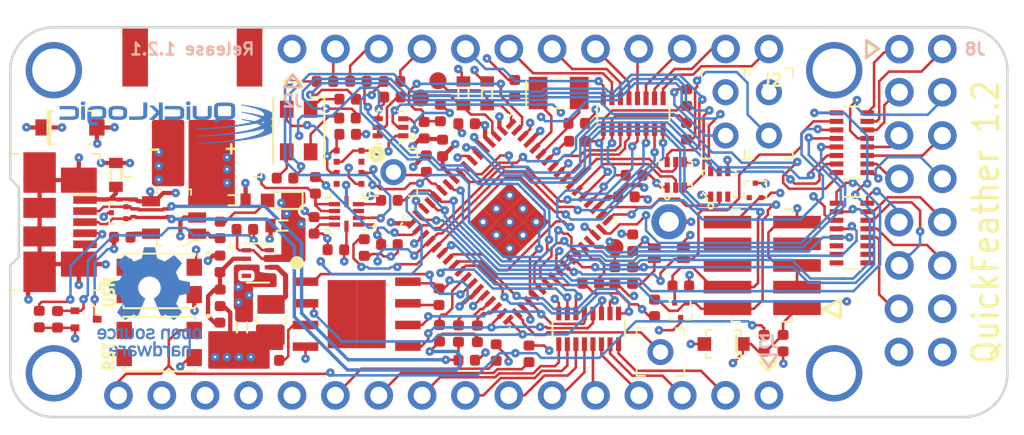
<source format=kicad_pcb>
(kicad_pcb (version 20171130) (host pcbnew 5.1.5+dfsg1-2~bpo10+1)
  (layers (0 Top signal) (1 In1.Cu signal) (2 In2.Cu mixed) (31 Bottom signal) (34 B.Paste user hide) (35 F.Paste user hide) (36 B.SilkS user hide) (37 F.SilkS user hide) (38 B.Mask user hide) (39 F.Mask user hide) (44 Edge.Cuts user hide))
  (net 0 "")
  (net 1 GND)
  (net 2 +3V3)
  (net 3 /USB_D_N)
  (net 4 /USB_D_P)
  (net 5 "Net-(C3-Pad2)")
  (net 6 "Net-(L1-Pad1)")
  (net 7 "Net-(R2-Pad1)")
  (net 8 "Net-(D2-Pad2)")
  (net 9 "Net-(C6-Pad1)")
  (net 10 "Net-(C7-Pad1)")
  (net 11 /SWD_CLK)
  (net 12 /SPI_MST_SS)
  (net 13 /SPI_MST_MOSI)
  (net 14 /SPI_MST_MISO)
  (net 15 /SPI_MST_CLK)
  (net 16 /SPI_WP)
  (net 17 /SPI_HOLD)
  (net 18 /PU_CTRL_USBP)
  (net 19 "Net-(MIC1-Pad1)")
  (net 20 /IMU_INT)
  (net 21 /I2C_SDA)
  (net 22 /I2C_SCL)
  (net 23 /ADC0_EN)
  (net 24 /ADC0)
  (net 25 "Net-(Q1-Pad3)")
  (net 26 "Net-(U4-Pad5)")
  (net 27 "Net-(U4-Pad2)")
  (net 28 +VBUS)
  (net 29 +VBAT)
  (net 30 /VDD2)
  (net 31 /VDD1)
  (net 32 /LED_G)
  (net 33 /LED_B)
  (net 34 /LED_R)
  (net 35 /USR_BUTTON)
  (net 36 /HEADER_P6)
  (net 37 /SYS_RST)
  (net 38 /HEADER_TX)
  (net 39 /HEADER_RX)
  (net 40 /SWD_SO)
  (net 41 /Q_LED_B)
  (net 42 /Q_LED_G)
  (net 43 /Q_LED_R)
  (net 44 "Net-(J2-Pad5)")
  (net 45 "Net-(J2-Pad4)")
  (net 46 "Net-(J2-Pad11)")
  (net 47 "Net-(J2-Pad10)")
  (net 48 "Net-(J2-Pad6)")
  (net 49 "Net-(J2-Pad3)")
  (net 50 "Net-(J2-Pad2)")
  (net 51 "Net-(J2-Pad8)")
  (net 52 "Net-(J2-Pad9)")
  (net 53 "Net-(J2-Pad7)")
  (net 54 "Net-(J3-Pad14)")
  (net 55 "Net-(J3-Pad6)")
  (net 56 "Net-(J3-Pad3)")
  (net 57 "Net-(J3-Pad9)")
  (net 58 "Net-(J3-Pad5)")
  (net 59 "Net-(J3-Pad8)")
  (net 60 "Net-(J3-Pad10)")
  (net 61 "Net-(J3-Pad12)")
  (net 62 "Net-(J3-Pad11)")
  (net 63 "Net-(J3-Pad7)")
  (net 64 /SWD_IO)
  (net 65 "Net-(J6-Pad8)")
  (net 66 "Net-(J6-Pad7)")
  (net 67 "Net-(J6-Pad6)")
  (net 68 "Net-(J2-Pad12)")
  (net 69 "Net-(J3-Pad2)")
  (net 70 "Net-(J3-Pad4)")
  (net 71 "Net-(S1-Pad3)")
  (net 72 "Net-(S2-Pad3)")
  (net 73 /USB_ID)
  (net 74 "Net-(J7-Pad2)")
  (net 75 "Net-(Q1-Pad5)")
  (net 76 "Net-(D4-Pad2)")
  (net 77 "Net-(D4-Pad1)")
  (net 78 "Net-(D4-Pad3)")
  (net 79 /S3IO_5)
  (net 80 /S3IO_7)
  (net 81 /S3IO_8)
  (net 82 /S3IO_9)
  (net 83 /S3IO_10)
  (net 84 /S3IO_11)
  (net 85 /S3IO_12)
  (net 86 /S3IO_13)
  (net 87 /ADC1)
  (net 88 /SPI_SLV_MISO)
  (net 89 /SPI_SLV_CLK)
  (net 90 /SPI_SLV_CSn)
  (net 91 /SPI_SLV_MOSI)
  (net 92 /I2S_WCLK)
  (net 93 /I2S_DOUT)
  (net 94 /S3IO_25)
  (net 95 /PDM_DATA)
  (net 96 /SPI_MST_CS2)
  (net 97 /I2S_CLK)
  (net 98 /S3IO_32_I2C1)
  (net 99 /S3IO_33_I2C1)
  (net 100 /S3_USB_D_N)
  (net 101 /S3_USB_D_P)
  (net 102 /S3IO_2)
  (net 103 /S3IO_4)
  (net 104 "Net-(J1-Pad2)")
  (net 105 /PDM_CKO)
  (net 106 "Net-(R42-Pad9)")
  (net 107 "Net-(R42-Pad8)")
  (net 108 "Net-(M1-Pad0)")
  (net 109 "Net-(M2-Pad0)")
  (net 110 "Net-(M3-Pad0)")
  (net 111 "Net-(M4-Pad0)")
  (net 112 /J8.14)
  (net 113 /J8.13)
  (net 114 /J8.6)
  (net 115 /J8.3)
  (net 116 /J8.1)
  (net 117 /J8.9)
  (net 118 /J8.5)
  (net 119 /J8.8)
  (net 120 /J8.2)
  (net 121 /J8.10)
  (net 122 /J8.12)
  (net 123 /J8.11)
  (net 124 /J8.4)
  (net 125 /J8.7)
  (net 126 "Net-(R42-Pad10)")
  (net 127 "Net-(R42-Pad7)")
  (net 128 "Net-(Q2-Pad5)")
  (net 129 "Net-(Q2-Pad3)")
  (net 130 "Net-(R3-Pad2)")
  (net 131 /PG)
  (net 132 "Net-(Q4-Pad3)")
  (net 133 "Net-(U5-Pad3)")
  (net 134 /S3IO_30)
  (net 135 /S3IO_35_SPI_MST_CS3)
  (net 136 /PU_CTRL_USBN)
  (net 137 "Net-(R42-Pad11)")
  (net 138 "Net-(R42-Pad6)")
  (module quickfeather-board-footprints:0402-res (layer Top) (at 149.8453 113.1017 180)
    (fp_text reference R27 hide)
    (fp_text value R_1k5_0402)
    (pad 2 smd roundrect (at 0.485 0 180) (size 0.59 0.64) (layers Top F.Paste F.Mask) (net 3 /USB_D_N))
    (pad 1 smd roundrect (at -0.485 0 180) (size 0.59 0.64) (layers Top F.Paste F.Mask) (net 136 /PU_CTRL_USBN))
  )
  (module quickfeather-board-footprints:PG-VLGA-8-2 (layer Top) (at 142.95 101.785)
    (fp_text reference U4 hide)
    (fp_text value DPS310 hide)
    (pad 4 smd rect (at 0.725 0.975) (size 0.35 0.35) (layers Top F.Paste F.Mask) (net 22 /I2C_SCL))
    (pad 3 smd rect (at 0.725 0.325) (size 0.35 0.35) (layers Top F.Paste F.Mask) (net 21 /I2C_SDA))
    (pad 2 smd rect (at 0.725 -0.325) (size 0.35 0.35) (layers Top F.Paste F.Mask) (net 27 "Net-(U4-Pad2)"))
    (pad 1 smd rect (at 0.725 -0.975) (size 0.35 0.35) (layers Top F.Paste F.Mask) (net 1 GND))
    (pad 5 smd rect (at -0.725 0.975) (size 0.35 0.35) (layers Top F.Paste F.Mask) (net 26 "Net-(U4-Pad5)"))
    (pad 6 smd rect (at -0.725 0.325) (size 0.35 0.35) (layers Top F.Paste F.Mask) (net 2 +3V3))
    (pad 7 smd rect (at -0.725 -0.325) (size 0.35 0.35) (layers Top F.Paste F.Mask) (net 1 GND))
    (pad 8 smd rect (at -0.725 -0.975) (size 0.35 0.35) (layers Top F.Paste F.Mask) (net 2 +3V3))
  )
  (module quickfeather-board-footprints:IM69D130 (layer Top) (at 161.69 104.99)
    (fp_text reference MIC1 hide)
    (fp_text value IM69D130 hide)
    (pad 4 smd rect (at 0.85 1.47 90) (size 0.45 0.75) (layers Top F.Paste F.Mask) (net 1 GND))
    (pad 3 smd rect (at 0.85 2.18 90) (size 0.45 0.75) (layers Top F.Paste F.Mask) (net 105 /PDM_CKO))
    (pad 2 smd rect (at -0.85 1.48 90) (size 0.45 0.75) (layers Top F.Paste F.Mask) (net 2 +3V3))
    (pad 1 smd rect (at -0.85 2.18 90) (size 0.45 0.75) (layers Top F.Paste F.Mask) (net 19 "Net-(MIC1-Pad1)"))
    (pad 5 thru_hole circle (at 0 -0.01 90) (size 2.06 2.06) (drill 1.16) (layers *.Mask Top) (net 1 GND))
  )
  (module quickfeather-board-footprints:PinHeader_2x5_P1.27_SMD (layer Top) (at 167.16 107.5436 90)
    (fp_text reference J6 hide)
    (fp_text value FTSH-105-01-L-DV-K hide)
    (pad 10 smd rect (at 2.54 -2.035 90) (size 0.74 2.79) (layers Top F.Paste F.Mask) (net 37 /SYS_RST))
    (pad 9 smd rect (at 2.54 2.035 90) (size 0.74 2.79) (layers Top F.Paste F.Mask) (net 1 GND))
    (pad 8 smd rect (at 1.27 -2.035 90) (size 0.74 2.79) (layers Top F.Paste F.Mask) (net 65 "Net-(J6-Pad8)"))
    (pad 7 smd rect (at 1.27 2.035 90) (size 0.74 2.79) (layers Top F.Paste F.Mask) (net 66 "Net-(J6-Pad7)"))
    (pad 6 smd rect (at 0 -2.035 90) (size 0.74 2.79) (layers Top F.Paste F.Mask) (net 67 "Net-(J6-Pad6)"))
    (pad 5 smd rect (at 0 2.035 90) (size 0.74 2.79) (layers Top F.Paste F.Mask) (net 1 GND))
    (pad 4 smd rect (at -1.27 -2.035 90) (size 0.74 2.79) (layers Top F.Paste F.Mask) (net 11 /SWD_CLK))
    (pad 3 smd rect (at -1.27 2.035 90) (size 0.74 2.79) (layers Top F.Paste F.Mask) (net 1 GND))
    (pad 2 smd rect (at -2.54 -2.035 90) (size 0.74 2.79) (layers Top F.Paste F.Mask) (net 64 /SWD_IO))
    (pad 1 smd rect (at -2.54 2.035 90) (size 0.74 2.79) (layers Top F.Paste F.Mask) (net 2 +3V3))
  )
  (module quickfeather-board-footprints:SW_SPST_4.2x2.8 (layer Top) (at 131.83 112.15)
    (fp_text reference S1 hide)
    (fp_text value KMR2 hide)
    (pad 4 smd rect (at -2.05 0.8) (size 0.9 1) (layers Top F.Paste F.Mask))
    (pad 2 smd rect (at 2.05 0.8) (size 0.9 1) (layers Top F.Paste F.Mask) (net 1 GND))
    (pad 1 smd rect (at 2.05 -0.8) (size 0.9 1) (layers Top F.Paste F.Mask) (net 37 /SYS_RST))
    (pad 3 smd rect (at -2.05 -0.8) (size 0.9 1) (layers Top F.Paste F.Mask) (net 71 "Net-(S1-Pad3)"))
  )
  (module quickfeather-board-footprints:SW_SPST_4.2x2.8 (layer Top) (at 131.83 108.45)
    (fp_text reference S2 hide)
    (fp_text value KMR2 hide)
    (pad 4 smd rect (at -2.05 0.8) (size 0.9 1) (layers Top F.Paste F.Mask))
    (pad 2 smd rect (at 2.05 0.8) (size 0.9 1) (layers Top F.Paste F.Mask) (net 1 GND))
    (pad 1 smd rect (at 2.05 -0.8) (size 0.9 1) (layers Top F.Paste F.Mask) (net 35 /USR_BUTTON))
    (pad 3 smd rect (at -2.05 -0.8) (size 0.9 1) (layers Top F.Paste F.Mask) (net 72 "Net-(S2-Pad3)"))
  )
  (module quickfeather-board-footprints:0402-res (layer Top) (at 136.8453 105.4267)
    (fp_text reference R1 hide)
    (fp_text value R_1M5_0402 hide)
    (pad 2 smd roundrect (at 0.485 0) (size 0.59 0.64) (layers Top F.Paste F.Mask) (net 131 /PG))
    (pad 1 smd roundrect (at -0.485 0) (size 0.59 0.64) (layers Top F.Paste F.Mask) (net 28 +VBUS))
  )
  (module quickfeather-board-footprints:SOT-523 (layer Top) (at 127.5453 110.7017 270)
    (fp_text reference Q4 hide)
    (fp_text value DMG1012T-7 hide)
    (pad 2 smd rect (at 0.5 0.65 270) (size 0.4 0.51) (layers Top F.Paste F.Mask) (net 1 GND))
    (pad 1 smd rect (at -0.5 0.65 270) (size 0.4 0.51) (layers Top F.Paste F.Mask) (net 131 /PG))
    (pad 3 smd rect (at 0 -0.65 270) (size 0.4 0.51) (layers Top F.Paste F.Mask) (net 132 "Net-(Q4-Pad3)"))
  )
  (module quickfeather-board-footprints:QFN-64_8.5x8.5_EOS (layer Top) (at 152.36 104.99 45)
    (fp_text reference IC1 hide)
    (fp_text value EOS-S3-QFN hide)
    (pad 65 thru_hole circle (at 1.1 1.1 45) (size 0.55 0.55) (drill 0.275) (layers *.Cu *.Mask) (net 1 GND))
    (pad 65 thru_hole circle (at 1.1 0 45) (size 0.55 0.55) (drill 0.275) (layers *.Cu *.Mask) (net 1 GND))
    (pad 65 thru_hole circle (at 1.1 -1.1 45) (size 0.55 0.55) (drill 0.275) (layers *.Cu *.Mask) (net 1 GND))
    (pad 65 thru_hole circle (at 0 1.1 45) (size 0.55 0.55) (drill 0.275) (layers *.Cu *.Mask) (net 1 GND))
    (pad 65 thru_hole circle (at 0 0 45) (size 0.55 0.55) (drill 0.275) (layers *.Cu *.Mask) (net 1 GND))
    (pad 65 thru_hole circle (at 0 -1.1 45) (size 0.55 0.55) (drill 0.275) (layers *.Cu *.Mask) (net 1 GND))
    (pad 65 thru_hole circle (at -1.1 1.1 45) (size 0.55 0.55) (drill 0.275) (layers *.Cu *.Mask) (net 1 GND))
    (pad 65 thru_hole circle (at -1.1 0 45) (size 0.55 0.55) (drill 0.275) (layers *.Cu *.Mask) (net 1 GND))
    (pad 65 thru_hole circle (at -1.1 -1.1 45) (size 0.55 0.55) (drill 0.275) (layers *.Cu *.Mask) (net 1 GND))
    (pad 65 smd rect (at 1.1 1.1 45) (size 1.1 1.1) (layers Top F.Paste F.Mask) (net 1 GND))
    (pad 65 smd rect (at 1.1 0 45) (size 1.1 1.1) (layers Top F.Paste F.Mask) (net 1 GND))
    (pad 65 smd rect (at 1.1 -1.1 45) (size 1.1 1.1) (layers Top F.Paste F.Mask) (net 1 GND))
    (pad 65 smd rect (at 0 1.1 45) (size 1.1 1.1) (layers Top F.Paste F.Mask) (net 1 GND))
    (pad 65 smd rect (at 0 0 45) (size 1.1 1.1) (layers Top F.Paste F.Mask) (net 1 GND))
    (pad 65 smd rect (at 0 -1.1 45) (size 1.1 1.1) (layers Top F.Paste F.Mask) (net 1 GND))
    (pad 65 smd rect (at -1.1 1.1 45) (size 1.1 1.1) (layers Top F.Paste F.Mask) (net 1 GND))
    (pad 65 smd rect (at -1.1 0 45) (size 1.1 1.1) (layers Top F.Paste F.Mask) (net 1 GND))
    (pad 65 smd rect (at -1.1 -1.1 45) (size 1.1 1.1) (layers Top F.Paste F.Mask) (net 1 GND))
    (pad 64 smd rect (at -3.5 -4.1 45) (size 0.27 0.7) (layers Top F.Paste F.Mask) (net 79 /S3IO_5))
    (pad 63 smd rect (at -3 -4.1 45) (size 0.27 0.7) (layers Top F.Paste F.Mask) (net 80 /S3IO_7))
    (pad 62 smd rect (at -2.5 -4.1 45) (size 0.27 0.7) (layers Top F.Paste F.Mask) (net 35 /USR_BUTTON))
    (pad 61 smd rect (at -2 -4.1 45) (size 0.27 0.7) (layers Top F.Paste F.Mask) (net 81 /S3IO_8))
    (pad 60 smd rect (at -1.5 -4.1 45) (size 0.27 0.7) (layers Top F.Paste F.Mask) (net 82 /S3IO_9))
    (pad 59 smd rect (at -1 -4.1 45) (size 0.27 0.7) (layers Top F.Paste F.Mask) (net 83 /S3IO_10))
    (pad 58 smd rect (at -0.5 -4.1 45) (size 0.27 0.7) (layers Top F.Paste F.Mask) (net 2 +3V3))
    (pad 57 smd rect (at 0 -4.1 45) (size 0.27 0.7) (layers Top F.Paste F.Mask) (net 84 /S3IO_11))
    (pad 56 smd rect (at 0.5 -4.1 45) (size 0.27 0.7) (layers Top F.Paste F.Mask) (net 85 /S3IO_12))
    (pad 55 smd rect (at 1 -4.1 45) (size 0.27 0.7) (layers Top F.Paste F.Mask) (net 86 /S3IO_13))
    (pad 54 smd rect (at 1.5 -4.1 45) (size 0.27 0.7) (layers Top F.Paste F.Mask) (net 11 /SWD_CLK))
    (pad 53 smd rect (at 2 -4.1 45) (size 0.27 0.7) (layers Top F.Paste F.Mask) (net 64 /SWD_IO))
    (pad 52 smd rect (at 2.5 -4.1 45) (size 0.27 0.7) (layers Top F.Paste F.Mask) (net 2 +3V3))
    (pad 51 smd rect (at 3 -4.1 45) (size 0.27 0.7) (layers Top F.Paste F.Mask) (net 30 /VDD2))
    (pad 50 smd rect (at 3.5 -4.1 45) (size 0.27 0.7) (layers Top F.Paste F.Mask) (net 2 +3V3))
    (pad 49 smd rect (at 4.12 -4 135) (size 0.27 0.66) (layers Top F.Paste F.Mask) (net 31 /VDD1))
    (pad 48 smd rect (at 4.1 -3.5 135) (size 0.27 0.7) (layers Top F.Paste F.Mask) (net 24 /ADC0))
    (pad 47 smd rect (at 4.1 -3 135) (size 0.27 0.7) (layers Top F.Paste F.Mask) (net 87 /ADC1))
    (pad 46 smd rect (at 4.1 -2.5 135) (size 0.27 0.7) (layers Top F.Paste F.Mask) (net 2 +3V3))
    (pad 45 smd rect (at 4.1 -2 135) (size 0.27 0.7) (layers Top F.Paste F.Mask) (net 10 "Net-(C7-Pad1)"))
    (pad 44 smd rect (at 4.1 -1.5 135) (size 0.27 0.7) (layers Top F.Paste F.Mask) (net 9 "Net-(C6-Pad1)"))
    (pad 43 smd rect (at 4.1 -1 135) (size 0.27 0.7) (layers Top F.Paste F.Mask) (net 1 GND))
    (pad 42 smd rect (at 4.1 -0.5 135) (size 0.27 0.7) (layers Top F.Paste F.Mask) (net 88 /SPI_SLV_MISO))
    (pad 41 smd rect (at 4.1 0 135) (size 0.27 0.7) (layers Top F.Paste F.Mask) (net 37 /SYS_RST))
    (pad 40 smd rect (at 4.1 0.5 135) (size 0.27 0.7) (layers Top F.Paste F.Mask) (net 89 /SPI_SLV_CLK))
    (pad 39 smd rect (at 4.1 1 135) (size 0.27 0.7) (layers Top F.Paste F.Mask) (net 42 /Q_LED_G))
    (pad 38 smd rect (at 4.1 1.5 135) (size 0.27 0.7) (layers Top F.Paste F.Mask) (net 41 /Q_LED_B))
    (pad 37 smd rect (at 4.1 2 135) (size 0.27 0.7) (layers Top F.Paste F.Mask) (net 90 /SPI_SLV_CSn))
    (pad 36 smd rect (at 4.1 2.5 135) (size 0.27 0.7) (layers Top F.Paste F.Mask) (net 91 /SPI_SLV_MOSI))
    (pad 35 smd rect (at 4.1 3 135) (size 0.27 0.7) (layers Top F.Paste F.Mask) (net 2 +3V3))
    (pad 34 smd rect (at 4.1 3.5 135) (size 0.27 0.7) (layers Top F.Paste F.Mask) (net 43 /Q_LED_R))
    (pad 33 smd rect (at 4.12 4 135) (size 0.27 0.66) (layers Top F.Paste F.Mask) (net 92 /I2S_WCLK))
    (pad 32 smd rect (at 3.5 4.1 45) (size 0.27 0.7) (layers Top F.Paste F.Mask) (net 93 /I2S_DOUT))
    (pad 31 smd rect (at 3 4.1 45) (size 0.27 0.7) (layers Top F.Paste F.Mask) (net 94 /S3IO_25))
    (pad 30 smd rect (at 2.5 4.1 45) (size 0.27 0.7) (layers Top F.Paste F.Mask) (net 23 /ADC0_EN))
    (pad 29 smd rect (at 2 4.1 45) (size 0.27 0.7) (layers Top F.Paste F.Mask) (net 1 GND))
    (pad 28 smd rect (at 1.5 4.1 45) (size 0.27 0.7) (layers Top F.Paste F.Mask) (net 96 /SPI_MST_CS2))
    (pad 27 smd rect (at 1 4.1 45) (size 0.27 0.7) (layers Top F.Paste F.Mask) (net 95 /PDM_DATA))
    (pad 26 smd rect (at 0.5 4.1 45) (size 0.27 0.7) (layers Top F.Paste F.Mask) (net 105 /PDM_CKO))
    (pad 25 smd rect (at 0 4.1 45) (size 0.27 0.7) (layers Top F.Paste F.Mask) (net 134 /S3IO_30))
    (pad 24 smd rect (at -0.5 4.1 45) (size 0.27 0.7) (layers Top F.Paste F.Mask) (net 2 +3V3))
    (pad 23 smd rect (at -1 4.1 45) (size 0.27 0.7) (layers Top F.Paste F.Mask) (net 97 /I2S_CLK))
    (pad 22 smd rect (at -1.5 4.1 45) (size 0.27 0.7) (layers Top F.Paste F.Mask) (net 98 /S3IO_32_I2C1))
    (pad 21 smd rect (at -2 4.1 45) (size 0.27 0.7) (layers Top F.Paste F.Mask) (net 99 /S3IO_33_I2C1))
    (pad 20 smd rect (at -2.5 4.1 45) (size 0.27 0.7) (layers Top F.Paste F.Mask) (net 15 /SPI_MST_CLK))
    (pad 19 smd rect (at -3 4.1 45) (size 0.27 0.7) (layers Top F.Paste F.Mask) (net 1 GND))
    (pad 18 smd rect (at -3.5 4.1 45) (size 0.27 0.7) (layers Top F.Paste F.Mask) (net 135 /S3IO_35_SPI_MST_CS3))
    (pad 17 smd rect (at -4.12 4 135) (size 0.27 0.66) (layers Top F.Paste F.Mask) (net 14 /SPI_MST_MISO))
    (pad 16 smd rect (at -4.1 3.5 135) (size 0.27 0.7) (layers Top F.Paste F.Mask) (net 13 /SPI_MST_MOSI))
    (pad 15 smd rect (at -4.1 3 135) (size 0.27 0.7) (layers Top F.Paste F.Mask) (net 18 /PU_CTRL_USBP))
    (pad 14 smd rect (at -4.1 2.5 135) (size 0.27 0.7) (layers Top F.Paste F.Mask) (net 100 /S3_USB_D_N))
    (pad 13 smd rect (at -4.1 2 135) (size 0.27 0.7) (layers Top F.Paste F.Mask) (net 136 /PU_CTRL_USBN))
    (pad 12 smd rect (at -4.1 1.5 135) (size 0.27 0.7) (layers Top F.Paste F.Mask) (net 2 +3V3))
    (pad 11 smd rect (at -4.1 1 135) (size 0.27 0.7) (layers Top F.Paste F.Mask) (net 12 /SPI_MST_SS))
    (pad 10 smd rect (at -4.1 0.5 135) (size 0.27 0.7) (layers Top F.Paste F.Mask) (net 101 /S3_USB_D_P))
    (pad 9 smd rect (at -4.1 0 135) (size 0.27 0.7) (layers Top F.Paste F.Mask) (net 39 /HEADER_RX))
    (pad 8 smd rect (at -4.1 -0.5 135) (size 0.27 0.7) (layers Top F.Paste F.Mask) (net 38 /HEADER_TX))
    (pad 7 smd rect (at -4.1 -1 135) (size 0.27 0.7) (layers Top F.Paste F.Mask) (net 36 /HEADER_P6))
    (pad 6 smd rect (at -4.1 -1.5 135) (size 0.27 0.7) (layers Top F.Paste F.Mask) (net 102 /S3IO_2))
    (pad 5 smd rect (at -4.1 -2 135) (size 0.27 0.7) (layers Top F.Paste F.Mask) (net 21 /I2C_SDA))
    (pad 4 smd rect (at -4.1 -2.5 135) (size 0.27 0.7) (layers Top F.Paste F.Mask) (net 22 /I2C_SCL))
    (pad 3 smd rect (at -4.1 -3 135) (size 0.27 0.7) (layers Top F.Paste F.Mask) (net 103 /S3IO_4))
    (pad 2 smd rect (at -4.1 -3.5 135) (size 0.27 0.7) (layers Top F.Paste F.Mask) (net 20 /IMU_INT))
    (pad 1 smd rect (at -4.12 -4 135) (size 0.27 0.66) (layers Top F.Paste F.Mask) (net 2 +3V3))
  )
  (module quickfeather-board-footprints:0402-cap (layer Top) (at 125.8703 110.7017 270)
    (fp_text reference C19 hide)
    (fp_text value C_1u_0402 hide)
    (pad 2 smd roundrect (at 0.485 0 270) (size 0.59 0.64) (layers Top F.Paste F.Mask) (net 1 GND))
    (pad 1 smd roundrect (at -0.485 0 270) (size 0.59 0.64) (layers Top F.Paste F.Mask) (net 131 /PG))
  )
  (module quickfeather-board-footprints:R_Array_Convex_8x0602 (layer Top) (at 172.411 105.643)
    (fp_text reference R42 hide)
    (fp_text value EXB2HV220JV)
    (pad 10 smd rect (at 0.9 1.25) (size 0.8 0.3) (layers Top F.Paste F.Mask) (net 126 "Net-(R42-Pad10)"))
    (pad 12 smd rect (at 0.9 0.25) (size 0.8 0.3) (layers Top F.Paste F.Mask) (net 113 /J8.13))
    (pad 11 smd rect (at 0.9 0.75) (size 0.8 0.3) (layers Top F.Paste F.Mask) (net 137 "Net-(R42-Pad11)"))
    (pad 13 smd rect (at 0.9 -0.25) (size 0.8 0.3) (layers Top F.Paste F.Mask) (net 122 /J8.12))
    (pad 14 smd rect (at 0.9 -0.75) (size 0.8 0.3) (layers Top F.Paste F.Mask) (net 123 /J8.11))
    (pad 15 smd rect (at 0.9 -1.25) (size 0.8 0.3) (layers Top F.Paste F.Mask) (net 121 /J8.10))
    (pad 7 smd rect (at -0.9 1.25) (size 0.8 0.3) (layers Top F.Paste F.Mask) (net 127 "Net-(R42-Pad7)"))
    (pad 6 smd rect (at -0.9 0.75) (size 0.8 0.3) (layers Top F.Paste F.Mask) (net 138 "Net-(R42-Pad6)"))
    (pad 5 smd rect (at -0.9 0.25) (size 0.8 0.3) (layers Top F.Paste F.Mask) (net 83 /S3IO_10))
    (pad 4 smd rect (at -0.9 -0.25) (size 0.8 0.3) (layers Top F.Paste F.Mask) (net 81 /S3IO_8))
    (pad 3 smd rect (at -0.9 -0.75) (size 0.8 0.3) (layers Top F.Paste F.Mask) (net 80 /S3IO_7))
    (pad 2 smd rect (at -0.9 -1.25) (size 0.8 0.3) (layers Top F.Paste F.Mask) (net 35 /USR_BUTTON))
    (pad 9 smd rect (at 0.9 1.75) (size 0.8 0.3) (layers Top F.Paste F.Mask) (net 106 "Net-(R42-Pad9)"))
    (pad 8 smd rect (at -0.9 1.75) (size 0.8 0.3) (layers Top F.Paste F.Mask) (net 107 "Net-(R42-Pad8)"))
    (pad 16 smd rect (at 0.9 -1.75) (size 0.8 0.3) (layers Top F.Paste F.Mask) (net 117 /J8.9))
    (pad 1 smd rect (at -0.9 -1.75) (size 0.8 0.3) (layers Top F.Paste F.Mask) (net 79 /S3IO_5))
  )
  (module quickfeather-board-footprints:R_Array_Convex_8x0602 (layer Top) (at 156.99 111.26 90)
    (fp_text reference R30 hide)
    (fp_text value EXB2HV220JV hide)
    (pad 10 smd rect (at 0.9 1.25 90) (size 0.8 0.3) (layers Top F.Paste F.Mask) (net 39 /HEADER_RX))
    (pad 12 smd rect (at 0.9 0.25 90) (size 0.8 0.3) (layers Top F.Paste F.Mask) (net 13 /SPI_MST_MOSI))
    (pad 11 smd rect (at 0.9 0.75 90) (size 0.8 0.3) (layers Top F.Paste F.Mask) (net 14 /SPI_MST_MISO))
    (pad 13 smd rect (at 0.9 -0.25 90) (size 0.8 0.3) (layers Top F.Paste F.Mask) (net 15 /SPI_MST_CLK))
    (pad 14 smd rect (at 0.9 -0.75 90) (size 0.8 0.3) (layers Top F.Paste F.Mask) (net 102 /S3IO_2))
    (pad 15 smd rect (at 0.9 -1.25 90) (size 0.8 0.3) (layers Top F.Paste F.Mask) (net 86 /S3IO_13))
    (pad 7 smd rect (at -0.9 1.25 90) (size 0.8 0.3) (layers Top F.Paste F.Mask) (net 56 "Net-(J3-Pad3)"))
    (pad 6 smd rect (at -0.9 0.75 90) (size 0.8 0.3) (layers Top F.Paste F.Mask) (net 70 "Net-(J3-Pad4)"))
    (pad 5 smd rect (at -0.9 0.25 90) (size 0.8 0.3) (layers Top F.Paste F.Mask) (net 58 "Net-(J3-Pad5)"))
    (pad 4 smd rect (at -0.9 -0.25 90) (size 0.8 0.3) (layers Top F.Paste F.Mask) (net 55 "Net-(J3-Pad6)"))
    (pad 3 smd rect (at -0.9 -0.75 90) (size 0.8 0.3) (layers Top F.Paste F.Mask) (net 63 "Net-(J3-Pad7)"))
    (pad 2 smd rect (at -0.9 -1.25 90) (size 0.8 0.3) (layers Top F.Paste F.Mask) (net 59 "Net-(J3-Pad8)"))
    (pad 9 smd rect (at 0.9 1.75 90) (size 0.8 0.3) (layers Top F.Paste F.Mask) (net 38 /HEADER_TX))
    (pad 8 smd rect (at -0.9 1.75 90) (size 0.8 0.3) (layers Top F.Paste F.Mask) (net 69 "Net-(J3-Pad2)"))
    (pad 16 smd rect (at 0.9 -1.75 90) (size 0.8 0.3) (layers Top F.Paste F.Mask) (net 94 /S3IO_25))
    (pad 1 smd rect (at -0.9 -1.75 90) (size 0.8 0.3) (layers Top F.Paste F.Mask) (net 57 "Net-(J3-Pad9)"))
  )
  (module quickfeather-board-footprints:R_Array_Convex_8x0602 (layer Top) (at 172.411 100.343)
    (fp_text reference R33 hide)
    (fp_text value EXB2HV220JV)
    (pad 10 smd rect (at 0.9 1.25) (size 0.8 0.3) (layers Top F.Paste F.Mask) (net 125 /J8.7))
    (pad 12 smd rect (at 0.9 0.25) (size 0.8 0.3) (layers Top F.Paste F.Mask) (net 118 /J8.5))
    (pad 11 smd rect (at 0.9 0.75) (size 0.8 0.3) (layers Top F.Paste F.Mask) (net 114 /J8.6))
    (pad 13 smd rect (at 0.9 -0.25) (size 0.8 0.3) (layers Top F.Paste F.Mask) (net 124 /J8.4))
    (pad 14 smd rect (at 0.9 -0.75) (size 0.8 0.3) (layers Top F.Paste F.Mask) (net 115 /J8.3))
    (pad 15 smd rect (at 0.9 -1.25) (size 0.8 0.3) (layers Top F.Paste F.Mask) (net 120 /J8.2))
    (pad 7 smd rect (at -0.9 1.25) (size 0.8 0.3) (layers Top F.Paste F.Mask) (net 85 /S3IO_12))
    (pad 6 smd rect (at -0.9 0.75) (size 0.8 0.3) (layers Top F.Paste F.Mask) (net 84 /S3IO_11))
    (pad 5 smd rect (at -0.9 0.25) (size 0.8 0.3) (layers Top F.Paste F.Mask) (net 97 /I2S_CLK))
    (pad 4 smd rect (at -0.9 -0.25) (size 0.8 0.3) (layers Top F.Paste F.Mask) (net 93 /I2S_DOUT))
    (pad 3 smd rect (at -0.9 -0.75) (size 0.8 0.3) (layers Top F.Paste F.Mask) (net 92 /I2S_WCLK))
    (pad 2 smd rect (at -0.9 -1.25) (size 0.8 0.3) (layers Top F.Paste F.Mask) (net 105 /PDM_CKO))
    (pad 9 smd rect (at 0.9 1.75) (size 0.8 0.3) (layers Top F.Paste F.Mask) (net 119 /J8.8))
    (pad 8 smd rect (at -0.9 1.75) (size 0.8 0.3) (layers Top F.Paste F.Mask) (net 103 /S3IO_4))
    (pad 16 smd rect (at 0.9 -1.75) (size 0.8 0.3) (layers Top F.Paste F.Mask) (net 116 /J8.1))
    (pad 1 smd rect (at -0.9 -1.75) (size 0.8 0.3) (layers Top F.Paste F.Mask) (net 95 /PDM_DATA))
  )
  (module quickfeather-board-footprints:R_Array_Convex_8x0602 (layer Top) (at 159.6 98.64 90)
    (fp_text reference R41 hide)
    (fp_text value EXB2HV220JV)
    (pad 10 smd rect (at 0.9 1.25 90) (size 0.8 0.3) (layers Top F.Paste F.Mask) (net 46 "Net-(J2-Pad11)"))
    (pad 12 smd rect (at 0.9 0.25 90) (size 0.8 0.3) (layers Top F.Paste F.Mask) (net 52 "Net-(J2-Pad9)"))
    (pad 11 smd rect (at 0.9 0.75 90) (size 0.8 0.3) (layers Top F.Paste F.Mask) (net 47 "Net-(J2-Pad10)"))
    (pad 13 smd rect (at 0.9 -0.25 90) (size 0.8 0.3) (layers Top F.Paste F.Mask) (net 51 "Net-(J2-Pad8)"))
    (pad 14 smd rect (at 0.9 -0.75 90) (size 0.8 0.3) (layers Top F.Paste F.Mask) (net 53 "Net-(J2-Pad7)"))
    (pad 15 smd rect (at 0.9 -1.25 90) (size 0.8 0.3) (layers Top F.Paste F.Mask) (net 48 "Net-(J2-Pad6)"))
    (pad 7 smd rect (at -0.9 1.25 90) (size 0.8 0.3) (layers Top F.Paste F.Mask) (net 22 /I2C_SCL))
    (pad 6 smd rect (at -0.9 0.75 90) (size 0.8 0.3) (layers Top F.Paste F.Mask) (net 20 /IMU_INT))
    (pad 5 smd rect (at -0.9 0.25 90) (size 0.8 0.3) (layers Top F.Paste F.Mask) (net 36 /HEADER_P6))
    (pad 4 smd rect (at -0.9 -0.25 90) (size 0.8 0.3) (layers Top F.Paste F.Mask) (net 89 /SPI_SLV_CLK))
    (pad 3 smd rect (at -0.9 -0.75 90) (size 0.8 0.3) (layers Top F.Paste F.Mask) (net 88 /SPI_SLV_MISO))
    (pad 2 smd rect (at -0.9 -1.25 90) (size 0.8 0.3) (layers Top F.Paste F.Mask) (net 91 /SPI_SLV_MOSI))
    (pad 9 smd rect (at 0.9 1.75 90) (size 0.8 0.3) (layers Top F.Paste F.Mask) (net 68 "Net-(J2-Pad12)"))
    (pad 8 smd rect (at -0.9 1.75 90) (size 0.8 0.3) (layers Top F.Paste F.Mask) (net 21 /I2C_SDA))
    (pad 16 smd rect (at 0.9 -1.75 90) (size 0.8 0.3) (layers Top F.Paste F.Mask) (net 44 "Net-(J2-Pad5)"))
    (pad 1 smd rect (at -0.9 -1.75 90) (size 0.8 0.3) (layers Top F.Paste F.Mask) (net 90 /SPI_SLV_CSn))
  )
  (module quickfeather-board-footprints:0806 (layer Top) (at 138.38 110.73 270)
    (fp_text reference L1 hide)
    (fp_text value DFE201610E-R47M=P2 hide)
    (pad 1 smd rect (at -0.9 0 270) (size 1.1 1.6) (layers Top F.Paste F.Mask) (net 6 "Net-(L1-Pad1)"))
    (pad 2 smd rect (at 0.9 0 270) (size 1.1 1.6) (layers Top F.Paste F.Mask) (net 2 +3V3))
  )
  (module quickfeather-board-footprints:MC3635 (layer Top) (at 142.55 104.52 180)
    (fp_text reference U5 hide)
    (fp_text value MC3635 hide)
    (pad 10 smd rect (at -0.25 -0.72 180) (size 0.25 0.65) (layers Top F.Paste F.Mask) (net 22 /I2C_SCL))
    (pad 9 smd rect (at 0.45 -0.625 270) (size 0.25 0.65) (layers Top F.Paste F.Mask) (net 2 +3V3))
    (pad 8 smd rect (at 0.45 -0.23 270) (size 0.25 0.65) (layers Top F.Paste F.Mask) (net 1 GND))
    (pad 7 smd rect (at 0.45 0.17 270) (size 0.25 0.65) (layers Top F.Paste F.Mask) (net 2 +3V3))
    (pad 6 smd rect (at 0.45 0.57 270) (size 0.25 0.65) (layers Top F.Paste F.Mask) (net 2 +3V3))
    (pad 5 smd rect (at -0.25 0.72 180) (size 0.25 0.65) (layers Top F.Paste F.Mask) (net 20 /IMU_INT))
    (pad 4 smd rect (at -0.95 0.57 270) (size 0.25 0.65) (layers Top F.Paste F.Mask) (net 1 GND))
    (pad 3 smd rect (at -0.95 0.17 270) (size 0.25 0.65) (layers Top F.Paste F.Mask) (net 133 "Net-(U5-Pad3)"))
    (pad 2 smd rect (at -0.95 -0.23 270) (size 0.25 0.65) (layers Top F.Paste F.Mask) (net 21 /I2C_SDA))
    (pad 1 smd rect (at -0.95 -0.625 270) (size 0.25 0.65) (layers Top F.Paste F.Mask) (net 1 GND))
  )
  (module quickfeather-board-footprints:SOT-563 (layer Top) (at 145.38 99.44 90)
    (fp_text reference Q1 hide)
    (fp_text value NX3008CBKV)
    (pad 4 smd rect (at 0.5 -0.75 90) (size 0.3 0.6) (layers Top F.Paste F.Mask) (net 29 +VBAT))
    (pad 5 smd rect (at 0 -0.75 90) (size 0.3 0.6) (layers Top F.Paste F.Mask) (net 75 "Net-(Q1-Pad5)"))
    (pad 6 smd rect (at -0.5 -0.75 90) (size 0.3 0.6) (layers Top F.Paste F.Mask) (net 75 "Net-(Q1-Pad5)"))
    (pad 1 smd rect (at -0.5 0.75 90) (size 0.3 0.6) (layers Top F.Paste F.Mask) (net 1 GND))
    (pad 2 smd rect (at 0 0.75 90) (size 0.3 0.6) (layers Top F.Paste F.Mask) (net 23 /ADC0_EN))
    (pad 3 smd rect (at 0.5 0.75 90) (size 0.3 0.6) (layers Top F.Paste F.Mask) (net 25 "Net-(Q1-Pad3)"))
  )
  (module quickfeather-board-footprints:SOT-563 (layer Top) (at 164.64 102.76)
    (fp_text reference Q2 hide)
    (fp_text value 2N7002PV)
    (pad 4 smd rect (at 0.5 -0.75) (size 0.3 0.6) (layers Top F.Paste F.Mask) (net 1 GND))
    (pad 5 smd rect (at 0 -0.75) (size 0.3 0.6) (layers Top F.Paste F.Mask) (net 128 "Net-(Q2-Pad5)"))
    (pad 6 smd rect (at -0.5 -0.75) (size 0.3 0.6) (layers Top F.Paste F.Mask) (net 34 /LED_R))
    (pad 1 smd rect (at -0.5 0.75) (size 0.3 0.6) (layers Top F.Paste F.Mask) (net 1 GND))
    (pad 2 smd rect (at 0 0.75) (size 0.3 0.6) (layers Top F.Paste F.Mask) (net 43 /Q_LED_R))
    (pad 3 smd rect (at 0.5 0.75) (size 0.3 0.6) (layers Top F.Paste F.Mask) (net 129 "Net-(Q2-Pad3)"))
  )
  (module quickfeather-board-footprints:SOT-563 (layer Top) (at 162.09 102.23)
    (fp_text reference Q3 hide)
    (fp_text value 2N7002PV)
    (pad 4 smd rect (at 0.5 -0.75) (size 0.3 0.6) (layers Top F.Paste F.Mask) (net 1 GND))
    (pad 5 smd rect (at 0 -0.75) (size 0.3 0.6) (layers Top F.Paste F.Mask) (net 42 /Q_LED_G))
    (pad 6 smd rect (at -0.5 -0.75) (size 0.3 0.6) (layers Top F.Paste F.Mask) (net 33 /LED_B))
    (pad 1 smd rect (at -0.5 0.75) (size 0.3 0.6) (layers Top F.Paste F.Mask) (net 1 GND))
    (pad 2 smd rect (at 0 0.75) (size 0.3 0.6) (layers Top F.Paste F.Mask) (net 41 /Q_LED_B))
    (pad 3 smd rect (at 0.5 0.75) (size 0.3 0.6) (layers Top F.Paste F.Mask) (net 32 /LED_G))
  )
  (module quickfeather-board-footprints:PinHeader_1x2_P2.54_Drill0.9mm (layer Top) (at 165.0111 97.3836 270)
    (fp_text reference J1 hide)
    (fp_text value 61300211121)
    (pad 2 thru_hole circle (at 2.5394 0.0001 270) (size 1.524 1.524) (drill 0.9) (layers *.Cu *.Mask) (net 104 "Net-(J1-Pad2)"))
    (pad 1 thru_hole circle (at -0.0006 0.0001 270) (size 1.524 1.524) (drill 0.9) (layers *.Cu *.Mask) (net 2 +3V3))
  )
  (module quickfeather-board-footprints:PinHeader_1x2_P2.54_Drill0.9mm (layer Top) (at 167.551 97.383 270)
    (fp_text reference J7 hide)
    (fp_text value 61300211121)
    (pad 1 thru_hole circle (at 0 0 270) (size 1.524 1.524) (drill 0.9) (layers *.Cu *.Mask) (net 2 +3V3))
    (pad 2 thru_hole circle (at 2.54 0 270) (size 1.524 1.524) (drill 0.9) (layers *.Cu *.Mask) (net 74 "Net-(J7-Pad2)"))
  )
  (module quickfeather-board-footprints:LED-PLCC4_3.2x2.8mm_B (layer Top) (at 140 99.63 270)
    (fp_text reference D4 hide)
    (fp_text value ASMB-MTB1-0A3A2)
    (pad 1 smd rect (at -1.25 -0.7 270) (size 1 0.8) (layers Top F.Paste F.Mask) (net 77 "Net-(D4-Pad1)"))
    (pad 2 smd rect (at 1.25 -0.7 270) (size 1 0.8) (layers Top F.Paste F.Mask) (net 76 "Net-(D4-Pad2)"))
    (pad 3 smd rect (at 1.25 0.7 270) (size 1 0.8) (layers Top F.Paste F.Mask) (net 78 "Net-(D4-Pad3)"))
    (pad 4 smd rect (at -1.25 0.7 270) (size 1 0.8) (layers Top F.Paste F.Mask) (net 2 +3V3))
  )
  (module quickfeather-board-footprints:oshw-logo (layer Bottom) (at 131.26 109.68 180)
    (fp_text reference N1 hide)
    (fp_text value oshw_logo hide)
    (fp_poly (pts (xy -1.520547 -2.559315) (xy -1.484257 -2.562589) (xy -1.453571 -2.568483) (xy -1.42629 -2.577419) (xy -1.400688 -2.589559) (xy -1.370681 -2.610821) (xy -1.344258 -2.639027) (xy -1.324255 -2.670988) (xy -1.320279 -2.679956) (xy -1.30811 -2.71018) (xy -1.3081 -3.19786) (xy -1.43256 -3.200712) (xy -1.43256 -3.172616) (xy -1.433001 -3.157262) (xy -1.43414 -3.147057) (xy -1.435256 -3.14452) (xy -1.439925 -3.147991) (xy -1.44858 -3.156755) (xy -1.452999 -3.161658) (xy -1.471978 -3.178645) (xy -1.49558 -3.190826) (xy -1.525318 -3.19871) (xy -1.562703 -3.202805) (xy -1.57734 -3.203422) (xy -1.602824 -3.203658) (xy -1.626988 -3.203015) (xy -1.646538 -3.201624) (xy -1.65553 -3.200315) (xy -1.685682 -3.191062) (xy -1.716935 -3.176628) (xy -1.745331 -3.159088) (xy -1.764046 -3.143501) (xy -1.789625 -3.111334) (xy -1.806796 -3.075521) (xy -1.815801 -3.037506) (xy -1.816878 -2.998734) (xy -1.81664 -2.997361) (xy -1.696223 -2.997361) (xy -1.695252 -3.020525) (xy -1.686495 -3.04231) (xy -1.66972 -3.060562) (xy -1.667587 -3.062115) (xy -1.653946 -3.070585) (xy -1.639866 -3.076449) (xy -1.623179 -3.080099) (xy -1.601719 -3.081928) (xy -1.573316 -3.082328) (xy -1.55702 -3.082134) (xy -1.528455 -3.081426) (xy -1.507932 -3.080233) (xy -1.493336 -3.078268) (xy -1.482549 -3.075242) (xy -1.473457 -3.070866) (xy -1.4732 -3.070718) (xy -1.457655 -3.058381) (xy -1.446482 -3.041138) (xy -1.439038 -3.017444) (xy -1.434673 -2.985753) (xy -1.434033 -2.977094) (xy -1.431057 -2.93116) (xy -1.532139 -2.931271) (xy -1.567669 -2.931414) (xy -1.594661 -2.931841) (xy -1.614734 -2.932682) (xy -1.629508 -2.934068) (xy -1.640604 -2.936129) (xy -1.649641 -2.938995) (xy -1.654706 -2.941136) (xy -1.67572 -2.955512) (xy -1.689636 -2.974971) (xy -1.696223 -2.997361) (xy -1.81664 -2.997361) (xy -1.810268 -2.960648) (xy -1.796211 -2.924695) (xy -1.774945 -2.892318) (xy -1.746713 -2.864961) (xy -1.71454 -2.845351) (xy -1.699391 -2.838812) (xy -1.684182 -2.833785) (xy -1.667295 -2.830081) (xy -1.64711 -2.827504) (xy -1.622008 -2.825865) (xy -1.590368 -2.824969) (xy -1.550571 -2.824625) (xy -1.539905 -2.824604) (xy -1.431349 -2.82448) (xy -1.433457 -2.776281) (xy -1.435643 -2.747652) (xy -1.440005 -2.726818) (xy -1.447619 -2.711473) (xy -1.459557 -2.699312) (xy -1.473732 -2.68986) (xy -1.482123 -2.685647) (xy -1.491816 -2.682768) (xy -1.50486 -2.680982) (xy -1.523299 -2.680045) (xy -1.549181 -2.679716) (xy -1.55956 -2.6797) (xy -1.593451 -2.680227) (xy -1.619103 -2.682156) (xy -1.638402 -2.686003) (xy -1.653229 -2.692284) (xy -1.66547 -2.701518) (xy -1.674582 -2.71128) (xy -1.685464 -2.724211) (xy -1.734272 -2.686948) (xy -1.753108 -2.672336) (xy -1.768568 -2.659904) (xy -1.779081 -2.650946) (xy -1.783078 -2.646755) (xy -1.78308 -2.646721) (xy -1.779269 -2.640177) (xy -1.769265 -2.629658) (xy -1.755216 -2.616991) (xy -1.739267 -2.604005) (xy -1.723566 -2.592529) (xy -1.710258 -2.584392) (xy -1.70942 -2.583969) (xy -1.687833 -2.574068) (xy -1.667762 -2.566998) (xy -1.646748 -2.562323) (xy -1.622329 -2.559605) (xy -1.592047 -2.558408) (xy -1.56464 -2.558242) (xy -1.520547 -2.559315)) (layer Bottom) (width 0.01))
    (fp_poly (pts (xy -2.7328 -1.557697) (xy -2.684546 -1.570663) (xy -2.641589 -1.59229) (xy -2.6039 -1.622592) (xy -2.580265 -1.649454) (xy -2.561783 -1.676927) (xy -2.547426 -1.706492) (xy -2.536905 -1.739537) (xy -2.529927 -1.777455) (xy -2.526203 -1.821634) (xy -2.52544 -1.873464) (xy -2.526239 -1.90754) (xy -2.528944 -1.956516) (xy -2.533763 -1.997186) (xy -2.541296 -2.031291) (xy -2.552144 -2.06057) (xy -2.566907 -2.086764) (xy -2.586185 -2.111615) (xy -2.602676 -2.129131) (xy -2.636646 -2.158152) (xy -2.67299 -2.178971) (xy -2.713336 -2.1922) (xy -2.759311 -2.198453) (xy -2.788718 -2.199129) (xy -2.812449 -2.198418) (xy -2.834606 -2.196951) (xy -2.851651 -2.194993) (xy -2.856492 -2.194074) (xy -2.897147 -2.179634) (xy -2.936141 -2.155699) (xy -2.969665 -2.126384) (xy -2.992401 -2.10172) (xy -3.010173 -2.077392) (xy -3.023622 -2.051593) (xy -3.033389 -2.022517) (xy -3.040117 -1.988358) (xy -3.044446 -1.94731) (xy -3.046544 -1.910015) (xy -3.046759 -1.882248) (xy -2.91846 -1.882248) (xy -2.91846 -1.968716) (xy -2.902189 -2.001766) (xy -2.884147 -2.031176) (xy -2.862589 -2.051992) (xy -2.836231 -2.064929) (xy -2.803792 -2.070703) (xy -2.778167 -2.070926) (xy -2.754539 -2.069112) (xy -2.736963 -2.065333) (xy -2.721373 -2.058591) (xy -2.716269 -2.055719) (xy -2.696096 -2.041639) (xy -2.680584 -2.025025) (xy -2.669138 -2.004405) (xy -2.66116 -1.978307) (xy -2.656056 -1.945257) (xy -2.653228 -1.903782) (xy -2.653066 -1.899608) (xy -2.652542 -1.848728) (xy -2.655306 -1.806574) (xy -2.661698 -1.772146) (xy -2.672056 -1.744448) (xy -2.686721 -1.72248) (xy -2.706031 -1.705245) (xy -2.722521 -1.69545) (xy -2.754232 -1.684217) (xy -2.787608 -1.680797) (xy -2.820534 -1.684757) (xy -2.850894 -1.695663) (xy -2.876571 -1.713084) (xy -2.891338 -1.729953) (xy -2.900675 -1.745177) (xy -2.90766 -1.76091) (xy -2.912608 -1.778925) (xy -2.915837 -1.801) (xy -2.917662 -1.828909) (xy -2.918399 -1.864428) (xy -2.91846 -1.882248) (xy -3.046759 -1.882248) (xy -3.047053 -1.844555) (xy -3.042844 -1.786749) (xy -3.03398 -1.736973) (xy -3.020528 -1.6956) (xy -3.003958 -1.664995) (xy -2.971078 -1.624961) (xy -2.934031 -1.594033) (xy -2.892338 -1.571967) (xy -2.845521 -1.558517) (xy -2.7931 -1.553436) (xy -2.78638 -1.553378) (xy -2.7328 -1.557697)) (layer Bottom) (width 0.01))
    (fp_poly (pts (xy -0.842854 -2.558238) (xy -0.814699 -2.564601) (xy -0.793284 -2.572328) (xy -0.772416 -2.581726) (xy -0.758495 -2.589591) (xy -0.73721 -2.603849) (xy -0.782803 -2.658284) (xy -0.799438 -2.677915) (xy -0.813773 -2.694399) (xy -0.824557 -2.706328) (xy -0.830537 -2.712297) (xy -0.831244 -2.71272) (xy -0.836907 -2.710055) (xy -0.846965 -2.703544) (xy -0.848313 -2.702593) (xy -0.873395 -2.690251) (xy -0.903191 -2.684263) (xy -0.934016 -2.685262) (xy -0.941241 -2.686629) (xy -0.974462 -2.698426) (xy -1.000899 -2.717623) (xy -1.019633 -2.741992) (xy -1.03378 -2.76606) (xy -1.03886 -3.19786) (xy -1.16332 -3.200712) (xy -1.16332 -2.5654) (xy -1.03632 -2.5654) (xy -1.03632 -2.626476) (xy -1.008844 -2.604096) (xy -0.971438 -2.579793) (xy -0.930037 -2.563791) (xy -0.886543 -2.556477) (xy -0.842854 -2.558238)) (layer Bottom) (width 0.01))
    (fp_poly (pts (xy 1.038658 -2.556999) (xy 1.091282 -2.563659) (xy 1.137736 -2.576601) (xy 1.177447 -2.595588) (xy 1.209841 -2.620381) (xy 1.234342 -2.650742) (xy 1.242238 -2.665302) (xy 1.247495 -2.677777) (xy 1.2519 -2.691708) (xy 1.255515 -2.708027) (xy 1.258402 -2.727665) (xy 1.260621 -2.751555) (xy 1.262236 -2.780627) (xy 1.263308 -2.815814) (xy 1.263898 -2.858047) (xy 1.264069 -2.908257) (xy 1.263881 -2.967376) (xy 1.263748 -2.98958) (xy 1.26238 -3.19786) (xy 1.13538 -3.19786) (xy 1.133842 -3.171118) (xy 1.132304 -3.144377) (xy 1.119233 -3.159911) (xy 1.096185 -3.179576) (xy 1.065039 -3.193734) (xy 1.026343 -3.202213) (xy 0.980645 -3.204841) (xy 0.976379 -3.204788) (xy 0.955641 -3.204177) (xy 0.937414 -3.203212) (xy 0.92533 -3.20209) (xy 0.92456 -3.20197) (xy 0.879073 -3.189911) (xy 0.839607 -3.170505) (xy 0.806748 -3.144654) (xy 0.78108 -3.11326) (xy 0.763188 -3.077223) (xy 0.753657 -3.037447) (xy 0.75322 -3.005579) (xy 0.87376 -3.005579) (xy 0.874656 -3.023198) (xy 0.878506 -3.0355) (xy 0.887049 -3.047254) (xy 0.89027 -3.050826) (xy 0.903492 -3.063313) (xy 0.917828 -3.072236) (xy 0.935168 -3.078077) (xy 0.957403 -3.081317) (xy 0.986423 -3.082437) (xy 1.01346 -3.082182) (xy 1.043426 -3.081219) (xy 1.065196 -3.079662) (xy 1.080731 -3.077264) (xy 1.091987 -3.073776) (xy 1.096409 -3.071661) (xy 1.112632 -3.058685) (xy 1.123838 -3.039377) (xy 1.130406 -3.012731) (xy 1.132717 -2.977744) (xy 1.132728 -2.97561) (xy 1.13284 -2.93116) (xy 1.03505 -2.931271) (xy 0.999917 -2.931431) (xy 0.973305 -2.931906) (xy 0.953574 -2.932829) (xy 0.939085 -2.934331) (xy 0.928201 -2.936544) (xy 0.919283 -2.939599) (xy 0.91654 -2.940793) (xy 0.893977 -2.954502) (xy 0.880254 -2.971912) (xy 0.87425 -2.99472) (xy 0.87376 -3.005579) (xy 0.75322 -3.005579) (xy 0.753072 -2.994831) (xy 0.761777 -2.951065) (xy 0.768571 -2.931049) (xy 0.776155 -2.915691) (xy 0.786796 -2.901355) (xy 0.802764 -2.884403) (xy 0.804325 -2.882839) (xy 0.820663 -2.867146) (xy 0.835715 -2.854719) (xy 0.850966 -2.845155) (xy 0.867899 -2.83805) (xy 0.887995 -2.833003) (xy 0.912738 -2.829609) (xy 0.943612 -2.827465) (xy 0.982099 -2.82617) (xy 1.01518 -2.825538) (xy 1.13374 -2.823651) (xy 1.13202 -2.771122) (xy 1.131013 -2.746916) (xy 1.12955 -2.730529) (xy 1.127126 -2.719619) (xy 1.12324 -2.711845) (xy 1.117898 -2.705404) (xy 1.098579 -2.69189) (xy 1.070188 -2.682719) (xy 1.032851 -2.677923) (xy 1.006777 -2.67716) (xy 0.972406 -2.67828) (xy 0.94585 -2.682029) (xy 0.924973 -2.688988) (xy 0.907638 -2.699742) (xy 0.90016 -2.706223) (xy 0.882279 -2.723087) (xy 0.834839 -2.686958) (xy 0.816294 -2.672654) (xy 0.801145 -2.660626) (xy 0.790984 -2.652163) (xy 0.7874 -2.648576) (xy 0.791306 -2.639567) (xy 0.801763 -2.626931) (xy 0.816877 -2.61269) (xy 0.832288 -2.600608) (xy 0.864986 -2.581503) (xy 0.902471 -2.568052) (xy 0.946385 -2.559769) (xy 0.98044 -2.556859) (xy 1.038658 -2.556999)) (layer Bottom) (width 0.01))
    (fp_poly (pts (xy -0.836737 -1.560625) (xy -0.796274 -1.57668) (xy -0.760142 -1.600399) (xy -0.72949 -1.630984) (xy -0.705466 -1.667638) (xy -0.689218 -1.709565) (xy -0.686437 -1.7211) (xy -0.684809 -1.734425) (xy -0.683446 -1.757693) (xy -0.682353 -1.790687) (xy -0.681534 -1.833193) (xy -0.680995 -1.884996) (xy -0.680741 -1.945881) (xy -0.68072 -1.97129) (xy -0.68072 -2.19456) (xy -0.807297 -2.19456) (xy -0.808779 -1.984638) (xy -0.81026 -1.774716) (xy -0.825578 -1.744777) (xy -0.844099 -1.716999) (xy -0.86736 -1.697722) (xy -0.896409 -1.686288) (xy -0.92476 -1.682331) (xy -0.946329 -1.682251) (xy -0.966452 -1.684089) (xy -0.978101 -1.686626) (xy -1.000316 -1.698058) (xy -1.022147 -1.716281) (xy -1.040417 -1.738318) (xy -1.048564 -1.7526) (xy -1.05119 -1.758654) (xy -1.053356 -1.765119) (xy -1.055115 -1.773012) (xy -1.05652 -1.783351) (xy -1.057625 -1.797153) (xy -1.058483 -1.815435) (xy -1.059148 -1.839216) (xy -1.059673 -1.869513) (xy -1.060111 -1.907343) (xy -1.060516 -1.953724) (xy -1.060757 -1.98501) (xy -1.062334 -2.19456) (xy -1.18872 -2.19456) (xy -1.18872 -1.55956) (xy -1.06172 -1.55956) (xy -1.06172 -1.625716) (xy -1.032895 -1.602238) (xy -1.000955 -1.579612) (xy -0.968999 -1.564698) (xy -0.933198 -1.55579) (xy -0.926066 -1.554696) (xy -0.880384 -1.553031) (xy -0.836737 -1.560625)) (layer Bottom) (width 0.01))
    (fp_poly (pts (xy 1.042458 -1.769481) (xy 1.04394 -1.979403) (xy 1.059257 -2.009342) (xy 1.077599 -2.036956) (xy 1.100575 -2.056139) (xy 1.129331 -2.067609) (xy 1.15917 -2.071829) (xy 1.19344 -2.070846) (xy 1.221522 -2.063099) (xy 1.245419 -2.047838) (xy 1.258775 -2.034544) (xy 1.266643 -2.025449) (xy 1.273172 -2.016985) (xy 1.278497 -2.008138) (xy 1.282751 -1.997892) (xy 1.286069 -1.98523) (xy 1.288584 -1.969138) (xy 1.29043 -1.948599) (xy 1.291742 -1.922598) (xy 1.292653 -1.89012) (xy 1.293297 -1.850149) (xy 1.293809 -1.801669) (xy 1.294121 -1.76657) (xy 1.295926 -1.55956) (xy 1.4224 -1.55956) (xy 1.4224 -2.19456) (xy 1.2954 -2.19456) (xy 1.2954 -2.16154) (xy 1.295008 -2.144722) (xy 1.293982 -2.132829) (xy 1.292608 -2.12852) (xy 1.28771 -2.131785) (xy 1.278195 -2.140148) (xy 1.271018 -2.147012) (xy 1.256272 -2.159017) (xy 1.236682 -2.171776) (xy 1.2192 -2.181169) (xy 1.202021 -2.188739) (xy 1.186852 -2.193568) (xy 1.170197 -2.196373) (xy 1.148558 -2.197869) (xy 1.13538 -2.198333) (xy 1.107857 -2.198599) (xy 1.087298 -2.19729) (xy 1.070583 -2.194078) (xy 1.059001 -2.190339) (xy 1.036212 -2.1813) (xy 1.019005 -2.172516) (xy 1.003531 -2.16158) (xy 0.985939 -2.146082) (xy 0.981277 -2.141703) (xy 0.952318 -2.107608) (xy 0.931 -2.068067) (xy 0.920116 -2.033019) (xy 0.918488 -2.019694) (xy 0.917125 -1.996426) (xy 0.916032 -1.963432) (xy 0.915213 -1.920926) (xy 0.914674 -1.869123) (xy 0.91442 -1.808238) (xy 0.9144 -1.782829) (xy 0.9144 -1.55956) (xy 1.040976 -1.55956) (xy 1.042458 -1.769481)) (layer Bottom) (width 0.01))
    (fp_poly (pts (xy 0.03535 -2.77749) (xy 0.047597 -2.82249) (xy 0.059122 -2.864699) (xy 0.069633 -2.903055) (xy 0.078835 -2.936495) (xy 0.086437 -2.963954) (xy 0.092145 -2.984372) (xy 0.095666 -2.996683) (xy 0.096608 -2.99974) (xy 0.09879 -2.999338) (xy 0.103068 -2.991268) (xy 0.109581 -2.975151) (xy 0.118471 -2.95061) (xy 0.129875 -2.917267) (xy 0.143934 -2.874744) (xy 0.152017 -2.84988) (xy 0.165587 -2.807974) (xy 0.179166 -2.766094) (xy 0.192174 -2.726028) (xy 0.204028 -2.689566) (xy 0.214148 -2.658496) (xy 0.221951 -2.634608) (xy 0.224239 -2.62763) (xy 0.244681 -2.5654) (xy 0.338499 -2.5654) (xy 0.406231 -2.77495) (xy 0.420645 -2.819489) (xy 0.434234 -2.861381) (xy 0.446651 -2.89956) (xy 0.45755 -2.932961) (xy 0.466581 -2.960522) (xy 0.473397 -2.981177) (xy 0.477651 -2.993863) (xy 0.478826 -2.9972) (xy 0.480371 -2.998889) (xy 0.482606 -2.996821) (xy 0.485754 -2.990282) (xy 0.490039 -2.978558) (xy 0.495685 -2.960935) (xy 0.502914 -2.9367) (xy 0.511952 -2.905138) (xy 0.523022 -2.865537) (xy 0.536347 -2.817181) (xy 0.543915 -2.789532) (xy 0.556386 -2.74402) (xy 0.568072 -2.701592) (xy 0.578698 -2.663238) (xy 0.587986 -2.62995) (xy 0.595658 -2.602718) (xy 0.601437 -2.582534) (xy 0.605046 -2.570387) (xy 0.606176 -2.567129) (xy 0.611732 -2.566472) (xy 0.625475 -2.566125) (xy 0.645439 -2.566104) (xy 0.669654 -2.566428) (xy 0.673967 -2.566517) (xy 0.739724 -2.56794) (xy 0.656883 -2.82702) (xy 0.640466 -2.878382) (xy 0.624436 -2.928567) (xy 0.609165 -2.976411) (xy 0.595026 -3.020747) (xy 0.582388 -3.060409) (xy 0.571624 -3.094232) (xy 0.563106 -3.121048) (xy 0.557206 -3.139693) (xy 0.556034 -3.143414) (xy 0.538027 -3.200728) (xy 0.425301 -3.19786) (xy 0.358908 -2.975026) (xy 0.341754 -2.917813) (xy 0.327197 -2.870057) (xy 0.315125 -2.831423) (xy 0.305428 -2.801574) (xy 0.297994 -2.780176) (xy 0.292714 -2.766893) (xy 0.289476 -2.761389) (xy 0.288474 -2.761666) (xy 0.286199 -2.76844) (xy 0.281365 -2.783891) (xy 0.274295 -2.806953) (xy 0.265311 -2.836559) (xy 0.254737 -2.871644) (xy 0.242896 -2.911141) (xy 0.230109 -2.953984) (xy 0.223298 -2.97688) (xy 0.21019 -3.020989) (xy 0.197919 -3.062277) (xy 0.1868 -3.099681) (xy 0.177149 -3.13214) (xy 0.169282 -3.158593) (xy 0.163514 -3.177977) (xy 0.160161 -3.189231) (xy 0.159479 -3.19151) (xy 0.157131 -3.195457) (xy 0.151731 -3.198044) (xy 0.141475 -3.199547) (xy 0.124557 -3.20024) (xy 0.101098 -3.2004) (xy 0.073923 -3.199996) (xy 0.055863 -3.198712) (xy 0.045901 -3.196435) (xy 0.043145 -3.19405) (xy 0.041242 -3.188209) (xy 0.036521 -3.17353) (xy 0.02925 -3.150851) (xy 0.0197 -3.121014) (xy 0.008138 -3.08486) (xy -0.005167 -3.043228) (xy -0.019946 -2.996959) (xy -0.03593 -2.946894) (xy -0.05285 -2.893873) (xy -0.056102 -2.88368) (xy -0.073181 -2.830171) (xy -0.089387 -2.779438) (xy -0.10445 -2.732327) (xy -0.1181 -2.68968) (xy -0.130066 -2.652341) (xy -0.140078 -2.621153) (xy -0.147866 -2.59696) (xy -0.15316 -2.580604) (xy -0.155688 -2.57293) (xy -0.155831 -2.57253) (xy -0.155395 -2.569602) (xy -0.150538 -2.567575) (xy -0.139883 -2.5663) (xy -0.122052 -2.565626) (xy -0.095668 -2.565403) (xy -0.090424 -2.5654) (xy -0.02228 -2.5654) (xy 0.03535 -2.77749)) (layer Bottom) (width 0.01))
    (fp_poly (pts (xy 0.004435 -1.55629) (xy 0.054498 -1.566516) (xy 0.102286 -1.582883) (xy 0.146112 -1.605338) (xy 0.154848 -1.61095) (xy 0.193217 -1.636613) (xy 0.178321 -1.655236) (xy 0.166899 -1.66896) (xy 0.152026 -1.686104) (xy 0.138862 -1.700812) (xy 0.1143 -1.727765) (xy 0.070868 -1.705253) (xy 0.032622 -1.688638) (xy -0.006057 -1.677694) (xy -0.043682 -1.672406) (xy -0.078763 -1.672759) (xy -0.109813 -1.67874) (xy -0.135344 -1.690334) (xy -0.153791 -1.707421) (xy -0.161374 -1.724974) (xy -0.163826 -1.745072) (xy -0.163072 -1.761359) (xy -0.158935 -1.772295) (xy -0.149526 -1.782579) (xy -0.148336 -1.783652) (xy -0.138503 -1.79135) (xy -0.127329 -1.797354) (xy -0.113193 -1.802032) (xy -0.094476 -1.805758) (xy -0.069555 -1.808903) (xy -0.036811 -1.811837) (xy -0.019589 -1.813152) (xy 0.02741 -1.817683) (xy 0.065759 -1.82388) (xy 0.096886 -1.832107) (xy 0.122216 -1.84273) (xy 0.140524 -1.854113) (xy 0.166265 -1.879048) (xy 0.186438 -1.910958) (xy 0.200237 -1.947847) (xy 0.206859 -1.987716) (xy 0.206643 -2.018235) (xy 0.198431 -2.060433) (xy 0.181435 -2.097744) (xy 0.155931 -2.129882) (xy 0.122195 -2.156556) (xy 0.080503 -2.177478) (xy 0.042745 -2.189591) (xy 0.005242 -2.196323) (xy -0.037777 -2.199429) (xy -0.082335 -2.198915) (xy -0.12446 -2.194789) (xy -0.1524 -2.189242) (xy -0.176026 -2.181921) (xy -0.203126 -2.171702) (xy -0.228305 -2.16064) (xy -0.23114 -2.159255) (xy -0.250473 -2.148794) (xy -0.271122 -2.136196) (xy -0.291216 -2.122789) (xy -0.308885 -2.109899) (xy -0.322258 -2.098855) (xy -0.329463 -2.090984) (xy -0.3302 -2.088963) (xy -0.326801 -2.084073) (xy -0.317553 -2.073644) (xy -0.303887 -2.059225) (xy -0.287907 -2.043042) (xy -0.245614 -2.000968) (xy -0.220797 -2.021476) (xy -0.183926 -2.047385) (xy -0.144939 -2.065281) (xy -0.101848 -2.075833) (xy -0.052669 -2.079712) (xy -0.04826 -2.079755) (xy -0.022609 -2.079485) (xy -0.003903 -2.078045) (xy 0.011049 -2.074954) (xy 0.025437 -2.06973) (xy 0.029353 -2.068019) (xy 0.054553 -2.05257) (xy 0.071489 -2.033048) (xy 0.079611 -2.010578) (xy 0.078365 -1.986283) (xy 0.074782 -1.975483) (xy 0.068978 -1.964717) (xy 0.060733 -1.956216) (xy 0.048695 -1.949523) (xy 0.031511 -1.944181) (xy 0.007827 -1.939732) (xy -0.023709 -1.935721) (xy -0.051238 -1.932923) (xy -0.088821 -1.929147) (xy -0.118171 -1.925627) (xy -0.141193 -1.921963) (xy -0.159793 -1.917757) (xy -0.175877 -1.91261) (xy -0.191349 -1.906123) (xy -0.20066 -1.901656) (xy -0.234991 -1.879441) (xy -0.261472 -1.85092) (xy -0.279818 -1.816567) (xy -0.289744 -1.776856) (xy -0.291544 -1.75006) (xy -0.290838 -1.727399) (xy -0.288785 -1.705711) (xy -0.285813 -1.689383) (xy -0.285507 -1.6883) (xy -0.27275 -1.659071) (xy -0.252839 -1.63014) (xy -0.228277 -1.604966) (xy -0.22098 -1.599118) (xy -0.184838 -1.577847) (xy -0.142539 -1.562982) (xy -0.095769 -1.554469) (xy -0.046216 -1.552256) (xy 0.004435 -1.55629)) (layer Bottom) (width 0.01))
    (fp_poly (pts (xy 2.835273 -1.557568) (xy 2.883172 -1.570853) (xy 2.926643 -1.592412) (xy 2.964796 -1.621537) (xy 2.996738 -1.65752) (xy 3.021576 -1.699655) (xy 3.038421 -1.747232) (xy 3.040693 -1.75706) (xy 3.043626 -1.776475) (xy 3.045961 -1.802774) (xy 3.047464 -1.832686) (xy 3.047911 -1.85801) (xy 3.048 -1.92532) (xy 2.650451 -1.92532) (xy 2.653961 -1.951782) (xy 2.663419 -1.991612) (xy 2.680108 -2.024363) (xy 2.703723 -2.049772) (xy 2.733961 -2.067575) (xy 2.770518 -2.07751) (xy 2.80162 -2.07964) (xy 2.845174 -2.075448) (xy 2.883125 -2.063113) (xy 2.916319 -2.042349) (xy 2.920267 -2.039068) (xy 2.929073 -2.03135) (xy 2.935705 -2.026489) (xy 2.941859 -2.025071) (xy 2.94923 -2.027681) (xy 2.959515 -2.034902) (xy 2.974409 -2.047319) (xy 2.99466 -2.064705) (xy 3.010478 -2.078193) (xy 3.023203 -2.088982) (xy 3.030987 -2.095509) (xy 3.032453 -2.096687) (xy 3.030302 -2.100775) (xy 3.02254 -2.110033) (xy 3.010806 -2.122516) (xy 3.009911 -2.123428) (xy 2.98076 -2.147729) (xy 2.945078 -2.169171) (xy 2.906457 -2.185758) (xy 2.887246 -2.191587) (xy 2.861161 -2.196142) (xy 2.82875 -2.198603) (xy 2.793627 -2.19897) (xy 2.759408 -2.197242) (xy 2.729709 -2.19342) (xy 2.721021 -2.19158) (xy 2.675036 -2.175449) (xy 2.634273 -2.150795) (xy 2.599125 -2.118033) (xy 2.569987 -2.077579) (xy 2.54725 -2.02985) (xy 2.536446 -1.99644) (xy 2.532041 -1.97311) (xy 2.529015 -1.942361) (xy 2.527365 -1.90684) (xy 2.527089 -1.869192) (xy 2.528187 -1.832065) (xy 2.529163 -1.81864) (xy 2.650606 -1.81864) (xy 2.92213 -1.81864) (xy 2.918776 -1.79959) (xy 2.908012 -1.758409) (xy 2.891583 -1.725533) (xy 2.869293 -1.700705) (xy 2.840944 -1.683666) (xy 2.826519 -1.678575) (xy 2.788871 -1.67223) (xy 2.753913 -1.675258) (xy 2.722589 -1.687023) (xy 2.695847 -1.706889) (xy 2.674632 -1.734219) (xy 2.65989 -1.768378) (xy 2.654143 -1.79451) (xy 2.650606 -1.81864) (xy 2.529163 -1.81864) (xy 2.530656 -1.798104) (xy 2.534495 -1.769957) (xy 2.536587 -1.76022) (xy 2.554141 -1.707687) (xy 2.578497 -1.662161) (xy 2.609188 -1.624031) (xy 2.645751 -1.593685) (xy 2.687719 -1.571515) (xy 2.734628 -1.557908) (xy 2.78384 -1.553265) (xy 2.835273 -1.557568)) (layer Bottom) (width 0.01))
    (fp_poly (pts (xy 0.063944 3.200385) (xy 0.118503 3.200323) (xy 0.164447 3.200194) (xy 0.202552 3.199975) (xy 0.23359 3.199646) (xy 0.258334 3.199185) (xy 0.277557 3.198571) (xy 0.292034 3.197781) (xy 0.302537 3.196794) (xy 0.309839 3.195589) (xy 0.314713 3.194144) (xy 0.317934 3.192438) (xy 0.31913 3.191511) (xy 0.321531 3.188443) (xy 0.324143 3.18278) (xy 0.327119 3.173802) (xy 0.330612 3.160785) (xy 0.334776 3.14301) (xy 0.339764 3.119755) (xy 0.345729 3.090298) (xy 0.352825 3.053919) (xy 0.361205 3.009896) (xy 0.371021 2.957507) (xy 0.382428 2.896033) (xy 0.385794 2.87782) (xy 0.395938 2.823228) (xy 0.405693 2.771386) (xy 0.41488 2.723197) (xy 0.423321 2.679563) (xy 0.430839 2.641386) (xy 0.437257 2.609567) (xy 0.442397 2.585008) (xy 0.44608 2.568611) (xy 0.44813 2.561277) (xy 0.448169 2.561197) (xy 0.456812 2.549847) (xy 0.464359 2.543968) (xy 0.476168 2.538293) (xy 0.495535 2.529756) (xy 0.521275 2.518828) (xy 0.5522 2.505979) (xy 0.587125 2.491679) (xy 0.624864 2.476401) (xy 0.664231 2.460614) (xy 0.704039 2.44479) (xy 0.743103 2.429399) (xy 0.780237 2.414913) (xy 0.814255 2.401801) (xy 0.84397 2.390536) (xy 0.868197 2.381588) (xy 0.885749 2.375427) (xy 0.89544 2.372525) (xy 0.896621 2.37236) (xy 0.911725 2.37562) (xy 0.931874 2.385712) (xy 0.948099 2.396118) (xy 0.962375 2.405865) (xy 0.983862 2.420564) (xy 1.011392 2.439414) (xy 1.0438 2.461618) (xy 1.079921 2.486375) (xy 1.118588 2.512886) (xy 1.158636 2.540351) (xy 1.198899 2.567971) (xy 1.238212 2.594945) (xy 1.275408 2.620476) (xy 1.309323 2.643762) (xy 1.338789 2.664005) (xy 1.362643 2.680404) (xy 1.377499 2.690632) (xy 1.39888 2.70476) (xy 1.418234 2.716436) (xy 1.433568 2.724533) (xy 1.44289 2.727923) (xy 1.443473 2.72796) (xy 1.448048 2.725998) (xy 1.456423 2.719864) (xy 1.468988 2.709187) (xy 1.486133 2.693598) (xy 1.508249 2.672727) (xy 1.535726 2.646203) (xy 1.568952 2.613656) (xy 1.60832 2.574716) (xy 1.654219 2.529013) (xy 1.675064 2.508185) (xy 1.721494 2.46169) (xy 1.761169 2.421799) (xy 1.794577 2.387994) (xy 1.822205 2.359756) (xy 1.844544 2.336565) (xy 1.862081 2.317902) (xy 1.875304 2.303248) (xy 1.884702 2.292085) (xy 1.890764 2.283892) (xy 1.893978 2.278151) (xy 1.89484 2.274608) (xy 1.892783 2.268426) (xy 1.886468 2.256497) (xy 1.875681 2.238489) (xy 1.860204 2.214069) (xy 1.839823 2.182908) (xy 1.814321 2.144672) (xy 1.783483 2.099031) (xy 1.747093 2.045654) (xy 1.721932 2.008942) (xy 1.690797 1.963426) (xy 1.661369 1.920086) (xy 1.63416 1.879699) (xy 1.609681 1.843039) (xy 1.588445 1.810882) (xy 1.570964 1.784002) (xy 1.557749 1.763175) (xy 1.549313 1.749176) (xy 1.546182 1.742862) (xy 1.547503 1.734906) (xy 1.552551 1.718843) (xy 1.560841 1.695811) (xy 1.571887 1.666949) (xy 1.585204 1.633395) (xy 1.600306 1.596286) (xy 1.616707 1.556762) (xy 1.633922 1.515961) (xy 1.651466 1.47502) (xy 1.668852 1.435079) (xy 1.685596 1.397276) (xy 1.701212 1.362748) (xy 1.715213 1.332635) (xy 1.727115 1.308073) (xy 1.736433 1.290203) (xy 1.742679 1.280162) (xy 1.74423 1.278579) (xy 1.751136 1.276353) (xy 1.767124 1.2725) (xy 1.791276 1.267205) (xy 1.822678 1.260653) (xy 1.860412 1.25303) (xy 1.903562 1.244521) (xy 1.951213 1.235312) (xy 2.002449 1.225587) (xy 2.049871 1.216732) (xy 2.103519 1.206708) (xy 2.1544 1.197039) (xy 2.201597 1.18791) (xy 2.244192 1.179508) (xy 2.281268 1.172015) (xy 2.311907 1.165619) (xy 2.335192 1.160503) (xy 2.350206 1.156853) (xy 2.35585 1.155) (xy 2.36728 1.147846) (xy 2.36728 0.833366) (xy 2.367286 0.767725) (xy 2.367267 0.711501) (xy 2.367161 0.663952) (xy 2.366909 0.624334) (xy 2.366449 0.591904) (xy 2.365722 0.565921) (xy 2.364667 0.54564) (xy 2.363225 0.53032) (xy 2.361334 0.519217) (xy 2.358935 0.511589) (xy 2.355967 0.506692) (xy 2.35237 0.503785) (xy 2.348083 0.502124) (xy 2.343047 0.500966) (xy 2.340254 0.500349) (xy 2.333285 0.498959) (xy 2.317277 0.495903) (xy 2.293181 0.49136) (xy 2.261948 0.485506) (xy 2.224532 0.478519) (xy 2.181883 0.470578) (xy 2.134954 0.461861) (xy 2.084695 0.452545) (xy 2.05486 0.447023) (xy 2.002929 0.43734) (xy 1.953639 0.428002) (xy 1.907963 0.419201) (xy 1.866875 0.411134) (xy 1.83135 0.403994) (xy 1.802361 0.397977) (xy 1.780882 0.393277) (xy 1.767889 0.390088) (xy 1.764705 0.389046) (xy 1.760956 0.386972) (xy 1.75723 0.38377) (xy 1.753169 0.378649) (xy 1.748415 0.37082) (xy 1.74261 0.359493) (xy 1.735397 0.343878) (xy 1.726417 0.323185) (xy 1.715314 0.296625) (xy 1.70173 0.263408) (xy 1.685306 0.222743) (xy 1.665686 0.173842) (xy 1.653877 0.144336) (xy 1.630562 0.085801) (xy 1.610997 0.036121) (xy 1.594996 -0.005215) (xy 1.582371 -0.038717) (xy 1.572933 -0.064898) (xy 1.566496 -0.084266) (xy 1.562871 -0.097333) (xy 1.56187 -0.10461) (xy 1.562 -0.105551) (xy 1.565388 -0.111936) (xy 1.574031 -0.125889) (xy 1.587401 -0.146619) (xy 1.604975 -0.173337) (xy 1.626227 -0.205253) (xy 1.650633 -0.241579) (xy 1.677667 -0.281524) (xy 1.706803 -0.324299) (xy 1.729977 -0.358137) (xy 1.768152 -0.413904) (xy 1.800714 -0.461818) (xy 1.827941 -0.502307) (xy 1.85011 -0.535798) (xy 1.867497 -0.562718) (xy 1.880379 -0.583494) (xy 1.889033 -0.598554) (xy 1.893736 -0.608325) (xy 1.89484 -0.612588) (xy 1.893922 -0.616557) (xy 1.890832 -0.622253) (xy 1.885061 -0.630218) (xy 1.876105 -0.640996) (xy 1.863454 -0.655127) (xy 1.846604 -0.673155) (xy 1.825047 -0.695622) (xy 1.798275 -0.723071) (xy 1.765783 -0.756044) (xy 1.727064 -0.795083) (xy 1.68275 -0.839588) (xy 1.635779 -0.88663) (xy 1.595387 -0.926909) (xy 1.561043 -0.960919) (xy 1.532216 -0.989155) (xy 1.508374 -1.012112) (xy 1.488986 -1.030284) (xy 1.473522 -1.044165) (xy 1.461449 -1.054249) (xy 1.452238 -1.061032) (xy 1.445355 -1.065008) (xy 1.440271 -1.066671) (xy 1.438662 -1.0668) (xy 1.433748 -1.064003) (xy 1.421225 -1.055952) (xy 1.40185 -1.043157) (xy 1.376378 -1.026128) (xy 1.345569 -1.005374) (xy 1.310179 -0.981405) (xy 1.270964 -0.954731) (xy 1.228683 -0.925862) (xy 1.193409 -0.9017) (xy 1.138331 -0.864066) (xy 1.089294 -0.830866) (xy 1.046624 -0.802311) (xy 1.010647 -0.778614) (xy 0.981689 -0.759987) (xy 0.960074 -0.746642) (xy 0.946129 -0.738793) (xy 0.940496 -0.7366) (xy 0.932745 -0.738916) (xy 0.917444 -0.745425) (xy 0.895971 -0.75547) (xy 0.869703 -0.768393) (xy 0.840017 -0.783534) (xy 0.816852 -0.795678) (xy 0.78146 -0.814328) (xy 0.753869 -0.828542) (xy 0.732993 -0.838799) (xy 0.717741 -0.84558) (xy 0.707025 -0.849364) (xy 0.699756 -0.850631) (xy 0.694845 -0.849861) (xy 0.694346 -0.849646) (xy 0.691789 -0.847003) (xy 0.68781 -0.840541) (xy 0.682221 -0.82982) (xy 0.674833 -0.814402) (xy 0.665456 -0.793847) (xy 0.653901 -0.767715) (xy 0.639978 -0.735567) (xy 0.623499 -0.696964) (xy 0.604275 -0.651465) (xy 0.582116 -0.598633) (xy 0.556833 -0.538027) (xy 0.528236 -0.469208) (xy 0.496138 -0.391736) (xy 0.470538 -0.329835) (xy 0.436422 -0.24723) (xy 0.406033 -0.173511) (xy 0.379179 -0.108191) (xy 0.355668 -0.050782) (xy 0.335305 -0.000798) (xy 0.3179 0.042249) (xy 0.303259 0.078847) (xy 0.29119 0.109481) (xy 0.281501 0.134641) (xy 0.273999 0.154812) (xy 0.268491 0.170483) (xy 0.264785 0.182141) (xy 0.262689 0.190272) (xy 0.262009 0.195365) (xy 0.262258 0.197341) (xy 0.269083 0.206689) (xy 0.28309 0.218993) (xy 0.302403 0.232613) (xy 0.303284 0.233178) (xy 0.354604 0.267199) (xy 0.398237 0.299052) (xy 0.435974 0.330235) (xy 0.469604 0.36225) (xy 0.500915 0.396596) (xy 0.507555 0.404476) (xy 0.556525 0.471165) (xy 0.596596 0.542724) (xy 0.627623 0.618872) (xy 0.64306 0.671436) (xy 0.651969 0.717327) (xy 0.657688 0.76932) (xy 0.660084 0.823826) (xy 0.659023 0.877258) (xy 0.654369 0.926029) (xy 0.652948 0.935191) (xy 0.634715 1.014408) (xy 0.607448 1.089799) (xy 0.571708 1.160711) (xy 0.528055 1.226489) (xy 0.477052 1.286477) (xy 0.419258 1.340023) (xy 0.355234 1.386471) (xy 0.285542 1.425166) (xy 0.210741 1.455455) (xy 0.205721 1.457115) (xy 0.131625 1.476209) (xy 0.05431 1.486599) (xy -0.024292 1.488286) (xy -0.10225 1.481267) (xy -0.177633 1.465543) (xy -0.205053 1.457334) (xy -0.280029 1.427634) (xy -0.350279 1.389313) (xy -0.415124 1.34305) (xy -0.473884 1.289523) (xy -0.52588 1.229412) (xy -0.570432 1.163395) (xy -0.606859 1.092152) (xy -0.629075 1.033762) (xy -0.648169 0.959666) (xy -0.658559 0.882351) (xy -0.660246 0.803749) (xy -0.653227 0.725791) (xy -0.637503 0.650408) (xy -0.629294 0.622988) (xy -0.617143 0.590042) (xy -0.601413 0.553622) (xy -0.583768 0.517201) (xy -0.565874 0.484247) (xy -0.552233 0.462322) (xy -0.508942 0.406018) (xy -0.456606 0.351057) (xy -0.396337 0.298447) (xy -0.329243 0.249196) (xy -0.288402 0.223029) (xy -0.272408 0.211214) (xy -0.262765 0.19972) (xy -0.26129 0.196072) (xy -0.262675 0.189338) (xy -0.267727 0.174022) (xy -0.276143 0.150863) (xy -0.287615 0.120599) (xy -0.301839 0.083968) (xy -0.318508 0.041709) (xy -0.337316 -0.00544) (xy -0.357959 -0.05674) (xy -0.38013 -0.111454) (xy -0.403523 -0.168842) (xy -0.427833 -0.228167) (xy -0.452754 -0.288689) (xy -0.477981 -0.349672) (xy -0.503207 -0.410375) (xy -0.528128 -0.470062) (xy -0.552436 -0.527992) (xy -0.575827 -0.58343) (xy -0.597995 -0.635634) (xy -0.618634 -0.683868) (xy -0.637438 -0.727394) (xy -0.654102 -0.765471) (xy -0.66832 -0.797363) (xy -0.679787 -0.822331) (xy -0.688195 -0.839637) (xy -0.693241 -0.848541) (xy -0.694231 -0.849578) (xy -0.698935 -0.850538) (xy -0.705947 -0.849481) (xy -0.716349 -0.845928) (xy -0.731225 -0.839403) (xy -0.751658 -0.829428) (xy -0.778731 -0.815523) (xy -0.813528 -0.797213) (xy -0.816522 -0.795626) (xy -0.847832 -0.77928) (xy -0.876743 -0.764672) (xy -0.901875 -0.752459) (xy -0.921848 -0.743301) (xy -0.935282 -0.737855) (xy -0.940171 -0.736602) (xy -0.948237 -0.739539) (xy -0.963828 -0.748073) (xy -0.986281 -0.76179) (xy -1.014931 -0.780276) (xy -1.049112 -0.803115) (xy -1.07188 -0.818655) (xy -1.137285 -0.86359) (xy -1.194798 -0.903061) (xy -1.244886 -0.937383) (xy -1.288015 -0.96687) (xy -1.32465 -0.991836) (xy -1.355258 -1.012596) (xy -1.380305 -1.029464) (xy -1.400256 -1.042755) (xy -1.415577 -1.052782) (xy -1.426735 -1.059861) (xy -1.434195 -1.064305) (xy -1.438423 -1.066429) (xy -1.439561 -1.066722) (xy -1.448566 -1.064129) (xy -1.45288 -1.06183) (xy -1.457756 -1.057457) (xy -1.46916 -1.046528) (xy -1.486445 -1.029682) (xy -1.508965 -1.007557) (xy -1.536074 -0.980791) (xy -1.567125 -0.950022) (xy -1.601472 -0.915889) (xy -1.638468 -0.87903) (xy -1.677467 -0.840083) (xy -1.67767 -0.839879) (xy -1.725309 -0.792152) (xy -1.766084 -0.751081) (xy -1.800409 -0.716229) (xy -1.828694 -0.687161) (xy -1.851354 -0.663441) (xy -1.868801 -0.644633) (xy -1.881447 -0.630303) (xy -1.889705 -0.620013) (xy -1.893987 -0.613329) (xy -1.89484 -0.610527) (xy -1.891929 -0.603499) (xy -1.883336 -0.588522) (xy -1.869275 -0.565924) (xy -1.849959 -0.536031) (xy -1.825603 -0.49917) (xy -1.796419 -0.455668) (xy -1.762621 -0.405852) (xy -1.729978 -0.358137) (xy -1.699597 -0.313743) (xy -1.67092 -0.271579) (xy -1.644474 -0.232437) (xy -1.620783 -0.197105) (xy -1.600371 -0.166372) (xy -1.583765 -0.141029) (xy -1.571489 -0.121865) (xy -1.564069 -0.109669) (xy -1.562001 -0.105551) (xy -1.5624 -0.099585) (xy -1.565378 -0.087951) (xy -1.571125 -0.070137) (xy -1.579827 -0.045633) (xy -1.591673 -0.013928) (xy -1.606851 0.02549) (xy -1.625547 0.07313) (xy -1.647951 0.129505) (xy -1.653785 0.144102) (xy -1.675583 0.198478) (xy -1.694017 0.244153) (xy -1.709423 0.281886) (xy -1.722139 0.312437) (xy -1.732501 0.336567) (xy -1.740846 0.355035) (xy -1.747513 0.368601) (xy -1.752837 0.378025) (xy -1.757155 0.384067) (xy -1.760806 0.387487) (xy -1.762072 0.38825) (xy -1.766099 0.389851) (xy -1.773071 0.391894) (xy -1.783569 0.394493) (xy -1.798177 0.397762) (xy -1.817475 0.401814) (xy -1.842047 0.406764) (xy -1.872474 0.412726) (xy -1.909339 0.419813) (xy -1.953223 0.428139) (xy -2.004708 0.437819) (xy -2.064377 0.448965) (xy -2.132812 0.461693) (xy -2.210595 0.476115) (xy -2.21996 0.47785) (xy -2.259353 0.485141) (xy -2.289955 0.490838) (xy -2.31296 0.495225) (xy -2.329561 0.498585) (xy -2.340953 0.501201) (xy -2.348329 0.503356) (xy -2.352884 0.505334) (xy -2.355812 0.507419) (xy -2.358305 0.509892) (xy -2.359305 0.510911) (xy -2.360952 0.513423) (xy -2.362359 0.517908) (xy -2.363544 0.525114) (xy -2.364526 0.535786) (xy -2.365324 0.550671) (xy -2.365955 0.570514) (xy -2.366438 0.596063) (xy -2.366791 0.628064) (xy -2.367034 0.667262) (xy -2.367184 0.714404) (xy -2.36726 0.770236) (xy -2.36728 0.833366) (xy -2.36728 1.147846) (xy -2.35585 1.154982) (xy -2.348879 1.157182) (xy -2.332828 1.161004) (xy -2.308616 1.166264) (xy -2.277161 1.172777) (xy -2.239381 1.180358) (xy -2.196196 1.188823) (xy -2.148523 1.197988) (xy -2.097282 1.207667) (xy -2.050367 1.21639) (xy -1.995712 1.226568) (xy -1.944159 1.236346) (xy -1.896592 1.245544) (xy -1.853898 1.253982) (xy -1.81696 1.261482) (xy -1.786665 1.267865) (xy -1.763897 1.27295) (xy -1.749542 1.27656) (xy -1.744725 1.278255) (xy -1.740032 1.28466) (xy -1.732027 1.299354) (xy -1.721198 1.321199) (xy -1.708033 1.349061) (xy -1.693021 1.381806) (xy -1.676649 1.418297) (xy -1.659406 1.4574) (xy -1.641779 1.497979) (xy -1.624257 1.5389) (xy -1.607328 1.579027) (xy -1.59148 1.617224) (xy -1.5772 1.652358) (xy -1.564978 1.683292) (xy -1.5553 1.708892) (xy -1.548656 1.728022) (xy -1.545533 1.739548) (xy -1.545391 1.741858) (xy -1.548572 1.748342) (xy -1.557033 1.762407) (xy -1.570268 1.783282) (xy -1.587768 1.810199) (xy -1.609025 1.842388) (xy -1.63353 1.87908) (xy -1.660777 1.919505) (xy -1.690256 1.962895) (xy -1.721126 2.007992) (xy -1.761156 2.066423) (xy -1.795498 2.116911) (xy -1.824364 2.159787) (xy -1.847969 2.195377) (xy -1.866526 2.22401) (xy -1.880249 2.246013) (xy -1.889352 2.261716) (xy -1.894048 2.271445) (xy -1.89484 2.274627) (xy -1.893797 2.278583) (xy -1.89034 2.284529) (xy -1.883983 2.292982) (xy -1.874237 2.304461) (xy -1.860615 2.319484) (xy -1.842628 2.338571) (xy -1.819788 2.36224) (xy -1.791609 2.391009) (xy -1.757601 2.425396) (xy -1.717277 2.46592) (xy -1.675065 2.508185) (xy -1.626443 2.556703) (xy -1.584508 2.598312) (xy -1.548865 2.633385) (xy -1.519121 2.662299) (xy -1.494879 2.685426) (xy -1.475744 2.703144) (xy -1.461322 2.715825) (xy -1.451218 2.723845) (xy -1.445037 2.727579) (xy -1.443435 2.727961) (xy -1.436769 2.725084) (xy -1.422244 2.71665) (xy -1.400309 2.702953) (xy -1.371412 2.684287) (xy -1.336001 2.660944) (xy -1.294524 2.63322) (xy -1.247429 2.601408) (xy -1.195164 2.565801) (xy -1.172326 2.550161) (xy -1.117527 2.512636) (xy -1.070457 2.480543) (xy -1.030516 2.453495) (xy -0.997104 2.431107) (xy -0.969621 2.412991) (xy -0.947466 2.398761) (xy -0.930041 2.388031) (xy -0.916744 2.380414) (xy -0.906977 2.375525) (xy -0.900137 2.372976) (xy -0.896211 2.372361) (xy -0.887326 2.374309) (xy -0.869856 2.379964) (xy -0.844559 2.389039) (xy -0.812194 2.401249) (xy -0.773517 2.416308) (xy -0.729289 2.433929) (xy -0.680736 2.453634) (xy -0.628766 2.474912) (xy -0.585397 2.492718) (xy -0.549821 2.507416) (xy -0.521232 2.519373) (xy -0.498824 2.528953) (xy -0.48179 2.536522) (xy -0.469323 2.542445) (xy -0.460616 2.547087) (xy -0.454862 2.550814) (xy -0.451256 2.55399) (xy -0.448989 2.556981) (xy -0.447798 2.559103) (xy -0.446073 2.565558) (xy -0.442691 2.581121) (xy -0.437825 2.604905) (xy -0.431648 2.636026) (xy -0.424332 2.673596) (xy -0.41605 2.71673) (xy -0.406973 2.764542) (xy -0.397275 2.816146) (xy -0.387128 2.870655) (xy -0.386271 2.87528) (xy -0.37431 2.93969) (xy -0.363986 2.994813) (xy -0.355147 3.041364) (xy -0.34764 3.080057) (xy -0.341314 3.111608) (xy -0.336016 3.136732) (xy -0.331596 3.156142) (xy -0.3279 3.170554) (xy -0.324778 3.180682) (xy -0.322076 3.187242) (xy -0.319644 3.190947) (xy -0.319061 3.19151) (xy -0.316379 3.193351) (xy -0.312416 3.19492) (xy -0.306401 3.196238) (xy -0.297558 3.197328) (xy -0.285116 3.198211) (xy -0.268302 3.198908) (xy -0.246342 3.199441) (xy -0.218463 3.199831) (xy -0.183892 3.2001) (xy -0.141856 3.20027) (xy -0.091581 3.200362) (xy -0.032296 3.200397) (xy -0.000001 3.2004) (xy 0.063944 3.200385)) (layer Bottom) (width 0.01))
    (fp_poly (pts (xy 1.889278 -1.554809) (xy 1.907312 -1.559137) (xy 1.927866 -1.566178) (xy 1.948412 -1.574791) (xy 1.966422 -1.583832) (xy 1.979369 -1.59216) (xy 1.98452 -1.597862) (xy 1.982401 -1.604169) (xy 1.974662 -1.616441) (xy 1.962437 -1.633053) (xy 1.946859 -1.652377) (xy 1.945053 -1.654523) (xy 1.929127 -1.673395) (xy 1.915719 -1.689326) (xy 1.906117 -1.700786) (xy 1.901605 -1.706244) (xy 1.90145 -1.706446) (xy 1.89652 -1.705478) (xy 1.885263 -1.700823) (xy 1.873187 -1.695016) (xy 1.840875 -1.683578) (xy 1.808074 -1.680739) (xy 1.776426 -1.685863) (xy 1.747572 -1.698319) (xy 1.723156 -1.717471) (xy 1.704818 -1.742686) (xy 1.696602 -1.763168) (xy 1.695437 -1.772316) (xy 1.694386 -1.790607) (xy 1.693473 -1.817026) (xy 1.692719 -1.850557) (xy 1.692147 -1.890183) (xy 1.69178 -1.934891) (xy 1.69164 -1.983662) (xy 1.69164 -2.19456) (xy 1.55956 -2.19456) (xy 1.55956 -1.55956) (xy 1.69164 -1.55956) (xy 1.69164 -1.626089) (xy 1.71069 -1.607351) (xy 1.739771 -1.585128) (xy 1.775336 -1.568051) (xy 1.814687 -1.556915) (xy 1.855125 -1.552513) (xy 1.889278 -1.554809)) (layer Bottom) (width 0.01))
    (fp_poly (pts (xy -1.493243 -1.560181) (xy -1.446576 -1.576238) (xy -1.404379 -1.600723) (xy -1.367567 -1.633232) (xy -1.340184 -1.668413) (xy -1.325932 -1.692651) (xy -1.315153 -1.716946) (xy -1.30733 -1.743406) (xy -1.301944 -1.774141) (xy -1.298478 -1.811262) (xy -1.296801 -1.84531) (xy -1.293883 -1.92532) (xy -1.69164 -1.92532) (xy -1.69164 -1.942177) (xy -1.686699 -1.977916) (xy -1.672216 -2.011015) (xy -1.649093 -2.039918) (xy -1.625665 -2.059164) (xy -1.600695 -2.071629) (xy -1.57156 -2.078246) (xy -1.5367 -2.079961) (xy -1.496753 -2.074691) (xy -1.457624 -2.060014) (xy -1.421173 -2.036628) (xy -1.420943 -2.036444) (xy -1.401705 -2.021059) (xy -1.358629 -2.05763) (xy -1.341059 -2.072707) (xy -1.326479 -2.08552) (xy -1.316577 -2.094567) (xy -1.313106 -2.098159) (xy -1.31503 -2.103967) (xy -1.323649 -2.113819) (xy -1.337149 -2.126214) (xy -1.353713 -2.139648) (xy -1.371527 -2.152616) (xy -1.388776 -2.163617) (xy -1.398403 -2.168797) (xy -1.420509 -2.178418) (xy -1.444665 -2.18724) (xy -1.460298 -2.19191) (xy -1.487743 -2.196652) (xy -1.52105 -2.199007) (xy -1.556591 -2.199014) (xy -1.590736 -2.196715) (xy -1.619856 -2.19215) (xy -1.62814 -2.190038) (xy -1.676479 -2.171586) (xy -1.717391 -2.146372) (xy -1.751261 -2.114021) (xy -1.77847 -2.074158) (xy -1.799403 -2.026407) (xy -1.801521 -2.020099) (xy -1.809128 -1.989141) (xy -1.81462 -1.951129) (xy -1.817878 -1.908971) (xy -1.818786 -1.865578) (xy -1.817223 -1.823856) (xy -1.81504 -1.804322) (xy -1.69164 -1.804322) (xy -1.69164 -1.81864) (xy -1.42748 -1.81864) (xy -1.42748 -1.80105) (xy -1.431255 -1.775727) (xy -1.441415 -1.748257) (xy -1.456215 -1.722586) (xy -1.468989 -1.707206) (xy -1.494972 -1.688056) (xy -1.525884 -1.676247) (xy -1.559281 -1.672129) (xy -1.592722 -1.676051) (xy -1.618949 -1.685758) (xy -1.645178 -1.704415) (xy -1.667011 -1.730152) (xy -1.682805 -1.760289) (xy -1.690915 -1.792144) (xy -1.69164 -1.804322) (xy -1.81504 -1.804322) (xy -1.813072 -1.786715) (xy -1.811399 -1.777373) (xy -1.796599 -1.724094) (xy -1.7748 -1.676953) (xy -1.746559 -1.636526) (xy -1.712433 -1.603389) (xy -1.672979 -1.578116) (xy -1.628753 -1.561286) (xy -1.596336 -1.554969) (xy -1.543468 -1.552956) (xy -1.493243 -1.560181)) (layer Bottom) (width 0.01))
    (fp_poly (pts (xy -0.2286 -3.200712) (xy -0.35306 -3.19786) (xy -0.354581 -3.165803) (xy -0.356101 -3.133747) (xy -0.373429 -3.148961) (xy -0.410839 -3.175477) (xy -0.452457 -3.193803) (xy -0.49652 -3.20355) (xy -0.541267 -3.204334) (xy -0.584933 -3.195769) (xy -0.585826 -3.195486) (xy -0.620332 -3.181195) (xy -0.65082 -3.160914) (xy -0.672318 -3.141334) (xy -0.68828 -3.123924) (xy -0.701249 -3.106211) (xy -0.711519 -3.086931) (xy -0.719382 -3.064822) (xy -0.725132 -3.03862) (xy -0.729061 -3.007064) (xy -0.731464 -2.968888) (xy -0.732631 -2.922832) (xy -0.732874 -2.88036) (xy -0.60198 -2.88036) (xy -0.601917 -2.915801) (xy -0.601627 -2.942733) (xy -0.600961 -2.962806) (xy -0.59977 -2.977671) (xy -0.597904 -2.988977) (xy -0.595213 -2.998375) (xy -0.591547 -3.007515) (xy -0.590182 -3.010572) (xy -0.57323 -3.039292) (xy -0.551743 -3.059582) (xy -0.524837 -3.071934) (xy -0.491626 -3.076844) (xy -0.471891 -3.076636) (xy -0.441634 -3.072511) (xy -0.417791 -3.063319) (xy -0.417351 -3.063073) (xy -0.397335 -3.048543) (xy -0.381675 -3.029355) (xy -0.370029 -3.004495) (xy -0.362056 -2.972955) (xy -0.357416 -2.933722) (xy -0.355768 -2.885787) (xy -0.355755 -2.88036) (xy -0.357504 -2.828359) (xy -0.362989 -2.78538) (xy -0.372575 -2.75086) (xy -0.386628 -2.724236) (xy -0.405513 -2.704946) (xy -0.429596 -2.692427) (xy -0.459243 -2.686114) (xy -0.4826 -2.68508) (xy -0.516772 -2.687911) (xy -0.543627 -2.696486) (xy -0.564849 -2.711837) (xy -0.582123 -2.734992) (xy -0.590356 -2.751005) (xy -0.594298 -2.760135) (xy -0.597234 -2.769122) (xy -0.599311 -2.779603) (xy -0.600677 -2.79322) (xy -0.601478 -2.81161) (xy -0.601862 -2.836414) (xy -0.601977 -2.86927) (xy -0.60198 -2.88036) (xy -0.732874 -2.88036) (xy -0.732495 -2.82747) (xy -0.731146 -2.783442) (xy -0.728512 -2.746998) (xy -0.724275 -2.71686) (xy -0.718119 -2.691751) (xy -0.709726 -2.670393) (xy -0.69878 -2.651509) (xy -0.684964 -2.633821) (xy -0.667962 -2.616052) (xy -0.667147 -2.615258) (xy -0.631282 -2.587159) (xy -0.591496 -2.567896) (xy -0.549134 -2.557613) (xy -0.505539 -2.556456) (xy -0.462055 -2.56457) (xy -0.420026 -2.582101) (xy -0.410672 -2.587502) (xy -0.393554 -2.598644) (xy -0.376933 -2.610544) (xy -0.37211 -2.614306) (xy -0.3556 -2.627662) (xy -0.3556 -2.30632) (xy -0.2286 -2.30632) (xy -0.2286 -3.200712)) (layer Bottom) (width 0.01))
    (fp_poly (pts (xy 0.605152 -1.55859) (xy 0.65183 -1.574224) (xy 0.694332 -1.598187) (xy 0.728375 -1.62705) (xy 0.750706 -1.652385) (xy 0.768389 -1.678643) (xy 0.781867 -1.707325) (xy 0.791586 -1.739933) (xy 0.797992 -1.777969) (xy 0.801528 -1.822932) (xy 0.802639 -1.876326) (xy 0.80264 -1.877721) (xy 0.801589 -1.929907) (xy 0.798306 -1.973467) (xy 0.792587 -2.009728) (xy 0.784233 -2.040019) (xy 0.774699 -2.06248) (xy 0.748467 -2.10368) (xy 0.71503 -2.139098) (xy 0.675906 -2.167435) (xy 0.632617 -2.18739) (xy 0.626336 -2.189432) (xy 0.599934 -2.195119) (xy 0.567552 -2.198443) (xy 0.532932 -2.199337) (xy 0.499816 -2.197733) (xy 0.471947 -2.193564) (xy 0.466912 -2.192301) (xy 0.428976 -2.177701) (xy 0.391964 -2.155997) (xy 0.359988 -2.129693) (xy 0.354116 -2.123623) (xy 0.332932 -2.098683) (xy 0.31619 -2.073827) (xy 0.303427 -2.047452) (xy 0.294179 -2.017956) (xy 0.287983 -1.983738) (xy 0.284376 -1.943196) (xy 0.282894 -1.894727) (xy 0.282792 -1.87706) (xy 0.409691 -1.87706) (xy 0.410315 -1.918215) (xy 0.412477 -1.950942) (xy 0.416612 -1.976909) (xy 0.423156 -1.997788) (xy 0.432545 -2.015249) (xy 0.445214 -2.030963) (xy 0.451466 -2.037296) (xy 0.471249 -2.054021) (xy 0.491005 -2.064561) (xy 0.514032 -2.070163) (xy 0.54356 -2.072071) (xy 0.569085 -2.070804) (xy 0.590455 -2.065437) (xy 0.60198 -2.060562) (xy 0.625074 -2.047439) (xy 0.6421 -2.031597) (xy 0.656021 -2.009961) (xy 0.661421 -1.998916) (xy 0.665523 -1.989381) (xy 0.668536 -1.980016) (xy 0.670627 -1.969085) (xy 0.671962 -1.95485) (xy 0.672708 -1.935575) (xy 0.673032 -1.90952) (xy 0.6731 -1.87706) (xy 0.673022 -1.842993) (xy 0.67268 -1.817348) (xy 0.671907 -1.798388) (xy 0.670535 -1.784376) (xy 0.668399 -1.773574) (xy 0.665331 -1.764244) (xy 0.661421 -1.755203) (xy 0.647913 -1.730366) (xy 0.632494 -1.71256) (xy 0.6122 -1.698711) (xy 0.60198 -1.693557) (xy 0.5694 -1.68318) (xy 0.535284 -1.681068) (xy 0.501941 -1.68683) (xy 0.471681 -1.700078) (xy 0.447596 -1.719564) (xy 0.434375 -1.736003) (xy 0.424463 -1.753886) (xy 0.417449 -1.774917) (xy 0.412923 -1.800802) (xy 0.410475 -1.833247) (xy 0.409694 -1.873955) (xy 0.409691 -1.87706) (xy 0.282792 -1.87706) (xy 0.283699 -1.824348) (xy 0.286825 -1.780128) (xy 0.292595 -1.742891) (xy 0.301434 -1.711128) (xy 0.313767 -1.683331) (xy 0.330018 -1.657992) (xy 0.350611 -1.633602) (xy 0.351636 -1.632514) (xy 0.385379 -1.601479) (xy 0.42077 -1.578891) (xy 0.46029 -1.563481) (xy 0.505009 -1.554183) (xy 0.555733 -1.551754) (xy 0.605152 -1.55859)) (layer Bottom) (width 0.01))
    (fp_poly (pts (xy -2.064497 -1.559869) (xy -2.023074 -1.576181) (xy -1.985929 -1.601008) (xy -1.972866 -1.61297) (xy -1.956169 -1.630946) (xy -1.942599 -1.649027) (xy -1.93185 -1.66849) (xy -1.923612 -1.690613) (xy -1.917581 -1.716673) (xy -1.913447 -1.747949) (xy -1.910905 -1.785717) (xy -1.909646 -1.831256) (xy -1.909356 -1.87706) (xy -1.90977 -1.930269) (xy -1.911212 -1.974614) (xy -1.913983 -2.011363) (xy -1.918383 -2.041785) (xy -1.924712 -2.06715) (xy -1.933272 -2.088726) (xy -1.944363 -2.107783) (xy -1.958286 -2.12559) (xy -1.97155 -2.139673) (xy -1.992509 -2.157399) (xy -2.01751 -2.173865) (xy -2.030777 -2.180878) (xy -2.046734 -2.188105) (xy -2.059988 -2.192797) (xy -2.073565 -2.195495) (xy -2.090487 -2.196746) (xy -2.113781 -2.197091) (xy -2.121021 -2.1971) (xy -2.146295 -2.196907) (xy -2.16437 -2.195972) (xy -2.178202 -2.193753) (xy -2.190752 -2.189713) (xy -2.204977 -2.183311) (xy -2.209921 -2.180895) (xy -2.230507 -2.169571) (xy -2.250899 -2.156448) (xy -2.26441 -2.146209) (xy -2.286 -2.127728) (xy -2.286 -2.627542) (xy -2.26502 -2.608587) (xy -2.247687 -2.595225) (xy -2.226989 -2.582376) (xy -2.216469 -2.577011) (xy -2.172828 -2.562105) (xy -2.128834 -2.556469) (xy -2.085696 -2.559573) (xy -2.044621 -2.570892) (xy -2.006814 -2.589897) (xy -1.973484 -2.616062) (xy -1.945836 -2.648859) (xy -1.925078 -2.687761) (xy -1.918255 -2.707292) (xy -1.916285 -2.715141) (xy -1.914651 -2.724824) (xy -1.913322 -2.737291) (xy -1.91227 -2.75349) (xy -1.911464 -2.774373) (xy -1.910874 -2.800887) (xy -1.910471 -2.833983) (xy -1.910224 -2.87461) (xy -1.910105 -2.923718) (xy -1.91008 -2.967798) (xy -1.91008 -3.200712) (xy -2.03454 -3.19786) (xy -2.03708 -2.9845) (xy -2.037717 -2.9323) (xy -2.038304 -2.889263) (xy -2.038901 -2.854392) (xy -2.039568 -2.826688) (xy -2.040361 -2.805155) (xy -2.041341 -2.788796) (xy -2.042566 -2.776613) (xy -2.044094 -2.767609) (xy -2.045984 -2.760788) (xy -2.048295 -2.755152) (xy -2.050875 -2.750095) (xy -2.071267 -2.72198) (xy -2.097529 -2.701112) (xy -2.127918 -2.688039) (xy -2.160694 -2.683311) (xy -2.194115 -2.687476) (xy -2.219188 -2.697085) (xy -2.239019 -2.71068) (xy -2.258362 -2.729665) (xy -2.273493 -2.750162) (xy -2.277451 -2.757734) (xy -2.279186 -2.765731) (xy -2.280733 -2.781784) (xy -2.282106 -2.806254) (xy -2.283318 -2.8395) (xy -2.284384 -2.881884) (xy -2.285316 -2.933767) (xy -2.286 -2.9845) (xy -2.28854 -3.19786) (xy -2.413 -3.200712) (xy -2.413 -1.87706) (xy -2.286 -1.87706) (xy -2.284686 -1.926093) (xy -2.280491 -1.966272) (xy -2.27304 -1.998588) (xy -2.261956 -2.024032) (xy -2.246863 -2.043598) (xy -2.227383 -2.058276) (xy -2.214844 -2.064547) (xy -2.193976 -2.070117) (xy -2.167758 -2.072304) (xy -2.140401 -2.071168) (xy -2.116114 -2.066767) (xy -2.10566 -2.063009) (xy -2.078243 -2.044944) (xy -2.057739 -2.019537) (xy -2.049127 -2.001448) (xy -2.044866 -1.984415) (xy -2.041516 -1.959591) (xy -2.039125 -1.929307) (xy -2.037742 -1.895893) (xy -2.037414 -1.861683) (xy -2.03819 -1.829006) (xy -2.040117 -1.800195) (xy -2.043244 -1.777581) (xy -2.044409 -1.77241) (xy -2.056223 -1.738016) (xy -2.072326 -1.712468) (xy -2.093645 -1.695026) (xy -2.121108 -1.684948) (xy -2.155643 -1.681493) (xy -2.158228 -1.68148) (xy -2.191975 -1.68393) (xy -2.21981 -1.691708) (xy -2.242149 -1.705448) (xy -2.259407 -1.72579) (xy -2.272002 -1.753368) (xy -2.280349 -1.788822) (xy -2.284864 -1.832787) (xy -2.286 -1.87706) (xy -2.413 -1.87706) (xy -2.413 -1.55956) (xy -2.286 -1.55956) (xy -2.286 -1.620849) (xy -2.259099 -1.600538) (xy -2.224478 -1.577961) (xy -2.189557 -1.563135) (xy -2.15375 -1.554858) (xy -2.108591 -1.55259) (xy -2.064497 -1.559869)) (layer Bottom) (width 0.01))
    (fp_poly (pts (xy 2.148397 -2.561629) (xy 2.19364 -2.574995) (xy 2.235729 -2.595745) (xy 2.27324 -2.623342) (xy 2.304746 -2.657247) (xy 2.326124 -2.691379) (xy 2.338147 -2.71812) (xy 2.346812 -2.745053) (xy 2.352553 -2.774538) (xy 2.355808 -2.808934) (xy 2.357012 -2.850603) (xy 2.357044 -2.85877) (xy 2.35712 -2.93116) (xy 1.960257 -2.93116) (xy 1.963671 -2.95529) (xy 1.973572 -2.993731) (xy 1.99125 -3.026977) (xy 2.015921 -3.053847) (xy 2.03962 -3.069675) (xy 2.05744 -3.076495) (xy 2.080851 -3.080698) (xy 2.10312 -3.082417) (xy 2.14444 -3.081004) (xy 2.180804 -3.0719) (xy 2.214663 -3.05437) (xy 2.227798 -3.045029) (xy 2.240746 -3.03554) (xy 2.250331 -3.029238) (xy 2.253671 -3.02768) (xy 2.258975 -3.030812) (xy 2.269761 -3.039101) (xy 2.284106 -3.050883) (xy 2.300085 -3.064495) (xy 2.315775 -3.078276) (xy 2.329252 -3.090561) (xy 2.338591 -3.099688) (xy 2.34188 -3.103919) (xy 2.337925 -3.110864) (xy 2.327387 -3.121673) (xy 2.312256 -3.134757) (xy 2.294522 -3.148528) (xy 2.276173 -3.161396) (xy 2.2592 -3.171774) (xy 2.252695 -3.175135) (xy 2.204473 -3.192921) (xy 2.152193 -3.202882) (xy 2.098569 -3.204771) (xy 2.046313 -3.198341) (xy 2.032968 -3.195193) (xy 1.984723 -3.17824) (xy 1.943536 -3.154343) (xy 1.909085 -3.123164) (xy 1.881044 -3.084367) (xy 1.859091 -3.037617) (xy 1.847989 -3.003009) (xy 1.841966 -2.972432) (xy 1.838154 -2.934955) (xy 1.836547 -2.89359) (xy 1.83714 -2.851351) (xy 1.839007 -2.82448) (xy 1.960257 -2.82448) (xy 2.23012 -2.82448) (xy 2.23012 -2.813383) (xy 2.225878 -2.783861) (xy 2.214259 -2.753765) (xy 2.196919 -2.725767) (xy 2.175516 -2.702542) (xy 2.151707 -2.686762) (xy 2.151576 -2.686702) (xy 2.12892 -2.680129) (xy 2.101125 -2.677458) (xy 2.072496 -2.678842) (xy 2.051338 -2.683134) (xy 2.023979 -2.696415) (xy 2.000173 -2.71796) (xy 1.981134 -2.746148) (xy 1.968075 -2.779355) (xy 1.963708 -2.80035) (xy 1.960257 -2.82448) (xy 1.839007 -2.82448) (xy 1.839927 -2.811253) (xy 1.844904 -2.77631) (xy 1.84841 -2.76098) (xy 1.866454 -2.708186) (xy 1.889878 -2.663759) (xy 1.919102 -2.627202) (xy 1.954545 -2.598016) (xy 1.996627 -2.575701) (xy 2.007997 -2.571225) (xy 2.05415 -2.559206) (xy 2.101425 -2.556187) (xy 2.148397 -2.561629)) (layer Bottom) (width 0.01))
    (fp_poly (pts (xy 1.753486 -2.563572) (xy 1.768707 -2.568733) (xy 1.787505 -2.57709) (xy 1.804886 -2.586465) (xy 1.818688 -2.595495) (xy 1.826747 -2.602814) (xy 1.827862 -2.606069) (xy 1.824353 -2.611108) (xy 1.815883 -2.621949) (xy 1.803906 -2.636835) (xy 1.789874 -2.654006) (xy 1.775241 -2.671702) (xy 1.76146 -2.688164) (xy 1.749984 -2.701633) (xy 1.742265 -2.71035) (xy 1.739774 -2.71272) (xy 1.735118 -2.710443) (xy 1.724283 -2.704565) (xy 1.713869 -2.69875) (xy 1.697827 -2.690793) (xy 1.682779 -2.6866) (xy 1.664203 -2.685149) (xy 1.65354 -2.685118) (xy 1.618721 -2.6889) (xy 1.590202 -2.699911) (xy 1.56659 -2.71874) (xy 1.561969 -2.723927) (xy 1.554834 -2.732482) (xy 1.548916 -2.740357) (xy 1.544095 -2.748559) (xy 1.540247 -2.758098) (xy 1.537252 -2.769982) (xy 1.534987 -2.785219) (xy 1.53333 -2.80482) (xy 1.53216 -2.829791) (xy 1.531355 -2.861143) (xy 1.530792 -2.899883) (xy 1.53035 -2.947021) (xy 1.530026 -2.98831) (xy 1.528383 -3.2004) (xy 1.468618 -3.2004) (xy 1.444925 -3.200127) (xy 1.425071 -3.199386) (xy 1.41119 -3.198291) (xy 1.405466 -3.197013) (xy 1.404868 -3.191467) (xy 1.404303 -3.176638) (xy 1.403781 -3.153404) (xy 1.403312 -3.122642) (xy 1.402904 -3.08523) (xy 1.402568 -3.042045) (xy 1.402313 -2.993964) (xy 1.402147 -2.941865) (xy 1.40208 -2.886625) (xy 1.40208 -2.5654) (xy 1.52908 -2.5654) (xy 1.52908 -2.59588) (xy 1.529563 -2.611957) (xy 1.530821 -2.623001) (xy 1.532274 -2.62636) (xy 1.537551 -2.623229) (xy 1.547578 -2.615217) (xy 1.554951 -2.608758) (xy 1.588903 -2.584515) (xy 1.627959 -2.567458) (xy 1.669893 -2.558004) (xy 1.712478 -2.55657) (xy 1.753486 -2.563572)) (layer Bottom) (width 0.01))
    (fp_poly (pts (xy 2.316335 -1.557212) (xy 2.365289 -1.570473) (xy 2.410751 -1.593074) (xy 2.453474 -1.625314) (xy 2.46017 -1.631447) (xy 2.49174 -1.661087) (xy 2.46634 -1.684202) (xy 2.448922 -1.699811) (xy 2.430578 -1.715881) (xy 2.419362 -1.72548) (xy 2.397784 -1.743644) (xy 2.376891 -1.724768) (xy 2.345458 -1.701449) (xy 2.312177 -1.6874) (xy 2.274771 -1.681738) (xy 2.265314 -1.681529) (xy 2.226987 -1.684284) (xy 2.195173 -1.693102) (xy 2.167779 -1.708654) (xy 2.159417 -1.715321) (xy 2.136139 -1.741848) (xy 2.118918 -1.776168) (xy 2.107925 -1.817791) (xy 2.10333 -1.866228) (xy 2.103195 -1.876057) (xy 2.106466 -1.926873) (xy 2.116378 -1.970387) (xy 2.132772 -2.006416) (xy 2.155485 -2.034777) (xy 2.184359 -2.055286) (xy 2.219231 -2.067762) (xy 2.259942 -2.07202) (xy 2.274746 -2.071584) (xy 2.309658 -2.066837) (xy 2.339003 -2.056237) (xy 2.366399 -2.038274) (xy 2.377664 -2.028652) (xy 2.386514 -2.020784) (xy 2.393644 -2.016076) (xy 2.400622 -2.015143) (xy 2.409017 -2.018601) (xy 2.420398 -2.027064) (xy 2.436332 -2.041147) (xy 2.45618 -2.059427) (xy 2.49174 -2.092238) (xy 2.4765 -2.108421) (xy 2.449459 -2.132681) (xy 2.416295 -2.155691) (xy 2.380968 -2.174973) (xy 2.350901 -2.186995) (xy 2.327792 -2.193508) (xy 2.30659 -2.197321) (xy 2.283032 -2.199001) (xy 2.259067 -2.199185) (xy 2.233855 -2.198293) (xy 2.209446 -2.19628) (xy 2.18957 -2.193499) (xy 2.182408 -2.191908) (xy 2.133165 -2.173457) (xy 2.089862 -2.146984) (xy 2.053058 -2.112951) (xy 2.023314 -2.071823) (xy 2.012481 -2.051331) (xy 2.000078 -2.023756) (xy 1.991056 -1.999224) (xy 1.984909 -1.975127) (xy 1.981131 -1.948862) (xy 1.979217 -1.917822) (xy 1.978661 -1.879403) (xy 1.97866 -1.87706) (xy 1.979152 -1.838223) (xy 1.980972 -1.806897) (xy 1.984629 -1.780465) (xy 1.990635 -1.75631) (xy 1.999502 -1.731815) (xy 2.01174 -1.704364) (xy 2.012862 -1.702) (xy 2.039217 -1.657661) (xy 2.072304 -1.620785) (xy 2.111698 -1.591627) (xy 2.156972 -1.57044) (xy 2.207701 -1.557477) (xy 2.26314 -1.552992) (xy 2.316335 -1.557212)) (layer Bottom) (width 0.01))
  )
  (module quickfeather-board-footprints:1x16_pinhead (layer Top) (at 167.551 115.163 180)
    (fp_text reference J3 hide)
    (fp_text value 1x16_pinhead hide)
    (pad 7 thru_hole circle (at 15.24 0 270) (size 1.6764 1.6764) (drill 1) (layers *.Cu *.Mask) (net 63 "Net-(J3-Pad7)"))
    (pad 4 thru_hole circle (at 7.62 0 270) (size 1.6764 1.6764) (drill 1) (layers *.Cu *.Mask) (net 70 "Net-(J3-Pad4)"))
    (pad 11 thru_hole circle (at 25.4 0 270) (size 1.6764 1.6764) (drill 1) (layers *.Cu *.Mask) (net 62 "Net-(J3-Pad11)"))
    (pad 12 thru_hole circle (at 27.94 0 270) (size 1.6764 1.6764) (drill 1) (layers *.Cu *.Mask) (net 61 "Net-(J3-Pad12)"))
    (pad 10 thru_hole circle (at 22.86 0 270) (size 1.6764 1.6764) (drill 1) (layers *.Cu *.Mask) (net 60 "Net-(J3-Pad10)"))
    (pad 2 thru_hole circle (at 2.54 0 270) (size 1.6764 1.6764) (drill 1) (layers *.Cu *.Mask) (net 69 "Net-(J3-Pad2)"))
    (pad 8 thru_hole circle (at 17.78 0 270) (size 1.6764 1.6764) (drill 1) (layers *.Cu *.Mask) (net 59 "Net-(J3-Pad8)"))
    (pad 5 thru_hole circle (at 10.16 0 270) (size 1.6764 1.6764) (drill 1) (layers *.Cu *.Mask) (net 58 "Net-(J3-Pad5)"))
    (pad 9 thru_hole circle (at 20.32 0 270) (size 1.6764 1.6764) (drill 1) (layers *.Cu *.Mask) (net 57 "Net-(J3-Pad9)"))
    (pad 1 thru_hole circle (at 0 0 270) (size 1.6764 1.6764) (drill 1) (layers *.Cu *.Mask) (net 1 GND))
    (pad 3 thru_hole circle (at 5.08 0 270) (size 1.6764 1.6764) (drill 1) (layers *.Cu *.Mask) (net 56 "Net-(J3-Pad3)"))
    (pad 6 thru_hole circle (at 12.7 0 270) (size 1.6764 1.6764) (drill 1) (layers *.Cu *.Mask) (net 55 "Net-(J3-Pad6)"))
    (pad 13 thru_hole circle (at 30.49 0 270) (size 1.6764 1.6764) (drill 1) (layers *.Cu *.Mask) (net 1 GND))
    (pad 16 thru_hole circle (at 38.11 0 270) (size 1.6764 1.6764) (drill 1) (layers *.Cu *.Mask) (net 37 /SYS_RST))
    (pad 14 thru_hole circle (at 33.03 0 270) (size 1.6764 1.6764) (drill 1) (layers *.Cu *.Mask) (net 54 "Net-(J3-Pad14)"))
    (pad 15 thru_hole circle (at 35.57 0 270) (size 1.6764 1.6764) (drill 1) (layers *.Cu *.Mask) (net 2 +3V3))
  )
  (module quickfeather-board-footprints:0402-res (layer Top) (at 148.3 98.6 90)
    (fp_text reference R16 hide)
    (fp_text value R_200k_0402 hide)
    (pad 2 smd roundrect (at 0.485 0 90) (size 0.59 0.64) (layers Top F.Paste F.Mask) (net 25 "Net-(Q1-Pad3)"))
    (pad 1 smd roundrect (at -0.485 0 90) (size 0.59 0.64) (layers Top F.Paste F.Mask) (net 24 /ADC0))
  )
  (module quickfeather-board-footprints:QFN-8_2x1mm (layer Top) (at 137.61 107.4)
    (fp_text reference U1 hide)
    (fp_text value TPS62821DLCR hide)
    (pad 8 smd rect (at 0.675 -0.75) (size 0.55 0.25) (layers Top F.Paste F.Mask) (net 131 /PG))
    (pad 7 smd rect (at 0.675 -0.25) (size 0.55 0.25) (layers Top F.Paste F.Mask) (net 28 +VBUS))
    (pad 6 smd rect (at 0.675 0.25) (size 0.55 0.25) (layers Top F.Paste F.Mask) (net 6 "Net-(L1-Pad1)"))
    (pad 5 smd rect (at 0.675 0.75) (size 0.55 0.25) (layers Top F.Paste F.Mask) (net 1 GND))
    (pad 4 smd rect (at -0.675 0.75) (size 0.55 0.25) (layers Top F.Paste F.Mask))
    (pad 3 smd rect (at -0.675 0.25) (size 0.55 0.25) (layers Top F.Paste F.Mask) (net 1 GND))
    (pad 2 smd rect (at -0.675 -0.25) (size 0.55 0.25) (layers Top F.Paste F.Mask) (net 5 "Net-(C3-Pad2)"))
    (pad 1 smd rect (at -0.675 -0.75) (size 0.55 0.25) (layers Top F.Paste F.Mask) (net 28 +VBUS))
  )
  (module quickfeather-board-footprints:GD25Q16CWIG (layer Top) (at 143.4 110.4)
    (fp_text reference U3 hide)
    (fp_text value GD25Q16CWIGR hide)
    (pad 1 smd rect (at -3 -1.905 90) (size 0.5 1.5) (layers Top F.Paste F.Mask) (net 12 /SPI_MST_SS))
    (pad 2 smd rect (at -3 -0.635 90) (size 0.5 1.5) (layers Top F.Paste F.Mask) (net 14 /SPI_MST_MISO))
    (pad 3 smd rect (at -3 0.635 90) (size 0.5 1.5) (layers Top F.Paste F.Mask) (net 16 /SPI_WP))
    (pad 4 smd rect (at -3 1.905 90) (size 0.5 1.5) (layers Top F.Paste F.Mask) (net 1 GND))
    (pad 5 smd rect (at 3 1.905 90) (size 0.5 1.5) (layers Top F.Paste F.Mask) (net 13 /SPI_MST_MOSI))
    (pad 6 smd rect (at 3 0.635 90) (size 0.5 1.5) (layers Top F.Paste F.Mask) (net 15 /SPI_MST_CLK))
    (pad 7 smd rect (at 3 -0.635 90) (size 0.5 1.5) (layers Top F.Paste F.Mask) (net 17 /SPI_HOLD))
    (pad 8 smd rect (at 3 -1.905 90) (size 0.5 1.5) (layers Top F.Paste F.Mask) (net 2 +3V3))
    (pad 9 smd rect (at -0.85 -1) (size 1.7 2) (layers Top F.Paste F.Mask))
    (pad 9 smd rect (at -0.85 1) (size 1.7 2) (layers Top F.Paste F.Mask))
    (pad 9 smd rect (at 0.85 -1) (size 1.7 2) (layers Top F.Paste F.Mask))
    (pad 9 smd rect (at 0.85 1) (size 1.7 2) (layers Top F.Paste F.Mask))
  )
  (module quickfeather-board-footprints:LOGO (layer Bottom) (at 132.6 98.3 180)
    (fp_text reference N2 hide)
    (fp_text value ql_logo hide)
    (fp_poly (pts (xy -4.033404 0.187431) (xy -4.03316 0.187259) (xy -4.03052 0.174338) (xy -4.040209 0.160898) (xy -4.057064 0.15335) (xy -4.060667 0.153111) (xy -4.080035 0.151046) (xy -4.114781 0.145264) (xy -4.161977 0.136386) (xy -4.218693 0.125034) (xy -4.281999 0.111829) (xy -4.348968 0.09739) (xy -4.416668 0.082341) (xy -4.482171 0.0673) (xy -4.542548 0.052891) (xy -4.592243 0.040415) (xy -4.734228 0.000987) (xy -4.864422 -0.040458) (xy -4.981833 -0.08346) (xy -5.085468 -0.127559) (xy -5.174336 -0.172297) (xy -5.247444 -0.217213) (xy -5.3038 -0.261849) (xy -5.342412 -0.305745) (xy -5.343554 -0.30745) (xy -5.365542 -0.353252) (xy -5.373802 -0.400572) (xy -5.367675 -0.44408) (xy -5.362077 -0.45729) (xy -5.346625 -0.478886) (xy -5.331039 -0.482992) (xy -5.330455 -0.48283) (xy -5.20966 -0.449493) (xy -5.072708 -0.415931) (xy -4.922242 -0.382668) (xy -4.760906 -0.350232) (xy -4.591343 -0.319146) (xy -4.416196 -0.289937) (xy -4.238107 -0.26313) (xy -4.195 -0.257081) (xy -4.136984 -0.249136) (xy -4.095007 -0.243732) (xy -4.066479 -0.240759) (xy -4.048811 -0.240111) (xy -4.039414 -0.241678) (xy -4.035699 -0.245352) (xy -4.035074 -0.250387) (xy -4.040957 -0.256291) (xy -4.05951 -0.263624) (xy -4.092085 -0.272748) (xy -4.140035 -0.284029) (xy -4.204711 -0.29783) (xy -4.232629 -0.303542) (xy -4.373733 -0.33305) (xy -4.498969 -0.361237) (xy -4.611168 -0.388843) (xy -4.713165 -0.416611) (xy -4.80779 -0.445281) (xy -4.897878 -0.475596) (xy -4.91937 -0.483282) (xy -4.970102 -0.50248) (xy -5.02224 -0.523678) (xy -5.072577 -0.54541) (xy -5.117907 -0.566208) (xy -5.155025 -0.584605) (xy -5.180724 -0.599134) (xy -5.191539 -0.607844) (xy -5.18644 -0.616188) (xy -5.166609 -0.629928) (xy -5.134874 -0.647707) (xy -5.094066 -0.668166) (xy -5.047012 -0.689948) (xy -4.996542 -0.711695) (xy -4.945484 -0.732049) (xy -4.896668 -0.749652) (xy -4.894745 -0.750299) (xy -4.804269 -0.780635) (xy -4.607819 -0.74669) (xy -4.528023 -0.732972) (xy -4.462023 -0.72183) (xy -4.405096 -0.712526) (xy -4.352518 -0.704322) (xy -4.299565 -0.69648) (xy -4.241514 -0.688263) (xy -4.176783 -0.679361) (xy -4.120912 -0.67202) (xy -4.081052 -0.667627) (xy -4.054638 -0.666151) (xy -4.039105 -0.667561) (xy -4.031886 -0.671825) (xy -4.03037 -0.677576) (xy -4.038478 -0.684041) (xy -4.063183 -0.692546) (xy -4.105056 -0.703245) (xy -4.164669 -0.716289) (xy -4.206759 -0.724823) (xy -4.283674 -0.740444) (xy -4.358218 -0.756252) (xy -4.42807 -0.771696) (xy -4.490908 -0.786227) (xy -4.544413 -0.799295) (xy -4.586261 -0.810351) (xy -4.614133 -0.818844) (xy -4.625486 -0.823972) (xy -4.6196 -0.828717) (xy -4.597224 -0.836617) (xy -4.560323 -0.847178) (xy -4.510865 -0.859911) (xy -4.450818 -0.874324) (xy -4.382147 -0.889925) (xy -4.306821 -0.906223) (xy -4.244236 -0.9192) (xy -4.040961 -0.957988) (xy -3.821082 -0.995134) (xy -3.586759 -1.030362) (xy -3.340153 -1.063396) (xy -3.083424 -1.09396) (xy -2.818734 -1.121778) (xy -2.548243 -1.146573) (xy -2.327629 -1.164159) (xy -2.259926 -1.169035) (xy -2.183892 -1.174236) (xy -2.102082 -1.179612) (xy -2.017051 -1.185013) (xy -1.931356 -1.190287) (xy -1.847551 -1.195284) (xy -1.768192 -1.199852) (xy -1.695834 -1.203841) (xy -1.633032 -1.207101) (xy -1.582343 -1.209479) (xy -1.54632 -1.210827) (xy -1.532703 -1.211077) (xy -1.482285 -1.21253) (xy -1.448674 -1.216908) (xy -1.430035 -1.224628) (xy -1.424518 -1.235579) (xy -1.43249 -1.245718) (xy -1.445685 -1.248265) (xy -1.467873 -1.247681) (xy -1.50617 -1.246409) (xy -1.557886 -1.244556) (xy -1.620334 -1.242227) (xy -1.690823 -1.239527) (xy -1.766664 -1.236561) (xy -1.845169 -1.233435) (xy -1.923648 -1.230255) (xy -1.999411 -1.227125) (xy -2.069771 -1.224152) (xy -2.132037 -1.221441) (xy -2.148888 -1.220688) (xy -2.38258 -1.208959) (xy -2.619845 -1.194739) (xy -2.858119 -1.178262) (xy -3.094838 -1.159758) (xy -3.327439 -1.139461) (xy -3.553358 -1.117603) (xy -3.770029 -1.094417) (xy -3.97489 -1.070134) (xy -4.165376 -1.044988) (xy -4.293777 -1.026235) (xy -4.379982 -1.013018) (xy -4.450831 -1.002042) (xy -4.509576 -0.992769) (xy -4.559468 -0.984659) (xy -4.60376 -0.977173) (xy -4.645703 -0.96977) (xy -4.688549 -0.961912) (xy -4.73555 -0.953058) (xy -4.740629 -0.952093) (xy -4.8055 -0.939794) (xy -4.85488 -0.930804) (xy -4.891769 -0.924962) (xy -4.919171 -0.92211) (xy -4.940086 -0.922088) (xy -4.957515 -0.924738) (xy -4.97446 -0.929901) (xy -4.993923 -0.937418) (xy -4.996711 -0.938526) (xy -5.036209 -0.955103) (xy -5.077881 -0.974054) (xy -5.118169 -0.993572) (xy -5.153512 -1.011851) (xy -5.180351 -1.027083) (xy -5.195124 -1.037464) (xy -5.196888 -1.04011) (xy -5.188916 -1.047025) (xy -5.167331 -1.059807) (xy -5.135631 -1.076499) (xy -5.105166 -1.091433) (xy -4.988936 -1.141548) (xy -4.854551 -1.190039) (xy -4.702611 -1.236811) (xy -4.533715 -1.281769) (xy -4.348461 -1.324818) (xy -4.147447 -1.365862) (xy -3.931272 -1.404807) (xy -3.700535 -1.441556) (xy -3.455835 -1.476016) (xy -3.197771 -1.508091) (xy -2.92694 -1.537685) (xy -2.643942 -1.564703) (xy -2.349375 -1.58905) (xy -2.043837 -1.610631) (xy -1.727929 -1.629351) (xy -1.720851 -1.62973) (xy -1.650622 -1.633623) (xy -1.586175 -1.637449) (xy -1.529999 -1.64104) (xy -1.484582 -1.644229) (xy -1.452414 -1.646847) (xy -1.435984 -1.648726) (xy -1.434704 -1.649032) (xy -1.426954 -1.656939) (xy -1.430738 -1.663094) (xy -1.441515 -1.664477) (xy -1.468816 -1.665154) (xy -1.510364 -1.665188) (xy -1.563884 -1.664644) (xy -1.627101 -1.663584) (xy -1.697738 -1.662072) (xy -1.77352 -1.660172) (xy -1.85217 -1.657948) (xy -1.931415 -1.655463) (xy -2.008977 -1.65278) (xy -2.082581 -1.649963) (xy -2.149952 -1.647076) (xy -2.208813 -1.644182) (xy -2.256889 -1.641345) (xy -2.285296 -1.639225) (xy -2.313043 -1.637146) (xy -2.355349 -1.634362) (xy -2.407981 -1.631132) (xy -2.466707 -1.627717) (xy -2.520481 -1.624743) (xy -2.792854 -1.608268) (xy -3.062724 -1.588406) (xy -3.328655 -1.565355) (xy -3.589206 -1.539314) (xy -3.84294 -1.510481) (xy -4.088417 -1.479055) (xy -4.3242 -1.445235) (xy -4.54885 -1.409218) (xy -4.760928 -1.371204) (xy -4.958995 -1.331391) (xy -5.141613 -1.289977) (xy -5.307343 -1.247162) (xy -5.355899 -1.233394) (xy -5.369858 -1.230479) (xy -5.375453 -1.235559) (xy -5.374913 -1.252923) (xy -5.373167 -1.266607) (xy -5.364188 -1.300316) (xy -5.348438 -1.33504) (xy -5.34342 -1.343271) (xy -5.302929 -1.390344) (xy -5.244271 -1.43717) (xy -5.168093 -1.483565) (xy -5.075045 -1.529346) (xy -4.965774 -1.574327) (xy -4.840927 -1.618324) (xy -4.701153 -1.661153) (xy -4.547099 -1.70263) (xy -4.379413 -1.74257) (xy -4.198744 -1.780789) (xy -4.005739 -1.817102) (xy -3.801045 -1.851325) (xy -3.585311 -1.883274) (xy -3.359185 -1.912765) (xy -3.329518 -1.916353) (xy -3.27414 -1.923016) (xy -3.222989 -1.929212) (xy -3.179978 -1.934465) (xy -3.149015 -1.938297) (xy -3.136648 -1.939873) (xy -3.075854 -1.947259) (xy -3.000018 -1.955447) (xy -2.91122 -1.964278) (xy -2.81154 -1.973594) (xy -2.703058 -1.983237) (xy -2.587855 -1.99305) (xy -2.46801 -2.002875) (xy -2.345604 -2.012552) (xy -2.222717 -2.021926) (xy -2.101429 -2.030836) (xy -1.983821 -2.039126) (xy -1.871971 -2.046638) (xy -1.767962 -2.053213) (xy -1.673872 -2.058693) (xy -1.591782 -2.062921) (xy -1.523772 -2.065739) (xy -1.471923 -2.066988) (xy -1.462259 -2.067037) (xy -1.436052 -2.069353) (xy -1.425222 -2.077038) (xy -1.424518 -2.081148) (xy -1.430268 -2.086334) (xy -1.448071 -2.090213) (xy -1.478755 -2.092784) (xy -1.52315 -2.094045) (xy -1.582083 -2.093994) (xy -1.656385 -2.09263) (xy -1.746884 -2.089951) (xy -1.854409 -2.085955) (xy -1.979789 -2.080641) (xy -1.993666 -2.080023) (xy -2.32143 -2.063726) (xy -2.639391 -2.044651) (xy -2.946873 -2.022885) (xy -3.2432 -1.998519) (xy -3.527699 -1.97164) (xy -3.799692 -1.942339) (xy -4.058506 -1.910705) (xy -4.303464 -1.876826) (xy -4.533891 -1.840792) (xy -4.749111 -1.802692) (xy -4.94845 -1.762616) (xy -5.131232 -1.720651) (xy -5.296781 -1.676888) (xy -5.444423 -1.631416) (xy -5.477404 -1.620158) (xy -5.557332 -1.591492) (xy -5.622919 -1.565933) (xy -5.678003 -1.541728) (xy -5.726418 -1.517121) (xy -5.772001 -1.490359) (xy -5.798196 -1.473461) (xy -5.861426 -1.425254) (xy -5.905927 -1.376956) (xy -5.931678 -1.328611) (xy -5.93866 -1.280258) (xy -5.92685 -1.23194) (xy -5.922689 -1.223173) (xy -5.901063 -1.19138) (xy -5.868742 -1.155993) (xy -5.831477 -1.122552) (xy -5.795022 -1.096599) (xy -5.786122 -1.091625) (xy -5.770081 -1.080362) (xy -5.76667 -1.071389) (xy -5.767308 -1.070684) (xy -5.778741 -1.061904) (xy -5.800604 -1.04583) (xy -5.825946 -1.027533) (xy -5.873173 -0.987652) (xy -5.909354 -0.944665) (xy -5.931637 -0.902243) (xy -5.936084 -0.88591) (xy -5.93527 -0.840712) (xy -5.930661 -0.828559) (xy -5.375629 -0.828559) (xy -5.372947 -0.851024) (xy -5.366366 -0.876424) (xy -5.358082 -0.898098) (xy -5.350292 -0.909383) (xy -5.348839 -0.909809) (xy -5.337622 -0.907399) (xy -5.312683 -0.901039) (xy -5.278411 -0.891865) (xy -5.259093 -0.886563) (xy -5.21218 -0.873084) (xy -5.182869 -0.863388) (xy -5.170404 -0.85714) (xy -5.174028 -0.854007) (xy -5.184255 -0.853482) (xy -5.201549 -0.850866) (xy -5.231331 -0.843899) (xy -5.268149 -0.833897) (xy -5.281555 -0.829963) (xy -5.323544 -0.817503) (xy -5.350709 -0.810306) (xy -5.366278 -0.808324) (xy -5.373475 -0.81151) (xy -5.375527 -0.819815) (xy -5.375629 -0.828559) (xy -5.930661 -0.828559) (xy -5.917351 -0.793467) (xy -5.883593 -0.746189) (xy -5.83526 -0.700891) (xy -5.806755 -0.680106) (xy -5.76254 -0.65033) (xy -5.823566 -0.605162) (xy -5.879696 -0.556663) (xy -5.917142 -0.508209) (xy -5.936035 -0.459886) (xy -5.936504 -0.411781) (xy -5.91868 -0.363981) (xy -5.882694 -0.316574) (xy -5.828677 -0.269646) (xy -5.756758 -0.223286) (xy -5.667068 -0.177579) (xy -5.559738 -0.132613) (xy -5.434898 -0.088475) (xy -5.292679 -0.045253) (xy -5.133212 -0.003033) (xy -4.956626 0.038098) (xy -4.815888 0.067605) (xy -4.757142 0.078966) (xy -4.689973 0.091221) (xy -4.616613 0.104028) (xy -4.539293 0.117046) (xy -4.460246 0.129934) (xy -4.381701 0.142351) (xy -4.30589 0.153956) (xy -4.235045 0.164408) (xy -4.171397 0.173366) (xy -4.117178 0.180488) (xy -4.074619 0.185434) (xy -4.04595 0.187862) (xy -4.033404 0.187431)) (layer Bottom) (width 0.01))
    (fp_poly (pts (xy -0.882301 0.371577) (xy -0.866827 0.366076) (xy -0.827803 0.341679) (xy -0.804407 0.307461) (xy -0.797322 0.28146) (xy -0.799573 0.243759) (xy -0.817052 0.21128) (xy -0.846503 0.185736) (xy -0.884669 0.168842) (xy -0.928293 0.162312) (xy -0.974119 0.167858) (xy -0.997626 0.176036) (xy -1.02319 0.191739) (xy -1.042311 0.210687) (xy -1.054153 0.2408) (xy -1.056899 0.278248) (xy -1.050551 0.313898) (xy -1.042289 0.330752) (xy -1.013592 0.35661) (xy -0.973677 0.372775) (xy -0.928071 0.378135) (xy -0.882301 0.371577)) (layer Bottom) (width 0.01))
    (fp_poly (pts (xy -2.083037 -0.17469) (xy -2.082956 -0.255345) (xy -2.082638 -0.319262) (xy -2.081967 -0.368516) (xy -2.080827 -0.405185) (xy -2.079103 -0.431345) (xy -2.076678 -0.449071) (xy -2.073438 -0.46044) (xy -2.069266 -0.467528) (xy -2.066574 -0.470317) (xy -2.051845 -0.480854) (xy -2.032242 -0.489168) (xy -2.005712 -0.495455) (xy -1.970204 -0.499912) (xy -1.923664 -0.502736) (xy -1.864042 -0.504123) (xy -1.789283 -0.504271) (xy -1.718892 -0.503649) (xy -1.644189 -0.502682) (xy -1.585935 -0.501655) (xy -1.541768 -0.50037) (xy -1.509324 -0.498629) (xy -1.486237 -0.496235) (xy -1.470145 -0.492991) (xy -1.458684 -0.488698) (xy -1.449489 -0.48316) (xy -1.446351 -0.480878) (xy -1.419814 -0.461053) (xy -1.417325 -0.17749) (xy -1.414835 0.106074) (xy -1.19874 0.106074) (xy -1.198947 -0.202019) (xy -1.199085 -0.287437) (xy -1.199446 -0.356177) (xy -1.200136 -0.410378) (xy -1.201265 -0.452176) (xy -1.202939 -0.483709) (xy -1.205267 -0.507113) (xy -1.208356 -0.524527) (xy -1.212315 -0.538086) (xy -1.216423 -0.54813) (xy -1.244057 -0.592395) (xy -1.283566 -0.627915) (xy -1.336529 -0.655538) (xy -1.404522 -0.676111) (xy -1.478695 -0.689146) (xy -1.52997 -0.694202) (xy -1.59493 -0.697947) (xy -1.668774 -0.700351) (xy -1.746701 -0.701381) (xy -1.823911 -0.701009) (xy -1.895604 -0.699201) (xy -1.956981 -0.695929) (xy -1.993666 -0.692456) (xy -2.082583 -0.67595) (xy -2.157274 -0.650359) (xy -2.216918 -0.616123) (xy -2.260693 -0.573679) (xy -2.281663 -0.538858) (xy -2.286493 -0.52678) (xy -2.290343 -0.512686) (xy -2.293326 -0.494417) (xy -2.295552 -0.469813) (xy -2.297133 -0.436716) (xy -2.298178 -0.392967) (xy -2.298799 -0.336405) (xy -2.299107 -0.264872) (xy -2.2992 -0.197315) (xy -2.299407 0.106074) (xy -2.083037 0.106074) (xy -2.083037 -0.17469)) (layer Bottom) (width 0.01))
    (fp_poly (pts (xy 0.438149 -0.082074) (xy 0.035982 -0.082299) (xy -0.050642 -0.082542) (xy -0.132579 -0.083146) (xy -0.207663 -0.084066) (xy -0.273726 -0.085261) (xy -0.328602 -0.086686) (xy -0.370123 -0.088299) (xy -0.396122 -0.090057) (xy -0.402786 -0.091014) (xy -0.425499 -0.096856) (xy -0.442383 -0.104116) (xy -0.454302 -0.115426) (xy -0.462121 -0.133417) (xy -0.466703 -0.160724) (xy -0.468912 -0.199977) (xy -0.469612 -0.25381) (xy -0.469666 -0.294835) (xy -0.469554 -0.357453) (xy -0.468582 -0.403987) (xy -0.4658 -0.437167) (xy -0.460256 -0.459722) (xy -0.450999 -0.474384) (xy -0.437076 -0.483882) (xy -0.417536 -0.490947) (xy -0.399545 -0.496035) (xy -0.382278 -0.498203) (xy -0.347941 -0.500154) (xy -0.298278 -0.501851) (xy -0.235033 -0.503255) (xy -0.15995 -0.504331) (xy -0.074772 -0.50504) (xy 0.018755 -0.505346) (xy 0.035982 -0.505355) (xy 0.438149 -0.505407) (xy 0.438149 -0.702963) (xy 0.054797 -0.701553) (xy -0.029407 -0.701163) (xy -0.108597 -0.700642) (xy -0.180602 -0.700016) (xy -0.243251 -0.69931) (xy -0.294372 -0.698551) (xy -0.331794 -0.697763) (xy -0.353346 -0.696972) (xy -0.356777 -0.696695) (xy -0.440104 -0.684304) (xy -0.50719 -0.668887) (xy -0.560521 -0.649246) (xy -0.602582 -0.624182) (xy -0.635858 -0.592499) (xy -0.662836 -0.552996) (xy -0.665732 -0.547741) (xy -0.67233 -0.534476) (xy -0.677324 -0.520568) (xy -0.680935 -0.503289) (xy -0.683386 -0.479909) (xy -0.684899 -0.447701) (xy -0.685696 -0.403935) (xy -0.685999 -0.345883) (xy -0.686037 -0.298444) (xy -0.685952 -0.229652) (xy -0.685537 -0.176868) (xy -0.684552 -0.137288) (xy -0.682754 -0.108107) (xy -0.679904 -0.086518) (xy -0.675761 -0.069718) (xy -0.670083 -0.0549) (xy -0.664025 -0.042081) (xy -0.633092 0.005039) (xy -0.590503 0.04211) (xy -0.533408 0.071421) (xy -0.513458 0.078892) (xy -0.498524 0.083973) (xy -0.484111 0.088217) (xy -0.46841 0.091713) (xy -0.449613 0.09455) (xy -0.42591 0.09682) (xy -0.395493 0.098612) (xy -0.356554 0.100016) (xy -0.307283 0.101122) (xy -0.245873 0.102019) (xy -0.170514 0.102798) (xy -0.079399 0.103548) (xy -0.006351 0.104096) (xy 0.438149 0.107384) (xy 0.438149 -0.082074)) (layer Bottom) (width 0.01))
    (fp_poly (pts (xy -2.981444 0.309999) (xy -2.880249 0.307494) (xy -2.795774 0.303747) (xy -2.72594 0.298317) (xy -2.668669 0.290764) (xy -2.621883 0.280648) (xy -2.583503 0.267527) (xy -2.551451 0.250962) (xy -2.523649 0.230513) (xy -2.500169 0.208028) (xy -2.484411 0.190747) (xy -2.471703 0.174195) (xy -2.461716 0.156191) (xy -2.454124 0.134553) (xy -2.448599 0.107098) (xy -2.444813 0.071645) (xy -2.442439 0.026011) (xy -2.441151 -0.031985) (xy -2.440619 -0.104526) (xy -2.440518 -0.189561) (xy -2.440518 -0.482898) (xy -2.465307 -0.532644) (xy -2.489575 -0.571072) (xy -2.518825 -0.602671) (xy -2.526534 -0.608784) (xy -2.56297 -0.635179) (xy -2.360686 -0.825259) (xy -2.515843 -0.825069) (xy -2.671 -0.824878) (xy -2.741555 -0.759627) (xy -2.812111 -0.694375) (xy -3.052 -0.693899) (xy -3.166712 -0.692591) (xy -3.26449 -0.688908) (xy -3.347106 -0.682475) (xy -3.416334 -0.672916) (xy -3.473948 -0.659855) (xy -3.521721 -0.642918) (xy -3.561426 -0.621728) (xy -3.594837 -0.59591) (xy -3.615743 -0.574527) (xy -3.63118 -0.556105) (xy -3.643621 -0.538087) (xy -3.653364 -0.518288) (xy -3.660703 -0.494524) (xy -3.665935 -0.464613) (xy -3.669357 -0.426369) (xy -3.671265 -0.377608) (xy -3.671956 -0.316148) (xy -3.671725 -0.239803) (xy -3.671275 -0.188828) (xy -3.447111 -0.188828) (xy -3.446856 -0.270087) (xy -3.446042 -0.334172) (xy -3.444595 -0.382718) (xy -3.442441 -0.417361) (xy -3.439507 -0.439733) (xy -3.435719 -0.451471) (xy -3.435227 -0.452211) (xy -3.425255 -0.463616) (xy -3.41243 -0.47285) (xy -3.394845 -0.480116) (xy -3.370589 -0.485618) (xy -3.337753 -0.489558) (xy -3.294429 -0.492141) (xy -3.238705 -0.49357) (xy -3.168674 -0.494048) (xy -3.082426 -0.493778) (xy -3.047296 -0.493539) (xy -2.963416 -0.492846) (xy -2.896177 -0.492061) (xy -2.843408 -0.491049) (xy -2.802934 -0.489675) (xy -2.772584 -0.487804) (xy -2.750185 -0.485301) (xy -2.733563 -0.48203) (xy -2.720546 -0.477857) (xy -2.70896 -0.472647) (xy -2.708629 -0.472482) (xy -2.671 -0.453667) (xy -2.668498 -0.198115) (xy -2.665996 0.057436) (xy -2.690046 0.076354) (xy -2.706762 0.087213) (xy -2.727773 0.095942) (xy -2.75513 0.102753) (xy -2.79088 0.107858) (xy -2.83707 0.111471) (xy -2.895749 0.113804) (xy -2.968965 0.115069) (xy -3.058766 0.115479) (xy -3.067112 0.115481) (xy -3.156011 0.115175) (xy -3.22816 0.114106) (xy -3.285616 0.112053) (xy -3.330437 0.108795) (xy -3.364678 0.104108) (xy -3.390397 0.097771) (xy -3.409652 0.089562) (xy -3.424499 0.079258) (xy -3.427508 0.076567) (xy -3.433426 0.070338) (xy -3.438016 0.062498) (xy -3.441446 0.050768) (xy -3.443885 0.032866) (xy -3.445501 0.006512) (xy -3.446463 -0.030575) (xy -3.446939 -0.080677) (xy -3.447098 -0.146073) (xy -3.447111 -0.188828) (xy -3.671275 -0.188828) (xy -3.671079 -0.166741) (xy -3.670208 -0.085473) (xy -3.669308 -0.020769) (xy -3.668212 0.029622) (xy -3.666756 0.067949) (xy -3.664773 0.096464) (xy -3.6621 0.117417) (xy -3.65857 0.133059) (xy -3.654019 0.14564) (xy -3.64828 0.157409) (xy -3.647105 0.159622) (xy -3.623651 0.195114) (xy -3.593316 0.225232) (xy -3.554753 0.250278) (xy -3.506615 0.270557) (xy -3.447557 0.286374) (xy -3.376231 0.298032) (xy -3.29129 0.305836) (xy -3.191388 0.310089) (xy -3.075178 0.311097) (xy -2.981444 0.309999)) (layer Bottom) (width 0.01))
    (fp_poly (pts (xy 4.472357 0.10369) (xy 4.477071 0.103579) (xy 4.557407 0.101123) (xy 4.622289 0.09769) (xy 4.675074 0.092772) (xy 4.719116 0.08586) (xy 4.75777 0.076447) (xy 4.794393 0.064025) (xy 4.826593 0.050648) (xy 4.878232 0.020033) (xy 4.923902 -0.021484) (xy 4.95661 -0.067072) (xy 4.962194 -0.078091) (xy 4.966664 -0.089455) (xy 4.97014 -0.103277) (xy 4.972744 -0.121672) (xy 4.974597 -0.146756) (xy 4.975821 -0.180643) (xy 4.976536 -0.225448) (xy 4.976863 -0.283285) (xy 4.976924 -0.356269) (xy 4.976869 -0.420741) (xy 4.976542 -0.517482) (xy 4.975621 -0.597618) (xy 4.973845 -0.663354) (xy 4.970948 -0.716898) (xy 4.966667 -0.760455) (xy 4.960739 -0.796231) (xy 4.9529 -0.826434) (xy 4.942887 -0.853269) (xy 4.930435 -0.878943) (xy 4.919871 -0.897848) (xy 4.897905 -0.930604) (xy 4.872571 -0.956899) (xy 4.841589 -0.977481) (xy 4.802679 -0.993097) (xy 4.753565 -1.004495) (xy 4.691965 -1.012422) (xy 4.615602 -1.017626) (xy 4.546834 -1.020203) (xy 4.361037 -1.025536) (xy 4.361037 -0.846283) (xy 4.513908 -0.842302) (xy 4.584949 -0.839692) (xy 4.639565 -0.835308) (xy 4.680132 -0.828065) (xy 4.709028 -0.816877) (xy 4.728629 -0.800657) (xy 4.741312 -0.77832) (xy 4.749454 -0.74878) (xy 4.752174 -0.733451) (xy 4.758205 -0.695731) (xy 4.467899 -0.691137) (xy 4.380112 -0.689557) (xy 4.308934 -0.687797) (xy 4.252158 -0.685727) (xy 4.207578 -0.683218) (xy 4.17299 -0.680142) (xy 4.146185 -0.676369) (xy 4.124959 -0.67177) (xy 4.121737 -0.670895) (xy 4.047193 -0.646116) (xy 3.989621 -0.618077) (xy 3.948661 -0.58724) (xy 3.928153 -0.56667) (xy 3.912682 -0.547564) (xy 3.901474 -0.526837) (xy 3.893754 -0.501405) (xy 3.888749 -0.468181) (xy 3.885684 -0.424081) (xy 3.883784 -0.366018) (xy 3.882922 -0.325272) (xy 3.88253 -0.294376) (xy 4.09763 -0.294376) (xy 4.097797 -0.351484) (xy 4.09852 -0.392798) (xy 4.100138 -0.421336) (xy 4.102987 -0.440117) (xy 4.107402 -0.452159) (xy 4.113722 -0.460482) (xy 4.116439 -0.463069) (xy 4.131407 -0.474309) (xy 4.150255 -0.483368) (xy 4.17502 -0.490474) (xy 4.207739 -0.495855) (xy 4.250452 -0.499738) (xy 4.305195 -0.502349) (xy 4.374007 -0.503916) (xy 4.458925 -0.504666) (xy 4.490389 -0.504772) (xy 4.756149 -0.505407) (xy 4.756149 -0.323115) (xy 4.756141 -0.258296) (xy 4.755572 -0.20961) (xy 4.753628 -0.174373) (xy 4.749491 -0.149904) (xy 4.742345 -0.133522) (xy 4.731374 -0.122546) (xy 4.715761 -0.114293) (xy 4.694691 -0.106082) (xy 4.689485 -0.104107) (xy 4.664914 -0.098419) (xy 4.625077 -0.093444) (xy 4.573514 -0.08927) (xy 4.513763 -0.085986) (xy 4.449364 -0.083683) (xy 4.383854 -0.082448) (xy 4.320774 -0.08237) (xy 4.263662 -0.083538) (xy 4.216057 -0.086042) (xy 4.181498 -0.08997) (xy 4.175313 -0.091185) (xy 4.148733 -0.097935) (xy 4.129024 -0.106405) (xy 4.11516 -0.119276) (xy 4.106117 -0.139227) (xy 4.100869 -0.168941) (xy 4.098393 -0.211097) (xy 4.097663 -0.268376) (xy 4.09763 -0.294376) (xy 3.88253 -0.294376) (xy 3.881915 -0.245925) (xy 3.882653 -0.182672) (xy 3.885655 -0.132831) (xy 3.891439 -0.093721) (xy 3.900524 -0.062663) (xy 3.913426 -0.036974) (xy 3.930664 -0.013973) (xy 3.946275 0.002652) (xy 3.980168 0.031683) (xy 4.019401 0.055312) (xy 4.065856 0.073897) (xy 4.121415 0.087796) (xy 4.187962 0.097367) (xy 4.267379 0.102967) (xy 4.36155 0.104956) (xy 4.472357 0.10369)) (layer Bottom) (width 0.01))
    (fp_poly (pts (xy 1.698741 -0.431595) (xy 1.724918 -0.457772) (xy 1.738506 -0.469259) (xy 1.755388 -0.478782) (xy 1.777321 -0.486517) (xy 1.806063 -0.492641) (xy 1.84337 -0.49733) (xy 1.891001 -0.500759) (xy 1.950712 -0.503104) (xy 2.024261 -0.504543) (xy 2.113405 -0.50525) (xy 2.200456 -0.505407) (xy 2.526593 -0.505407) (xy 2.526593 -0.702963) (xy 2.213797 -0.701954) (xy 2.104711 -0.701111) (xy 2.007599 -0.699357) (xy 1.924083 -0.696745) (xy 1.855783 -0.693329) (xy 1.804319 -0.689162) (xy 1.795717 -0.688186) (xy 1.709309 -0.673412) (xy 1.638785 -0.651606) (xy 1.582292 -0.622013) (xy 1.537978 -0.583878) (xy 1.536994 -0.582791) (xy 1.522128 -0.565582) (xy 1.509758 -0.548725) (xy 1.499654 -0.530376) (xy 1.491588 -0.508689) (xy 1.485332 -0.481818) (xy 1.480655 -0.447919) (xy 1.477331 -0.405145) (xy 1.475129 -0.351652) (xy 1.473822 -0.285593) (xy 1.47318 -0.205125) (xy 1.472974 -0.108401) (xy 1.472963 -0.066256) (xy 1.472963 0.313037) (xy 1.698741 0.313037) (xy 1.698741 -0.431595)) (layer Bottom) (width 0.01))
    (fp_poly (pts (xy -0.831851 -0.693556) (xy -1.038814 -0.693556) (xy -1.038814 0.087259) (xy -0.831851 0.087259) (xy -0.831851 -0.693556)) (layer Bottom) (width 0.01))
    (fp_poly (pts (xy 3.31107 0.104705) (xy 3.374408 0.102885) (xy 3.428359 0.100145) (xy 3.468896 0.096485) (xy 3.472617 0.095991) (xy 3.554327 0.078153) (xy 3.621516 0.049553) (xy 3.673742 0.010496) (xy 3.710559 -0.038714) (xy 3.726954 -0.079129) (xy 3.732613 -0.10924) (xy 3.736672 -0.152586) (xy 3.73919 -0.205542) (xy 3.740223 -0.264482) (xy 3.739828 -0.325783) (xy 3.738065 -0.385818) (xy 3.734989 -0.440961) (xy 3.730658 -0.487589) (xy 3.725131 -0.522075) (xy 3.719661 -0.538905) (xy 3.68094 -0.59023) (xy 3.62626 -0.632899) (xy 3.556734 -0.66617) (xy 3.505742 -0.681987) (xy 3.481708 -0.685804) (xy 3.442403 -0.689389) (xy 3.391369 -0.692641) (xy 3.332149 -0.695456) (xy 3.268285 -0.697732) (xy 3.203322 -0.699367) (xy 3.140801 -0.700258) (xy 3.084266 -0.700301) (xy 3.037258 -0.699395) (xy 3.003322 -0.697437) (xy 2.996963 -0.696728) (xy 2.900348 -0.678497) (xy 2.819675 -0.651132) (xy 2.755133 -0.614733) (xy 2.706914 -0.5694) (xy 2.682275 -0.531017) (xy 2.673847 -0.513316) (xy 2.667667 -0.49685) (xy 2.663385 -0.478371) (xy 2.660656 -0.454634) (xy 2.65913 -0.422394) (xy 2.65846 -0.378405) (xy 2.658299 -0.319421) (xy 2.658297 -0.307188) (xy 2.658355 -0.299495) (xy 2.874667 -0.299495) (xy 2.875083 -0.359444) (xy 2.877161 -0.403561) (xy 2.882148 -0.434822) (xy 2.891293 -0.456207) (xy 2.905841 -0.470692) (xy 2.92704 -0.481256) (xy 2.95463 -0.490419) (xy 2.974835 -0.495308) (xy 3.000526 -0.498903) (xy 3.03432 -0.501325) (xy 3.078831 -0.502698) (xy 3.136677 -0.503143) (xy 3.210472 -0.502783) (xy 3.218037 -0.502715) (xy 3.28789 -0.501967) (xy 3.341632 -0.501026) (xy 3.381966 -0.499651) (xy 3.411595 -0.497601) (xy 3.433223 -0.494635) (xy 3.449554 -0.490512) (xy 3.46329 -0.484989) (xy 3.473229 -0.479938) (xy 3.497816 -0.464317) (xy 3.514652 -0.44908) (xy 3.517914 -0.443891) (xy 3.519981 -0.429429) (xy 3.521728 -0.399897) (xy 3.523015 -0.359038) (xy 3.523702 -0.310597) (xy 3.523778 -0.28784) (xy 3.523627 -0.233323) (xy 3.522889 -0.19436) (xy 3.521134 -0.167691) (xy 3.517932 -0.150055) (xy 3.512855 -0.138192) (xy 3.505473 -0.128841) (xy 3.502434 -0.125727) (xy 3.482665 -0.110971) (xy 3.455143 -0.099643) (xy 3.417886 -0.091489) (xy 3.368909 -0.086252) (xy 3.306231 -0.083679) (xy 3.227867 -0.083515) (xy 3.179972 -0.084303) (xy 3.110163 -0.086118) (xy 3.05626 -0.088394) (xy 3.015353 -0.091386) (xy 2.984535 -0.095354) (xy 2.960896 -0.100555) (xy 2.947462 -0.104919) (xy 2.921348 -0.115576) (xy 2.902352 -0.127247) (xy 2.889347 -0.142948) (xy 2.881204 -0.165692) (xy 2.876795 -0.198495) (xy 2.874993 -0.244372) (xy 2.874667 -0.299495) (xy 2.658355 -0.299495) (xy 2.658855 -0.233626) (xy 2.660861 -0.17592) (xy 2.664809 -0.131135) (xy 2.671194 -0.096337) (xy 2.680509 -0.06859) (xy 2.69325 -0.044961) (xy 2.705308 -0.028229) (xy 2.750382 0.015127) (xy 2.810715 0.051361) (xy 2.883681 0.079185) (xy 2.959334 0.096191) (xy 2.99446 0.099931) (xy 3.044352 0.102741) (xy 3.104985 0.104621) (xy 3.172333 0.105574) (xy 3.24237 0.105601) (xy 3.31107 0.104705)) (layer Bottom) (width 0.01))
    (fp_poly (pts (xy 0.786223 -0.171231) (xy 0.939197 -0.018467) (xy 1.092171 0.134296) (xy 1.354845 0.134296) (xy 1.148151 -0.067893) (xy 0.941458 -0.270082) (xy 1.157745 -0.486523) (xy 1.374032 -0.702963) (xy 1.092171 -0.702963) (xy 0.939197 -0.5502) (xy 0.786223 -0.397436) (xy 0.786223 -0.702963) (xy 0.569852 -0.702963) (xy 0.569852 0.313037) (xy 0.786223 0.313037) (xy 0.786223 -0.171231)) (layer Bottom) (width 0.01))
    (fp_poly (pts (xy 6.609408 -0.082074) (xy 6.204351 -0.082074) (xy 6.08406 -0.082348) (xy 5.982237 -0.083168) (xy 5.898946 -0.084534) (xy 5.834253 -0.086443) (xy 5.788223 -0.088894) (xy 5.760919 -0.091886) (xy 5.757197 -0.092674) (xy 5.732567 -0.099981) (xy 5.714524 -0.109526) (xy 5.702054 -0.124101) (xy 5.694143 -0.146496) (xy 5.689775 -0.179501) (xy 5.687938 -0.225906) (xy 5.68761 -0.284075) (xy 5.68803 -0.335425) (xy 5.689098 -0.381472) (xy 5.690671 -0.418275) (xy 5.692607 -0.441891) (xy 5.69351 -0.446988) (xy 5.705448 -0.466096) (xy 5.726694 -0.483501) (xy 5.728659 -0.484618) (xy 5.737337 -0.488492) (xy 5.749139 -0.491754) (xy 5.765775 -0.494481) (xy 5.78895 -0.496751) (xy 5.820374 -0.498643) (xy 5.861754 -0.500236) (xy 5.914798 -0.501608) (xy 5.981214 -0.502836) (xy 6.062709 -0.504001) (xy 6.160992 -0.505179) (xy 6.181371 -0.505407) (xy 6.604704 -0.510111) (xy 6.604704 -0.698259) (xy 6.219 -0.699253) (xy 6.134541 -0.699385) (xy 6.055095 -0.699346) (xy 5.982827 -0.699148) (xy 5.9199 -0.698805) (xy 5.868478 -0.69833) (xy 5.830723 -0.697736) (xy 5.808799 -0.697036) (xy 5.805074 -0.696746) (xy 5.725429 -0.68499) (xy 5.661813 -0.67104) (xy 5.611484 -0.653907) (xy 5.571695 -0.632607) (xy 5.539702 -0.606153) (xy 5.532891 -0.598942) (xy 5.516825 -0.579837) (xy 5.504324 -0.560625) (xy 5.49499 -0.538746) (xy 5.488425 -0.511645) (xy 5.48423 -0.476764) (xy 5.482008 -0.431546) (xy 5.48136 -0.373432) (xy 5.481889 -0.299867) (xy 5.48223 -0.273473) (xy 5.485223 -0.055649) (xy 5.514573 -0.014769) (xy 5.552237 0.023797) (xy 5.603975 0.056781) (xy 5.665335 0.08188) (xy 5.729815 0.096514) (xy 5.753313 0.098483) (xy 5.793275 0.100315) (xy 5.84735 0.101966) (xy 5.913188 0.103387) (xy 5.988437 0.104533) (xy 6.070747 0.105357) (xy 6.157768 0.105813) (xy 6.202537 0.105888) (xy 6.609408 0.106074) (xy 6.609408 -0.082074)) (layer Bottom) (width 0.01))
    (fp_poly (pts (xy 5.228871 0.085215) (xy 5.334704 0.082556) (xy 5.33716 -0.3055) (xy 5.339617 -0.693556) (xy 5.123037 -0.693556) (xy 5.123037 0.087875) (xy 5.228871 0.085215)) (layer Bottom) (width 0.01))
    (fp_poly (pts (xy 5.291065 0.367818) (xy 5.324089 0.348315) (xy 5.349181 0.322018) (xy 5.364369 0.291127) (xy 5.367683 0.257843) (xy 5.357149 0.224367) (xy 5.330798 0.192899) (xy 5.322729 0.186498) (xy 5.293101 0.173137) (xy 5.253224 0.165879) (xy 5.210828 0.165276) (xy 5.17364 0.17188) (xy 5.164923 0.175226) (xy 5.130417 0.20051) (xy 5.109632 0.237296) (xy 5.104223 0.272983) (xy 5.110952 0.313154) (xy 5.132397 0.343351) (xy 5.164115 0.363551) (xy 5.209107 0.377636) (xy 5.252081 0.378325) (xy 5.291065 0.367818)) (layer Bottom) (width 0.01))
  )
  (module quickfeather-board-footprints:PinHeader_2x1mm_P2mm_SMD_RA (layer Top) (at 133.7691 100.9)
    (fp_text reference J4 hide)
    (fp_text value S2B-PH-SM4-TB_LF__SN_ hide)
    (pad "" smd rect (at 3.35 -5.55) (size 1.5 3.4) (layers Top F.Paste F.Mask))
    (pad "" smd rect (at -3.35 -5.55) (size 1.5 3.4) (layers Top F.Paste F.Mask))
    (pad 2 smd rect (at 1 0) (size 1 3.5) (layers Top F.Paste F.Mask) (net 29 +VBAT))
    (pad 1 smd rect (at -1 0) (size 1 3.5) (layers Top F.Paste F.Mask) (net 1 GND))
  )
  (module quickfeather-board-footprints:USB_Micro_B_Female_0473460001 (layer Top) (at 124.82 105.0036 90)
    (fp_text reference J5 hide)
    (fp_text value 0473460001 hide)
    (pad 5 smd rect (at -1.3 2.66) (size 1.38 0.45) (layers Top F.Paste F.Mask) (net 1 GND))
    (pad 4 smd rect (at -0.65 2.66) (size 1.38 0.45) (layers Top F.Paste F.Mask) (net 73 /USB_ID))
    (pad 3 smd rect (at 0 2.66) (size 1.38 0.45) (layers Top F.Paste F.Mask) (net 4 /USB_D_P))
    (pad 2 smd rect (at 0.65 2.66) (size 1.38 0.45) (layers Top F.Paste F.Mask) (net 3 /USB_D_N))
    (pad 1 smd rect (at 1.3 2.66) (size 1.38 0.45) (layers Top F.Paste F.Mask) (net 28 +VBUS))
    (pad SH smd rect (at 2.4625 2.3) (size 2.1 1.475) (layers Top F.Paste F.Mask) (net 1 GND))
    (pad SH smd rect (at 0.8375 0) (size 1.9 1.175) (layers Top F.Paste F.Mask) (net 1 GND))
    (pad SH smd rect (at -2.9125 0) (size 1.9 2.375) (layers Top F.Paste F.Mask) (net 1 GND))
    (pad SH smd rect (at 2.9125 0) (size 1.9 2.375) (layers Top F.Paste F.Mask) (net 1 GND))
    (pad SH smd rect (at -0.8375 0) (size 1.9 1.175) (layers Top F.Paste F.Mask) (net 1 GND))
    (pad SH smd rect (at -2.4625 2.3) (size 2.1 1.475) (layers Top F.Paste F.Mask) (net 1 GND))
  )
  (module quickfeather-board-footprints:SOD-123 (layer Top) (at 126.6 99.45)
    (fp_text reference D1 hide)
    (fp_text value MBR0520LT1G hide)
    (pad A smd rect (at 1.575 0) (size 0.9 0.95) (layers Top F.Paste F.Mask) (net 29 +VBAT))
    (pad K smd rect (at -1.575 0) (size 0.9 0.95) (layers Top F.Paste F.Mask) (net 28 +VBUS))
  )
  (module quickfeather-board-footprints:LED_0603 (layer Top) (at 138.93 103.73 180)
    (fp_text reference D2 hide)
    (fp_text value LG_L29K-G2J1-24-Z hide)
    (pad 2 smd rect (at 0.75 0 180) (size 0.8 0.8) (layers Top F.Paste F.Mask) (net 8 "Net-(D2-Pad2)"))
    (pad 1 smd rect (at -0.75 0 180) (size 0.8 0.8) (layers Top F.Paste F.Mask) (net 28 +VBUS))
  )
  (module quickfeather-board-footprints:0603-cap (layer Top) (at 129.29 102.23 90)
    (fp_text reference C5 hide)
    (fp_text value C_4u7_0603 hide)
    (pad 1 smd rect (at -0.7 0 90) (size 0.6 0.8) (layers Top F.Paste F.Mask) (net 28 +VBUS))
    (pad 2 smd rect (at 0.7 0 90) (size 0.6 0.8) (layers Top F.Paste F.Mask) (net 1 GND))
  )
  (module quickfeather-board-footprints:0603-cap (layer Top) (at 139.05 105.2 180)
    (fp_text reference C1 hide)
    (fp_text value C_4u7_0603 hide)
    (pad 1 smd rect (at -0.7 0 180) (size 0.6 0.8) (layers Top F.Paste F.Mask) (net 28 +VBUS))
    (pad 2 smd rect (at 0.7 0 180) (size 0.6 0.8) (layers Top F.Paste F.Mask) (net 1 GND))
  )
  (module quickfeather-board-footprints:0603-cap (layer Top) (at 136.19 103.72)
    (fp_text reference C2 hide)
    (fp_text value C_4u7_0603 hide)
    (pad 1 smd rect (at -0.7 0) (size 0.6 0.8) (layers Top F.Paste F.Mask) (net 29 +VBAT))
    (pad 2 smd rect (at 0.7 0) (size 0.6 0.8) (layers Top F.Paste F.Mask) (net 1 GND))
  )
  (module quickfeather-board-footprints:0603-cap (layer Top) (at 136.68 111.18 90)
    (fp_text reference C4 hide)
    (fp_text value C_22u_0603 hide)
    (pad 1 smd rect (at -0.7 0 90) (size 0.6 0.8) (layers Top F.Paste F.Mask) (net 2 +3V3))
    (pad 2 smd rect (at 0.7 0 90) (size 0.6 0.8) (layers Top F.Paste F.Mask) (net 1 GND))
  )
  (module quickfeather-board-footprints:0402-res (layer Top) (at 129.66 105.89 180)
    (fp_text reference R2 hide)
    (fp_text value R_4k7_0402 hide)
    (pad 2 smd roundrect (at 0.485 0 180) (size 0.59 0.64) (layers Top F.Paste F.Mask) (net 132 "Net-(Q4-Pad3)"))
    (pad 1 smd roundrect (at -0.485 0 180) (size 0.59 0.64) (layers Top F.Paste F.Mask) (net 7 "Net-(R2-Pad1)"))
  )
  (module quickfeather-board-footprints:0402-res (layer Top) (at 135.4 105.46 270)
    (fp_text reference R3 hide)
    (fp_text value R_1k5_0402 hide)
    (pad 2 smd roundrect (at 0.485 0 270) (size 0.59 0.64) (layers Top F.Paste F.Mask) (net 130 "Net-(R3-Pad2)"))
    (pad 1 smd roundrect (at -0.485 0 270) (size 0.59 0.64) (layers Top F.Paste F.Mask) (net 8 "Net-(D2-Pad2)"))
  )
  (module quickfeather-board-footprints:0402-res (layer Top) (at 135.4 109.44 90)
    (fp_text reference R4 hide)
    (fp_text value R_453k_0402 hide)
    (pad 2 smd roundrect (at 0.485 0 90) (size 0.59 0.64) (layers Top F.Paste F.Mask) (net 5 "Net-(C3-Pad2)"))
    (pad 1 smd roundrect (at -0.485 0 90) (size 0.59 0.64) (layers Top F.Paste F.Mask) (net 2 +3V3))
  )
  (module quickfeather-board-footprints:0402-res (layer Top) (at 135.39 107.45 90)
    (fp_text reference R5 hide)
    (fp_text value R_100k_0402 hide)
    (pad 2 smd roundrect (at 0.485 0 90) (size 0.59 0.64) (layers Top F.Paste F.Mask) (net 1 GND))
    (pad 1 smd roundrect (at -0.485 0 90) (size 0.59 0.64) (layers Top F.Paste F.Mask) (net 5 "Net-(C3-Pad2)"))
  )
  (module quickfeather-board-footprints:0402-cap (layer Top) (at 135.38 111.38 90)
    (fp_text reference C3 hide)
    (fp_text value C_100p_0402 hide)
    (pad 2 smd roundrect (at 0.485 0 90) (size 0.59 0.64) (layers Top F.Paste F.Mask) (net 5 "Net-(C3-Pad2)"))
    (pad 1 smd roundrect (at -0.485 0 90) (size 0.59 0.64) (layers Top F.Paste F.Mask) (net 2 +3V3))
  )
  (module quickfeather-board-footprints:SMD-2_3.2x1.5mm (layer Top) (at 155.23 97.43)
    (fp_text reference X1 hide)
    (fp_text value ECS-_327-12_5-34B-TR hide)
    (pad 1 smd rect (at -1.205 0) (size 1.1 1.9) (layers Top F.Paste F.Mask) (net 10 "Net-(C7-Pad1)"))
    (pad 2 smd rect (at 1.205 0) (size 1.1 1.9) (layers Top F.Paste F.Mask) (net 9 "Net-(C6-Pad1)"))
  )
  (module quickfeather-board-footprints:0402-cap (layer Top) (at 152.66 97.15 90)
    (fp_text reference C7 hide)
    (fp_text value C_12p_0402 hide)
    (pad 2 smd roundrect (at 0.485 0 90) (size 0.59 0.64) (layers Top F.Paste F.Mask) (net 1 GND))
    (pad 1 smd roundrect (at -0.485 0 90) (size 0.59 0.64) (layers Top F.Paste F.Mask) (net 10 "Net-(C7-Pad1)"))
  )
  (module quickfeather-board-footprints:0402-cap (layer Top) (at 148.43 100.65 90)
    (fp_text reference C8 hide)
    (fp_text value C_100n_0402_6V3 hide)
    (pad 2 smd roundrect (at 0.485 0 90) (size 0.59 0.64) (layers Top F.Paste F.Mask) (net 1 GND))
    (pad 1 smd roundrect (at -0.485 0 90) (size 0.59 0.64) (layers Top F.Paste F.Mask) (net 2 +3V3))
  )
  (module quickfeather-board-footprints:0402-res (layer Top) (at 167.2703 112.1017 90)
    (fp_text reference R6 hide)
    (fp_text value R_10k_0402 hide)
    (pad 2 smd roundrect (at 0.485 0 90) (size 0.59 0.64) (layers Top F.Paste F.Mask) (net 37 /SYS_RST))
    (pad 1 smd roundrect (at -0.485 0 90) (size 0.59 0.64) (layers Top F.Paste F.Mask) (net 2 +3V3))
  )
  (module quickfeather-board-footprints:0402-res (layer Top) (at 150.4703 111.5517 270)
    (fp_text reference R9 hide)
    (fp_text value R_1k5_0402 hide)
    (pad 2 smd roundrect (at 0.485 0 270) (size 0.59 0.64) (layers Top F.Paste F.Mask) (net 4 /USB_D_P))
    (pad 1 smd roundrect (at -0.485 0 270) (size 0.59 0.64) (layers Top F.Paste F.Mask) (net 18 /PU_CTRL_USBP))
  )
  (module quickfeather-board-footprints:0402-res (layer Top) (at 148.22 109.38 270)
    (fp_text reference R10 hide)
    (fp_text value R_10k_0402 hide)
    (pad 2 smd roundrect (at 0.485 0 270) (size 0.59 0.64) (layers Top F.Paste F.Mask) (net 17 /SPI_HOLD))
    (pad 1 smd roundrect (at -0.485 0 270) (size 0.59 0.64) (layers Top F.Paste F.Mask) (net 2 +3V3))
  )
  (module quickfeather-board-footprints:Testpoint_smd_1mm (layer Top) (at 148.2108 96.71 90)
    (fp_text reference TP1 hide)
    (fp_text value TP_SMD1MM hide)
    (pad 1 smd circle (at 0 -0.0508 90) (size 1 1) (layers Top F.Mask) (net 31 /VDD1))
  )
  (module quickfeather-board-footprints:Testpoint_smd_1mm (layer Top) (at 147.1908 97.72 90)
    (fp_text reference TP2 hide)
    (fp_text value TP_SMD1MM hide)
    (pad 1 smd circle (at 0 -0.0508 90) (size 1 1) (layers Top F.Mask) (net 30 /VDD2))
  )
  (module quickfeather-board-footprints:0402-res (layer Top) (at 149.36 111.54 270)
    (fp_text reference R7 hide)
    (fp_text value R_22R_0402 hide)
    (pad 2 smd roundrect (at 0.485 0 270) (size 0.59 0.64) (layers Top F.Paste F.Mask) (net 3 /USB_D_N))
    (pad 1 smd roundrect (at -0.485 0 270) (size 0.59 0.64) (layers Top F.Paste F.Mask) (net 100 /S3_USB_D_N))
  )
  (module quickfeather-board-footprints:0402-res (layer Top) (at 148.25 111.52 270)
    (fp_text reference R11 hide)
    (fp_text value R_22R_0402 hide)
    (pad 2 smd roundrect (at 0.485 0 270) (size 0.59 0.64) (layers Top F.Paste F.Mask) (net 4 /USB_D_P))
    (pad 1 smd roundrect (at -0.485 0 270) (size 0.59 0.64) (layers Top F.Paste F.Mask) (net 101 /S3_USB_D_P))
  )
  (module quickfeather-board-footprints:0402-res (layer Top) (at 159.56 108.14 90)
    (fp_text reference R13 hide)
    (fp_text value R_100R_0402 hide)
    (pad 2 smd roundrect (at 0.485 0 90) (size 0.59 0.64) (layers Top F.Paste F.Mask) (net 95 /PDM_DATA))
    (pad 1 smd roundrect (at -0.485 0 90) (size 0.59 0.64) (layers Top F.Paste F.Mask) (net 19 "Net-(MIC1-Pad1)"))
  )
  (module quickfeather-board-footprints:0402-cap (layer Top) (at 159.57 106.21 270)
    (fp_text reference C9 hide)
    (fp_text value C_100n_0402_6V3 hide)
    (pad 2 smd roundrect (at 0.485 0 270) (size 0.59 0.64) (layers Top F.Paste F.Mask) (net 2 +3V3))
    (pad 1 smd roundrect (at -0.485 0 270) (size 0.59 0.64) (layers Top F.Paste F.Mask) (net 1 GND))
  )
  (module quickfeather-board-footprints:0402-cap (layer Top) (at 142.87 99.85)
    (fp_text reference C10 hide)
    (fp_text value C_100n_0402_6V3 hide)
    (pad 2 smd roundrect (at 0.485 0) (size 0.59 0.64) (layers Top F.Paste F.Mask) (net 1 GND))
    (pad 1 smd roundrect (at -0.485 0) (size 0.59 0.64) (layers Top F.Paste F.Mask) (net 2 +3V3))
  )
  (module quickfeather-board-footprints:0402-cap (layer Top) (at 140.901 105.193 90)
    (fp_text reference C11 hide)
    (fp_text value C_100n_0402_6V3 hide)
    (pad 1 smd roundrect (at -0.485 0 90) (size 0.59 0.64) (layers Top F.Paste F.Mask) (net 2 +3V3))
    (pad 2 smd roundrect (at 0.485 0 90) (size 0.59 0.64) (layers Top F.Paste F.Mask) (net 1 GND))
  )
  (module quickfeather-board-footprints:0402-res (layer Top) (at 145.311 103.723 180)
    (fp_text reference R14 hide)
    (fp_text value R_10k_0402 hide)
    (pad 2 smd roundrect (at 0.485 0 180) (size 0.59 0.64) (layers Top F.Paste F.Mask) (net 1 GND))
    (pad 1 smd roundrect (at -0.485 0 180) (size 0.59 0.64) (layers Top F.Paste F.Mask) (net 81 /S3IO_8))
  )
  (module quickfeather-board-footprints:0402-res (layer Top) (at 147.48 101.57 90)
    (fp_text reference R15 hide)
    (fp_text value R_10k_0402 hide)
    (pad 2 smd roundrect (at 0.485 0 90) (size 0.59 0.64) (layers Top F.Paste F.Mask) (net 1 GND))
    (pad 1 smd roundrect (at -0.485 0 90) (size 0.59 0.64) (layers Top F.Paste F.Mask) (net 82 /S3IO_9))
  )
  (module quickfeather-board-footprints:0402-res (layer Top) (at 140.98 102.845 90)
    (fp_text reference R19 hide)
    (fp_text value R_10k_0402 hide)
    (pad 2 smd roundrect (at 0.485 0 90) (size 0.59 0.64) (layers Top F.Paste F.Mask) (net 20 /IMU_INT))
    (pad 1 smd roundrect (at -0.485 0 90) (size 0.59 0.64) (layers Top F.Paste F.Mask) (net 2 +3V3))
  )
  (module quickfeather-board-footprints:0402-res (layer Top) (at 147.35 99.61 270)
    (fp_text reference R17 hide)
    (fp_text value R_100k_0402 hide)
    (pad 2 smd roundrect (at 0.485 0 270) (size 0.59 0.64) (layers Top F.Paste F.Mask) (net 1 GND))
    (pad 1 smd roundrect (at -0.485 0 270) (size 0.59 0.64) (layers Top F.Paste F.Mask) (net 24 /ADC0))
  )
  (module quickfeather-board-footprints:0402-res (layer Top) (at 156.33 100.26 180)
    (fp_text reference R21 hide)
    (fp_text value R_10k_0402 hide)
    (pad 2 smd roundrect (at 0.485 0 180) (size 0.59 0.64) (layers Top F.Paste F.Mask) (net 1 GND))
    (pad 1 smd roundrect (at -0.485 0 180) (size 0.59 0.64) (layers Top F.Paste F.Mask) (net 90 /SPI_SLV_CSn))
  )
  (module quickfeather-board-footprints:0402-res (layer Top) (at 159.65 102.25 180)
    (fp_text reference R22 hide)
    (fp_text value R_10k_0402 hide)
    (pad 2 smd roundrect (at 0.485 0 180) (size 0.59 0.64) (layers Top F.Paste F.Mask) (net 91 /SPI_SLV_MOSI))
    (pad 1 smd roundrect (at -0.485 0 180) (size 0.59 0.64) (layers Top F.Paste F.Mask) (net 1 GND))
  )
  (module quickfeather-board-footprints:0402-res (layer Top) (at 145.49 97.67)
    (fp_text reference R12 hide)
    (fp_text value R_100k_0402 hide)
    (pad 2 smd roundrect (at 0.485 0) (size 0.59 0.64) (layers Top F.Paste F.Mask) (net 75 "Net-(Q1-Pad5)"))
    (pad 1 smd roundrect (at -0.485 0) (size 0.59 0.64) (layers Top F.Paste F.Mask) (net 29 +VBAT))
  )
  (module quickfeather-board-footprints:0402-cap (layer Top) (at 149.84 99.23 180)
    (fp_text reference C12 hide)
    (fp_text value C_100n_0402_6V3 hide)
    (pad 2 smd roundrect (at 0.485 0 180) (size 0.59 0.64) (layers Top F.Paste F.Mask) (net 1 GND))
    (pad 1 smd roundrect (at -0.485 0 180) (size 0.59 0.64) (layers Top F.Paste F.Mask) (net 2 +3V3))
  )
  (module quickfeather-board-footprints:0402-cap (layer Top) (at 159.2 103.52)
    (fp_text reference C13 hide)
    (fp_text value C_100n_0402_6V3 hide)
    (pad 2 smd roundrect (at 0.485 0) (size 0.59 0.64) (layers Top F.Paste F.Mask) (net 1 GND))
    (pad 1 smd roundrect (at -0.485 0) (size 0.59 0.64) (layers Top F.Paste F.Mask) (net 2 +3V3))
  )
  (module quickfeather-board-footprints:0603-cap (layer Top) (at 149.65 97.45 90)
    (fp_text reference C14 hide)
    (fp_text value C_4u7_0603 hide)
    (pad 1 smd rect (at -0.7 0 90) (size 0.6 0.8) (layers Top F.Paste F.Mask) (net 30 /VDD2))
    (pad 2 smd rect (at 0.7 0 90) (size 0.6 0.8) (layers Top F.Paste F.Mask) (net 1 GND))
  )
  (module quickfeather-board-footprints:0402-cap (layer Top) (at 145.315 106.32 180)
    (fp_text reference C15 hide)
    (fp_text value C_100n_0402_6V3 hide)
    (pad 2 smd roundrect (at 0.485 0 180) (size 0.59 0.64) (layers Top F.Paste F.Mask) (net 1 GND))
    (pad 1 smd roundrect (at -0.485 0 180) (size 0.59 0.64) (layers Top F.Paste F.Mask) (net 2 +3V3))
  )
  (module quickfeather-board-footprints:0603-cap (layer Top) (at 151.04 97.45 90)
    (fp_text reference C16 hide)
    (fp_text value C_4u7_0603 hide)
    (pad 1 smd rect (at -0.7 0 90) (size 0.6 0.8) (layers Top F.Paste F.Mask) (net 31 /VDD1))
    (pad 2 smd rect (at 0.7 0 90) (size 0.6 0.8) (layers Top F.Paste F.Mask) (net 1 GND))
  )
  (module quickfeather-board-footprints:0402-cap (layer Top) (at 157.11 108.59)
    (fp_text reference C17 hide)
    (fp_text value C_100n_0402_6V3 hide)
    (pad 2 smd roundrect (at 0.485 0) (size 0.59 0.64) (layers Top F.Paste F.Mask) (net 1 GND))
    (pad 1 smd roundrect (at -0.485 0) (size 0.59 0.64) (layers Top F.Paste F.Mask) (net 2 +3V3))
  )
  (module quickfeather-board-footprints:0402-res (layer Top) (at 142.181 106.623)
    (fp_text reference R18 hide)
    (fp_text value R_4k7_0402 hide)
    (pad 2 smd roundrect (at 0.485 0) (size 0.59 0.64) (layers Top F.Paste F.Mask) (net 22 /I2C_SCL))
    (pad 1 smd roundrect (at -0.485 0) (size 0.59 0.64) (layers Top F.Paste F.Mask) (net 2 +3V3))
  )
  (module quickfeather-board-footprints:0402-res (layer Top) (at 143.841 106.493 90)
    (fp_text reference R20 hide)
    (fp_text value R_4k7_0402 hide)
    (pad 2 smd roundrect (at 0.485 0 90) (size 0.59 0.64) (layers Top F.Paste F.Mask) (net 21 /I2C_SDA))
    (pad 1 smd roundrect (at -0.485 0 90) (size 0.59 0.64) (layers Top F.Paste F.Mask) (net 2 +3V3))
  )
  (module quickfeather-board-footprints:0402-res (layer Top) (at 162.72 99.67 270)
    (fp_text reference R23 hide)
    (fp_text value R_10k_0402 hide)
    (pad 2 smd roundrect (at 0.485 0 270) (size 0.59 0.64) (layers Top F.Paste F.Mask) (net 74 "Net-(J7-Pad2)"))
    (pad 1 smd roundrect (at -0.485 0 270) (size 0.59 0.64) (layers Top F.Paste F.Mask) (net 91 /SPI_SLV_MOSI))
  )
  (module quickfeather-board-footprints:Testpoint_smd_1mm (layer Top) (at 158.53 106.5408)
    (fp_text reference TP6 hide)
    (fp_text value TP_SMD1MM hide)
    (pad 1 smd circle (at 0 -0.0508) (size 1 1) (layers Top F.Mask) (net 23 /ADC0_EN))
  )
  (module quickfeather-board-footprints:0402-res (layer Top) (at 139.2 102.42 180)
    (fp_text reference R24 hide)
    (fp_text value R_100R_0402 hide)
    (pad 2 smd roundrect (at 0.485 0 180) (size 0.59 0.64) (layers Top F.Paste F.Mask) (net 78 "Net-(D4-Pad3)"))
    (pad 1 smd roundrect (at -0.485 0 180) (size 0.59 0.64) (layers Top F.Paste F.Mask) (net 33 /LED_B))
  )
  (module quickfeather-board-footprints:0402-res (layer Top) (at 142.86 98.9 180)
    (fp_text reference R26 hide)
    (fp_text value R_100R_0402 hide)
    (pad 2 smd roundrect (at 0.485 0 180) (size 0.59 0.64) (layers Top F.Paste F.Mask) (net 76 "Net-(D4-Pad2)"))
    (pad 1 smd roundrect (at -0.485 0 180) (size 0.59 0.64) (layers Top F.Paste F.Mask) (net 32 /LED_G))
  )
  (module quickfeather-board-footprints:0402-res (layer Top) (at 151.5703 112.6517 270)
    (fp_text reference R28 hide)
    (fp_text value R_22R_0402 hide)
    (pad 2 smd roundrect (at 0.485 0 270) (size 0.59 0.64) (layers Top F.Paste F.Mask) (net 62 "Net-(J3-Pad11)"))
    (pad 1 smd roundrect (at -0.485 0 270) (size 0.59 0.64) (layers Top F.Paste F.Mask) (net 87 /ADC1))
  )
  (module quickfeather-board-footprints:0402-res (layer Top) (at 153.4953 112.7267 270)
    (fp_text reference R29 hide)
    (fp_text value R_22R_0402 hide)
    (pad 2 smd roundrect (at 0.485 0 270) (size 0.59 0.64) (layers Top F.Paste F.Mask) (net 60 "Net-(J3-Pad10)"))
    (pad 1 smd roundrect (at -0.485 0 270) (size 0.59 0.64) (layers Top F.Paste F.Mask) (net 134 /S3IO_30))
  )
  (module quickfeather-board-footprints:0402-cap (layer Top) (at 168.38 112.1 270)
    (fp_text reference C18 hide)
    (fp_text value C_100n_0402_6V3 hide)
    (pad 2 smd roundrect (at 0.485 0 270) (size 0.59 0.64) (layers Top F.Paste F.Mask) (net 1 GND))
    (pad 1 smd roundrect (at -0.485 0 270) (size 0.59 0.64) (layers Top F.Paste F.Mask) (net 2 +3V3))
  )
  (module quickfeather-board-footprints:0402-res (layer Top) (at 162.39 108.74 180)
    (fp_text reference R32 hide)
    (fp_text value R_10k_0402 hide)
    (pad 1 smd roundrect (at -0.485 0 180) (size 0.59 0.64) (layers Top F.Paste F.Mask) (net 2 +3V3))
    (pad 2 smd roundrect (at 0.485 0 180) (size 0.59 0.64) (layers Top F.Paste F.Mask) (net 11 /SWD_CLK))
  )
  (module quickfeather-board-footprints:0402-res (layer Top) (at 160.85 110.03 90)
    (fp_text reference R34 hide)
    (fp_text value R_10k_0402 hide)
    (pad 2 smd roundrect (at 0.485 0 90) (size 0.59 0.64) (layers Top F.Paste F.Mask) (net 64 /SWD_IO))
    (pad 1 smd roundrect (at -0.485 0 90) (size 0.59 0.64) (layers Top F.Paste F.Mask) (net 2 +3V3))
  )
  (module quickfeather-board-footprints:0402-res (layer Top) (at 142.87 97.79 180)
    (fp_text reference R25 hide)
    (fp_text value R_220R_0402 hide)
    (pad 2 smd roundrect (at 0.485 0 180) (size 0.59 0.64) (layers Top F.Paste F.Mask) (net 77 "Net-(D4-Pad1)"))
    (pad 1 smd roundrect (at -0.485 0 180) (size 0.59 0.64) (layers Top F.Paste F.Mask) (net 34 /LED_R))
  )
  (module quickfeather-board-footprints:0402-res (layer Top) (at 124.8 110.69 270)
    (fp_text reference R36 hide)
    (fp_text value R_10k_0402 hide)
    (pad 2 smd roundrect (at 0.485 0 270) (size 0.59 0.64) (layers Top F.Paste F.Mask) (net 1 GND))
    (pad 1 smd roundrect (at -0.485 0 270) (size 0.59 0.64) (layers Top F.Paste F.Mask) (net 73 /USB_ID))
  )
  (module quickfeather-board-footprints:0402-res (layer Top) (at 158.52 108.13 270)
    (fp_text reference R37 hide)
    (fp_text value R_10k_0402 hide)
    (pad 2 smd roundrect (at 0.485 0 270) (size 0.59 0.64) (layers Top F.Paste F.Mask) (net 1 GND))
    (pad 1 smd roundrect (at -0.485 0 270) (size 0.59 0.64) (layers Top F.Paste F.Mask) (net 23 /ADC0_EN))
  )
  (module quickfeather-board-footprints:0402-cap (layer Top) (at 156.29 99.21)
    (fp_text reference C6 hide)
    (fp_text value C_12p_0402 hide)
    (pad 2 smd roundrect (at 0.485 0) (size 0.59 0.64) (layers Top F.Paste F.Mask) (net 1 GND))
    (pad 1 smd roundrect (at -0.485 0) (size 0.59 0.64) (layers Top F.Paste F.Mask) (net 9 "Net-(C6-Pad1)"))
  )
  (module quickfeather-board-footprints:SOT-753 (layer Top) (at 132.7 104.73 90)
    (fp_text reference U2 hide)
    (fp_text value MCP73831T-2ACI_OT hide)
    (pad 5 smd rect (at -0.95 -1.35 90) (size 0.6 1.05) (layers Top F.Paste F.Mask) (net 7 "Net-(R2-Pad1)"))
    (pad 4 smd rect (at 0.95 -1.35 90) (size 0.6 1.05) (layers Top F.Paste F.Mask) (net 28 +VBUS))
    (pad 3 smd rect (at 0.95 1.35 90) (size 0.6 1.05) (layers Top F.Paste F.Mask) (net 29 +VBAT))
    (pad 2 smd rect (at 0 1.35 90) (size 0.6 1.05) (layers Top F.Paste F.Mask) (net 1 GND))
    (pad 1 smd rect (at -0.95 1.35 90) (size 0.6 1.05) (layers Top F.Paste F.Mask) (net 130 "Net-(R3-Pad2)"))
  )
  (module quickfeather-board-footprints:0402-res (layer Top) (at 162.73 97.7 90)
    (fp_text reference R31 hide)
    (fp_text value R_10k_0402)
    (pad 2 smd roundrect (at 0.485 0 90) (size 0.59 0.64) (layers Top F.Paste F.Mask) (net 104 "Net-(J1-Pad2)"))
    (pad 1 smd roundrect (at -0.485 0 90) (size 0.59 0.64) (layers Top F.Paste F.Mask) (net 90 /SPI_SLV_CSn))
  )
  (module quickfeather-board-footprints:0402-res (layer Top) (at 141.54 96.75 180)
    (fp_text reference R38 hide)
    (fp_text value R_22R_0402)
    (pad 2 smd roundrect (at 0.485 0 180) (size 0.59 0.64) (layers Top F.Paste F.Mask) (net 96 /SPI_MST_CS2))
    (pad 1 smd roundrect (at -0.485 0 180) (size 0.59 0.64) (layers Top F.Paste F.Mask) (net 50 "Net-(J2-Pad2)"))
  )
  (module quickfeather-board-footprints:0402-res (layer Top) (at 143.5 96.74)
    (fp_text reference R39 hide)
    (fp_text value R_22R_0402)
    (pad 2 smd roundrect (at 0.485 0) (size 0.59 0.64) (layers Top F.Paste F.Mask) (net 98 /S3IO_32_I2C1))
    (pad 1 smd roundrect (at -0.485 0) (size 0.59 0.64) (layers Top F.Paste F.Mask) (net 49 "Net-(J2-Pad3)"))
  )
  (module quickfeather-board-footprints:0402-res (layer Top) (at 145.47 96.75 180)
    (fp_text reference R40 hide)
    (fp_text value R_22R_0402)
    (pad 2 smd roundrect (at 0.485 0 180) (size 0.59 0.64) (layers Top F.Paste F.Mask) (net 99 /S3IO_33_I2C1))
    (pad 1 smd roundrect (at -0.485 0 180) (size 0.59 0.64) (layers Top F.Paste F.Mask) (net 45 "Net-(J2-Pad4)"))
  )
  (module quickfeather-board-footprints:2x8_pinhead (layer Top) (at 175.171 94.843 270)
    (fp_text reference J8 hide)
    (fp_text value 2x8_pinhead)
    (pad 15 thru_hole circle (at 17.78 0) (size 1.6764 1.6764) (drill 1) (layers *.Cu *.Mask) (net 2 +3V3))
    (pad 14 thru_hole circle (at 15.24 -2.54) (size 1.6764 1.6764) (drill 1) (layers *.Cu *.Mask) (net 112 /J8.14))
    (pad 16 thru_hole circle (at 17.78 -2.54) (size 1.6764 1.6764) (drill 1) (layers *.Cu *.Mask) (net 1 GND))
    (pad 13 thru_hole circle (at 15.24 0) (size 1.6764 1.6764) (drill 1) (layers *.Cu *.Mask) (net 113 /J8.13))
    (pad 6 thru_hole circle (at 5.08 -2.54) (size 1.6764 1.6764) (drill 1) (layers *.Cu *.Mask) (net 114 /J8.6))
    (pad 3 thru_hole circle (at 2.54 -0.024) (size 1.6764 1.6764) (drill 1) (layers *.Cu *.Mask) (net 115 /J8.3))
    (pad 1 thru_hole circle (at 0.014 -0.024) (size 1.6764 1.6764) (drill 1) (layers *.Cu *.Mask) (net 116 /J8.1))
    (pad 9 thru_hole circle (at 10.16 0) (size 1.6764 1.6764) (drill 1) (layers *.Cu *.Mask) (net 117 /J8.9))
    (pad 5 thru_hole circle (at 5.08 0) (size 1.6764 1.6764) (drill 1) (layers *.Cu *.Mask) (net 118 /J8.5))
    (pad 8 thru_hole circle (at 7.62 -2.54) (size 1.6764 1.6764) (drill 1) (layers *.Cu *.Mask) (net 119 /J8.8))
    (pad 2 thru_hole circle (at 0 -2.54) (size 1.6764 1.6764) (drill 1) (layers *.Cu *.Mask) (net 120 /J8.2))
    (pad 10 thru_hole circle (at 10.16 -2.54) (size 1.6764 1.6764) (drill 1) (layers *.Cu *.Mask) (net 121 /J8.10))
    (pad 12 thru_hole circle (at 12.7 -2.54) (size 1.6764 1.6764) (drill 1) (layers *.Cu *.Mask) (net 122 /J8.12))
    (pad 11 thru_hole circle (at 12.7 -0.024) (size 1.6764 1.6764) (drill 1) (layers *.Cu *.Mask) (net 123 /J8.11))
    (pad 4 thru_hole circle (at 2.54 -2.54) (size 1.6764 1.6764) (drill 1) (layers *.Cu *.Mask) (net 124 /J8.4))
    (pad 7 thru_hole circle (at 7.62 -0.024) (size 1.6764 1.6764) (drill 1) (layers *.Cu *.Mask) (net 125 /J8.7))
  )
  (module quickfeather-board-footprints:MPAD (layer Top) (at 125.6411 96.1136)
    (fp_text reference M1 hide)
    (fp_text value mounting_pad)
    (pad 0 thru_hole circle (at 0.014 -0.024 90) (size 3.302 3.302) (drill 2.54) (layers *.Cu *.Mask) (net 108 "Net-(M1-Pad0)"))
  )
  (module quickfeather-board-footprints:MPAD (layer Top) (at 125.6411 113.8936)
    (fp_text reference M2 hide)
    (fp_text value mounting_pad)
    (pad 0 thru_hole circle (at 0.014 -0.024 90) (size 3.302 3.302) (drill 2.54) (layers *.Cu *.Mask) (net 109 "Net-(M2-Pad0)"))
  )
  (module quickfeather-board-footprints:MPAD (layer Top) (at 171.3611 113.8936)
    (fp_text reference M3 hide)
    (fp_text value mounting_pad)
    (pad 0 thru_hole circle (at 0.014 -0.024 90) (size 3.302 3.302) (drill 2.54) (layers *.Cu *.Mask) (net 110 "Net-(M3-Pad0)"))
  )
  (module quickfeather-board-footprints:MPAD (layer Top) (at 171.3611 96.1136)
    (fp_text reference M4 hide)
    (fp_text value mounting_pad)
    (pad 0 thru_hole circle (at 0.014 -0.024 90) (size 3.302 3.302) (drill 2.54) (layers *.Cu *.Mask) (net 111 "Net-(M4-Pad0)"))
  )
  (module quickfeather-board-footprints:0402-res (layer Top) (at 138.37 113.11)
    (fp_text reference R8 hide)
    (fp_text value R_10k_0402 hide)
    (pad 2 smd roundrect (at 0.485 0) (size 0.59 0.64) (layers Top F.Paste F.Mask) (net 16 /SPI_WP))
    (pad 1 smd roundrect (at -0.485 0) (size 0.59 0.64) (layers Top F.Paste F.Mask) (net 2 +3V3))
  )
  (module quickfeather-board-footprints:Testpoint_THT_Drill0.9mm (layer Top) (at 145.55 102.07)
    (fp_text reference TP4 hide)
    (fp_text value TP_THT)
    (pad 1 thru_hole circle (at 0 0) (size 1.524 1.524) (drill 0.9) (layers *.Cu *.Mask) (net 82 /S3IO_9))
  )
  (module quickfeather-board-footprints:Testpoint_THT_Drill0.9mm (layer Top) (at 161.196 112.624)
    (fp_text reference TP5 hide)
    (fp_text value TP_THT)
    (pad 1 thru_hole circle (at 0 0) (size 1.524 1.524) (drill 0.9) (layers *.Cu *.Mask) (net 135 /S3IO_35_SPI_MST_CS3))
  )
  (module quickfeather-board-footprints:1x12_pinhead (layer Top) (at 139.521 92.223)
    (fp_text reference J2 (at 28.2189 4.4564 180) (layer F.SilkS) (effects (font (size 0.7 0.7))))
    (fp_text value 1x12_pinhead hide)
    (pad 7 thru_hole circle (at 15.33 2.62 90) (size 1.6764 1.6764) (drill 1) (layers *.Cu *.Mask) (net 53 "Net-(J2-Pad7)"))
    (pad 9 thru_hole circle (at 20.41 2.62 90) (size 1.6764 1.6764) (drill 1) (layers *.Cu *.Mask) (net 52 "Net-(J2-Pad9)"))
    (pad 8 thru_hole circle (at 17.87 2.62 90) (size 1.6764 1.6764) (drill 1) (layers *.Cu *.Mask) (net 51 "Net-(J2-Pad8)"))
    (pad 12 thru_hole circle (at 28.03 2.62 90) (size 1.6764 1.6764) (drill 1) (layers *.Cu *.Mask) (net 68 "Net-(J2-Pad12)"))
    (pad 2 thru_hole circle (at 2.63 2.62 90) (size 1.6764 1.6764) (drill 1) (layers *.Cu *.Mask) (net 50 "Net-(J2-Pad2)"))
    (pad 3 thru_hole circle (at 5.17 2.62 90) (size 1.6764 1.6764) (drill 1) (layers *.Cu *.Mask) (net 49 "Net-(J2-Pad3)"))
    (pad 6 thru_hole circle (at 12.79 2.62 90) (size 1.6764 1.6764) (drill 1) (layers *.Cu *.Mask) (net 48 "Net-(J2-Pad6)"))
    (pad 10 thru_hole circle (at 22.95 2.62 90) (size 1.6764 1.6764) (drill 1) (layers *.Cu *.Mask) (net 47 "Net-(J2-Pad10)"))
    (pad 11 thru_hole circle (at 25.49 2.62 90) (size 1.6764 1.6764) (drill 1) (layers *.Cu *.Mask) (net 46 "Net-(J2-Pad11)"))
    (pad 4 thru_hole circle (at 7.71 2.62 90) (size 1.6764 1.6764) (drill 1) (layers *.Cu *.Mask) (net 45 "Net-(J2-Pad4)"))
    (pad 1 thru_hole circle (at 0.09 2.62 90) (size 1.6764 1.6764) (drill 1) (layers *.Cu *.Mask) (net 29 +VBAT))
    (pad 5 thru_hole circle (at 10.25 2.62 90) (size 1.6764 1.6764) (drill 1) (layers *.Cu *.Mask) (net 44 "Net-(J2-Pad5)"))
  )
  (module quickfeather-board-footprints:SOT-3 (layer Top) (at 162.38 110.17 180)
    (fp_text reference D5 hide)
    (fp_text value TPD2EUSB30DRTR hide)
    (pad 2 smd rect (at 0.35 0.425 180) (size 0.3 0.3) (layers Top F.Paste F.Mask) (net 11 /SWD_CLK))
    (pad 3 smd rect (at 0 -0.425 180) (size 0.3 0.3) (layers Top F.Paste F.Mask) (net 1 GND))
    (pad 1 smd rect (at -0.35 0.425 180) (size 0.3 0.3) (layers Top F.Paste F.Mask) (net 64 /SWD_IO))
  )
  (module quickfeather-board-footprints:SOT-3 (layer Top) (at 166.75 103.14)
    (fp_text reference D11 hide)
    (fp_text value TPD2EUSB30DRTR hide)
    (pad 2 smd rect (at 0.35 0.425) (size 0.3 0.3) (layers Top F.Paste F.Mask) (net 37 /SYS_RST))
    (pad 3 smd rect (at 0 -0.425) (size 0.3 0.3) (layers Top F.Paste F.Mask) (net 1 GND))
    (pad 1 smd rect (at -0.35 0.425) (size 0.3 0.3) (layers Top F.Paste F.Mask) (net 40 /SWD_SO))
  )
  (module quickfeather-board-footprints:SOT-3 (layer Top) (at 129.45 104.45 90)
    (fp_text reference D3 hide)
    (fp_text value TPD2EUSB30DRTR hide)
    (pad 2 smd rect (at 0.35 0.425 90) (size 0.3 0.3) (layers Top F.Paste F.Mask) (net 3 /USB_D_N))
    (pad 3 smd rect (at 0 -0.425 90) (size 0.3 0.3) (layers Top F.Paste F.Mask) (net 1 GND))
    (pad 1 smd rect (at -0.35 0.425 90) (size 0.3 0.3) (layers Top F.Paste F.Mask) (net 4 /USB_D_P))
  )
  (module quickfeather-board-footprints:SOD-323-SD05 (layer Top) (at 164.8953 112.1517 180)
    (fp_text reference D6 hide)
    (fp_text value SD05C.TCT)
    (pad A smd rect (at 1.125 0 180) (size 0.8 0.8) (layers Top F.Paste F.Mask) (net 1 GND))
    (pad K smd rect (at -1.125 0 180) (size 0.8 0.8) (layers Top F.Paste F.Mask) (net 2 +3V3))
  )
  (gr_line (start 173.2653 95.3517) (end 173.2653 94.3317) (layer B.SilkS) (width 0.15))
  (gr_line (start 173.2653 94.3317) (end 173.9853 94.8317) (layer B.SilkS) (width 0.15))
  (gr_line (start 173.9853 94.8317) (end 173.2653 95.3517) (layer B.SilkS) (width 0.15))
  (gr_line (start 139.1503 97.0817) (end 139.6503 96.3617) (layer B.SilkS) (width 0.15))
  (gr_line (start 140.1703 97.0817) (end 139.1503 97.0817) (layer B.SilkS) (width 0.15))
  (gr_line (start 139.6503 96.3617) (end 140.1703 97.0817) (layer B.SilkS) (width 0.15))
  (gr_line (start 168.0403 112.7717) (end 167.5403 113.4917) (layer B.SilkS) (width 0.15))
  (gr_line (start 167.0203 112.7717) (end 168.0403 112.7717) (layer B.SilkS) (width 0.15))
  (gr_line (start 167.5403 113.4917) (end 167.0203 112.7717) (layer B.SilkS) (width 0.15))
  (gr_text J3 (at 168.2203 112.0317) (layer B.SilkS) (effects (font (size 0.7 0.7)) (justify left mirror)))
  (gr_text J8 (at 180.3303 94.8517) (layer B.SilkS) (effects (font (size 0.7 0.7)) (justify left mirror)))
  (gr_text J2 (at 140.3453 97.9017) (layer B.SilkS) (effects (font (size 0.7 0.7)) (justify left mirror)))
  (gr_text "QuickFeather 1.2" (at 180.2603 105.0036 90) (layer F.SilkS) (effects (font (size 1.5 1.3) (thickness 0.2))))
  (gr_text "Release 1.2.1" (at 137.4953 94.8517) (layer B.SilkS) (effects (font (size 0.7 0.7)) (justify left mirror)))
  (gr_text - (at 131.5 100.8 180) (layer F.SilkS) (effects (font (size 0.7 0.7))))
  (gr_text + (at 136 100.7 90) (layer F.SilkS) (effects (font (size 0.7 0.7))))
  (gr_text RST (at 128.88 112.89 90) (layer F.SilkS) (effects (font (size 0.6 0.6))))
  (gr_text USR (at 128.9 109.13 90) (layer F.SilkS) (effects (font (size 0.6 0.6))))
  (gr_line (start 123.1011 102.4636) (end 123.6091 102.9716) (layer Edge.Cuts) (width 0.15))
  (gr_line (start 123.6091 102.9716) (end 123.6091 107.0356) (layer Edge.Cuts) (width 0.15))
  (gr_line (start 123.6091 107.0356) (end 123.1011 107.5436) (layer Edge.Cuts) (width 0.15))
  (gr_arc (start 178.9811 96.1136) (end 181.5211 96.1136) (angle -90) (layer Edge.Cuts) (width 0.15))
  (gr_arc (start 178.9811 113.8936) (end 178.9811 116.4336) (angle -90) (layer Edge.Cuts) (width 0.15))
  (gr_line (start 125.6411 116.4336) (end 178.9811 116.4336) (layer Edge.Cuts) (width 0.15))
  (gr_line (start 181.5211 113.8936) (end 181.5211 96.1136) (layer Edge.Cuts) (width 0.15))
  (gr_line (start 178.9811 93.5736) (end 125.6411 93.5736) (layer Edge.Cuts) (width 0.15))
  (gr_arc (start 125.6411 96.1136) (end 125.6411 93.5736) (angle -90) (layer Edge.Cuts) (width 0.15))
  (gr_line (start 123.1011 96.1136) (end 123.1011 102.4636) (layer Edge.Cuts) (width 0.15))
  (gr_line (start 123.1011 107.5436) (end 123.1011 113.8936) (layer Edge.Cuts) (width 0.15))
  (gr_arc (start 125.6411 113.8936) (end 123.1011 113.8936) (angle -90) (layer Edge.Cuts) (width 0.15))
  (via (at 131.8 102.5) (size 0.5) (drill 0.15) (layers Top Bottom) (net 1))
  (via (at 137.1 109.29) (size 0.5) (drill 0.15) (layers Top Bottom) (net 1))
  (via (at 136.47 108.8) (size 0.5) (drill 0.15) (layers Top Bottom) (net 1))
  (via (at 136.47 109.71) (size 0.5) (drill 0.15) (layers Top Bottom) (net 1))
  (via (at 168.4 113.3) (size 0.5) (drill 0.15) (layers Top Bottom) (net 1))
  (segment (start 168.38 112.585) (end 168.38 113.28) (width 0.15) (layer Top) (net 1))
  (segment (start 168.38 113.28) (end 168.4 113.3) (width 0.15) (layer Top) (net 1))
  (via (at 133.9 110.2) (size 0.5) (drill 0.15) (layers Top Bottom) (net 1))
  (via (at 128.580549 104.689368) (size 0.5) (drill 0.15) (layers Top Bottom) (net 1))
  (segment (start 129.025 104.45) (end 128.819917 104.45) (width 0.15) (layer Top) (net 1))
  (segment (start 128.819917 104.45) (end 128.580549 104.689368) (width 0.15) (layer Top) (net 1))
  (via (at 167.35 102.75) (size 0.5) (drill 0.15) (layers Top Bottom) (net 1))
  (segment (start 166.75 102.715) (end 167.315 102.715) (width 0.15) (layer Top) (net 1))
  (segment (start 167.315 102.715) (end 167.35 102.75) (width 0.15) (layer Top) (net 1))
  (via (at 165.12 101.36) (size 0.5) (drill 0.15) (layers Top Bottom) (net 1))
  (segment (start 165.14 102.035) (end 165.14 101.31) (width 0.15) (layer Top) (net 1))
  (segment (start 165.14 101.31) (end 165.15 101.3) (width 0.15) (layer Top) (net 1))
  (via (at 163.25 101.5) (size 0.5) (drill 0.15) (layers Top Bottom) (net 1))
  (segment (start 162.59 101.505) (end 163.245 101.505) (width 0.15) (layer Top) (net 1))
  (segment (start 163.245 101.505) (end 163.25 101.5) (width 0.15) (layer Top) (net 1))
  (segment (start 156.775 99.21) (end 156.79 99.21) (width 0.15) (layer Top) (net 1))
  (segment (start 156.79 99.21) (end 157.35 98.65) (width 0.15) (layer Top) (net 1))
  (via (at 155.1 100.85) (size 0.5) (drill 0.15) (layers Top Bottom) (net 1))
  (segment (start 154.552031 101.383755) (end 154.566245 101.383755) (width 0.15) (layer Top) (net 1))
  (segment (start 154.566245 101.383755) (end 155.1 100.85) (width 0.15) (layer Top) (net 1))
  (segment (start 155.69 100.26) (end 155.1 100.85) (width 0.15) (layer Top) (net 1))
  (segment (start 155.845 100.26) (end 155.69 100.26) (width 0.15) (layer Top) (net 1))
  (segment (start 158.445 108.69) (end 158.52 108.615) (width 0.15) (layer Top) (net 1))
  (segment (start 157.505 108.69) (end 158.445 108.69) (width 0.15) (layer Top) (net 1))
  (via (at 153.57 110.72) (size 0.5) (drill 0.15) (layers Top Bottom) (net 1))
  (via (at 157.397034 98.401177) (size 0.5) (drill 0.15) (layers Top Bottom) (net 1))
  (segment (start 157.35 98.65) (end 157.397034 98.602966) (width 0.15) (layer Top) (net 1))
  (segment (start 157.397034 98.602966) (end 157.397034 98.401177) (width 0.15) (layer Top) (net 1))
  (segment (start 169.195 108.8136) (end 169.195 107.5436) (width 0.15) (layer Top) (net 1))
  (segment (start 167.52 105.61) (end 168.1264 105.0036) (width 0.15) (layer Top) (net 1))
  (segment (start 168.1264 105.0036) (end 169.195 105.0036) (width 0.15) (layer Top) (net 1))
  (segment (start 167.52 107.02) (end 167.52 105.61) (width 0.15) (layer Top) (net 1))
  (segment (start 169.195 107.5436) (end 168.0436 107.5436) (width 0.15) (layer Top) (net 1))
  (segment (start 168.0436 107.5436) (end 167.52 107.02) (width 0.15) (layer Top) (net 1))
  (via (at 163.592667 103.407333) (size 0.5) (drill 0.15) (layers Top Bottom) (net 1))
  (segment (start 164.14 103.485) (end 163.670334 103.485) (width 0.15) (layer Top) (net 1))
  (segment (start 163.670334 103.485) (end 163.592667 103.407333) (width 0.15) (layer Top) (net 1))
  (segment (start 159.685 103.52) (end 160.404634 103.52) (width 0.15) (layer Top) (net 1))
  (segment (start 160.404634 103.52) (end 160.454984 103.57035) (width 0.15) (layer Top) (net 1))
  (via (at 160.454984 103.67) (size 0.5) (drill 0.15) (layers Top Bottom) (net 1))
  (segment (start 162.54 106.46) (end 162.54 106.165001) (width 0.15) (layer Top) (net 1))
  (via (at 162.945 105.760001) (size 0.5) (drill 0.15) (layers Top Bottom) (net 1))
  (segment (start 162.54 106.165001) (end 162.945 105.760001) (width 0.15) (layer Top) (net 1))
  (segment (start 159.57 105.725) (end 158.965234 105.725) (width 0.15) (layer Top) (net 1))
  (via (at 158.918311 105.678077) (size 0.5) (drill 0.15) (layers Top Bottom) (net 1))
  (segment (start 158.965234 105.725) (end 158.918311 105.678077) (width 0.15) (layer Top) (net 1))
  (via (at 160.96 102.71) (size 0.5) (drill 0.15) (layers Top Bottom) (net 1))
  (segment (start 161.59 102.955) (end 161.201232 102.955) (width 0.15) (layer Top) (net 1))
  (segment (start 161.06366 102.817428) (end 160.813661 102.567429) (width 0.15) (layer Top) (net 1))
  (segment (start 160.813661 102.543416) (end 160.813661 102.567429) (width 0.15) (layer Top) (net 1))
  (segment (start 161.201232 102.955) (end 161.06366 102.817428) (width 0.15) (layer Top) (net 1))
  (segment (start 147.31 100.125) (end 147.28 100.095) (width 0.15) (layer Top) (net 1))
  (segment (start 148.43 100.125) (end 147.31 100.125) (width 0.15) (layer Top) (net 1))
  (segment (start 149.55 96.75) (end 149.55 96.22) (width 0.15) (layer Top) (net 1))
  (via (at 149.35 96.02) (size 0.5) (drill 0.15) (layers Top Bottom) (net 1))
  (segment (start 149.55 96.22) (end 149.35 96.02) (width 0.15) (layer Top) (net 1))
  (segment (start 151.04 96.75) (end 150.84 96.75) (width 0.15) (layer Top) (net 1))
  (via (at 150.3 96.08) (size 0.5) (drill 0.15) (layers Top Bottom) (net 1))
  (segment (start 150.84 96.75) (end 150.3 96.21) (width 0.15) (layer Top) (net 1))
  (segment (start 150.3 96.21) (end 150.3 96.08) (width 0.15) (layer Top) (net 1))
  (via (at 151.03 95.4) (size 0.5) (drill 0.15) (layers Top Bottom) (net 1))
  (segment (start 152.66 96.665) (end 152.295 96.665) (width 0.15) (layer Top) (net 1))
  (segment (start 152.295 96.665) (end 151.03 95.4) (width 0.15) (layer Top) (net 1))
  (via (at 149.566557 99.776421) (size 0.5) (drill 0.15) (layers Top Bottom) (net 1))
  (segment (start 149.355 99.23) (end 149.355 99.564864) (width 0.15) (layer Top) (net 1))
  (segment (start 149.355 99.564864) (end 149.566557 99.776421) (width 0.15) (layer Top) (net 1))
  (via (at 146.67 100.56) (size 0.5) (drill 0.15) (layers Top Bottom) (net 1))
  (segment (start 147.28 100.095) (end 147.135 100.095) (width 0.15) (layer Top) (net 1))
  (segment (start 147.135 100.095) (end 146.67 100.56) (width 0.15) (layer Top) (net 1))
  (segment (start 145.68 99.94) (end 145.27 100.35) (width 0.15) (layer Top) (net 1))
  (segment (start 146.105 99.94) (end 145.68 99.94) (width 0.15) (layer Top) (net 1))
  (via (at 145.259124 100.850876) (size 0.5) (drill 0.15) (layers Top Bottom) (net 1))
  (segment (start 145.27 100.35) (end 145.27 100.84) (width 0.15) (layer Top) (net 1))
  (segment (start 145.27 100.84) (end 145.259124 100.850876) (width 0.15) (layer Top) (net 1))
  (segment (start 158.655 108.615) (end 159.377044 109.337044) (width 0.15) (layer Top) (net 1))
  (segment (start 158.52 108.615) (end 158.655 108.615) (width 0.15) (layer Top) (net 1))
  (segment (start 159.377044 109.337044) (end 159.64677 109.337044) (width 0.15) (layer Top) (net 1))
  (via (at 159.64677 109.337044) (size 0.5) (drill 0.15) (layers Top Bottom) (net 1))
  (segment (start 157.177497 107.169989) (end 157.59278 107.169989) (width 0.15) (layer Top) (net 1))
  (segment (start 157.59278 107.169989) (end 157.89 107.467209) (width 0.15) (layer Top) (net 1))
  (segment (start 157.89 107.467209) (end 157.89 107.975) (width 0.15) (layer Top) (net 1))
  (segment (start 157.89 107.975) (end 157.595 108.27) (width 0.15) (layer Top) (net 1))
  (segment (start 156.673351 106.665843) (end 157.177497 107.169989) (width 0.15) (layer Top) (net 1))
  (segment (start 157.595 108.27) (end 157.595 108.59) (width 0.15) (layer Top) (net 1))
  (segment (start 156.673351 106.474924) (end 156.673351 106.665843) (width 0.15) (layer Top) (net 1))
  (via (at 136.88 102.71) (size 0.5) (drill 0.15) (layers Top Bottom) (net 1))
  (segment (start 136.89 103.72) (end 136.89 102.72) (width 0.25) (layer Top) (net 1))
  (segment (start 136.89 102.72) (end 136.88 102.71) (width 0.25) (layer Top) (net 1))
  (via (at 130.11 101.54) (size 0.5) (drill 0.15) (layers Top Bottom) (net 1))
  (segment (start 130.1 101.53) (end 130.11 101.54) (width 0.25) (layer Top) (net 1))
  (segment (start 129.29 101.53) (end 130.1 101.53) (width 0.25) (layer Top) (net 1))
  (via (at 128.42 101.53) (size 0.5) (drill 0.15) (layers Top Bottom) (net 1))
  (segment (start 129.29 101.53) (end 128.42 101.53) (width 0.25) (layer Top) (net 1))
  (segment (start 127.48 107.1061) (end 127.12 107.4661) (width 0.25) (layer Top) (net 1))
  (segment (start 127.48 106.3036) (end 127.48 107.1061) (width 0.25) (layer Top) (net 1))
  (segment (start 133.88 110.18) (end 133.9 110.2) (width 0.25) (layer Top) (net 1))
  (segment (start 133.88 109.25) (end 133.88 110.18) (width 0.25) (layer Top) (net 1))
  (via (at 140.4 113.01) (size 0.5) (drill 0.15) (layers Top Bottom) (net 1))
  (segment (start 140.4 112.305) (end 140.4 113.01) (width 0.15) (layer Top) (net 1))
  (via (at 146.71 101.76) (size 0.5) (drill 0.15) (layers Top Bottom) (net 1))
  (via (at 127.12 108.68) (size 0.5) (drill 0.15) (layers Top Bottom) (net 1))
  (segment (start 127.12 107.4661) (end 127.12 108.565) (width 0.25) (layer Top) (net 1))
  (segment (start 127.12 108.565) (end 127.235 108.68) (width 0.25) (layer Top) (net 1))
  (via (at 128.69 107.48) (size 0.5) (drill 0.15) (layers Top Bottom) (net 1))
  (segment (start 127.12 107.4661) (end 128.6761 107.4661) (width 0.25) (layer Top) (net 1))
  (segment (start 128.6761 107.4661) (end 128.69 107.48) (width 0.25) (layer Top) (net 1))
  (via (at 124.165 109.54) (size 0.5) (drill 0.15) (layers Top Bottom) (net 1))
  (segment (start 124.145 107.9161) (end 124.145 109.52) (width 0.25) (layer Top) (net 1))
  (segment (start 124.82 107.9161) (end 124.82 102.0911) (width 0.25) (layer Top) (net 1))
  (via (at 127.12 101.22) (size 0.5) (drill 0.15) (layers Top Bottom) (net 1))
  (segment (start 127.12 102.5411) (end 127.12 101.22) (width 0.25) (layer Top) (net 1))
  (segment (start 125.27 102.5411) (end 124.82 102.0911) (width 0.25) (layer Top) (net 1))
  (segment (start 127.12 102.5411) (end 125.27 102.5411) (width 0.25) (layer Top) (net 1))
  (segment (start 125.27 107.4661) (end 124.82 107.9161) (width 0.25) (layer Top) (net 1))
  (segment (start 127.12 107.4661) (end 125.27 107.4661) (width 0.25) (layer Top) (net 1))
  (via (at 143.95 99.84) (size 0.5) (drill 0.15) (layers Top Bottom) (net 1))
  (segment (start 143.355 99.85) (end 143.94 99.85) (width 0.15) (layer Top) (net 1))
  (segment (start 143.94 99.85) (end 143.95 99.84) (width 0.15) (layer Top) (net 1))
  (via (at 134.680002 107.27) (size 0.5) (drill 0.15) (layers Top Bottom) (net 1))
  (segment (start 135.39 106.965) (end 134.985002 106.965) (width 0.25) (layer Top) (net 1))
  (segment (start 134.985002 106.965) (end 134.680002 107.27) (width 0.25) (layer Top) (net 1))
  (segment (start 142.1 104.75) (end 141.445 104.75) (width 0.15) (layer Top) (net 1))
  (segment (start 143.345 100.81) (end 143.67 100.81) (width 0.15) (layer Top) (net 1))
  (segment (start 143.195 100.81) (end 143.345 100.81) (width 0.15) (layer Top) (net 1))
  (segment (start 142.545 101.46) (end 143.195 100.81) (width 0.15) (layer Top) (net 1))
  (segment (start 142.22 101.46) (end 142.545 101.46) (width 0.15) (layer Top) (net 1))
  (segment (start 144.01 100.81) (end 144.11 100.81) (width 0.15) (layer Top) (net 1))
  (segment (start 143.67 100.81) (end 144.01 100.81) (width 0.15) (layer Top) (net 1))
  (via (at 144.5 101.2) (size 0.5) (drill 0.15) (layers Top Bottom) (net 1))
  (segment (start 144.11 100.81) (end 144.5 101.2) (width 0.15) (layer Top) (net 1))
  (segment (start 160.813661 102.483661) (end 160.813661 102.567429) (width 0.15) (layer Top) (net 1))
  (segment (start 160.135 102.25) (end 160.58 102.25) (width 0.15) (layer Top) (net 1))
  (segment (start 160.58 102.25) (end 160.813661 102.483661) (width 0.15) (layer Top) (net 1))
  (segment (start 153.677648 110.557648) (end 153.677648 110.670413) (width 0.15) (layer Top) (net 1))
  (segment (start 153.137817 110.010458) (end 153.137817 110.017817) (width 0.15) (layer Top) (net 1))
  (segment (start 153.137817 110.017817) (end 153.677648 110.557648) (width 0.15) (layer Top) (net 1))
  (segment (start 147.105 100.125) (end 146.67 100.56) (width 0.25) (layer Top) (net 1))
  (segment (start 148.43 100.125) (end 147.105 100.125) (width 0.25) (layer Top) (net 1))
  (segment (start 147.385 101.085) (end 146.71 101.76) (width 0.25) (layer Top) (net 1))
  (segment (start 147.48 101.085) (end 147.385 101.085) (width 0.25) (layer Top) (net 1))
  (via (at 162.9703 112.1517) (size 0.5) (drill 0.15) (layers Top Bottom) (net 1))
  (via (at 162.99 104.98) (size 0.5) (drill 0.15) (layers Top Bottom) (net 1))
  (segment (start 161.69 104.98) (end 162.99 104.98) (width 0.25) (layer Top) (net 1))
  (via (at 140.356951 104.344008) (size 0.5) (drill 0.15) (layers Top Bottom) (net 1))
  (segment (start 140.405959 104.295) (end 140.356951 104.344008) (width 0.15) (layer Top) (net 1))
  (via (at 138.3 106) (size 0.5) (drill 0.15) (layers Top Bottom) (net 1))
  (segment (start 138.35 105.2) (end 138.35 105.95) (width 0.25) (layer Top) (net 1))
  (segment (start 138.35 105.95) (end 138.3 106) (width 0.25) (layer Top) (net 1))
  (via (at 133.06 113.475) (size 0.5) (drill 0.15) (layers Top Bottom) (net 1))
  (segment (start 133.88 112.95) (end 133.585 112.95) (width 0.15) (layer Top) (net 1))
  (segment (start 133.585 112.95) (end 133.06 113.475) (width 0.15) (layer Top) (net 1))
  (via (at 131.8 101.7) (size 0.5) (drill 0.15) (layers Top Bottom) (net 1))
  (via (at 131.8 100.9) (size 0.5) (drill 0.15) (layers Top Bottom) (net 1))
  (via (at 169.211 104.193) (size 0.5) (drill 0.15) (layers Top Bottom) (net 1))
  (segment (start 169.195 105.0036) (end 169.195 104.209) (width 0.15) (layer Top) (net 1))
  (segment (start 169.195 104.209) (end 169.211 104.193) (width 0.15) (layer Top) (net 1))
  (segment (start 162.38 110.895) (end 161.932 111.343) (width 0.15) (layer Top) (net 1))
  (segment (start 162.38 110.595) (end 162.38 110.895) (width 0.15) (layer Top) (net 1))
  (via (at 161.111 111.343) (size 0.5) (drill 0.15) (layers Top Bottom) (net 1))
  (segment (start 161.932 111.343) (end 161.111 111.343) (width 0.15) (layer Top) (net 1))
  (segment (start 141.173 104.75) (end 142.1 104.75) (width 0.15) (layer Top) (net 1))
  (segment (start 140.961 104.538) (end 141.173 104.75) (width 0.15) (layer Top) (net 1))
  (segment (start 140.720943 104.708) (end 140.356951 104.344008) (width 0.15) (layer Top) (net 1))
  (segment (start 140.901 104.708) (end 140.720943 104.708) (width 0.15) (layer Top) (net 1))
  (segment (start 144.706 103.923) (end 144.676 103.953) (width 0.15) (layer Top) (net 1))
  (segment (start 144.706 103.603) (end 144.706 103.923) (width 0.15) (layer Top) (net 1))
  (segment (start 144.673 103.95) (end 143.5 103.95) (width 0.15) (layer Top) (net 1))
  (segment (start 144.676 103.953) (end 144.673 103.95) (width 0.15) (layer Top) (net 1))
  (via (at 144.606 105.755) (size 0.5) (drill 0.15) (layers Top Bottom) (net 1))
  (segment (start 144.83 105.979) (end 144.606 105.755) (width 0.15) (layer Top) (net 1))
  (segment (start 144.83 106.32) (end 144.83 105.979) (width 0.15) (layer Top) (net 1))
  (segment (start 144.631 105.73) (end 144.606 105.755) (width 0.15) (layer Top) (net 1))
  (segment (start 144.631 105.383) (end 144.631 105.73) (width 0.15) (layer Top) (net 1))
  (segment (start 143.5 105.145) (end 144.393 105.145) (width 0.15) (layer Top) (net 1))
  (segment (start 144.393 105.145) (end 144.631 105.383) (width 0.15) (layer Top) (net 1))
  (via (at 144.205 103.463) (size 0.5) (drill 0.15) (layers Top Bottom) (net 1))
  (segment (start 144.566 103.463) (end 144.205 103.463) (width 0.15) (layer Top) (net 1))
  (segment (start 144.826 103.723) (end 144.566 103.463) (width 0.15) (layer Top) (net 1))
  (segment (start 133.275 104.73) (end 134.05 104.73) (width 0.25) (layer Top) (net 1))
  (segment (start 133.0703 104.9347) (end 133.275 104.73) (width 0.25) (layer Top) (net 1))
  (via (at 133.0703 105.8267) (size 0.5) (drill 0.15) (layers Top Bottom) (net 1))
  (segment (start 133.0703 105.8267) (end 133.0703 104.9347) (width 0.25) (layer Top) (net 1))
  (segment (start 126.9 111.175) (end 126.9 111.8267) (width 0.15) (layer Top) (net 1))
  (via (at 126.9 111.8267) (size 0.5) (drill 0.15) (layers Top Bottom) (net 1))
  (segment (start 124.8267 111.2017) (end 124.8 111.175) (width 0.15) (layer Top) (net 1))
  (segment (start 126.8953 111.2017) (end 124.8267 111.2017) (width 0.15) (layer Top) (net 1))
  (segment (start 162.9703 112.1517) (end 163.7703 112.1517) (width 0.15) (layer Top) (net 1))
  (via (at 135.1 112.91) (size 0.5) (drill 0.15) (layers Top Bottom) (net 2))
  (via (at 135.8 112.91) (size 0.5) (drill 0.15) (layers Top Bottom) (net 2))
  (via (at 136.5 112.91) (size 0.5) (drill 0.15) (layers Top Bottom) (net 2))
  (via (at 137.2 112.91) (size 0.5) (drill 0.15) (layers Top Bottom) (net 2))
  (segment (start 168.38 110.8986) (end 169.195 110.0836) (width 0.15) (layer Top) (net 2))
  (segment (start 168.38 111.615) (end 168.38 110.8986) (width 0.15) (layer Top) (net 2))
  (segment (start 142.22 100.015) (end 142.385 99.85) (width 0.15) (layer Top) (net 2))
  (segment (start 142.22 100.81) (end 142.22 100.015) (width 0.15) (layer Top) (net 2))
  (via (at 149.425 109.95) (size 0.5) (drill 0.15) (layers Top Bottom) (net 2))
  (segment (start 158.42 103.52) (end 158.715 103.52) (width 0.15) (layer Top) (net 2))
  (segment (start 158.080861 103.52) (end 158.42 103.52) (width 0.15) (layer Top) (net 2))
  (via (at 162.9 108.1) (size 0.5) (drill 0.15) (layers Top Bottom) (net 2))
  (segment (start 162.875 108.74) (end 162.875 108.125) (width 0.15) (layer Top) (net 2))
  (segment (start 162.875 108.125) (end 162.9 108.1) (width 0.15) (layer Top) (net 2))
  (segment (start 160.53 110.515) (end 160.85 110.515) (width 0.15) (layer Top) (net 2))
  (via (at 154.15 99.65) (size 0.5) (drill 0.15) (layers Top Bottom) (net 2))
  (via (at 160.287067 106.035511) (size 0.5) (drill 0.15) (layers Top Bottom) (net 2))
  (segment (start 159.57 106.695) (end 159.627578 106.695) (width 0.15) (layer Top) (net 2))
  (segment (start 159.627578 106.695) (end 160.287067 106.035511) (width 0.15) (layer Top) (net 2))
  (segment (start 160.721556 106.47) (end 160.287067 106.035511) (width 0.15) (layer Top) (net 2))
  (segment (start 160.84 106.47) (end 160.721556 106.47) (width 0.15) (layer Top) (net 2))
  (via (at 160.24 102.98) (size 0.5) (drill 0.15) (layers Top Bottom) (net 2))
  (via (at 148.84 108.42) (size 0.5) (drill 0.15) (layers Top Bottom) (net 2))
  (segment (start 148.22 108.895) (end 148.505 108.895) (width 0.15) (layer Top) (net 2))
  (segment (start 148.505 108.895) (end 148.9 108.5) (width 0.15) (layer Top) (net 2))
  (segment (start 160.1225 110.1075) (end 160.12 110.11) (width 0.15) (layer Top) (net 2))
  (via (at 160.12 110.11) (size 0.5) (drill 0.15) (layers Top Bottom) (net 2))
  (segment (start 160.1225 110.1075) (end 160.53 110.515) (width 0.15) (layer Top) (net 2))
  (via (at 149.172194 100.424565) (size 0.5) (drill 0.15) (layers Top Bottom) (net 2))
  (via (at 150.92 99.32) (size 0.5) (drill 0.15) (layers Top Bottom) (net 2))
  (via (at 151.76 98.81) (size 0.5) (drill 0.15) (layers Top Bottom) (net 2))
  (segment (start 155.39 108.69) (end 156.24 108.69) (width 0.15) (layer Top) (net 2))
  (segment (start 156.24 108.69) (end 156.535 108.69) (width 0.15) (layer Top) (net 2))
  (segment (start 154.942691 108.242691) (end 155.39 108.69) (width 0.15) (layer Top) (net 2))
  (segment (start 138.37 111.78) (end 138.37 111.73) (width 0.25) (layer Top) (net 2))
  (segment (start 135.4 109.925) (end 135.4 109.973553) (width 0.15) (layer Top) (net 2))
  (segment (start 142 100.81) (end 142.22 100.81) (width 0.15) (layer Top) (net 2))
  (segment (start 141.67 101.14) (end 142 100.81) (width 0.15) (layer Top) (net 2))
  (segment (start 141.67 101.885) (end 141.67 101.14) (width 0.15) (layer Top) (net 2))
  (segment (start 142.22 102.11) (end 141.895 102.11) (width 0.15) (layer Top) (net 2))
  (segment (start 141.895 102.11) (end 141.67 101.885) (width 0.15) (layer Top) (net 2))
  (via (at 141.67 101.14) (size 0.5) (drill 0.15) (layers Top Bottom) (net 2))
  (segment (start 139.3 99.03) (end 139.63 99.36) (width 0.15) (layer Top) (net 2))
  (segment (start 139.3 98.38) (end 139.3 99.03) (width 0.15) (layer Top) (net 2))
  (via (at 140.5 99.31) (size 0.5) (drill 0.15) (layers Top Bottom) (net 2))
  (segment (start 139.63 99.36) (end 140.43 99.36) (width 0.15) (layer Top) (net 2))
  (segment (start 140.43 99.36) (end 140.9 99.36) (width 0.15) (layer Bottom) (net 2))
  (segment (start 141.67 100.13) (end 141.67 101.14) (width 0.15) (layer Bottom) (net 2))
  (segment (start 140.9 99.36) (end 141.67 100.13) (width 0.15) (layer Bottom) (net 2))
  (via (at 137.8 102.37) (size 0.5) (drill 0.15) (layers Top Bottom) (net 2))
  (segment (start 147.915 108.59) (end 148.22 108.895) (width 0.15) (layer Top) (net 2))
  (segment (start 146.4 108.495) (end 146.495 108.59) (width 0.15) (layer Top) (net 2))
  (segment (start 146.495 108.59) (end 147.915 108.59) (width 0.15) (layer Top) (net 2))
  (segment (start 159.838248 109.823248) (end 160.1225 110.1075) (width 0.15) (layer Top) (net 2))
  (segment (start 159.409438 109.823248) (end 159.838248 109.823248) (width 0.15) (layer Top) (net 2))
  (segment (start 157.304999 109.174999) (end 158.761189 109.174999) (width 0.15) (layer Top) (net 2))
  (segment (start 156.72 108.59) (end 157.304999 109.174999) (width 0.15) (layer Top) (net 2))
  (segment (start 156.625 108.59) (end 156.72 108.59) (width 0.15) (layer Top) (net 2))
  (segment (start 158.761189 109.174999) (end 159.409438 109.823248) (width 0.15) (layer Top) (net 2))
  (segment (start 149.253553 108.5) (end 148.9 108.5) (width 0.15) (layer Bottom) (net 2))
  (segment (start 149.425 109.914002) (end 149.895001 109.444001) (width 0.15) (layer Bottom) (net 2))
  (segment (start 149.425 109.95) (end 149.425 109.914002) (width 0.15) (layer Bottom) (net 2))
  (segment (start 149.895001 109.444001) (end 149.895001 108.775001) (width 0.15) (layer Bottom) (net 2))
  (segment (start 149.62 108.5) (end 149.253553 108.5) (width 0.15) (layer Bottom) (net 2))
  (segment (start 149.895001 108.775001) (end 149.62 108.5) (width 0.15) (layer Bottom) (net 2))
  (segment (start 138.37 111.78) (end 137.96 111.78) (width 0.25) (layer Top) (net 2))
  (segment (start 135.99 111.82) (end 136.054999 111.884999) (width 0.25) (layer Top) (net 2))
  (segment (start 135.99 110.31) (end 135.99 111.82) (width 0.25) (layer Top) (net 2))
  (segment (start 135.4 109.925) (end 135.605 109.925) (width 0.25) (layer Top) (net 2))
  (segment (start 135.605 109.925) (end 135.99 110.31) (width 0.25) (layer Top) (net 2))
  (segment (start 151.76 99.440252) (end 151.76 98.81) (width 0.25) (layer Top) (net 2))
  (segment (start 151.935736 99.615988) (end 151.76 99.440252) (width 0.25) (layer Top) (net 2))
  (segment (start 150.92 100.014466) (end 150.92 99.32) (width 0.25) (layer Top) (net 2))
  (segment (start 151.228629 100.323095) (end 150.92 100.014466) (width 0.25) (layer Top) (net 2))
  (segment (start 150.83 99.23) (end 150.92 99.32) (width 0.25) (layer Top) (net 2))
  (segment (start 150.325 99.23) (end 150.83 99.23) (width 0.25) (layer Top) (net 2))
  (segment (start 153.491371 100.308629) (end 154.15 99.65) (width 0.25) (layer Top) (net 2))
  (segment (start 153.491371 100.323095) (end 153.491371 100.308629) (width 0.25) (layer Top) (net 2))
  (segment (start 157.380458 104.189542) (end 157.46 104.11) (width 0.25) (layer Top) (net 2))
  (segment (start 157.380458 104.212183) (end 157.380458 104.189542) (width 0.25) (layer Top) (net 2))
  (segment (start 157.46 104.11) (end 158.080861 103.52) (width 0.15) (layer Top) (net 2))
  (segment (start 158.072641 103.52) (end 158.715 103.52) (width 0.25) (layer Top) (net 2))
  (segment (start 157.380458 104.212183) (end 158.072641 103.52) (width 0.25) (layer Top) (net 2))
  (segment (start 154.905584 108.242691) (end 154.942691 108.242691) (width 0.25) (layer Top) (net 2))
  (segment (start 149.674999 109.700001) (end 149.425 109.95) (width 0.25) (layer Top) (net 2))
  (segment (start 150.521522 108.988478) (end 150.085001 109.424999) (width 0.25) (layer Top) (net 2))
  (segment (start 150.521522 108.949798) (end 150.521522 108.988478) (width 0.25) (layer Top) (net 2))
  (segment (start 150.085001 109.424999) (end 149.971999 109.424999) (width 0.25) (layer Top) (net 2))
  (segment (start 149.696997 109.700001) (end 149.674999 109.700001) (width 0.25) (layer Top) (net 2))
  (segment (start 149.971999 109.424999) (end 149.696997 109.700001) (width 0.25) (layer Top) (net 2))
  (segment (start 145.8 106.32) (end 145.835 106.32) (width 0.25) (layer Top) (net 2))
  (segment (start 148.43 101.767107) (end 148.43 101.095) (width 0.25) (layer Top) (net 2))
  (segment (start 149.107309 102.444416) (end 148.43 101.767107) (width 0.25) (layer Top) (net 2))
  (segment (start 148.501759 101.095) (end 149.172194 100.424565) (width 0.25) (layer Top) (net 2))
  (segment (start 148.43 101.095) (end 148.501759 101.095) (width 0.25) (layer Top) (net 2))
  (via (at 165.44 113.27) (size 0.5) (drill 0.15) (layers Top Bottom) (net 2))
  (segment (start 137.814812 102.384812) (end 137.8 102.37) (width 0.15) (layer Top) (net 2))
  (segment (start 140.85 103.33) (end 140.52 103) (width 0.15) (layer Top) (net 2))
  (segment (start 140.52 103) (end 138.064292 103) (width 0.15) (layer Top) (net 2))
  (segment (start 138.064292 103) (end 137.814812 102.75052) (width 0.15) (layer Top) (net 2))
  (segment (start 140.98 103.33) (end 140.85 103.33) (width 0.15) (layer Top) (net 2))
  (segment (start 137.814812 102.75052) (end 137.814812 102.384812) (width 0.15) (layer Top) (net 2))
  (segment (start 160.1 102.84) (end 160.24 102.98) (width 0.25) (layer Top) (net 2))
  (segment (start 159.24 102.84) (end 160.1 102.84) (width 0.25) (layer Top) (net 2))
  (segment (start 158.715 103.52) (end 158.715 103.365) (width 0.25) (layer Top) (net 2))
  (segment (start 158.715 103.365) (end 159.24 102.84) (width 0.25) (layer Top) (net 2))
  (segment (start 140.98 104.0109) (end 140.98 103.33) (width 0.15) (layer Top) (net 2))
  (segment (start 142.1 104.35) (end 141.3191 104.35) (width 0.15) (layer Top) (net 2))
  (segment (start 141.3191 104.35) (end 140.98 104.0109) (width 0.15) (layer Top) (net 2))
  (segment (start 140.98 103.934) (end 140.98 103.33) (width 0.15) (layer Top) (net 2))
  (segment (start 142.1 103.95) (end 140.996 103.95) (width 0.15) (layer Top) (net 2))
  (segment (start 140.996 103.95) (end 140.98 103.934) (width 0.15) (layer Top) (net 2))
  (segment (start 140.901 105.483) (end 140.901 105.678) (width 0.15) (layer Top) (net 2))
  (segment (start 142.1 105.145) (end 141.541 105.143) (width 0.15) (layer Top) (net 2))
  (segment (start 141.541 105.143) (end 141.2421 105.143) (width 0.15) (layer Top) (net 2))
  (segment (start 141.2421 105.143) (end 141.1121 105.273) (width 0.15) (layer Top) (net 2))
  (segment (start 141.1121 105.273) (end 141.111 105.273) (width 0.15) (layer Top) (net 2))
  (segment (start 141.111 105.273) (end 140.901 105.483) (width 0.15) (layer Top) (net 2))
  (via (at 141.681 105.953) (size 0.5) (drill 0.15) (layers Top Bottom) (net 2))
  (segment (start 141.696 106.623) (end 141.696 105.968) (width 0.15) (layer Top) (net 2))
  (segment (start 141.696 105.968) (end 141.681 105.953) (width 0.15) (layer Top) (net 2))
  (segment (start 141.406 105.678) (end 141.681 105.953) (width 0.15) (layer Top) (net 2))
  (segment (start 140.901 105.678) (end 141.406 105.678) (width 0.15) (layer Top) (net 2))
  (segment (start 144.263479 106.875521) (end 144.833521 106.875521) (width 0.15) (layer Top) (net 2))
  (segment (start 143.841 106.978) (end 144.161 106.978) (width 0.15) (layer Top) (net 2))
  (segment (start 144.161 106.978) (end 144.263479 106.875521) (width 0.15) (layer Top) (net 2))
  (via (at 145.401 107.018) (size 0.5) (drill 0.15) (layers Top Bottom) (net 2))
  (segment (start 144.976 107.018) (end 145.401 107.018) (width 0.15) (layer Top) (net 2))
  (segment (start 144.833521 106.875521) (end 144.976 107.018) (width 0.15) (layer Top) (net 2))
  (segment (start 145.8 106.774) (end 145.8 106.32) (width 0.15) (layer Top) (net 2))
  (segment (start 145.401 107.018) (end 145.556 107.018) (width 0.15) (layer Top) (net 2))
  (segment (start 145.556 107.018) (end 145.8 106.774) (width 0.15) (layer Top) (net 2))
  (segment (start 146.618293 105.074853) (end 145.462853 105.074853) (width 0.25) (layer Top) (net 2))
  (segment (start 145.462853 105.074853) (end 145.401 105.013) (width 0.25) (layer Top) (net 2))
  (via (at 145.401 105.013) (size 0.5) (drill 0.15) (layers Top Bottom) (net 2))
  (segment (start 167.2703 112.5867) (end 166.9303 112.5867) (width 0.15) (layer Top) (net 2))
  (segment (start 166.4953 112.1517) (end 166.0203 112.1517) (width 0.15) (layer Top) (net 2))
  (segment (start 166.9303 112.5867) (end 166.4953 112.1517) (width 0.15) (layer Top) (net 2))
  (segment (start 166.0203 112.6897) (end 165.44 113.27) (width 0.15) (layer Top) (net 2))
  (segment (start 166.0203 112.1517) (end 166.0203 112.6897) (width 0.15) (layer Top) (net 2))
  (segment (start 168.38 111.615) (end 168.357 111.615) (width 0.15) (layer Top) (net 2))
  (segment (start 167.3853 112.5867) (end 167.2703 112.5867) (width 0.15) (layer Top) (net 2))
  (segment (start 168.357 111.615) (end 167.3853 112.5867) (width 0.15) (layer Top) (net 2))
  (segment (start 128.5736 104.1) (end 129.575 104.1) (width 0.15) (layer Top) (net 3))
  (segment (start 129.575 104.1) (end 129.875 104.1) (width 0.15) (layer Top) (net 3))
  (segment (start 128.32 104.3536) (end 128.5736 104.1) (width 0.15) (layer Top) (net 3))
  (segment (start 127.48 104.3536) (end 128.32 104.3536) (width 0.15) (layer Top) (net 3))
  (segment (start 132.4 104.225) (end 132.55 104.075) (width 0.2) (layer Top) (net 3))
  (segment (start 132.035001 104.280001) (end 132.090002 104.225) (width 0.2) (layer Top) (net 3))
  (segment (start 130.664999 104.280001) (end 132.035001 104.280001) (width 0.2) (layer Top) (net 3))
  (segment (start 130.225001 104.225) (end 130.609998 104.225) (width 0.2) (layer Top) (net 3))
  (segment (start 130.609998 104.225) (end 130.664999 104.280001) (width 0.2) (layer Top) (net 3))
  (via (at 132.55 104.075) (size 0.5) (drill 0.15) (layers Top Bottom) (net 3))
  (segment (start 130.100001 104.1) (end 130.225001 104.225) (width 0.2) (layer Top) (net 3))
  (segment (start 132.090002 104.225) (end 132.4 104.225) (width 0.2) (layer Top) (net 3))
  (segment (start 129.875 104.1) (end 130.100001 104.1) (width 0.2) (layer Top) (net 3))
  (segment (start 132.55 104.075) (end 138.0232 104.075) (width 0.2) (layer Bottom) (net 3))
  (segment (start 142.8949 113.0767) (end 148.266747 113.0767) (width 0.2) (layer Bottom) (net 3))
  (segment (start 138.0232 104.075) (end 140.1703 106.2221) (width 0.2) (layer Bottom) (net 3))
  (via (at 148.6203 113.0767) (size 0.5) (drill 0.15) (layers Top Bottom) (net 3))
  (segment (start 140.1703 106.2221) (end 140.1703 110.3521) (width 0.2) (layer Bottom) (net 3))
  (segment (start 148.266747 113.0767) (end 148.6203 113.0767) (width 0.2) (layer Bottom) (net 3))
  (segment (start 140.1703 110.3521) (end 142.8949 113.0767) (width 0.2) (layer Bottom) (net 3))
  (segment (start 149.36 112.025) (end 149.36 113.1014) (width 0.15) (layer Top) (net 3))
  (segment (start 149.3353 113.0767) (end 149.3603 113.1017) (width 0.15) (layer Top) (net 3))
  (segment (start 148.6203 113.0767) (end 149.3353 113.0767) (width 0.15) (layer Top) (net 3))
  (segment (start 128.376548 105.114369) (end 128.785631 105.114369) (width 0.15) (layer Top) (net 4))
  (segment (start 127.48 105.0036) (end 128.265779 105.0036) (width 0.15) (layer Top) (net 4))
  (segment (start 128.265779 105.0036) (end 128.376548 105.114369) (width 0.15) (layer Top) (net 4))
  (segment (start 129.1 104.8) (end 129.875 104.8) (width 0.15) (layer Top) (net 4))
  (segment (start 128.785631 105.114369) (end 129.1 104.8) (width 0.15) (layer Top) (net 4))
  (segment (start 130.225001 104.675) (end 130.423615 104.675) (width 0.2) (layer Top) (net 4))
  (via (at 132.55 104.825) (size 0.5) (drill 0.15) (layers Top Bottom) (net 4))
  (segment (start 130.100001 104.8) (end 130.225001 104.675) (width 0.2) (layer Top) (net 4))
  (segment (start 132.276385 104.675) (end 132.4 104.675) (width 0.2) (layer Top) (net 4))
  (segment (start 130.423615 104.675) (end 130.478607 104.729992) (width 0.2) (layer Top) (net 4))
  (segment (start 130.478607 104.729992) (end 132.221393 104.729992) (width 0.2) (layer Top) (net 4))
  (segment (start 132.221393 104.729992) (end 132.276385 104.675) (width 0.2) (layer Top) (net 4))
  (segment (start 129.875 104.8) (end 130.100001 104.8) (width 0.2) (layer Top) (net 4))
  (segment (start 132.4 104.675) (end 132.55 104.825) (width 0.2) (layer Top) (net 4))
  (via (at 147.68 112.59) (size 0.5) (drill 0.15) (layers Top Bottom) (net 4))
  (segment (start 148.25 112.005) (end 148.25 112.02) (width 0.15) (layer Top) (net 4))
  (segment (start 148.25 112.02) (end 147.68 112.59) (width 0.15) (layer Top) (net 4))
  (segment (start 139.7453 106.4335) (end 139.7453 110.5635) (width 0.2) (layer Bottom) (net 4))
  (segment (start 138.1368 104.825) (end 139.7453 106.4335) (width 0.2) (layer Bottom) (net 4))
  (segment (start 139.7453 110.5635) (end 142.8568 113.675) (width 0.2) (layer Bottom) (net 4))
  (segment (start 132.55 104.825) (end 138.1368 104.825) (width 0.2) (layer Bottom) (net 4))
  (segment (start 148.25 111.71) (end 148.25 112.005) (width 0.15) (layer Top) (net 4))
  (segment (start 148.40501 111.55499) (end 148.25 111.71) (width 0.15) (layer Top) (net 4))
  (segment (start 150.47 111.77) (end 150.26501 111.56501) (width 0.15) (layer Top) (net 4))
  (segment (start 150.47 112.065) (end 150.47 111.77) (width 0.15) (layer Top) (net 4))
  (segment (start 150.28359 111.55499) (end 150.4703 111.7417) (width 0.15) (layer Top) (net 4))
  (segment (start 150.4703 111.7417) (end 150.4703 112.0367) (width 0.15) (layer Top) (net 4))
  (segment (start 149.56701 111.55499) (end 150.28359 111.55499) (width 0.15) (layer Top) (net 4))
  (segment (start 149.56701 111.55499) (end 148.40501 111.55499) (width 0.15) (layer Top) (net 4))
  (segment (start 150.14201 111.55499) (end 149.56701 111.55499) (width 0.15) (layer Top) (net 4))
  (segment (start 142.8568 113.675) (end 149.0953 113.6767) (width 0.2) (layer Bottom) (net 4))
  (segment (start 147.68 112.59) (end 149.2086 112.59) (width 0.2) (layer Bottom) (net 4))
  (segment (start 149.2086 112.59) (end 149.4703 112.8517) (width 0.2) (layer Bottom) (net 4))
  (segment (start 149.4703 112.8517) (end 149.4703 113.4267) (width 0.2) (layer Bottom) (net 4))
  (segment (start 149.2203 113.6767) (end 149.0953 113.6767) (width 0.2) (layer Bottom) (net 4))
  (segment (start 149.4703 113.4267) (end 149.2203 113.6767) (width 0.2) (layer Bottom) (net 4))
  (segment (start 136.175 107.15) (end 136.935 107.15) (width 0.25) (layer Top) (net 5))
  (segment (start 135.39 107.935) (end 136.175 107.15) (width 0.25) (layer Top) (net 5))
  (segment (start 135.39 108.945) (end 135.4 108.955) (width 0.25) (layer Top) (net 5))
  (segment (start 135.39 107.935) (end 135.39 108.945) (width 0.25) (layer Top) (net 5))
  (segment (start 134.69 110.525) (end 135.06 110.895) (width 0.25) (layer Top) (net 5))
  (segment (start 134.69 109.345) (end 134.69 110.525) (width 0.25) (layer Top) (net 5))
  (segment (start 135.4 108.955) (end 135.08 108.955) (width 0.25) (layer Top) (net 5))
  (segment (start 135.06 110.895) (end 135.38 110.895) (width 0.25) (layer Top) (net 5))
  (segment (start 135.08 108.955) (end 134.69 109.345) (width 0.25) (layer Top) (net 5))
  (segment (start 138.9 109.68) (end 138.37 109.68) (width 0.3) (layer Top) (net 6))
  (segment (start 139.231 109.349) (end 138.9 109.68) (width 0.3) (layer Top) (net 6))
  (segment (start 139.231 108.141) (end 139.231 109.349) (width 0.3) (layer Top) (net 6))
  (segment (start 138.285 107.65) (end 138.74 107.65) (width 0.3) (layer Top) (net 6))
  (segment (start 138.74 107.65) (end 139.231 108.141) (width 0.3) (layer Top) (net 6))
  (segment (start 130.355 105.68) (end 130.145 105.89) (width 0.25) (layer Top) (net 7))
  (segment (start 131.35 105.68) (end 130.355 105.68) (width 0.25) (layer Top) (net 7))
  (segment (start 135.72 104.975) (end 135.4 104.975) (width 0.15) (layer Top) (net 8))
  (segment (start 136.245 104.45) (end 135.72 104.975) (width 0.15) (layer Top) (net 8))
  (segment (start 137.45 104.45) (end 136.245 104.45) (width 0.15) (layer Top) (net 8))
  (segment (start 138.18 103.73) (end 138.17 103.73) (width 0.15) (layer Top) (net 8))
  (segment (start 138.17 103.73) (end 137.45 104.45) (width 0.15) (layer Top) (net 8))
  (segment (start 156.435 98.58) (end 155.805 99.21) (width 0.15) (layer Top) (net 9))
  (segment (start 156.435 97.43) (end 156.435 98.58) (width 0.15) (layer Top) (net 9))
  (segment (start 155.805 99.415) (end 155.805 99.21) (width 0.15) (layer Top) (net 9))
  (segment (start 154.198478 101.030202) (end 154.198478 101.021522) (width 0.15) (layer Top) (net 9))
  (segment (start 154.198478 101.021522) (end 155.805 99.415) (width 0.15) (layer Top) (net 9))
  (segment (start 153.82 97.635) (end 154.025 97.43) (width 0.15) (layer Top) (net 10))
  (segment (start 152.66 97.635) (end 153.82 97.635) (width 0.15) (layer Top) (net 10))
  (segment (start 154.025 98.005) (end 154.025 97.43) (width 0.15) (layer Top) (net 10))
  (segment (start 154.8 98.78) (end 154.025 98.005) (width 0.15) (layer Top) (net 10))
  (segment (start 153.844924 100.655076) (end 154.8 99.7) (width 0.15) (layer Top) (net 10))
  (segment (start 153.844924 100.676649) (end 153.844924 100.655076) (width 0.15) (layer Top) (net 10))
  (segment (start 154.8 99.7) (end 154.8 98.78) (width 0.15) (layer Top) (net 10))
  (segment (start 162.03 108.865) (end 161.905 108.74) (width 0.15) (layer Top) (net 11))
  (segment (start 162.03 109.745) (end 162.03 108.865) (width 0.15) (layer Top) (net 11))
  (segment (start 163.104001 107.674999) (end 162.375001 107.674999) (width 0.15) (layer Top) (net 11))
  (segment (start 165.125 108.8136) (end 164.242602 108.8136) (width 0.15) (layer Top) (net 11))
  (segment (start 164.242602 108.8136) (end 163.104001 107.674999) (width 0.15) (layer Top) (net 11))
  (segment (start 161.905 108.145) (end 161.905 108.74) (width 0.15) (layer Top) (net 11))
  (segment (start 162.375001 107.674999) (end 161.905 108.145) (width 0.15) (layer Top) (net 11))
  (segment (start 150.521522 101.030202) (end 150.500202 101.030202) (width 0.15) (layer Top) (net 11))
  (via (at 149.82 100.62) (size 0.5) (drill 0.15) (layers Top Bottom) (net 11))
  (segment (start 150.521522 101.030202) (end 150.11132 100.62) (width 0.15) (layer Top) (net 11))
  (segment (start 150.11132 100.62) (end 149.82 100.62) (width 0.15) (layer Top) (net 11))
  (segment (start 166.67 108.8136) (end 166.91 108.5736) (width 0.15) (layer Top) (net 11))
  (segment (start 165.125 108.8136) (end 166.67 108.8136) (width 0.15) (layer Top) (net 11))
  (segment (start 166.91 108.5736) (end 166.91 104.76) (width 0.15) (layer Top) (net 11))
  (segment (start 166.91 104.76) (end 167.14 104.53) (width 0.15) (layer Top) (net 11))
  (via (at 167.05 104.405) (size 0.5) (drill 0.15) (layers Top Bottom) (net 11))
  (segment (start 150.33 100.62) (end 149.82 100.62) (width 0.15) (layer Bottom) (net 11))
  (segment (start 151.96998 102.25998) (end 150.33 100.62) (width 0.15) (layer Bottom) (net 11))
  (segment (start 163.39001 104.23001) (end 162.350002 103.19) (width 0.15) (layer Bottom) (net 11))
  (segment (start 153.20998 102.25998) (end 151.96998 102.25998) (width 0.15) (layer Bottom) (net 11))
  (segment (start 167.07 104.35) (end 166.95001 104.23001) (width 0.15) (layer Bottom) (net 11))
  (segment (start 162.350002 103.19) (end 162.350002 100.721) (width 0.15) (layer Bottom) (net 11))
  (segment (start 162.350002 100.721) (end 161.289002 99.66) (width 0.15) (layer Bottom) (net 11))
  (segment (start 166.95001 104.23001) (end 163.39001 104.23001) (width 0.15) (layer Bottom) (net 11))
  (segment (start 153.63 102.68) (end 153.20998 102.25998) (width 0.15) (layer Bottom) (net 11))
  (segment (start 157.675988 99.66) (end 157.07 100.265988) (width 0.15) (layer Bottom) (net 11))
  (segment (start 157.07 100.265988) (end 157.07 101.84) (width 0.15) (layer Bottom) (net 11))
  (segment (start 161.289002 99.66) (end 157.675988 99.66) (width 0.15) (layer Bottom) (net 11))
  (segment (start 157.07 101.84) (end 156.23 102.68) (width 0.15) (layer Bottom) (net 11))
  (segment (start 156.23 102.68) (end 153.63 102.68) (width 0.15) (layer Bottom) (net 11))
  (via (at 149.47 109.24) (size 0.5) (drill 0.15) (layers Top Bottom) (net 12))
  (segment (start 149.545432 109.204568) (end 149.429568 109.204568) (width 0.15) (layer Top) (net 12))
  (segment (start 150.167969 108.596245) (end 150.153755 108.596245) (width 0.15) (layer Top) (net 12))
  (segment (start 150.153755 108.596245) (end 149.545432 109.204568) (width 0.15) (layer Top) (net 12))
  (segment (start 140.345 108.55) (end 140.4 108.495) (width 0.15) (layer Top) (net 12))
  (via (at 147.67 108.09) (size 0.5) (drill 0.15) (layers Top Bottom) (net 12))
  (segment (start 149.429568 109.204568) (end 148.254568 109.204568) (width 0.15) (layer Bottom) (net 12))
  (segment (start 147.75 108.7) (end 147.75 108) (width 0.15) (layer Bottom) (net 12))
  (segment (start 148.254568 109.204568) (end 147.75 108.7) (width 0.15) (layer Bottom) (net 12))
  (segment (start 141.297 108.053) (end 140.855 108.495) (width 0.15) (layer Top) (net 12))
  (segment (start 147.75 108) (end 147.697 108.053) (width 0.15) (layer Top) (net 12))
  (segment (start 140.855 108.495) (end 140.4 108.495) (width 0.15) (layer Top) (net 12))
  (segment (start 147.697 108.053) (end 141.297 108.053) (width 0.15) (layer Top) (net 12))
  (via (at 154.15 111.15) (size 0.5) (drill 0.15) (layers Top Bottom) (net 13))
  (segment (start 156.930011 111.219989) (end 154.573542 111.219989) (width 0.15) (layer Top) (net 13))
  (segment (start 154.503553 111.15) (end 154.15 111.15) (width 0.15) (layer Top) (net 13))
  (segment (start 154.573542 111.219989) (end 154.503553 111.15) (width 0.15) (layer Top) (net 13))
  (segment (start 157.24 110.91) (end 156.930011 111.219989) (width 0.15) (layer Top) (net 13))
  (segment (start 157.24 110.36) (end 157.24 110.91) (width 0.15) (layer Top) (net 13))
  (segment (start 151.2953 111.1767) (end 151.4 111.072) (width 0.15) (layer Top) (net 13))
  (via (at 151.2953 111.1767) (size 0.5) (drill 0.15) (layers Top Bottom) (net 13))
  (segment (start 151.4 111.072) (end 151.4 110.9) (width 0.15) (layer Top) (net 13))
  (segment (start 151.4 110.9) (end 151.935736 110.364264) (width 0.15) (layer Top) (net 13))
  (segment (start 151.935736 110.364264) (end 151.935736 110.364012) (width 0.15) (layer Top) (net 13))
  (segment (start 151.2953 111.1767) (end 151.2953 111.201147) (width 0.15) (layer Top) (net 13))
  (segment (start 147.167 112.305) (end 146.4 112.305) (width 0.15) (layer Top) (net 13))
  (via (at 147.5953 111.5267) (size 0.5) (drill 0.15) (layers Top Bottom) (net 13))
  (segment (start 147.5953 111.8767) (end 147.167 112.305) (width 0.15) (layer Top) (net 13))
  (segment (start 147.5953 111.5267) (end 147.5953 111.8767) (width 0.15) (layer Top) (net 13))
  (segment (start 147.9453 111.1767) (end 147.5953 111.5267) (width 0.15) (layer Bottom) (net 13))
  (segment (start 151.2953 111.1767) (end 147.9453 111.1767) (width 0.15) (layer Bottom) (net 13))
  (segment (start 151.675553 111.15) (end 153.796447 111.15) (width 0.15) (layer Bottom) (net 13))
  (segment (start 151.2953 111.1767) (end 151.648853 111.1767) (width 0.15) (layer Bottom) (net 13))
  (segment (start 151.648853 111.1767) (end 151.675553 111.15) (width 0.15) (layer Bottom) (net 13))
  (segment (start 153.796447 111.15) (end 154.15 111.15) (width 0.15) (layer Bottom) (net 13))
  (via (at 140.8953 110.36) (size 0.5) (drill 0.15) (layers Top Bottom) (net 14))
  (segment (start 157.74 110.36) (end 157.74 109.611055) (width 0.15) (layer Top) (net 14))
  (segment (start 157.74 109.611055) (end 157.775523 109.575532) (width 0.15) (layer Top) (net 14))
  (via (at 157.78 109.6) (size 0.5) (drill 0.15) (layers Top Bottom) (net 14))
  (segment (start 140.4 109.765) (end 139.9 109.765) (width 0.15) (layer Top) (net 14))
  (segment (start 139.889 109.765) (end 140.4 109.765) (width 0.15) (layer Top) (net 14))
  (segment (start 140.8953 110.36) (end 140.8953 109.8517) (width 0.15) (layer Top) (net 14))
  (segment (start 147.7953 112.0017) (end 148.189935 111.607065) (width 0.15) (layer Bottom) (net 14))
  (segment (start 157.775523 109.575532) (end 155.76542 111.585635) (width 0.15) (layer Bottom) (net 14))
  (segment (start 152.745327 111.607065) (end 152.766757 111.585635) (width 0.15) (layer Bottom) (net 14))
  (segment (start 152.766757 111.585635) (end 153.12031 111.585635) (width 0.15) (layer Bottom) (net 14))
  (segment (start 142.537 112.0017) (end 147.7953 112.0017) (width 0.15) (layer Bottom) (net 14))
  (segment (start 153.12031 111.57687) (end 153.12031 111.585635) (width 0.15) (layer Top) (net 14))
  (segment (start 152.275147 110.731707) (end 153.12031 111.57687) (width 0.15) (layer Top) (net 14))
  (segment (start 153.473863 111.585635) (end 153.12031 111.585635) (width 0.15) (layer Bottom) (net 14))
  (segment (start 155.76542 111.585635) (end 153.473863 111.585635) (width 0.15) (layer Bottom) (net 14))
  (segment (start 148.189935 111.607065) (end 152.745327 111.607065) (width 0.15) (layer Bottom) (net 14))
  (via (at 153.12031 111.585635) (size 0.5) (drill 0.15) (layers Top Bottom) (net 14))
  (segment (start 140.8953 110.36) (end 142.537 112.0017) (width 0.15) (layer Bottom) (net 14))
  (segment (start 153.491371 109.656905) (end 153.506905 109.656905) (width 0.15) (layer Top) (net 15))
  (via (at 154.214619 110.402712) (size 0.5) (drill 0.15) (layers Top Bottom) (net 15))
  (segment (start 154.195 110.383093) (end 154.214619 110.402712) (width 0.15) (layer Top) (net 15))
  (segment (start 154.195 110.345) (end 154.195 110.383093) (width 0.15) (layer Top) (net 15))
  (segment (start 153.506905 109.656905) (end 154.195 110.345) (width 0.15) (layer Top) (net 15))
  (segment (start 156.74 110.91) (end 156.74 110.36) (width 0.15) (layer Top) (net 15))
  (segment (start 154.195 110.345) (end 154.819978 110.969978) (width 0.15) (layer Top) (net 15))
  (segment (start 154.819978 110.969978) (end 156.680022 110.969978) (width 0.15) (layer Top) (net 15))
  (segment (start 156.680022 110.969978) (end 156.74 110.91) (width 0.15) (layer Top) (net 15))
  (via (at 147.5953 110.5267) (size 0.5) (drill 0.15) (layers Top Bottom) (net 15))
  (segment (start 147.5953 110.5267) (end 147.5953 110.6767) (width 0.15) (layer Top) (net 15))
  (segment (start 147.237 111.035) (end 146.4 111.035) (width 0.15) (layer Top) (net 15))
  (segment (start 147.5953 110.6767) (end 147.237 111.035) (width 0.15) (layer Top) (net 15))
  (segment (start 154.214619 110.402712) (end 154.063607 110.2517) (width 0.15) (layer Bottom) (net 15))
  (segment (start 154.063607 110.2517) (end 151.1203 110.2517) (width 0.15) (layer Bottom) (net 15))
  (segment (start 150.8453 110.5267) (end 147.5953 110.5267) (width 0.15) (layer Bottom) (net 15))
  (segment (start 151.1203 110.2517) (end 150.8453 110.5267) (width 0.15) (layer Bottom) (net 15))
  (segment (start 139.39 111.34) (end 139.695 111.035) (width 0.15) (layer Top) (net 16))
  (segment (start 139.695 111.035) (end 140.4 111.035) (width 0.15) (layer Top) (net 16))
  (segment (start 139.39 112.87) (end 139.39 111.34) (width 0.15) (layer Top) (net 16))
  (segment (start 138.855 113.11) (end 139.15 113.11) (width 0.15) (layer Top) (net 16))
  (segment (start 139.15 113.11) (end 139.39 112.87) (width 0.15) (layer Top) (net 16))
  (segment (start 146.5 109.865) (end 146.4 109.765) (width 0.15) (layer Top) (net 17))
  (segment (start 148.22 109.865) (end 146.5 109.865) (width 0.15) (layer Top) (net 17))
  (segment (start 150.47 110.68) (end 150.47 111.095) (width 0.15) (layer Top) (net 18))
  (segment (start 150.8 110.35) (end 150.47 110.68) (width 0.15) (layer Top) (net 18))
  (segment (start 151.25 110.35) (end 150.8 110.35) (width 0.15) (layer Top) (net 18))
  (segment (start 151.582183 110.010458) (end 151.582183 110.017817) (width 0.15) (layer Top) (net 18))
  (segment (start 151.582183 110.017817) (end 151.25 110.35) (width 0.15) (layer Top) (net 18))
  (via (at 150.2203 109.9267) (size 0.5) (drill 0.15) (layers Top Bottom) (net 136))
  (segment (start 150.875076 109.303351) (end 150.843649 109.303351) (width 0.15) (layer Top) (net 136))
  (segment (start 150.843649 109.303351) (end 150.2203 109.9267) (width 0.15) (layer Top) (net 136))
  (segment (start 160.84 107.545) (end 160.84 107.17) (width 0.15) (layer Top) (net 19))
  (segment (start 160.84 107.839002) (end 160.84 107.545) (width 0.15) (layer Top) (net 19))
  (segment (start 160.054002 108.625) (end 160.84 107.839002) (width 0.15) (layer Top) (net 19))
  (segment (start 159.56 108.625) (end 160.054002 108.625) (width 0.15) (layer Top) (net 19))
  (segment (start 155.32 103.79) (end 155.76 103.79) (width 0.15) (layer Top) (net 20))
  (segment (start 153.3 101.77) (end 155.32 103.79) (width 0.15) (layer Top) (net 20))
  (segment (start 151.85 101.77) (end 153.3 101.77) (width 0.15) (layer Top) (net 20))
  (segment (start 146.985988 105.414264) (end 147.055736 105.414264) (width 0.15) (layer Top) (net 20))
  (segment (start 147.28 105.19) (end 147.71 105.19) (width 0.15) (layer Top) (net 20))
  (segment (start 147.055736 105.414264) (end 147.28 105.19) (width 0.15) (layer Top) (net 20))
  (segment (start 148.27 105.35) (end 151.85 101.77) (width 0.15) (layer Top) (net 20))
  (segment (start 147.71 105.19) (end 147.87 105.35) (width 0.15) (layer Top) (net 20))
  (segment (start 147.87 105.35) (end 148.27 105.35) (width 0.15) (layer Top) (net 20))
  (segment (start 155.76 103.79) (end 155.76 103.695) (width 0.15) (layer Top) (net 20))
  (via (at 155.75 103.685) (size 0.5) (drill 0.15) (layers Top Bottom) (net 20))
  (segment (start 155.76 103.695) (end 155.75 103.685) (width 0.15) (layer Top) (net 20))
  (via (at 160.35 100.35) (size 0.5) (drill 0.15) (layers Top Bottom) (net 20))
  (segment (start 160.35 99.54) (end 160.35 100.35) (width 0.15) (layer Top) (net 20))
  (segment (start 160.2 101.7) (end 160.2 100.5) (width 0.15) (layer Bottom) (net 20))
  (segment (start 160.2 100.5) (end 160.35 100.35) (width 0.15) (layer Bottom) (net 20))
  (segment (start 155.75 103.685) (end 158.215 103.685) (width 0.15) (layer Bottom) (net 20))
  (segment (start 158.215 103.685) (end 160.2 101.7) (width 0.15) (layer Bottom) (net 20))
  (via (at 142.781 102.823) (size 0.5) (drill 0.15) (layers Top Bottom) (net 20))
  (segment (start 142.8 103.8) (end 142.8 103.08) (width 0.15) (layer Top) (net 20))
  (via (at 141.6 102.85) (size 0.5) (drill 0.15) (layers Top Bottom) (net 20))
  (segment (start 140.98 102.36) (end 141.11 102.36) (width 0.15) (layer Top) (net 20))
  (segment (start 141.11 102.36) (end 141.6 102.85) (width 0.15) (layer Top) (net 20))
  (segment (start 142.8 102.842) (end 142.781 102.823) (width 0.15) (layer Top) (net 20))
  (segment (start 142.8 103.8) (end 142.8 102.842) (width 0.15) (layer Top) (net 20))
  (via (at 145.614424 105.614031) (size 0.5) (drill 0.15) (layers Top Bottom) (net 20))
  (segment (start 145.260871 105.614031) (end 145.614424 105.614031) (width 0.15) (layer Bottom) (net 20))
  (segment (start 144.08 105.33) (end 144.97684 105.33) (width 0.15) (layer Bottom) (net 20))
  (segment (start 144.97684 105.33) (end 145.260871 105.614031) (width 0.15) (layer Bottom) (net 20))
  (segment (start 145.750645 105.750252) (end 145.614424 105.614031) (width 0.15) (layer Top) (net 20))
  (segment (start 146.985988 105.414264) (end 146.65 105.750252) (width 0.15) (layer Top) (net 20))
  (segment (start 146.65 105.750252) (end 145.750645 105.750252) (width 0.15) (layer Top) (net 20))
  (segment (start 142.781 104.031) (end 142.781 102.823) (width 0.15) (layer Bottom) (net 20))
  (segment (start 142.932 104.182) (end 142.781 104.031) (width 0.15) (layer Bottom) (net 20))
  (segment (start 142.932 104.182) (end 144.08 105.33) (width 0.15) (layer Bottom) (net 20))
  (segment (start 141.6 102.85) (end 142.932 104.182) (width 0.15) (layer Bottom) (net 20))
  (segment (start 148.046649 106.474924) (end 152.111573 102.41) (width 0.15) (layer Top) (net 21))
  (segment (start 152.111573 102.41) (end 153.03 102.41) (width 0.15) (layer Top) (net 21))
  (segment (start 153.03 102.41) (end 155.03 104.41) (width 0.15) (layer Top) (net 21))
  (via (at 155.65 104.55) (size 0.5) (drill 0.15) (layers Top Bottom) (net 21))
  (segment (start 155.03 104.41) (end 155.51 104.41) (width 0.15) (layer Top) (net 21))
  (segment (start 155.51 104.41) (end 155.65 104.55) (width 0.15) (layer Top) (net 21))
  (segment (start 155.65 104.55) (end 155.950011 104.850011) (width 0.15) (layer Bottom) (net 21))
  (segment (start 155.950011 104.850011) (end 157.757125 104.850011) (width 0.15) (layer Bottom) (net 21))
  (segment (start 161.35 100.703553) (end 161.35 100.35) (width 0.15) (layer Bottom) (net 21))
  (via (at 161.35 100.35) (size 0.5) (drill 0.15) (layers Top Bottom) (net 21))
  (segment (start 157.757125 104.850011) (end 161.35 101.257136) (width 0.15) (layer Bottom) (net 21))
  (segment (start 161.35 101.257136) (end 161.35 100.703553) (width 0.15) (layer Bottom) (net 21))
  (segment (start 161.35 99.54) (end 161.35 100.35) (width 0.15) (layer Top) (net 21))
  (segment (start 143.67 102.11) (end 143.95 102.11) (width 0.15) (layer Top) (net 21))
  (via (at 144.381 101.903) (size 0.5) (drill 0.15) (layers Top Bottom) (net 21))
  (segment (start 144.28 102.11) (end 144.39 102) (width 0.15) (layer Top) (net 21))
  (segment (start 143.67 102.11) (end 144.28 102.11) (width 0.15) (layer Top) (net 21))
  (segment (start 144.745001 102.615999) (end 144.39 102.260998) (width 0.15) (layer Bottom) (net 21))
  (segment (start 144.314 104.75) (end 144.581 104.75) (width 0.15) (layer Top) (net 21))
  (segment (start 144.314 104.75) (end 144.420601 104.75) (width 0.15) (layer Top) (net 21))
  (segment (start 143.5 104.75) (end 144.314 104.75) (width 0.15) (layer Top) (net 21))
  (segment (start 147.935076 106.474924) (end 148.046649 106.474924) (width 0.15) (layer Top) (net 21))
  (segment (start 143.521 106.008) (end 143.211 106.318) (width 0.15) (layer Top) (net 21))
  (segment (start 143.211 106.318) (end 143.211 107.1241) (width 0.15) (layer Top) (net 21))
  (segment (start 143.841 106.008) (end 143.521 106.008) (width 0.15) (layer Top) (net 21))
  (via (at 144.801 104.775) (size 0.5) (drill 0.15) (layers Top Bottom) (net 21))
  (segment (start 144.420601 104.75) (end 144.776 104.75) (width 0.15) (layer Top) (net 21))
  (segment (start 144.776 104.75) (end 144.801 104.775) (width 0.15) (layer Top) (net 21))
  (segment (start 144.39 102.260998) (end 144.39 102) (width 0.15) (layer Bottom) (net 21))
  (segment (start 144.524001 102.394999) (end 144.39 102.260998) (width 0.15) (layer Bottom) (net 21))
  (segment (start 144.745001 102.615999) (end 144.524001 102.394999) (width 0.15) (layer Bottom) (net 21))
  (segment (start 145.938 107.471) (end 145.781 107.628) (width 0.15) (layer Top) (net 21))
  (segment (start 146.939 107.471) (end 145.938 107.471) (width 0.15) (layer Top) (net 21))
  (segment (start 146.939 107.471) (end 147.935076 106.474924) (width 0.15) (layer Top) (net 21))
  (via (at 145.781 107.628) (size 0.5) (drill 0.15) (layers Top Bottom) (net 21))
  (via (at 143.671 107.628) (size 0.5) (drill 0.15) (layers Top Bottom) (net 21))
  (segment (start 143.67545 107.62355) (end 143.671 107.628) (width 0.15) (layer Top) (net 21))
  (segment (start 143.71045 107.62355) (end 143.67545 107.62355) (width 0.15) (layer Top) (net 21))
  (segment (start 143.211 107.1241) (end 143.71045 107.62355) (width 0.15) (layer Top) (net 21))
  (segment (start 144.122076 107.725523) (end 144.024553 107.628) (width 0.15) (layer Bottom) (net 21))
  (segment (start 145.329924 107.725523) (end 144.122076 107.725523) (width 0.15) (layer Bottom) (net 21))
  (segment (start 145.427447 107.628) (end 145.329924 107.725523) (width 0.15) (layer Bottom) (net 21))
  (segment (start 144.024553 107.628) (end 143.671 107.628) (width 0.15) (layer Bottom) (net 21))
  (segment (start 145.781 107.628) (end 145.427447 107.628) (width 0.15) (layer Bottom) (net 21))
  (segment (start 144.745001 102.847001) (end 144.745001 102.615999) (width 0.15) (layer Bottom) (net 21))
  (segment (start 144.801 104.775) (end 145.361 104.215) (width 0.15) (layer Bottom) (net 21))
  (segment (start 145.361 103.463) (end 144.745001 102.847001) (width 0.15) (layer Bottom) (net 21))
  (segment (start 145.361 104.215) (end 145.361 103.463) (width 0.15) (layer Bottom) (net 21))
  (segment (start 160.85 99.54) (end 160.85 100.53) (width 0.15) (layer Top) (net 22))
  (segment (start 147.693095 106.121371) (end 148.144466 105.67) (width 0.15) (layer Top) (net 22))
  (segment (start 148.144466 105.67) (end 148.39 105.67) (width 0.15) (layer Top) (net 22))
  (segment (start 148.39 105.67) (end 151.98 102.08) (width 0.15) (layer Top) (net 22))
  (segment (start 151.98 102.08) (end 153.17 102.08) (width 0.15) (layer Top) (net 22))
  (segment (start 153.17 102.08) (end 155.2 104.11) (width 0.15) (layer Top) (net 22))
  (via (at 156.35 104.3) (size 0.5) (drill 0.15) (layers Top Bottom) (net 22))
  (segment (start 156.16 104.11) (end 156.35 104.3) (width 0.15) (layer Top) (net 22))
  (segment (start 155.86 104.11) (end 156.16 104.11) (width 0.15) (layer Top) (net 22))
  (segment (start 155.86 104.11) (end 155.94 104.11) (width 0.15) (layer Top) (net 22))
  (segment (start 155.2 104.11) (end 155.86 104.11) (width 0.15) (layer Top) (net 22))
  (via (at 160.85 100.9) (size 0.5) (drill 0.15) (layers Top Bottom) (net 22))
  (segment (start 160.85 100.53) (end 160.85 100.9) (width 0.15) (layer Top) (net 22))
  (segment (start 156.35 104.3) (end 157.953568 104.3) (width 0.15) (layer Bottom) (net 22))
  (segment (start 157.953568 104.3) (end 160.85 101.403568) (width 0.15) (layer Bottom) (net 22))
  (segment (start 160.85 101.253553) (end 160.85 100.9) (width 0.15) (layer Bottom) (net 22))
  (segment (start 160.85 101.403568) (end 160.85 101.253553) (width 0.15) (layer Bottom) (net 22))
  (segment (start 142.8 105.24) (end 142.8 105.425) (width 0.15) (layer Top) (net 22))
  (segment (start 143.345 102.76) (end 142.93 102.345) (width 0.15) (layer Top) (net 22))
  (segment (start 143.67 102.76) (end 143.345 102.76) (width 0.15) (layer Top) (net 22))
  (via (at 142.93 101.815) (size 0.5) (drill 0.15) (layers Top Bottom) (net 22))
  (segment (start 142.93 102.345) (end 142.93 101.815) (width 0.15) (layer Top) (net 22))
  (segment (start 142.8 106.489) (end 142.666 106.623) (width 0.15) (layer Top) (net 22))
  (segment (start 142.8 105.24) (end 142.8 106.489) (width 0.15) (layer Top) (net 22))
  (segment (start 142.666 106.623) (end 142.666 107.295522) (width 0.15) (layer Top) (net 22))
  (via (at 142.671 107.300522) (size 0.5) (drill 0.15) (layers Top Bottom) (net 22))
  (segment (start 142.666 107.295522) (end 142.671 107.300522) (width 0.15) (layer Top) (net 22))
  (via (at 144.621 107.300522) (size 0.5) (drill 0.15) (layers Top Bottom) (net 22))
  (segment (start 147.693095 106.121371) (end 147.693095 106.156905) (width 0.15) (layer Top) (net 22))
  (via (at 146.770001 106.970479) (size 0.5) (drill 0.15) (layers Top Bottom) (net 22))
  (segment (start 147.693095 106.121371) (end 147.619109 106.121371) (width 0.15) (layer Top) (net 22))
  (segment (start 147.619109 106.121371) (end 146.770001 106.970479) (width 0.15) (layer Top) (net 22))
  (segment (start 144.97497 106.592999) (end 144.621 106.946969) (width 0.15) (layer Bottom) (net 22))
  (segment (start 146.392521 106.592999) (end 144.97497 106.592999) (width 0.15) (layer Bottom) (net 22))
  (segment (start 144.621 106.946969) (end 144.621 107.300522) (width 0.15) (layer Bottom) (net 22))
  (segment (start 146.770001 106.970479) (end 146.392521 106.592999) (width 0.15) (layer Bottom) (net 22))
  (segment (start 158.53 106.49) (end 158.53 106.52) (width 0.15) (layer Top) (net 23))
  (segment (start 158.52 106.53) (end 158.52 107.645) (width 0.15) (layer Top) (net 23))
  (segment (start 158.53 106.52) (end 158.52 106.53) (width 0.15) (layer Top) (net 23))
  (segment (start 158.16 106.49) (end 158.53 106.49) (width 0.15) (layer Top) (net 23))
  (segment (start 157.38 106.49) (end 158.16 106.49) (width 0.15) (layer Top) (net 23))
  (segment (start 157.026905 106.121371) (end 157.026905 106.136905) (width 0.15) (layer Top) (net 23))
  (segment (start 157.026905 106.136905) (end 157.38 106.49) (width 0.15) (layer Top) (net 23))
  (via (at 155.36 98.57) (size 0.5) (drill 0.15) (layers Top Bottom) (net 23))
  (segment (start 145.814998 99.44) (end 145.51 99.135002) (width 0.15) (layer Top) (net 23))
  (segment (start 146.105 99.44) (end 145.814998 99.44) (width 0.15) (layer Top) (net 23))
  (segment (start 158.53 106.459958) (end 158.469999 106.399957) (width 0.15) (layer Top) (net 23))
  (segment (start 158.469999 106.399957) (end 158.22 106.149958) (width 0.15) (layer Top) (net 23))
  (via (at 158.22 106.149958) (size 0.5) (drill 0.15) (layers Top Bottom) (net 23))
  (segment (start 158.53 106.49) (end 158.53 106.459958) (width 0.15) (layer Top) (net 23))
  (segment (start 154.900031 98.110031) (end 147.090031 98.110031) (width 0.15) (layer Bottom) (net 23))
  (segment (start 155.36 98.57) (end 154.900031 98.110031) (width 0.15) (layer Bottom) (net 23))
  (segment (start 145.51 99.135002) (end 145.51 98.67) (width 0.15) (layer Top) (net 23))
  (via (at 145.625078 98.456261) (size 0.5) (drill 0.15) (layers Top Bottom) (net 23))
  (segment (start 145.51 98.67) (end 145.51 98.571339) (width 0.15) (layer Top) (net 23))
  (segment (start 145.51 98.571339) (end 145.625078 98.456261) (width 0.15) (layer Top) (net 23))
  (segment (start 145.971339 98.11) (end 147.07002 98.11) (width 0.15) (layer Bottom) (net 23))
  (segment (start 145.625078 98.456261) (end 145.971339 98.11) (width 0.15) (layer Bottom) (net 23))
  (via (at 146.91 96.89) (size 0.5) (drill 0.15) (layers Top Bottom) (net 24))
  (segment (start 146.91 96.89) (end 151.83 96.89) (width 0.15) (layer Bottom) (net 24))
  (via (at 151.840002 96.89) (size 0.5) (drill 0.15) (layers Top Bottom) (net 24))
  (segment (start 151.83 96.89) (end 151.840002 96.89) (width 0.15) (layer Bottom) (net 24))
  (segment (start 151.840002 97.243553) (end 151.840002 96.89) (width 0.15) (layer Top) (net 24))
  (segment (start 151.840002 97.591102) (end 151.840002 97.243553) (width 0.15) (layer Top) (net 24))
  (segment (start 153.09 98.8411) (end 151.840002 97.591102) (width 0.15) (layer Top) (net 24))
  (segment (start 152.784264 99.615988) (end 153.09 99.310252) (width 0.15) (layer Top) (net 24))
  (segment (start 153.09 99.310252) (end 153.09 98.8411) (width 0.15) (layer Top) (net 24))
  (segment (start 146.464999 97.335001) (end 146.91 96.89) (width 0.15) (layer Top) (net 24))
  (segment (start 147.28 98.51) (end 147.165001 98.395001) (width 0.15) (layer Top) (net 24))
  (segment (start 147.28 99.125) (end 147.28 98.51) (width 0.15) (layer Top) (net 24))
  (segment (start 147.165001 98.395001) (end 146.815999 98.395001) (width 0.15) (layer Top) (net 24))
  (segment (start 146.815999 98.395001) (end 146.464999 98.044001) (width 0.15) (layer Top) (net 24))
  (segment (start 146.464999 98.044001) (end 146.464999 97.335001) (width 0.15) (layer Top) (net 24))
  (segment (start 147.28 99.125) (end 147.305 99.15) (width 0.15) (layer Top) (net 24))
  (segment (start 147.39 99.085) (end 147.35 99.125) (width 0.15) (layer Top) (net 24))
  (segment (start 148.3 99.085) (end 147.39 99.085) (width 0.15) (layer Top) (net 24))
  (via (at 148.85 98.6) (size 0.5) (drill 0.15) (layers Top Bottom) (net 25))
  (segment (start 148.3 98.115) (end 148.365 98.115) (width 0.15) (layer Top) (net 25))
  (segment (start 148.365 98.115) (end 148.85 98.6) (width 0.15) (layer Top) (net 25))
  (segment (start 148.496447 98.6) (end 148.85 98.6) (width 0.15) (layer Bottom) (net 25))
  (segment (start 146.791 99.603) (end 146.791 99.201) (width 0.15) (layer Top) (net 25))
  (segment (start 146.53 98.94) (end 146.105 98.94) (width 0.15) (layer Top) (net 25))
  (segment (start 146.791 99.201) (end 146.53 98.94) (width 0.15) (layer Top) (net 25))
  (via (at 146.791 99.603) (size 0.5) (drill 0.15) (layers Top Bottom) (net 25))
  (segment (start 146.791 99.603) (end 146.791 99.135449) (width 0.15) (layer Bottom) (net 25))
  (segment (start 147.326449 98.6) (end 148.496447 98.6) (width 0.15) (layer Bottom) (net 25))
  (segment (start 146.791 99.135449) (end 147.326449 98.6) (width 0.15) (layer Bottom) (net 25))
  (via (at 140.16 105.12) (size 0.5) (drill 0.15) (layers Top Bottom) (net 28))
  (via (at 139.3 104.5) (size 0.5) (drill 0.15) (layers Top Bottom) (net 28))
  (segment (start 128.448601 103.674999) (end 130.469999 103.674999) (width 0.25) (layer Top) (net 28))
  (segment (start 130.575 103.78) (end 131.35 103.78) (width 0.25) (layer Top) (net 28))
  (segment (start 130.469999 103.674999) (end 130.575 103.78) (width 0.25) (layer Top) (net 28))
  (via (at 138.981 103.873) (size 0.5) (drill 0.15) (layers Top Bottom) (net 28))
  (segment (start 139.68 103.73) (end 139.040002 103.73) (width 0.25) (layer Top) (net 28))
  (segment (start 139.68 103.73) (end 139.68 103.85) (width 0.25) (layer Top) (net 28))
  (segment (start 131.35 103.78) (end 131.58 103.78) (width 0.25) (layer Top) (net 28))
  (via (at 132.79 103.29) (size 0.5) (drill 0.15) (layers Top Bottom) (net 28))
  (segment (start 131.58 103.78) (end 132.07 103.29) (width 0.25) (layer Top) (net 28))
  (segment (start 132.07 103.29) (end 132.79 103.29) (width 0.25) (layer Top) (net 28))
  (via (at 126.13 99.45) (size 0.5) (drill 0.15) (layers Top Bottom) (net 28))
  (segment (start 125.025 99.45) (end 126.13 99.45) (width 0.25) (layer Top) (net 28))
  (via (at 124.05 99.44) (size 0.5) (drill 0.15) (layers Top Bottom) (net 28))
  (segment (start 125.025 99.45) (end 124.06 99.45) (width 0.25) (layer Top) (net 28))
  (segment (start 124.06 99.45) (end 124.05 99.44) (width 0.25) (layer Top) (net 28))
  (segment (start 127.5136 103.67) (end 127.48 103.7036) (width 0.25) (layer Top) (net 28))
  (segment (start 128.94 103.67) (end 127.5136 103.67) (width 0.25) (layer Top) (net 28))
  (segment (start 129.29 102.93) (end 129.29 103.32) (width 0.25) (layer Top) (net 28))
  (segment (start 129.29 103.32) (end 128.94 103.67) (width 0.25) (layer Top) (net 28))
  (segment (start 136.89 106.65) (end 136.88 106.64) (width 0.15) (layer Top) (net 28))
  (segment (start 136.935 106.65) (end 136.89 106.65) (width 0.15) (layer Top) (net 28))
  (segment (start 138.285 107.15) (end 137.84 107.15) (width 0.15) (layer Top) (net 28))
  (segment (start 137.34 106.65) (end 136.935 106.65) (width 0.15) (layer Top) (net 28))
  (segment (start 137.84 107.15) (end 137.34 106.65) (width 0.15) (layer Top) (net 28))
  (segment (start 136.51 106.65) (end 136.935 106.65) (width 0.15) (layer Top) (net 28))
  (segment (start 136.395 106.535) (end 136.51 106.65) (width 0.15) (layer Top) (net 28))
  (segment (start 136.395 105.48) (end 136.395 106.535) (width 0.15) (layer Top) (net 28))
  (via (at 131.3 103.2) (size 0.5) (drill 0.15) (layers Top Bottom) (net 28))
  (segment (start 131.35 103.78) (end 131.35 103.25) (width 0.25) (layer Top) (net 28))
  (segment (start 131.35 103.25) (end 131.3 103.2) (width 0.25) (layer Top) (net 28))
  (via (at 135.8 102.7) (size 0.5) (drill 0.15) (layers Top Bottom) (net 29))
  (via (at 135.8 101.2) (size 0.5) (drill 0.15) (layers Top Bottom) (net 29))
  (via (at 144.696611 98.354044) (size 0.5) (drill 0.15) (layers Top Bottom) (net 29))
  (segment (start 144.995 97.75) (end 144.995 98.055655) (width 0.15) (layer Top) (net 29))
  (segment (start 144.995 98.055655) (end 144.696611 98.354044) (width 0.15) (layer Top) (net 29))
  (segment (start 144.655 98.395655) (end 144.696611 98.354044) (width 0.15) (layer Top) (net 29))
  (segment (start 144.655 98.94) (end 144.655 98.395655) (width 0.15) (layer Top) (net 29))
  (via (at 135.8 101.9) (size 0.5) (drill 0.15) (layers Top Bottom) (net 29))
  (segment (start 134.7691 100.9) (end 134.7691 99.7609) (width 0.25) (layer Top) (net 29))
  (segment (start 128.175 99.45) (end 129.2 99.45) (width 0.25) (layer Top) (net 29))
  (via (at 129.21 99.44) (size 0.5) (drill 0.15) (layers Top Bottom) (net 29))
  (segment (start 129.2 99.45) (end 129.21 99.44) (width 0.25) (layer Top) (net 29))
  (via (at 140.03 99.94) (size 0.5) (drill 0.15) (layers Top Bottom) (net 29))
  (segment (start 139.97 99.02) (end 139.97 99.729357) (width 0.15) (layer Bottom) (net 29))
  (segment (start 139.97 99.729357) (end 140.105 99.864357) (width 0.15) (layer Bottom) (net 29))
  (segment (start 140.22 98.77) (end 139.97 99.02) (width 0.15) (layer Bottom) (net 29))
  (segment (start 144.705001 98.345654) (end 144.705001 97.345999) (width 0.15) (layer Bottom) (net 29))
  (segment (start 141.97 98.77) (end 140.22 98.77) (width 0.15) (layer Bottom) (net 29))
  (segment (start 144.705001 97.345999) (end 144.484001 97.124999) (width 0.15) (layer Bottom) (net 29))
  (segment (start 143.615001 97.124999) (end 141.97 98.77) (width 0.15) (layer Bottom) (net 29))
  (segment (start 144.696611 98.354044) (end 144.705001 98.345654) (width 0.15) (layer Bottom) (net 29))
  (segment (start 144.484001 97.124999) (end 143.615001 97.124999) (width 0.15) (layer Bottom) (net 29))
  (via (at 128.2 100.4) (size 0.5) (drill 0.15) (layers Top Bottom) (net 29))
  (segment (start 128.175 99.45) (end 128.175 100.375) (width 0.25) (layer Top) (net 29))
  (segment (start 128.175 100.375) (end 128.2 100.4) (width 0.25) (layer Top) (net 29))
  (segment (start 150.09 98.69) (end 149.55 98.15) (width 0.15) (layer Top) (net 30))
  (segment (start 151.345001 99.115999) (end 150.919002 98.69) (width 0.15) (layer Top) (net 30))
  (segment (start 151.582183 99.969542) (end 151.345001 99.73236) (width 0.15) (layer Top) (net 30))
  (segment (start 150.919002 98.69) (end 150.09 98.69) (width 0.15) (layer Top) (net 30))
  (segment (start 151.345001 99.73236) (end 151.345001 99.115999) (width 0.15) (layer Top) (net 30))
  (segment (start 149.45 98.15) (end 149.55 98.15) (width 0.15) (layer Top) (net 30))
  (segment (start 148.87 97.57) (end 149.45 98.15) (width 0.15) (layer Top) (net 30))
  (segment (start 147.14 97.72) (end 147.29 97.57) (width 0.15) (layer Top) (net 30))
  (segment (start 147.29 97.57) (end 148.87 97.57) (width 0.15) (layer Top) (net 30))
  (segment (start 150.615001 97.275001) (end 151.04 97.7) (width 0.15) (layer Top) (net 31))
  (segment (start 148.725001 97.275001) (end 150.615001 97.275001) (width 0.15) (layer Top) (net 31))
  (segment (start 151.04 97.7) (end 151.04 98.15) (width 0.15) (layer Top) (net 31))
  (segment (start 148.16 96.71) (end 148.725001 97.275001) (width 0.15) (layer Top) (net 31))
  (segment (start 152.444853 99.248293) (end 152.444853 98.734853) (width 0.15) (layer Top) (net 31))
  (segment (start 151.86 98.15) (end 151.04 98.15) (width 0.15) (layer Top) (net 31))
  (segment (start 152.444853 98.734853) (end 151.86 98.15) (width 0.15) (layer Top) (net 31))
  (segment (start 162.59 102.955) (end 162.605 102.955) (width 0.15) (layer Top) (net 32))
  (segment (start 162.59 102.955) (end 162.94 102.955) (width 0.15) (layer Top) (net 32))
  (segment (start 162.94 102.955) (end 163.725001 102.169999) (width 0.15) (layer Top) (net 32))
  (segment (start 163.725001 99.644999) (end 163.725001 98.784999) (width 0.15) (layer Top) (net 32))
  (segment (start 163.725001 99.644999) (end 163.725001 98.885001) (width 0.15) (layer Top) (net 32))
  (via (at 164.06 98.45) (size 0.5) (drill 0.15) (layers Top Bottom) (net 32))
  (segment (start 163.725001 98.784999) (end 164.06 98.45) (width 0.15) (layer Top) (net 32))
  (segment (start 163.725001 102.169999) (end 163.725001 99.644999) (width 0.15) (layer Top) (net 32))
  (segment (start 154.323577 97.599991) (end 146.383556 97.59999) (width 0.15) (layer Bottom) (net 32))
  (segment (start 157.86329 97.426157) (end 154.497411 97.426157) (width 0.15) (layer Bottom) (net 32))
  (segment (start 163.235011 98.45) (end 162.685011 97.9) (width 0.15) (layer Bottom) (net 32))
  (segment (start 164.06 98.45) (end 163.235011 98.45) (width 0.15) (layer Bottom) (net 32))
  (segment (start 162.212559 96.60999) (end 159.586443 96.609991) (width 0.15) (layer Bottom) (net 32))
  (segment (start 158.037124 97.599991) (end 157.86329 97.426157) (width 0.15) (layer Bottom) (net 32))
  (segment (start 162.685011 97.082442) (end 162.212559 96.60999) (width 0.15) (layer Bottom) (net 32))
  (segment (start 159.586443 96.609991) (end 158.596443 97.599991) (width 0.15) (layer Bottom) (net 32))
  (segment (start 158.596443 97.599991) (end 158.037124 97.599991) (width 0.15) (layer Bottom) (net 32))
  (segment (start 162.685011 97.9) (end 162.685011 97.082442) (width 0.15) (layer Bottom) (net 32))
  (segment (start 154.497411 97.426157) (end 154.323577 97.599991) (width 0.15) (layer Bottom) (net 32))
  (segment (start 146.383556 97.59999) (end 145.601783 96.818217) (width 0.15) (layer Bottom) (net 32))
  (segment (start 145.601783 96.818217) (end 145.533558 96.749991) (width 0.15) (layer Bottom) (net 32))
  (segment (start 140.855988 98.34499) (end 141.256447 98.34499) (width 0.15) (layer Bottom) (net 32))
  (segment (start 145.387107 96.603539) (end 140.967459 96.603539) (width 0.15) (layer Bottom) (net 32))
  (segment (start 140.967459 96.603539) (end 140.244999 97.325999) (width 0.15) (layer Bottom) (net 32))
  (via (at 141.61 98.34499) (size 0.5) (drill 0.15) (layers Top Bottom) (net 32))
  (segment (start 141.256447 98.34499) (end 141.61 98.34499) (width 0.15) (layer Bottom) (net 32))
  (segment (start 145.601783 96.818217) (end 145.387107 96.603539) (width 0.15) (layer Bottom) (net 32))
  (segment (start 140.244999 97.734001) (end 140.855988 98.34499) (width 0.15) (layer Bottom) (net 32))
  (segment (start 140.244999 97.325999) (end 140.244999 97.734001) (width 0.15) (layer Bottom) (net 32))
  (segment (start 141.61501 98.35) (end 141.61 98.34499) (width 0.15) (layer Top) (net 32))
  (segment (start 143.1 98.35) (end 141.61501 98.35) (width 0.15) (layer Top) (net 32))
  (segment (start 143.345 98.8) (end 143.345 98.595) (width 0.15) (layer Top) (net 32))
  (segment (start 143.345 98.595) (end 143.1 98.35) (width 0.15) (layer Top) (net 32))
  (segment (start 163.06 100.78) (end 163.14 100.78) (width 0.15) (layer Top) (net 33))
  (via (at 163.65001 97.81) (size 0.5) (drill 0.15) (layers Top Bottom) (net 33))
  (segment (start 161.29998 96.35998) (end 161.14 96.35998) (width 0.15) (layer Bottom) (net 33))
  (via (at 140.14 101.73) (size 0.5) (drill 0.15) (layers Top Bottom) (net 33))
  (segment (start 140.14 101.965) (end 139.685 102.42) (width 0.15) (layer Top) (net 33))
  (segment (start 140.14 101.73) (end 140.14 101.965) (width 0.15) (layer Top) (net 33))
  (segment (start 140.45002 96.49998) (end 140.46 96.49) (width 0.15) (layer Bottom) (net 33))
  (segment (start 140.63 96.32) (end 140.46 96.49) (width 0.15) (layer Bottom) (net 33))
  (segment (start 146.6 97.34998) (end 145.57002 96.32) (width 0.15) (layer Bottom) (net 33))
  (segment (start 145.57002 96.32) (end 140.63 96.32) (width 0.15) (layer Bottom) (net 33))
  (segment (start 154.22002 97.34998) (end 146.6 97.34998) (width 0.15) (layer Bottom) (net 33))
  (segment (start 159.482886 96.35998) (end 158.492886 97.34998) (width 0.15) (layer Bottom) (net 33))
  (segment (start 158.492886 97.34998) (end 158.140681 97.34998) (width 0.15) (layer Bottom) (net 33))
  (segment (start 158.140681 97.34998) (end 157.966847 97.176146) (width 0.15) (layer Bottom) (net 33))
  (segment (start 154.393854 97.176146) (end 154.22002 97.34998) (width 0.15) (layer Bottom) (net 33))
  (segment (start 161.29998 96.35998) (end 159.482886 96.35998) (width 0.15) (layer Bottom) (net 33))
  (segment (start 157.966847 97.176146) (end 154.393854 97.176146) (width 0.15) (layer Bottom) (net 33))
  (segment (start 140.46 96.49) (end 139.51 97.44) (width 0.15) (layer Bottom) (net 33))
  (segment (start 139.51 101.1) (end 140.14 101.73) (width 0.15) (layer Bottom) (net 33))
  (segment (start 139.51 97.44) (end 139.51 101.1) (width 0.15) (layer Bottom) (net 33))
  (segment (start 163.65001 97.81) (end 163.65001 97.693874) (width 0.15) (layer Bottom) (net 33))
  (segment (start 162.316116 96.35998) (end 161.29998 96.35998) (width 0.15) (layer Bottom) (net 33))
  (segment (start 163.65001 97.693874) (end 162.316116 96.35998) (width 0.15) (layer Bottom) (net 33))
  (segment (start 161.86 100.78) (end 163.06 100.78) (width 0.15) (layer Top) (net 33))
  (segment (start 161.59 101.505) (end 161.59 101.05) (width 0.15) (layer Top) (net 33))
  (segment (start 161.59 101.05) (end 161.86 100.78) (width 0.15) (layer Top) (net 33))
  (segment (start 163.21 100.78) (end 163.06 100.78) (width 0.15) (layer Top) (net 33))
  (segment (start 163.47502 97.98499) (end 163.47502 98.778547) (width 0.15) (layer Top) (net 33))
  (segment (start 163.65001 97.81) (end 163.47502 97.98499) (width 0.15) (layer Top) (net 33))
  (segment (start 163.474991 100.515009) (end 163.21 100.78) (width 0.15) (layer Top) (net 33))
  (segment (start 163.47502 98.778547) (end 163.474991 98.778576) (width 0.15) (layer Top) (net 33))
  (segment (start 163.474991 98.778576) (end 163.474991 100.515009) (width 0.15) (layer Top) (net 33))
  (segment (start 164.14 102.035) (end 164.14 101.94) (width 0.15) (layer Top) (net 34))
  (via (at 164.71 98.67) (size 0.5) (drill 0.15) (layers Top Bottom) (net 34))
  (segment (start 149.05 97.85) (end 146.28 97.85) (width 0.15) (layer Bottom) (net 34))
  (segment (start 149.05 97.85) (end 148.89 97.85) (width 0.15) (layer Bottom) (net 34))
  (via (at 140.67 97.53) (size 0.5) (drill 0.15) (layers Top Bottom) (net 34))
  (segment (start 141.2 97) (end 140.67 97.53) (width 0.15) (layer Bottom) (net 34))
  (segment (start 140.919999 97.280001) (end 140.67 97.53) (width 0.15) (layer Bottom) (net 34))
  (segment (start 141.346451 96.853549) (end 140.919999 97.280001) (width 0.15) (layer Bottom) (net 34))
  (segment (start 145.28355 96.853549) (end 141.346451 96.853549) (width 0.15) (layer Bottom) (net 34))
  (segment (start 145.5 97.07) (end 145.28355 96.853549) (width 0.15) (layer Bottom) (net 34))
  (segment (start 146.28 97.85) (end 145.5 97.07) (width 0.15) (layer Bottom) (net 34))
  (segment (start 145.5 97.07) (end 145.43 97) (width 0.15) (layer Bottom) (net 34))
  (segment (start 162.435 98.105) (end 162.435 97.185999) (width 0.15) (layer Bottom) (net 34))
  (segment (start 158.7 97.850002) (end 157.933567 97.850002) (width 0.15) (layer Bottom) (net 34))
  (segment (start 162.435 97.185999) (end 162.109002 96.860001) (width 0.15) (layer Bottom) (net 34))
  (segment (start 164.71 98.67) (end 164.460001 98.919999) (width 0.15) (layer Bottom) (net 34))
  (segment (start 163.249999 98.919999) (end 162.435 98.105) (width 0.15) (layer Bottom) (net 34))
  (segment (start 164.460001 98.919999) (end 163.249999 98.919999) (width 0.15) (layer Bottom) (net 34))
  (segment (start 162.109002 96.860001) (end 159.690001 96.860001) (width 0.15) (layer Bottom) (net 34))
  (segment (start 154.427133 97.850001) (end 149.06 97.85) (width 0.15) (layer Bottom) (net 34))
  (segment (start 159.690001 96.860001) (end 158.7 97.850002) (width 0.15) (layer Bottom) (net 34))
  (segment (start 157.933567 97.850002) (end 157.759733 97.676168) (width 0.15) (layer Bottom) (net 34))
  (segment (start 157.759733 97.676168) (end 154.600968 97.676168) (width 0.15) (layer Bottom) (net 34))
  (segment (start 154.600968 97.676168) (end 154.427133 97.850001) (width 0.15) (layer Bottom) (net 34))
  (segment (start 141.07 97.53) (end 140.67 97.53) (width 0.15) (layer Top) (net 34))
  (segment (start 142.85 97.25) (end 141.35 97.25) (width 0.15) (layer Top) (net 34))
  (segment (start 143.355 97.79) (end 143.355 97.755) (width 0.15) (layer Top) (net 34))
  (segment (start 141.35 97.25) (end 141.07 97.53) (width 0.15) (layer Top) (net 34))
  (segment (start 143.355 97.755) (end 142.85 97.25) (width 0.15) (layer Top) (net 34))
  (segment (start 164.14 101.582) (end 164.14 102.01) (width 0.15) (layer Top) (net 34))
  (segment (start 164.03 101.472) (end 164.14 101.582) (width 0.15) (layer Top) (net 34))
  (segment (start 164.71 98.67) (end 164.03 99.35) (width 0.15) (layer Top) (net 34))
  (segment (start 164.03 99.35) (end 164.03 101.472) (width 0.15) (layer Top) (net 34))
  (via (at 148.56 104.31) (size 0.5) (drill 0.15) (layers Top Bottom) (net 35))
  (segment (start 147.693095 103.858629) (end 148.144466 104.31) (width 0.15) (layer Top) (net 35))
  (segment (start 148.144466 104.31) (end 148.59 104.31) (width 0.15) (layer Top) (net 35))
  (via (at 141.29 107.3) (size 0.5) (drill 0.15) (layers Top Bottom) (net 35))
  (segment (start 141.45 107.22) (end 141.200001 107.469999) (width 0.15) (layer Top) (net 35))
  (via (at 133.99 106.62) (size 0.5) (drill 0.15) (layers Top Bottom) (net 35))
  (segment (start 133.99 107.54) (end 133.88 107.65) (width 0.15) (layer Top) (net 35))
  (segment (start 133.99 106.62) (end 133.99 107.54) (width 0.15) (layer Top) (net 35))
  (segment (start 159.738228 107.520033) (end 160.038273 107.219988) (width 0.15) (layer Bottom) (net 35))
  (segment (start 157.868826 107.520033) (end 159.738228 107.520033) (width 0.15) (layer Bottom) (net 35))
  (segment (start 157.568781 107.219988) (end 157.868826 107.520033) (width 0.15) (layer Bottom) (net 35))
  (segment (start 156.090012 107.219988) (end 157.568781 107.219988) (width 0.15) (layer Bottom) (net 35))
  (segment (start 155.51 107.8) (end 156.090012 107.219988) (width 0.15) (layer Bottom) (net 35))
  (segment (start 151.696443 107.8) (end 155.51 107.8) (width 0.15) (layer Bottom) (net 35))
  (segment (start 148.56 104.663557) (end 151.696443 107.8) (width 0.15) (layer Bottom) (net 35))
  (segment (start 148.56 104.31) (end 148.56 104.663557) (width 0.15) (layer Bottom) (net 35))
  (segment (start 160.038273 107.219988) (end 168.891554 107.219988) (width 0.15) (layer Bottom) (net 35))
  (segment (start 168.891554 107.219988) (end 169.986557 108.314991) (width 0.15) (layer Bottom) (net 35))
  (segment (start 171.789009 108.314991) (end 172.011 108.314991) (width 0.15) (layer Bottom) (net 35))
  (segment (start 169.986557 108.314991) (end 171.789009 108.314991) (width 0.15) (layer Bottom) (net 35))
  (via (at 172.461 104.243) (size 0.5) (drill 0.15) (layers Top Bottom) (net 35))
  (segment (start 172.311 104.393) (end 172.461 104.243) (width 0.15) (layer Top) (net 35))
  (segment (start 171.511 104.393) (end 172.311 104.393) (width 0.15) (layer Top) (net 35))
  (segment (start 173.461 104.843) (end 172.861 104.243) (width 0.15) (layer Bottom) (net 35))
  (segment (start 173.461 107.343) (end 173.461 104.843) (width 0.15) (layer Bottom) (net 35))
  (segment (start 172.861 104.243) (end 172.461 104.243) (width 0.15) (layer Bottom) (net 35))
  (segment (start 171.789009 108.314991) (end 172.489009 108.314991) (width 0.15) (layer Bottom) (net 35))
  (segment (start 172.489009 108.314991) (end 173.461 107.343) (width 0.15) (layer Bottom) (net 35))
  (segment (start 141.45 107.58) (end 141.45 107.22) (width 0.15) (layer Bottom) (net 35))
  (segment (start 141.595522 107.725522) (end 141.45 107.58) (width 0.15) (layer Bottom) (net 35))
  (segment (start 141.923001 108.053001) (end 141.45 107.58) (width 0.15) (layer Bottom) (net 35))
  (segment (start 146.620999 108.053001) (end 141.923001 108.053001) (width 0.15) (layer Bottom) (net 35))
  (segment (start 147.195001 107.478999) (end 146.620999 108.053001) (width 0.15) (layer Bottom) (net 35))
  (segment (start 148.56 104.31) (end 147.574999 103.324999) (width 0.15) (layer Bottom) (net 35))
  (segment (start 147.195001 105.211999) (end 147.195001 107.478999) (width 0.15) (layer Bottom) (net 35))
  (segment (start 147.574999 103.324999) (end 146.665999 103.324999) (width 0.15) (layer Bottom) (net 35))
  (segment (start 146.665999 103.324999) (end 146.328001 103.662997) (width 0.15) (layer Bottom) (net 35))
  (segment (start 146.328001 103.662997) (end 146.328001 104.344999) (width 0.15) (layer Bottom) (net 35))
  (segment (start 146.328001 104.344999) (end 147.195001 105.211999) (width 0.15) (layer Bottom) (net 35))
  (via (at 159.545 100.56) (size 0.5) (drill 0.15) (layers Top Bottom) (net 36))
  (segment (start 159.85 99.54) (end 159.85 100.255) (width 0.15) (layer Top) (net 36))
  (segment (start 159.85 100.255) (end 159.545 100.56) (width 0.15) (layer Top) (net 36))
  (via (at 155.92 105.29) (size 0.5) (drill 0.15) (layers Top Bottom) (net 36))
  (segment (start 148.753755 107.182031) (end 149.045786 106.89) (width 0.15) (layer Top) (net 36))
  (segment (start 155.15 104.678944) (end 155.885529 105.414473) (width 0.15) (layer Bottom) (net 36))
  (segment (start 155.15 103.655998) (end 155.15 104.678944) (width 0.15) (layer Bottom) (net 36))
  (segment (start 159.545 101.86347) (end 158.068735 103.339735) (width 0.15) (layer Bottom) (net 36))
  (segment (start 158.068735 103.339735) (end 156.539735 103.339735) (width 0.15) (layer Bottom) (net 36))
  (segment (start 156.539735 103.339735) (end 156.35 103.15) (width 0.15) (layer Bottom) (net 36))
  (segment (start 159.545 100.56) (end 159.545 101.86347) (width 0.15) (layer Bottom) (net 36))
  (segment (start 155.655998 103.15) (end 155.15 103.655998) (width 0.15) (layer Bottom) (net 36))
  (segment (start 156.35 103.15) (end 155.655998 103.15) (width 0.15) (layer Bottom) (net 36))
  (segment (start 150.54 106.89) (end 150.74 106.89) (width 0.15) (layer Top) (net 36))
  (segment (start 149.045786 106.89) (end 150.54 106.89) (width 0.15) (layer Top) (net 36))
  (segment (start 155.885529 105.315529) (end 155.885529 105.414473) (width 0.15) (layer Top) (net 36))
  (segment (start 155.09 104.96) (end 155.53 104.96) (width 0.15) (layer Top) (net 36))
  (segment (start 151.71 107.83) (end 152.22 107.83) (width 0.15) (layer Top) (net 36))
  (segment (start 150.77 106.89) (end 151.71 107.83) (width 0.15) (layer Top) (net 36))
  (segment (start 152.22 107.83) (end 155.09 104.96) (width 0.15) (layer Top) (net 36))
  (segment (start 150.54 106.89) (end 150.77 106.89) (width 0.15) (layer Top) (net 36))
  (segment (start 155.53 104.96) (end 155.885529 105.315529) (width 0.15) (layer Top) (net 36))
  (via (at 152.695 112.69) (size 0.5) (drill 0.15) (layers Top Bottom) (net 37))
  (segment (start 129.436 115.164) (end 129.436 115.586) (width 0.15) (layer Top) (net 37))
  (via (at 155.8 101.55) (size 0.5) (drill 0.15) (layers Top Bottom) (net 37))
  (segment (start 155.259138 102.090862) (end 155.8 101.55) (width 0.15) (layer Top) (net 37))
  (segment (start 165.5664 105.0036) (end 165.125 105.0036) (width 0.15) (layer Top) (net 37))
  (segment (start 167.1 103.565) (end 167.005 103.565) (width 0.15) (layer Top) (net 37))
  (segment (start 167.005 103.565) (end 165.5664 105.0036) (width 0.15) (layer Top) (net 37))
  (segment (start 167.4 103.565) (end 167.685 103.28) (width 0.15) (layer Top) (net 37))
  (segment (start 167.1 103.565) (end 167.4 103.565) (width 0.15) (layer Top) (net 37))
  (segment (start 167.685 103.28) (end 168.16 103.28) (width 0.15) (layer Top) (net 37))
  (via (at 168.211 103.293) (size 0.5) (drill 0.15) (layers Top Bottom) (net 37))
  (segment (start 168.16 103.28) (end 168.27 103.17) (width 0.15) (layer Top) (net 37))
  (via (at 141.85 113.83) (size 0.5) (drill 0.15) (layers Top Bottom) (net 37))
  (segment (start 133.25 111.35) (end 133.88 111.35) (width 0.15) (layer Top) (net 37))
  (segment (start 132.97 111.35) (end 133.25 111.35) (width 0.15) (layer Top) (net 37))
  (segment (start 132.39 111.93) (end 132.97 111.35) (width 0.15) (layer Top) (net 37))
  (segment (start 129.436 115.164) (end 129.436 114.354) (width 0.15) (layer Top) (net 37))
  (segment (start 129.436 114.354) (end 129.89 113.9) (width 0.15) (layer Top) (net 37))
  (segment (start 129.89 113.9) (end 131.91 113.9) (width 0.15) (layer Top) (net 37))
  (segment (start 131.91 113.9) (end 132.39 113.42) (width 0.15) (layer Top) (net 37))
  (segment (start 132.39 113.42) (end 132.39 111.93) (width 0.15) (layer Top) (net 37))
  (segment (start 141.78 113.9) (end 141.85 113.83) (width 0.15) (layer Top) (net 37))
  (segment (start 133.88 111.35) (end 133.88 111.4) (width 0.15) (layer Top) (net 37))
  (segment (start 132.87 113.9) (end 132.39 113.42) (width 0.15) (layer Top) (net 37))
  (segment (start 136.28 113.9) (end 141.78 113.9) (width 0.15) (layer Top) (net 37))
  (segment (start 136.28 113.9) (end 132.87 113.9) (width 0.15) (layer Top) (net 37))
  (segment (start 136.15 113.9) (end 136.28 113.9) (width 0.15) (layer Top) (net 37))
  (via (at 166.5703 111.0517) (size 0.5) (drill 0.15) (layers Top Bottom) (net 37))
  (segment (start 167.2703 111.6167) (end 167.2703 111.2267) (width 0.15) (layer Top) (net 37))
  (segment (start 167.0953 111.0517) (end 166.5703 111.0517) (width 0.15) (layer Top) (net 37))
  (segment (start 167.2703 111.2267) (end 167.0953 111.0517) (width 0.15) (layer Top) (net 37))
  (segment (start 141.85 113.83) (end 142.01 113.99) (width 0.15) (layer Bottom) (net 37))
  (segment (start 150.47 113.99) (end 151.77 112.69) (width 0.15) (layer Bottom) (net 37))
  (segment (start 142.01 113.99) (end 150.47 113.99) (width 0.15) (layer Bottom) (net 37))
  (segment (start 153.9336 112.69) (end 151.77 112.69) (width 0.15) (layer Bottom) (net 37))
  (segment (start 154.208601 112.965001) (end 153.9336 112.69) (width 0.15) (layer Bottom) (net 37))
  (segment (start 166.33861 110.82001) (end 159.762558 110.82001) (width 0.15) (layer Bottom) (net 37))
  (segment (start 166.5703 111.0517) (end 166.33861 110.82001) (width 0.15) (layer Bottom) (net 37))
  (segment (start 159.762558 110.82001) (end 158.242559 112.34001) (width 0.15) (layer Bottom) (net 37))
  (segment (start 157.617568 112.965001) (end 158.242559 112.34001) (width 0.15) (layer Bottom) (net 37))
  (segment (start 154.208601 112.965001) (end 157.617568 112.965001) (width 0.15) (layer Bottom) (net 37))
  (via (at 159.35 110.25) (size 0.5) (drill 0.15) (layers Top Bottom) (net 38))
  (segment (start 158.74 110.36) (end 159.24 110.36) (width 0.15) (layer Top) (net 38))
  (segment (start 159.24 110.36) (end 159.35 110.25) (width 0.15) (layer Top) (net 38))
  (via (at 152.763223 109.325011) (size 0.5) (drill 0.15) (layers Top Bottom) (net 38))
  (segment (start 152.421784 109.028216) (end 152.496784 109.103216) (width 0.15) (layer Top) (net 38))
  (segment (start 150.703557 107.309989) (end 152.421784 109.028216) (width 0.15) (layer Top) (net 38))
  (segment (start 149.107309 107.535584) (end 149.332904 107.309989) (width 0.15) (layer Top) (net 38))
  (segment (start 149.332904 107.309989) (end 150.703557 107.309989) (width 0.15) (layer Top) (net 38))
  (segment (start 152.76 109.321788) (end 152.763223 109.325011) (width 0.15) (layer Top) (net 38))
  (segment (start 152.718579 109.325011) (end 152.763223 109.325011) (width 0.15) (layer Top) (net 38))
  (segment (start 152.496784 109.103216) (end 152.718579 109.325011) (width 0.15) (layer Top) (net 38))
  (segment (start 152.898212 109.46) (end 152.763223 109.325011) (width 0.15) (layer Bottom) (net 38))
  (segment (start 154.293568 109.46) (end 152.898212 109.46) (width 0.15) (layer Bottom) (net 38))
  (segment (start 154.933557 110.099989) (end 154.293568 109.46) (width 0.15) (layer Bottom) (net 38))
  (segment (start 159.35 110.25) (end 159.35 109.71204) (width 0.15) (layer Bottom) (net 38))
  (segment (start 159.35 109.71204) (end 158.55796 108.92) (width 0.15) (layer Bottom) (net 38))
  (segment (start 157.48 108.92) (end 156.300011 110.099989) (width 0.15) (layer Bottom) (net 38))
  (segment (start 156.300011 110.099989) (end 154.933557 110.099989) (width 0.15) (layer Bottom) (net 38))
  (segment (start 158.55796 108.92) (end 157.48 108.92) (width 0.15) (layer Bottom) (net 38))
  (segment (start 149.460862 107.889138) (end 149.79 107.56) (width 0.15) (layer Top) (net 39))
  (via (at 158.52 109.6) (size 0.5) (drill 0.15) (layers Top Bottom) (net 39))
  (segment (start 158.24 110.36) (end 158.24 109.66) (width 0.15) (layer Top) (net 39))
  (segment (start 158.24 109.66) (end 158.454479 109.445521) (width 0.15) (layer Top) (net 39))
  (via (at 152.06 109.39) (size 0.5) (drill 0.15) (layers Top Bottom) (net 39))
  (segment (start 150.04 107.56) (end 150.48 107.56) (width 0.15) (layer Top) (net 39))
  (segment (start 149.79 107.56) (end 150.04 107.56) (width 0.15) (layer Top) (net 39))
  (segment (start 151.95 109.28) (end 151.95 108.91) (width 0.15) (layer Top) (net 39))
  (segment (start 150.6 107.56) (end 150.04 107.56) (width 0.15) (layer Top) (net 39))
  (segment (start 151.95 108.91) (end 150.6 107.56) (width 0.15) (layer Top) (net 39))
  (segment (start 152.06 109.39) (end 151.95 109.28) (width 0.15) (layer Top) (net 39))
  (segment (start 154.263214 109.783214) (end 152.413214 109.783214) (width 0.15) (layer Bottom) (net 39))
  (segment (start 158.454479 109.445521) (end 158.178969 109.170011) (width 0.15) (layer Bottom) (net 39))
  (segment (start 158.178969 109.170011) (end 157.583557 109.170011) (width 0.15) (layer Bottom) (net 39))
  (segment (start 154.83 110.35) (end 154.263214 109.783214) (width 0.15) (layer Bottom) (net 39))
  (segment (start 156.403568 110.35) (end 154.83 110.35) (width 0.15) (layer Bottom) (net 39))
  (segment (start 152.413214 109.783214) (end 152.21 109.58) (width 0.15) (layer Bottom) (net 39))
  (segment (start 157.583557 109.170011) (end 156.403568 110.35) (width 0.15) (layer Bottom) (net 39))
  (segment (start 162.09 102.53) (end 162.09 102.955) (width 0.15) (layer Top) (net 41))
  (segment (start 156.319798 103.151522) (end 156.319798 103.120202) (width 0.15) (layer Top) (net 41))
  (segment (start 157.84 101.6) (end 160.48 101.6) (width 0.15) (layer Top) (net 41))
  (segment (start 156.319798 103.120202) (end 157.84 101.6) (width 0.15) (layer Top) (net 41))
  (segment (start 161.2 102.32) (end 161.88 102.32) (width 0.15) (layer Top) (net 41))
  (segment (start 161.88 102.32) (end 162.09 102.53) (width 0.15) (layer Top) (net 41))
  (segment (start 160.48 101.6) (end 161.2 102.32) (width 0.15) (layer Top) (net 41))
  (segment (start 161.915001 102.03) (end 162.09 101.855001) (width 0.15) (layer Top) (net 42))
  (segment (start 155.966245 102.797969) (end 157.464214 101.3) (width 0.15) (layer Top) (net 42))
  (segment (start 157.464214 101.3) (end 160.54 101.3) (width 0.15) (layer Top) (net 42))
  (segment (start 160.54 101.3) (end 161.27 102.03) (width 0.15) (layer Top) (net 42))
  (segment (start 162.09 101.855001) (end 162.09 101.505) (width 0.15) (layer Top) (net 42))
  (segment (start 161.27 102.03) (end 161.915001 102.03) (width 0.15) (layer Top) (net 42))
  (segment (start 164.64 103.91) (end 164.64 103.485) (width 0.15) (layer Top) (net 43))
  (segment (start 164.51 104.04) (end 164.64 103.91) (width 0.15) (layer Top) (net 43))
  (segment (start 162.69 104.04) (end 164.51 104.04) (width 0.15) (layer Top) (net 43))
  (segment (start 162.28 103.63) (end 162.69 104.04) (width 0.15) (layer Top) (net 43))
  (segment (start 158.13 104.12) (end 160.66 104.12) (width 0.15) (layer Top) (net 43))
  (segment (start 157.734012 104.515988) (end 158.13 104.12) (width 0.15) (layer Top) (net 43))
  (segment (start 157.734012 104.565736) (end 157.734012 104.515988) (width 0.15) (layer Top) (net 43))
  (segment (start 160.66 104.12) (end 161.15 103.63) (width 0.15) (layer Top) (net 43))
  (segment (start 161.15 103.63) (end 162.28 103.63) (width 0.15) (layer Top) (net 43))
  (segment (start 149.7711 94.8436) (end 149.2631 94.8436) (width 0.254) (layer Bottom) (net 44))
  (via (at 157.57 96.73) (size 0.5) (drill 0.15) (layers Top Bottom) (net 44))
  (segment (start 157.85 97.01) (end 157.57 96.73) (width 0.15) (layer Top) (net 44))
  (segment (start 157.85 97.74) (end 157.85 97.01) (width 0.15) (layer Top) (net 44))
  (segment (start 152.69 96.73) (end 157.57 96.73) (width 0.15) (layer Bottom) (net 44))
  (segment (start 151.98 96.02) (end 152.69 96.73) (width 0.15) (layer Bottom) (net 44))
  (segment (start 149.7711 94.8436) (end 150.9475 96.02) (width 0.15) (layer Bottom) (net 44))
  (segment (start 150.9475 96.02) (end 151.98 96.02) (width 0.15) (layer Bottom) (net 44))
  (segment (start 146.7231 94.8436) (end 147.2311 94.8436) (width 0.254) (layer Bottom) (net 45))
  (segment (start 145.955 96.1197) (end 147.2311 94.8436) (width 0.15) (layer Top) (net 45))
  (segment (start 145.955 96.75) (end 145.955 96.1197) (width 0.15) (layer Top) (net 45))
  (segment (start 164.3761 94.8436) (end 165.0111 94.8436) (width 0.254) (layer Bottom) (net 46))
  (segment (start 164.2064 94.8436) (end 165.0111 94.8436) (width 0.15) (layer Top) (net 46))
  (segment (start 162.02 96.02) (end 163.03 96.02) (width 0.15) (layer Top) (net 46))
  (segment (start 160.85 97.74) (end 160.85 97.19) (width 0.15) (layer Top) (net 46))
  (segment (start 163.03 96.02) (end 164.2064 94.8436) (width 0.15) (layer Top) (net 46))
  (segment (start 160.85 97.19) (end 162.02 96.02) (width 0.15) (layer Top) (net 46))
  (segment (start 162.4711 95.3516) (end 162.4711 94.8436) (width 0.254) (layer Top) (net 47))
  (segment (start 160.35 96.9647) (end 162.4711 94.8436) (width 0.15) (layer Top) (net 47))
  (segment (start 160.35 97.74) (end 160.35 96.9647) (width 0.15) (layer Top) (net 47))
  (segment (start 151.6761 94.8436) (end 152.3111 94.8436) (width 0.254) (layer Bottom) (net 48))
  (segment (start 153.149299 95.681799) (end 152.3111 94.8436) (width 0.15) (layer Top) (net 48))
  (segment (start 153.7375 96.27) (end 153.149299 95.681799) (width 0.15) (layer Top) (net 48))
  (segment (start 157.82 96.27) (end 153.7375 96.27) (width 0.15) (layer Top) (net 48))
  (segment (start 158.35 97.74) (end 158.35 96.8) (width 0.15) (layer Top) (net 48))
  (segment (start 158.35 96.8) (end 157.82 96.27) (width 0.15) (layer Top) (net 48))
  (segment (start 144.0064 94.8436) (end 144.6911 94.8436) (width 0.15) (layer Top) (net 49))
  (segment (start 143.015 96.74) (end 143.015 95.835) (width 0.15) (layer Top) (net 49))
  (segment (start 143.015 95.835) (end 144.0064 94.8436) (width 0.15) (layer Top) (net 49))
  (segment (start 142.025 94.9697) (end 142.1511 94.8436) (width 0.15) (layer Top) (net 50))
  (segment (start 142.025 96.75) (end 142.025 94.9697) (width 0.15) (layer Top) (net 50))
  (segment (start 159.35 96.8025) (end 157.3911 94.8436) (width 0.15) (layer Top) (net 51))
  (segment (start 159.35 97.74) (end 159.35 96.8025) (width 0.15) (layer Top) (net 51))
  (segment (start 159.1691 94.8436) (end 159.9311 94.8436) (width 0.254) (layer Bottom) (net 52))
  (segment (start 159.85 94.9247) (end 159.9311 94.8436) (width 0.15) (layer Top) (net 52))
  (segment (start 159.85 97.74) (end 159.85 94.9247) (width 0.15) (layer Top) (net 52))
  (segment (start 154.7241 94.9706) (end 154.8511 94.8436) (width 0.254) (layer Bottom) (net 53))
  (segment (start 156.0275 96.02) (end 155.689299 95.681799) (width 0.15) (layer Top) (net 53))
  (segment (start 158.04 96.02) (end 156.0275 96.02) (width 0.15) (layer Top) (net 53))
  (segment (start 158.85 97.74) (end 158.85 96.83) (width 0.15) (layer Top) (net 53))
  (segment (start 155.689299 95.681799) (end 154.8511 94.8436) (width 0.15) (layer Top) (net 53))
  (segment (start 158.85 96.83) (end 158.04 96.02) (width 0.15) (layer Top) (net 53))
  (segment (start 134.5311 114.6556) (end 134.5311 115.1636) (width 0.254) (layer Bottom) (net 54))
  (segment (start 134.5311 114.7826) (end 134.5311 115.1636) (width 0.254) (layer Bottom) (net 54))
  (segment (start 155.383 115.164) (end 154.846 115.164) (width 0.15) (layer Top) (net 55))
  (segment (start 156.74 112.16) (end 156.74 113.807) (width 0.15) (layer Top) (net 55))
  (segment (start 156.74 113.807) (end 155.383 115.164) (width 0.15) (layer Top) (net 55))
  (segment (start 161.312 114.01) (end 162.466 115.164) (width 0.15) (layer Top) (net 56))
  (segment (start 159.54 114.01) (end 161.312 114.01) (width 0.15) (layer Top) (net 56))
  (segment (start 158.24 112.16) (end 158.24 112.71) (width 0.15) (layer Top) (net 56))
  (segment (start 158.24 112.71) (end 159.54 114.01) (width 0.15) (layer Top) (net 56))
  (segment (start 151.519194 114.1017) (end 148.2883 114.1017) (width 0.15) (layer Top) (net 57))
  (segment (start 155.24 113.232) (end 155.0203 113.4517) (width 0.15) (layer Top) (net 57))
  (segment (start 155.0203 113.4517) (end 154.1703 113.4517) (width 0.15) (layer Top) (net 57))
  (segment (start 155.24 112.16) (end 155.24 113.232) (width 0.15) (layer Top) (net 57))
  (segment (start 151.744183 113.876711) (end 151.519194 114.1017) (width 0.15) (layer Top) (net 57))
  (segment (start 148.2883 114.1017) (end 147.226 115.164) (width 0.15) (layer Top) (net 57))
  (segment (start 154.1703 113.4517) (end 153.745289 113.876711) (width 0.15) (layer Top) (net 57))
  (segment (start 153.745289 113.876711) (end 151.744183 113.876711) (width 0.15) (layer Top) (net 57))
  (segment (start 157.24 115.018) (end 157.386 115.164) (width 0.15) (layer Top) (net 58))
  (segment (start 157.24 112.16) (end 157.24 115.018) (width 0.15) (layer Top) (net 58))
  (segment (start 155.74 112.16) (end 155.74 113.407) (width 0.15) (layer Top) (net 59))
  (segment (start 150.815136 115.164) (end 149.766 115.164) (width 0.15) (layer Top) (net 59))
  (segment (start 155.4203 113.7267) (end 154.248868 113.7267) (width 0.15) (layer Top) (net 59))
  (segment (start 153.825769 114.149799) (end 151.829337 114.149799) (width 0.15) (layer Top) (net 59))
  (segment (start 154.248868 113.7267) (end 153.825769 114.149799) (width 0.15) (layer Top) (net 59))
  (segment (start 151.829337 114.149799) (end 150.815136 115.164) (width 0.15) (layer Top) (net 59))
  (segment (start 155.74 113.407) (end 155.4203 113.7267) (width 0.15) (layer Top) (net 59))
  (segment (start 144.9451 115.1636) (end 144.6911 115.1636) (width 0.254) (layer Top) (net 60))
  (segment (start 151.415626 113.8517) (end 145.9983 113.8517) (width 0.15) (layer Top) (net 60))
  (segment (start 151.640626 113.6267) (end 151.415626 113.8517) (width 0.15) (layer Top) (net 60))
  (segment (start 145.524199 114.325801) (end 144.686 115.164) (width 0.15) (layer Top) (net 60))
  (segment (start 153.4953 113.2117) (end 153.0803 113.6267) (width 0.15) (layer Top) (net 60))
  (segment (start 145.9983 113.8517) (end 145.524199 114.325801) (width 0.15) (layer Top) (net 60))
  (segment (start 153.0803 113.6267) (end 151.640626 113.6267) (width 0.15) (layer Top) (net 60))
  (segment (start 142.984199 114.325801) (end 142.146 115.164) (width 0.15) (layer Top) (net 62))
  (segment (start 143.6203 113.6517) (end 142.984199 114.325801) (width 0.15) (layer Top) (net 62))
  (segment (start 143.67031 113.60169) (end 143.6203 113.6517) (width 0.15) (layer Top) (net 62))
  (segment (start 151.5703 113.1617) (end 151.13031 113.60169) (width 0.15) (layer Top) (net 62))
  (segment (start 151.13031 113.60169) (end 143.67031 113.60169) (width 0.15) (layer Top) (net 62))
  (segment (start 154.3953 114.0017) (end 153.233 115.164) (width 0.15) (layer Top) (net 63))
  (segment (start 155.7703 114.0017) (end 154.3953 114.0017) (width 0.15) (layer Top) (net 63))
  (segment (start 156.24 112.16) (end 156.24 113.532) (width 0.15) (layer Top) (net 63))
  (segment (start 153.233 115.164) (end 152.306 115.164) (width 0.15) (layer Top) (net 63))
  (segment (start 156.24 113.532) (end 155.7703 114.0017) (width 0.15) (layer Top) (net 63))
  (segment (start 162.73 109.745) (end 163.03 109.745) (width 0.15) (layer Top) (net 64))
  (segment (start 163.58 110.0836) (end 163.2414 109.745) (width 0.15) (layer Top) (net 64))
  (segment (start 163.2414 109.745) (end 163.03 109.745) (width 0.15) (layer Top) (net 64))
  (segment (start 165.125 110.0836) (end 163.58 110.0836) (width 0.15) (layer Top) (net 64))
  (segment (start 161.045 109.545) (end 160.85 109.545) (width 0.15) (layer Top) (net 64))
  (segment (start 162.73 109.745) (end 162.655 109.745) (width 0.15) (layer Top) (net 64))
  (segment (start 161.7 110.2) (end 161.045 109.545) (width 0.15) (layer Top) (net 64))
  (segment (start 162.2 110.2) (end 161.7 110.2) (width 0.15) (layer Top) (net 64))
  (segment (start 162.655 109.745) (end 162.2 110.2) (width 0.15) (layer Top) (net 64))
  (via (at 150.28 100.02) (size 0.5) (drill 0.15) (layers Top Bottom) (net 64))
  (segment (start 150.875076 100.676649) (end 150.875076 100.624051) (width 0.15) (layer Top) (net 64))
  (segment (start 150.875076 100.624051) (end 150.194678 99.943653) (width 0.15) (layer Top) (net 64))
  (via (at 167.97 103.98) (size 0.5) (drill 0.15) (layers Top Bottom) (net 64))
  (segment (start 167.81 103.98) (end 167.97 103.98) (width 0.15) (layer Top) (net 64))
  (segment (start 167.49 104.3) (end 167.81 103.98) (width 0.15) (layer Top) (net 64))
  (segment (start 166.67 110.0836) (end 167.18 109.5736) (width 0.15) (layer Top) (net 64))
  (segment (start 165.125 110.0836) (end 166.67 110.0836) (width 0.15) (layer Top) (net 64))
  (segment (start 167.18 109.5736) (end 167.18 104.88) (width 0.15) (layer Top) (net 64))
  (segment (start 167.18 104.88) (end 167.49 104.57) (width 0.15) (layer Top) (net 64))
  (segment (start 167.49 104.57) (end 167.49 104.3) (width 0.15) (layer Top) (net 64))
  (segment (start 162.60001 103.086442) (end 163.493568 103.98) (width 0.15) (layer Bottom) (net 64))
  (segment (start 162.60001 100.617441) (end 162.60001 103.086442) (width 0.15) (layer Bottom) (net 64))
  (segment (start 161.392559 99.40999) (end 162.60001 100.617441) (width 0.15) (layer Bottom) (net 64))
  (segment (start 152.08997 102.00997) (end 153.313537 102.00997) (width 0.15) (layer Bottom) (net 64))
  (segment (start 153.313537 102.00997) (end 153.643567 102.34) (width 0.15) (layer Bottom) (net 64))
  (segment (start 167.616447 103.98) (end 167.97 103.98) (width 0.15) (layer Bottom) (net 64))
  (segment (start 150.194678 99.943653) (end 150.194678 100.114678) (width 0.15) (layer Bottom) (net 64))
  (segment (start 150.194678 100.114678) (end 152.08997 102.00997) (width 0.15) (layer Bottom) (net 64))
  (segment (start 163.493568 103.98) (end 167.616447 103.98) (width 0.15) (layer Bottom) (net 64))
  (segment (start 153.643567 102.34) (end 153.65 102.34) (width 0.15) (layer Bottom) (net 64))
  (segment (start 153.65 102.34) (end 153.74 102.43) (width 0.15) (layer Bottom) (net 64))
  (segment (start 156.126434 102.43) (end 156.758217 101.798217) (width 0.15) (layer Bottom) (net 64))
  (segment (start 153.74 102.43) (end 156.126434 102.43) (width 0.15) (layer Bottom) (net 64))
  (segment (start 157.572431 99.40999) (end 161.392559 99.40999) (width 0.15) (layer Bottom) (net 64))
  (segment (start 156.758217 101.798217) (end 156.758217 100.224204) (width 0.15) (layer Bottom) (net 64))
  (segment (start 156.758217 100.224204) (end 157.572431 99.40999) (width 0.15) (layer Bottom) (net 64))
  (segment (start 166.5347 95.86) (end 166.712901 95.681799) (width 0.15) (layer Top) (net 68))
  (segment (start 163.6 95.86) (end 166.5347 95.86) (width 0.15) (layer Top) (net 68))
  (segment (start 163.109989 96.350011) (end 163.6 95.86) (width 0.15) (layer Top) (net 68))
  (segment (start 166.712901 95.681799) (end 167.5511 94.8436) (width 0.15) (layer Top) (net 68))
  (segment (start 162.189989 96.350011) (end 163.109989 96.350011) (width 0.15) (layer Top) (net 68))
  (segment (start 161.35 97.19) (end 162.189989 96.350011) (width 0.15) (layer Top) (net 68))
  (segment (start 161.35 97.74) (end 161.35 97.19) (width 0.15) (layer Top) (net 68))
  (segment (start 159.75 113.72) (end 163.562 113.72) (width 0.15) (layer Top) (net 69))
  (segment (start 163.562 113.72) (end 165.006 115.164) (width 0.15) (layer Top) (net 69))
  (segment (start 158.74 112.16) (end 158.74 112.71) (width 0.15) (layer Top) (net 69))
  (segment (start 158.74 112.71) (end 159.75 113.72) (width 0.15) (layer Top) (net 69))
  (segment (start 159.926 114.976) (end 159.926 115.164) (width 0.15) (layer Top) (net 70))
  (segment (start 157.74 112.16) (end 157.74 112.79) (width 0.15) (layer Top) (net 70))
  (segment (start 157.74 112.79) (end 159.926 114.976) (width 0.15) (layer Top) (net 70))
  (via (at 128.49 105.71) (size 0.5) (drill 0.15) (layers Top Bottom) (net 73))
  (segment (start 127.48 105.6536) (end 128.4836 105.6536) (width 0.15) (layer Top) (net 73))
  (segment (start 128.4836 105.6536) (end 128.56 105.73) (width 0.15) (layer Top) (net 73))
  (via (at 126.62 109.54) (size 0.5) (drill 0.15) (layers Top Bottom) (net 73))
  (segment (start 126.63 109.53) (end 126.62 109.54) (width 0.15) (layer Bottom) (net 73))
  (segment (start 126.63 107.567) (end 126.63 109.53) (width 0.15) (layer Bottom) (net 73))
  (segment (start 128.49 105.71) (end 128.487 105.71) (width 0.15) (layer Bottom) (net 73))
  (segment (start 128.487 105.71) (end 126.63 107.567) (width 0.15) (layer Bottom) (net 73))
  (segment (start 124.8 110.205) (end 124.8 109.822) (width 0.15) (layer Top) (net 73))
  (segment (start 124.8 109.822) (end 124.9453 109.6767) (width 0.15) (layer Top) (net 73))
  (segment (start 126.4833 109.6767) (end 126.62 109.54) (width 0.15) (layer Top) (net 73))
  (segment (start 124.9453 109.6767) (end 126.4833 109.6767) (width 0.15) (layer Top) (net 73))
  (via (at 163.342721 96.705637) (size 0.5) (drill 0.15) (layers Top Bottom) (net 74))
  (segment (start 166.3 98.6925) (end 166.3 96.84) (width 0.15) (layer Bottom) (net 74))
  (segment (start 163.848358 96.2) (end 163.59272 96.455638) (width 0.15) (layer Bottom) (net 74))
  (segment (start 163.59272 96.455638) (end 163.342721 96.705637) (width 0.15) (layer Bottom) (net 74))
  (segment (start 167.5311 99.9236) (end 166.3 98.6925) (width 0.15) (layer Bottom) (net 74))
  (segment (start 166.3 96.84) (end 165.66 96.2) (width 0.15) (layer Bottom) (net 74))
  (segment (start 165.66 96.2) (end 163.848358 96.2) (width 0.15) (layer Bottom) (net 74))
  (segment (start 163.04 100.155) (end 162.72 100.155) (width 0.15) (layer Top) (net 74))
  (segment (start 163.342721 96.705637) (end 163.342721 97.05919) (width 0.15) (layer Top) (net 74))
  (segment (start 163.224981 99.970019) (end 163.04 100.155) (width 0.15) (layer Top) (net 74))
  (segment (start 163.342721 97.05919) (end 163.22501 97.176901) (width 0.15) (layer Top) (net 74))
  (segment (start 163.22501 97.176901) (end 163.22501 98.67499) (width 0.15) (layer Top) (net 74))
  (segment (start 163.22501 98.67499) (end 163.224981 98.675019) (width 0.15) (layer Top) (net 74))
  (segment (start 163.224981 98.675019) (end 163.224981 99.970019) (width 0.15) (layer Top) (net 74))
  (segment (start 144.655 99.94) (end 144.655 99.44) (width 0.15) (layer Top) (net 75))
  (segment (start 145.86 97.75) (end 145.965 97.75) (width 0.15) (layer Top) (net 75))
  (segment (start 145.7811 97.67) (end 145.975 97.67) (width 0.15) (layer Top) (net 75))
  (segment (start 145.17 98.2811) (end 145.7811 97.67) (width 0.15) (layer Top) (net 75))
  (segment (start 145.17 99.305002) (end 145.17 98.2811) (width 0.15) (layer Top) (net 75))
  (segment (start 145.035002 99.44) (end 145.17 99.305002) (width 0.15) (layer Top) (net 75))
  (segment (start 144.655 99.44) (end 145.035002 99.44) (width 0.15) (layer Top) (net 75))
  (segment (start 140.7 100.23) (end 140.7 100.88) (width 0.15) (layer Top) (net 76))
  (segment (start 140.7 99.85) (end 140.7 100.23) (width 0.15) (layer Top) (net 76))
  (segment (start 142.375 98.8) (end 141.75 98.8) (width 0.15) (layer Top) (net 76))
  (segment (start 141.75 98.8) (end 140.7 99.85) (width 0.15) (layer Top) (net 76))
  (segment (start 141.29 97.79) (end 140.7 98.38) (width 0.15) (layer Top) (net 77))
  (segment (start 142.385 97.79) (end 141.29 97.79) (width 0.15) (layer Top) (net 77))
  (segment (start 139.3 101.835) (end 138.715 102.42) (width 0.15) (layer Top) (net 78))
  (segment (start 139.3 100.88) (end 139.3 101.835) (width 0.15) (layer Top) (net 78))
  (segment (start 146.985988 104.565736) (end 147.290252 104.87) (width 0.15) (layer Top) (net 79))
  (via (at 148.06 104.9) (size 0.5) (drill 0.15) (layers Top Bottom) (net 79))
  (segment (start 147.290252 104.87) (end 148.07 104.87) (width 0.15) (layer Top) (net 79))
  (segment (start 148.07 104.87) (end 148.08 104.86) (width 0.15) (layer Top) (net 79))
  (via (at 172.461 102.693) (size 0.5) (drill 0.15) (layers Top Bottom) (net 79))
  (segment (start 171.511 103.243) (end 171.511 103.893) (width 0.15) (layer Top) (net 79))
  (segment (start 172.461 102.693) (end 172.061 102.693) (width 0.15) (layer Top) (net 79))
  (segment (start 172.061 102.693) (end 171.511 103.243) (width 0.15) (layer Top) (net 79))
  (segment (start 172.661 102.693) (end 172.461 102.693) (width 0.15) (layer Bottom) (net 79))
  (segment (start 174.061 104.093) (end 172.661 102.693) (width 0.15) (layer Bottom) (net 79))
  (segment (start 174.061 107.493) (end 174.061 104.093) (width 0.15) (layer Bottom) (net 79))
  (segment (start 159.92999 108.32) (end 160.04 108.43001) (width 0.15) (layer Bottom) (net 79))
  (segment (start 156.385411 108.32) (end 159.92999 108.32) (width 0.15) (layer Bottom) (net 79))
  (segment (start 172.5023 109.0517) (end 174.061 107.493) (width 0.15) (layer Bottom) (net 79))
  (segment (start 148.442877 104.9) (end 151.592886 108.05001) (width 0.15) (layer Bottom) (net 79))
  (segment (start 160.04 108.43001) (end 160.04 108.44) (width 0.15) (layer Bottom) (net 79))
  (segment (start 148.06 104.9) (end 148.442877 104.9) (width 0.15) (layer Bottom) (net 79))
  (segment (start 160.04 108.44) (end 160.6517 109.0517) (width 0.15) (layer Bottom) (net 79))
  (segment (start 151.592886 108.05001) (end 155.619966 108.05001) (width 0.15) (layer Bottom) (net 79))
  (segment (start 155.999966 108.43001) (end 156.275401 108.43001) (width 0.15) (layer Bottom) (net 79))
  (segment (start 155.619966 108.05001) (end 155.999966 108.43001) (width 0.15) (layer Bottom) (net 79))
  (segment (start 160.6517 109.0517) (end 172.5023 109.0517) (width 0.15) (layer Bottom) (net 79))
  (segment (start 156.275401 108.43001) (end 156.385411 108.32) (width 0.15) (layer Bottom) (net 79))
  (via (at 146.87 103.75) (size 0.5) (drill 0.15) (layers Top Bottom) (net 80))
  (segment (start 147.339542 104.212183) (end 146.877359 103.75) (width 0.15) (layer Top) (net 80))
  (segment (start 146.877359 103.75) (end 146.87 103.75) (width 0.15) (layer Top) (net 80))
  (segment (start 170.811 104.558002) (end 170.811 104.093) (width 0.15) (layer Top) (net 80))
  (segment (start 170.811 104.093) (end 170.461 103.743) (width 0.15) (layer Top) (net 80))
  (segment (start 171.511 104.893) (end 171.145998 104.893) (width 0.15) (layer Top) (net 80))
  (segment (start 171.145998 104.893) (end 170.811 104.558002) (width 0.15) (layer Top) (net 80))
  (via (at 170.160479 103.492479) (size 0.5) (drill 0.15) (layers Top Bottom) (net 80))
  (segment (start 170.461 103.743) (end 170.411 103.743) (width 0.15) (layer Top) (net 80))
  (segment (start 170.411 103.743) (end 170.160479 103.492479) (width 0.15) (layer Top) (net 80))
  (via (at 172.116216 109.65499) (size 0.5) (drill 0.15) (layers Top Bottom) (net 80))
  (segment (start 156.38 108.69) (end 156.49999 108.57001) (width 0.15) (layer Bottom) (net 80))
  (segment (start 155.500018 108.300018) (end 155.89 108.69) (width 0.15) (layer Bottom) (net 80))
  (segment (start 147.990998 105.46) (end 148.649311 105.46) (width 0.15) (layer Bottom) (net 80))
  (segment (start 146.87 103.75) (end 146.85 103.77) (width 0.15) (layer Bottom) (net 80))
  (segment (start 159.78001 108.57001) (end 160.8617 109.6517) (width 0.15) (layer Bottom) (net 80))
  (segment (start 156.49999 108.57001) (end 159.78001 108.57001) (width 0.15) (layer Bottom) (net 80))
  (segment (start 155.89 108.69) (end 156.38 108.69) (width 0.15) (layer Bottom) (net 80))
  (segment (start 148.649311 105.46) (end 151.489328 108.300018) (width 0.15) (layer Bottom) (net 80))
  (segment (start 160.8617 109.6517) (end 172.057133 109.6517) (width 0.15) (layer Bottom) (net 80))
  (segment (start 146.85 104.319002) (end 147.990998 105.46) (width 0.15) (layer Bottom) (net 80))
  (segment (start 146.85 103.77) (end 146.85 104.319002) (width 0.15) (layer Bottom) (net 80))
  (segment (start 151.489328 108.300018) (end 155.500018 108.300018) (width 0.15) (layer Bottom) (net 80))
  (segment (start 148.046649 103.505076) (end 148.351573 103.81) (width 0.15) (layer Top) (net 81))
  (via (at 149.08 103.75) (size 0.5) (drill 0.15) (layers Top Bottom) (net 81))
  (segment (start 148.98 103.81) (end 149.05 103.88) (width 0.15) (layer Top) (net 81))
  (segment (start 148.9 103.75) (end 148.84 103.81) (width 0.15) (layer Top) (net 81))
  (segment (start 149.08 103.75) (end 148.9 103.75) (width 0.15) (layer Top) (net 81))
  (segment (start 148.351573 103.81) (end 148.84 103.81) (width 0.15) (layer Top) (net 81))
  (segment (start 148.84 103.81) (end 148.98 103.81) (width 0.15) (layer Top) (net 81))
  (segment (start 149.08 103.75) (end 149.22 103.75) (width 0.15) (layer Top) (net 81))
  (segment (start 149.08 103.75) (end 149.08 104.829989) (width 0.15) (layer Bottom) (net 81))
  (segment (start 159.634671 107.270022) (end 159.934716 106.969977) (width 0.15) (layer Bottom) (net 81))
  (segment (start 159.934716 106.969977) (end 169.770025 106.969977) (width 0.15) (layer Bottom) (net 81))
  (segment (start 157.972383 107.270022) (end 159.634671 107.270022) (width 0.15) (layer Bottom) (net 81))
  (segment (start 157.672338 106.969977) (end 157.972383 107.270022) (width 0.15) (layer Bottom) (net 81))
  (segment (start 155.986455 106.969977) (end 157.672338 106.969977) (width 0.15) (layer Bottom) (net 81))
  (segment (start 155.406443 107.549989) (end 155.986455 106.969977) (width 0.15) (layer Bottom) (net 81))
  (segment (start 151.8 107.549989) (end 155.406443 107.549989) (width 0.15) (layer Bottom) (net 81))
  (segment (start 149.08 104.829989) (end 151.8 107.549989) (width 0.15) (layer Bottom) (net 81))
  (segment (start 171.511 105.393) (end 171.831998 105.393) (width 0.15) (layer Top) (net 81))
  (segment (start 172.686001 106.097001) (end 172.686001 105.518001) (width 0.15) (layer Bottom) (net 81))
  (segment (start 169.770025 106.969977) (end 171.813025 106.969977) (width 0.15) (layer Bottom) (net 81))
  (segment (start 171.813025 106.969977) (end 172.686001 106.097001) (width 0.15) (layer Bottom) (net 81))
  (via (at 172.411 105.243) (size 0.5) (drill 0.15) (layers Top Bottom) (net 81))
  (segment (start 172.686001 105.518001) (end 172.411 105.243) (width 0.15) (layer Bottom) (net 81))
  (segment (start 172.261 105.393) (end 172.411 105.243) (width 0.15) (layer Top) (net 81))
  (segment (start 171.511 105.393) (end 172.261 105.393) (width 0.15) (layer Top) (net 81))
  (segment (start 146.754 103.15) (end 146.181 103.723) (width 0.15) (layer Top) (net 81))
  (segment (start 146.181 103.723) (end 145.796 103.723) (width 0.15) (layer Top) (net 81))
  (segment (start 148.046649 103.505076) (end 147.691573 103.15) (width 0.15) (layer Top) (net 81))
  (segment (start 147.691573 103.15) (end 146.754 103.15) (width 0.15) (layer Top) (net 81))
  (segment (start 147.48 102.055) (end 147.295 102.24) (width 0.15) (layer Top) (net 82))
  (segment (start 145.72 102.24) (end 145.55 102.07) (width 0.15) (layer Top) (net 82))
  (segment (start 147.295 102.24) (end 145.72 102.24) (width 0.15) (layer Top) (net 82))
  (segment (start 148.400202 103.151522) (end 148.400202 103.150202) (width 0.15) (layer Top) (net 82))
  (segment (start 148.400202 103.151522) (end 147.98868 102.74) (width 0.15) (layer Top) (net 82))
  (segment (start 147.48 102.43) (end 147.48 102.055) (width 0.15) (layer Top) (net 82))
  (segment (start 147.79 102.74) (end 147.48 102.43) (width 0.15) (layer Top) (net 82))
  (segment (start 147.98868 102.74) (end 147.79 102.74) (width 0.15) (layer Top) (net 82))
  (via (at 149.48 103.15) (size 0.5) (drill 0.15) (layers Top Bottom) (net 83))
  (segment (start 149.1 103.12) (end 149.52 103.12) (width 0.15) (layer Top) (net 83))
  (segment (start 148.753755 102.797969) (end 148.777969 102.797969) (width 0.15) (layer Top) (net 83))
  (segment (start 148.777969 102.797969) (end 149.1 103.12) (width 0.15) (layer Top) (net 83))
  (segment (start 149.62 103.23) (end 149.62 105.016421) (width 0.15) (layer Bottom) (net 83))
  (segment (start 155.302886 107.299978) (end 155.882898 106.719966) (width 0.15) (layer Bottom) (net 83))
  (segment (start 155.882898 106.719966) (end 157.775895 106.719966) (width 0.15) (layer Bottom) (net 83))
  (segment (start 158.07594 107.020011) (end 159.531114 107.020011) (width 0.15) (layer Bottom) (net 83))
  (segment (start 157.775895 106.719966) (end 158.07594 107.020011) (width 0.15) (layer Bottom) (net 83))
  (segment (start 159.531114 107.020011) (end 159.831159 106.719966) (width 0.15) (layer Bottom) (net 83))
  (segment (start 149.62 105.016421) (end 151.903557 107.299978) (width 0.15) (layer Bottom) (net 83))
  (segment (start 151.903557 107.299978) (end 155.302886 107.299978) (width 0.15) (layer Bottom) (net 83))
  (segment (start 169.584034 106.719966) (end 169.884034 106.719966) (width 0.15) (layer Bottom) (net 83))
  (segment (start 169.584034 106.719966) (end 169.666468 106.719966) (width 0.15) (layer Bottom) (net 83))
  (segment (start 159.831159 106.719966) (end 169.584034 106.719966) (width 0.15) (layer Bottom) (net 83))
  (segment (start 169.884034 106.719966) (end 170.711 105.893) (width 0.15) (layer Bottom) (net 83))
  (via (at 172.261 105.893) (size 0.5) (drill 0.15) (layers Top Bottom) (net 83))
  (segment (start 170.711 105.893) (end 172.261 105.893) (width 0.15) (layer Bottom) (net 83))
  (segment (start 171.511 105.893) (end 172.261 105.893) (width 0.15) (layer Top) (net 83))
  (segment (start 151.746443 101.51999) (end 152.777798 101.51999) (width 0.15) (layer Top) (net 84))
  (segment (start 152.777798 101.51999) (end 152.952788 101.345) (width 0.15) (layer Top) (net 84))
  (segment (start 150.626433 102.64) (end 151.746443 101.51999) (width 0.15) (layer Top) (net 84))
  (segment (start 149.460862 102.090862) (end 150.01 102.64) (width 0.15) (layer Top) (net 84))
  (segment (start 150.01 102.64) (end 150.626433 102.64) (width 0.15) (layer Top) (net 84))
  (via (at 153.14 101.18) (size 0.5) (drill 0.15) (layers Top Bottom) (net 84))
  (segment (start 153.14 101.18) (end 153.285001 101.325001) (width 0.15) (layer Bottom) (net 84))
  (segment (start 168.713557 101.78999) (end 169.343557 102.41999) (width 0.15) (layer Bottom) (net 84))
  (segment (start 166.32999 101.78999) (end 168.713557 101.78999) (width 0.15) (layer Bottom) (net 84))
  (segment (start 166.32999 101.78999) (end 166.51 101.78999) (width 0.15) (layer Bottom) (net 84))
  (segment (start 169.343557 102.41999) (end 169.836334 102.41999) (width 0.15) (layer Bottom) (net 84))
  (segment (start 169.836334 102.41999) (end 170.011324 102.245) (width 0.15) (layer Bottom) (net 84))
  (segment (start 153.389999 101.429999) (end 155.215002 101.429999) (width 0.15) (layer Bottom) (net 84))
  (segment (start 161.716539 98.90997) (end 164.596559 101.78999) (width 0.15) (layer Bottom) (net 84))
  (segment (start 155.215002 101.429999) (end 155.575001 101.07) (width 0.15) (layer Bottom) (net 84))
  (segment (start 155.575001 101.07) (end 155.9 101.07) (width 0.15) (layer Bottom) (net 84))
  (segment (start 153.14 101.18) (end 153.389999 101.429999) (width 0.15) (layer Bottom) (net 84))
  (segment (start 155.9 101.07) (end 156.25 100.72) (width 0.15) (layer Bottom) (net 84))
  (segment (start 156.25 100.72) (end 156.25 100.025289) (width 0.15) (layer Bottom) (net 84))
  (segment (start 156.25 100.025289) (end 157.365317 98.90997) (width 0.15) (layer Bottom) (net 84))
  (segment (start 157.365317 98.90997) (end 158.59 98.90997) (width 0.15) (layer Bottom) (net 84))
  (segment (start 158.59 98.90997) (end 161.716539 98.90997) (width 0.15) (layer Bottom) (net 84))
  (segment (start 164.596559 101.78999) (end 166.32999 101.78999) (width 0.15) (layer Bottom) (net 84))
  (segment (start 170.961 101.093) (end 169.961 102.093) (width 0.15) (layer Top) (net 84))
  (segment (start 171.511 101.093) (end 170.961 101.093) (width 0.15) (layer Top) (net 84))
  (via (at 170.011324 102.245) (size 0.5) (drill 0.15) (layers Top Bottom) (net 84))
  (segment (start 169.961 102.093) (end 169.961 102.194676) (width 0.15) (layer Top) (net 84))
  (segment (start 169.961 102.194676) (end 170.011324 102.245) (width 0.15) (layer Top) (net 84))
  (segment (start 149.814416 101.737309) (end 149.897309 101.737309) (width 0.15) (layer Top) (net 85))
  (via (at 152.311 101.093) (size 0.5) (drill 0.15) (layers Top Bottom) (net 85))
  (segment (start 149.814416 101.737309) (end 149.905309 101.737309) (width 0.15) (layer Top) (net 85))
  (segment (start 151.819867 101.093) (end 152.311 101.093) (width 0.15) (layer Top) (net 85))
  (segment (start 150.719867 102.193) (end 151.819867 101.093) (width 0.15) (layer Top) (net 85))
  (segment (start 150.361 102.193) (end 150.719867 102.193) (width 0.15) (layer Top) (net 85))
  (segment (start 149.905309 101.737309) (end 150.361 102.193) (width 0.15) (layer Top) (net 85))
  (segment (start 152.624407 101.75996) (end 153.417093 101.75996) (width 0.15) (layer Bottom) (net 85))
  (segment (start 152.311 101.093) (end 152.311 101.446553) (width 0.15) (layer Bottom) (net 85))
  (segment (start 152.311 101.446553) (end 152.624407 101.75996) (width 0.15) (layer Bottom) (net 85))
  (segment (start 153.750133 102.093) (end 156.109868 102.093) (width 0.15) (layer Bottom) (net 85))
  (segment (start 153.417093 101.75996) (end 153.750133 102.093) (width 0.15) (layer Bottom) (net 85))
  (segment (start 161.612991 99.15998) (end 164.496011 102.043) (width 0.15) (layer Bottom) (net 85))
  (segment (start 157.468874 99.15998) (end 161.612991 99.15998) (width 0.15) (layer Bottom) (net 85))
  (segment (start 156.50001 100.128844) (end 157.468874 99.15998) (width 0.15) (layer Bottom) (net 85))
  (segment (start 156.109868 102.093) (end 156.50001 101.702858) (width 0.15) (layer Bottom) (net 85))
  (segment (start 156.50001 101.702858) (end 156.50001 100.128844) (width 0.15) (layer Bottom) (net 85))
  (segment (start 164.496011 102.043) (end 168.361 102.043) (width 0.15) (layer Bottom) (net 85))
  (via (at 168.811 102.493) (size 0.5) (drill 0.15) (layers Top Bottom) (net 85))
  (segment (start 168.361 102.043) (end 168.811 102.493) (width 0.15) (layer Bottom) (net 85))
  (segment (start 170.911 101.593) (end 171.511 101.593) (width 0.15) (layer Top) (net 85))
  (segment (start 169.060999 102.742999) (end 170.311001 102.742999) (width 0.15) (layer Top) (net 85))
  (segment (start 170.511 102.543) (end 170.511 101.993) (width 0.15) (layer Top) (net 85))
  (segment (start 168.811 102.493) (end 169.060999 102.742999) (width 0.15) (layer Top) (net 85))
  (segment (start 170.311001 102.742999) (end 170.511 102.543) (width 0.15) (layer Top) (net 85))
  (segment (start 170.511 101.993) (end 170.911 101.593) (width 0.15) (layer Top) (net 85))
  (via (at 149.31 101.21) (size 0.5) (drill 0.15) (layers Top Bottom) (net 86))
  (segment (start 155.74 109.561441) (end 155.612167 109.433608) (width 0.15) (layer Top) (net 86))
  (via (at 155.74 109.41) (size 0.5) (drill 0.15) (layers Top Bottom) (net 86))
  (segment (start 155.74 110.36) (end 155.74 109.561441) (width 0.15) (layer Top) (net 86))
  (segment (start 150.27 107.787825) (end 150.27 107.787822) (width 0.15) (layer Bottom) (net 86))
  (segment (start 151.382183 108.900008) (end 150.27 107.787825) (width 0.15) (layer Bottom) (net 86))
  (segment (start 155.612167 109.433608) (end 155.603608 109.433608) (width 0.15) (layer Bottom) (net 86))
  (segment (start 155.603608 109.433608) (end 155.070011 108.900011) (width 0.15) (layer Bottom) (net 86))
  (segment (start 155.070011 108.900011) (end 153.266443 108.900011) (width 0.15) (layer Bottom) (net 86))
  (segment (start 153.266443 108.900011) (end 151.382183 108.900008) (width 0.15) (layer Bottom) (net 86))
  (segment (start 150.167969 101.383755) (end 149.904214 101.12) (width 0.15) (layer Top) (net 86))
  (segment (start 149.4 101.12) (end 149.31 101.21) (width 0.15) (layer Top) (net 86))
  (segment (start 149.904214 101.12) (end 149.4 101.12) (width 0.15) (layer Top) (net 86))
  (via (at 148.311 107.983) (size 0.5) (drill 0.15) (layers Top Bottom) (net 86))
  (segment (start 150.27 107.787825) (end 148.506175 107.787825) (width 0.15) (layer Bottom) (net 86))
  (segment (start 148.506175 107.787825) (end 148.311 107.983) (width 0.15) (layer Bottom) (net 86))
  (via (at 153.56 99.18) (size 0.5) (drill 0.15) (layers Top Bottom) (net 87))
  (segment (start 153.137817 99.969542) (end 153.56 99.547359) (width 0.15) (layer Top) (net 87))
  (segment (start 153.56 99.547359) (end 153.56 99.18) (width 0.15) (layer Top) (net 87))
  (segment (start 151.5703 112.1917) (end 151.5703 112.2267) (width 0.15) (layer Top) (net 87))
  (segment (start 151.5703 112.2267) (end 152.2953 112.9517) (width 0.15) (layer Top) (net 87))
  (via (at 152.2953 113.1767) (size 0.5) (drill 0.15) (layers Top Bottom) (net 87))
  (segment (start 152.2953 112.9517) (end 152.2953 113.1767) (width 0.15) (layer Top) (net 87))
  (segment (start 154.905584 101.737309) (end 155.522893 101.12) (width 0.15) (layer Top) (net 88))
  (segment (start 155.522893 101.12) (end 156.47 101.12) (width 0.15) (layer Top) (net 88))
  (segment (start 156.47 101.12) (end 156.68 100.91) (width 0.15) (layer Top) (net 88))
  (segment (start 156.80001 100.78999) (end 157.71001 100.78999) (width 0.15) (layer Top) (net 88))
  (segment (start 156.68 100.91) (end 156.80001 100.78999) (width 0.15) (layer Top) (net 88))
  (segment (start 158.85 99.54) (end 158.85 100.5) (width 0.15) (layer Top) (net 88))
  (segment (start 158.56001 100.78999) (end 157.55 100.78999) (width 0.15) (layer Top) (net 88))
  (segment (start 158.85 100.5) (end 158.56001 100.78999) (width 0.15) (layer Top) (net 88))
  (segment (start 159.35 100.09) (end 159.35 99.54) (width 0.15) (layer Top) (net 89))
  (segment (start 157.017107 101.04) (end 158.76 101.04) (width 0.15) (layer Top) (net 89))
  (segment (start 158.76 101.04) (end 159.119999 100.680001) (width 0.15) (layer Top) (net 89))
  (segment (start 155.612691 102.444416) (end 157.017107 101.04) (width 0.15) (layer Top) (net 89))
  (segment (start 159.119999 100.680001) (end 159.119999 100.320001) (width 0.15) (layer Top) (net 89))
  (segment (start 159.119999 100.320001) (end 159.35 100.09) (width 0.15) (layer Top) (net 89))
  (segment (start 156.673351 103.505076) (end 158.13 102.048427) (width 0.15) (layer Top) (net 90))
  (segment (start 157.11 100.26) (end 156.815 100.26) (width 0.15) (layer Top) (net 90))
  (segment (start 157.68 100.26) (end 157.11 100.26) (width 0.15) (layer Top) (net 90))
  (segment (start 157.85 100.09) (end 157.68 100.26) (width 0.15) (layer Top) (net 90))
  (segment (start 157.85 99.54) (end 157.85 100.09) (width 0.15) (layer Top) (net 90))
  (via (at 158.1 102.05) (size 0.5) (drill 0.15) (layers Top Bottom) (net 90))
  (segment (start 158.13 102.048427) (end 158.101573 102.048427) (width 0.15) (layer Top) (net 90))
  (segment (start 158.101573 102.048427) (end 158.1 102.05) (width 0.15) (layer Top) (net 90))
  (segment (start 158.1 102.05) (end 157.75 101.7) (width 0.15) (layer Bottom) (net 90))
  (via (at 157.6 100.36499) (size 0.5) (drill 0.15) (layers Top Bottom) (net 90))
  (segment (start 157.75 101.7) (end 157.75 100.368352) (width 0.15) (layer Bottom) (net 90))
  (segment (start 157.75 100.368352) (end 157.753362 100.36499) (width 0.15) (layer Bottom) (net 90))
  (segment (start 157.85 98.99) (end 158.39 98.45) (width 0.15) (layer Top) (net 90))
  (segment (start 157.85 99.54) (end 157.85 98.99) (width 0.15) (layer Top) (net 90))
  (segment (start 162.41 98.185) (end 162.73 98.185) (width 0.15) (layer Top) (net 90))
  (segment (start 162.145 98.45) (end 162.41 98.185) (width 0.15) (layer Top) (net 90))
  (segment (start 158.39 98.45) (end 162.145 98.45) (width 0.15) (layer Top) (net 90))
  (via (at 158.361979 100.36499) (size 0.5) (drill 0.15) (layers Top Bottom) (net 91))
  (segment (start 158.35 99.54) (end 158.35 100.353011) (width 0.15) (layer Top) (net 91))
  (segment (start 158.35 100.353011) (end 158.361979 100.36499) (width 0.15) (layer Top) (net 91))
  (segment (start 158.35 98.99) (end 158.35 99.54) (width 0.15) (layer Top) (net 91))
  (segment (start 158.59 98.75) (end 158.35 98.99) (width 0.15) (layer Top) (net 91))
  (segment (start 162.3 98.75) (end 158.59 98.75) (width 0.15) (layer Top) (net 91))
  (segment (start 162.72 99.185) (end 162.72 99.17) (width 0.15) (layer Top) (net 91))
  (segment (start 162.72 99.17) (end 162.3 98.75) (width 0.15) (layer Top) (net 91))
  (via (at 157.864734 102.914734) (size 0.5) (drill 0.15) (layers Top Bottom) (net 91))
  (segment (start 157.864734 103.035266) (end 157.864734 102.914734) (width 0.15) (layer Top) (net 91))
  (segment (start 157.026905 103.858629) (end 157.041371 103.858629) (width 0.15) (layer Top) (net 91))
  (segment (start 157.041371 103.858629) (end 157.864734 103.035266) (width 0.15) (layer Top) (net 91))
  (segment (start 158.11198 100.614989) (end 158.11198 101.432978) (width 0.15) (layer Bottom) (net 91))
  (segment (start 158.361979 100.36499) (end 158.11198 100.614989) (width 0.15) (layer Bottom) (net 91))
  (segment (start 158.11198 101.432978) (end 158.525001 101.845999) (width 0.15) (layer Bottom) (net 91))
  (segment (start 158.114733 102.664735) (end 157.864734 102.914734) (width 0.15) (layer Bottom) (net 91))
  (segment (start 158.525001 101.845999) (end 158.525001 102.254467) (width 0.15) (layer Bottom) (net 91))
  (segment (start 158.525001 102.254467) (end 158.114733 102.664735) (width 0.15) (layer Bottom) (net 91))
  (segment (start 158.529468 102.25) (end 159.165 102.25) (width 0.15) (layer Top) (net 91))
  (segment (start 157.864734 102.914734) (end 158.529468 102.25) (width 0.15) (layer Top) (net 91))
  (via (at 159.5 104.55501) (size 0.5) (drill 0.15) (layers Top Bottom) (net 92))
  (segment (start 158.101707 104.905147) (end 158.104853 104.905147) (width 0.15) (layer Top) (net 92))
  (segment (start 158.45499 104.55501) (end 159.5 104.55501) (width 0.15) (layer Top) (net 92))
  (segment (start 158.104853 104.905147) (end 158.45499 104.55501) (width 0.15) (layer Top) (net 92))
  (via (at 170.411 99.543) (size 0.5) (drill 0.15) (layers Top Bottom) (net 92))
  (segment (start 171.511 99.593) (end 170.461 99.593) (width 0.15) (layer Top) (net 92))
  (segment (start 170.461 99.593) (end 170.411 99.543) (width 0.15) (layer Top) (net 92))
  (segment (start 170.057447 99.543) (end 170.411 99.543) (width 0.15) (layer Bottom) (net 92))
  (segment (start 169.460999 99.838999) (end 169.756998 99.543) (width 0.15) (layer Bottom) (net 92))
  (segment (start 169.756998 99.543) (end 170.057447 99.543) (width 0.15) (layer Bottom) (net 92))
  (segment (start 169.461 100.093) (end 169.460999 99.838999) (width 0.15) (layer Bottom) (net 92))
  (segment (start 169.460999 100.392999) (end 169.461 100.093) (width 0.15) (layer Bottom) (net 92))
  (segment (start 169.461 101.043) (end 169.461 100.093) (width 0.15) (layer Bottom) (net 92))
  (segment (start 161.087599 103.724999) (end 162.531435 103.724999) (width 0.15) (layer Bottom) (net 92))
  (segment (start 159.880011 104.174999) (end 160.637599 104.174999) (width 0.15) (layer Bottom) (net 92))
  (segment (start 162.531435 103.724999) (end 163.14 104.333564) (width 0.15) (layer Bottom) (net 92))
  (segment (start 163.656433 104.85) (end 169.404 104.85) (width 0.15) (layer Bottom) (net 92))
  (segment (start 159.5 104.55501) (end 159.880011 104.174999) (width 0.15) (layer Bottom) (net 92))
  (segment (start 163.14 104.333564) (end 163.14 104.333567) (width 0.15) (layer Bottom) (net 92))
  (segment (start 160.637599 104.174999) (end 161.087599 103.724999) (width 0.15) (layer Bottom) (net 92))
  (segment (start 163.14 104.333567) (end 163.656433 104.85) (width 0.15) (layer Bottom) (net 92))
  (segment (start 170.711 102.293) (end 169.461 101.043) (width 0.15) (layer Bottom) (net 92))
  (segment (start 169.404 104.85) (end 170.711 103.543) (width 0.15) (layer Bottom) (net 92))
  (segment (start 170.711 103.543) (end 170.711 102.293) (width 0.15) (layer Bottom) (net 92))
  (via (at 160.35 104.6) (size 0.5) (drill 0.15) (layers Top Bottom) (net 93))
  (segment (start 170.37433 105.304969) (end 170.344649 105.33465) (width 0.15) (layer Bottom) (net 93))
  (segment (start 161.072542 106.219944) (end 169.459355 106.219944) (width 0.15) (layer Bottom) (net 93))
  (segment (start 160.35 105.497402) (end 161.072542 106.219944) (width 0.15) (layer Bottom) (net 93))
  (segment (start 169.459355 106.219944) (end 170.37433 105.304969) (width 0.15) (layer Bottom) (net 93))
  (segment (start 160.35 104.6) (end 160.35 105.497402) (width 0.15) (layer Bottom) (net 93))
  (segment (start 160.100001 104.849999) (end 160.35 104.6) (width 0.15) (layer Top) (net 93))
  (segment (start 157.989748 105.67) (end 158.27 105.67) (width 0.15) (layer Top) (net 93))
  (segment (start 157.734012 105.414264) (end 157.989748 105.67) (width 0.15) (layer Top) (net 93))
  (segment (start 158.27 105.67) (end 158.81 105.13) (width 0.15) (layer Top) (net 93))
  (segment (start 158.81 105.13) (end 159.82 105.13) (width 0.15) (layer Top) (net 93))
  (segment (start 159.82 105.13) (end 160.100001 104.849999) (width 0.15) (layer Top) (net 93))
  (segment (start 171.511 100.093) (end 169.936 100.093) (width 0.15) (layer Top) (net 93))
  (via (at 169.886 100.043) (size 0.5) (drill 0.15) (layers Top Bottom) (net 93))
  (segment (start 169.936 100.093) (end 169.886 100.043) (width 0.15) (layer Top) (net 93))
  (segment (start 169.886 100.396553) (end 169.886 100.043) (width 0.15) (layer Bottom) (net 93))
  (segment (start 171.760989 103.91831) (end 171.760989 102.942991) (width 0.15) (layer Bottom) (net 93))
  (segment (start 169.886 101.068002) (end 169.886 100.396553) (width 0.15) (layer Bottom) (net 93))
  (segment (start 171.760989 102.942991) (end 169.886 101.068002) (width 0.15) (layer Bottom) (net 93))
  (segment (start 170.37433 105.304969) (end 171.760989 103.91831) (width 0.15) (layer Bottom) (net 93))
  (via (at 156.75 105.275011) (size 0.5) (drill 0.15) (layers Top Bottom) (net 94))
  (segment (start 156.862506 105.275011) (end 156.75 105.275011) (width 0.15) (layer Top) (net 94))
  (segment (start 157.380458 105.767817) (end 157.355312 105.767817) (width 0.15) (layer Top) (net 94))
  (segment (start 157.355312 105.767817) (end 156.862506 105.275011) (width 0.15) (layer Top) (net 94))
  (segment (start 155.24 110.36) (end 155.24 109.74) (width 0.15) (layer Top) (net 94))
  (via (at 155 109.5) (size 0.5) (drill 0.15) (layers Top Bottom) (net 94))
  (segment (start 155.24 109.74) (end 155 109.5) (width 0.15) (layer Top) (net 94))
  (segment (start 155.966245 107.182031) (end 155.977031 107.182031) (width 0.15) (layer Top) (net 95))
  (via (at 160.220039 107.64499) (size 0.5) (drill 0.15) (layers Top Bottom) (net 95))
  (segment (start 157.011226 107.64499) (end 157.364779 107.64499) (width 0.15) (layer Top) (net 95))
  (segment (start 155.966245 107.182031) (end 156.157164 107.182031) (width 0.15) (layer Top) (net 95))
  (segment (start 156.620123 107.64499) (end 157.011226 107.64499) (width 0.15) (layer Top) (net 95))
  (via (at 157.364779 107.64499) (size 0.5) (drill 0.15) (layers Top Bottom) (net 95))
  (segment (start 160.210029 107.655) (end 160.220039 107.64499) (width 0.15) (layer Top) (net 95))
  (segment (start 159.56 107.655) (end 160.210029 107.655) (width 0.15) (layer Top) (net 95))
  (segment (start 156.157164 107.182031) (end 156.620123 107.64499) (width 0.15) (layer Top) (net 95))
  (segment (start 157.364779 107.64499) (end 157.489833 107.770044) (width 0.15) (layer Bottom) (net 95))
  (segment (start 157.489833 107.770044) (end 160.094985 107.770044) (width 0.15) (layer Bottom) (net 95))
  (segment (start 160.094985 107.770044) (end 160.220039 107.64499) (width 0.15) (layer Bottom) (net 95))
  (via (at 170.211 98.593) (size 0.5) (drill 0.15) (layers Top Bottom) (net 95))
  (segment (start 171.511 98.593) (end 170.211 98.593) (width 0.15) (layer Top) (net 95))
  (via (at 172.611 103.393) (size 0.5) (drill 0.15) (layers Top Bottom) (net 95))
  (segment (start 172.611 103.393) (end 172.611 103.293) (width 0.15) (layer Top) (net 95))
  (segment (start 172.611 103.293) (end 173.236521 102.667479) (width 0.15) (layer Top) (net 95))
  (segment (start 160.220039 107.64499) (end 168.96299 107.64499) (width 0.15) (layer Bottom) (net 95))
  (segment (start 168.96299 107.64499) (end 169.883001 108.565001) (width 0.15) (layer Bottom) (net 95))
  (segment (start 172.635431 108.565001) (end 173.71101 107.489422) (width 0.15) (layer Bottom) (net 95))
  (segment (start 173.71101 107.489422) (end 173.71101 104.49301) (width 0.15) (layer Bottom) (net 95))
  (segment (start 173.71101 104.49301) (end 172.860999 103.642999) (width 0.15) (layer Bottom) (net 95))
  (segment (start 169.883001 108.565001) (end 172.635431 108.565001) (width 0.15) (layer Bottom) (net 95))
  (segment (start 172.860999 103.642999) (end 172.611 103.393) (width 0.15) (layer Bottom) (net 95))
  (via (at 173.311528 102.742472) (size 0.5) (drill 0.15) (layers Top Bottom) (net 95))
  (segment (start 173.311528 99.943528) (end 173.311528 102.742472) (width 0.15) (layer Bottom) (net 95))
  (segment (start 170.211 98.593) (end 171.961 98.593) (width 0.15) (layer Bottom) (net 95))
  (segment (start 171.961 98.593) (end 173.311528 99.943528) (width 0.15) (layer Bottom) (net 95))
  (segment (start 156.319798 106.828478) (end 156.328478 106.828478) (width 0.15) (layer Top) (net 96))
  (segment (start 156.319798 106.828478) (end 156.319798 106.819798) (width 0.15) (layer Top) (net 96))
  (via (at 155.21 105.48) (size 0.5) (drill 0.15) (layers Top Bottom) (net 96))
  (segment (start 156.319798 106.828478) (end 155.975001 106.483681) (width 0.15) (layer Top) (net 96))
  (via (at 147.1 102.725) (size 0.5) (drill 0.15) (layers Top Bottom) (net 96))
  (via (at 139.45 96.8) (size 0.5) (drill 0.15) (layers Top Bottom) (net 96))
  (segment (start 141.055 96.75) (end 139.5 96.75) (width 0.15) (layer Top) (net 96))
  (segment (start 139.5 96.75) (end 139.45 96.8) (width 0.15) (layer Top) (net 96))
  (via (at 144.32 102.82) (size 0.5) (drill 0.15) (layers Top Bottom) (net 96))
  (segment (start 139.200001 97.049999) (end 139.200001 101.419003) (width 0.15) (layer Bottom) (net 96))
  (segment (start 139.45 96.8) (end 139.200001 97.049999) (width 0.15) (layer Bottom) (net 96))
  (segment (start 143.96501 102.24) (end 144.375011 102.650001) (width 0.15) (layer Bottom) (net 96))
  (segment (start 140.020998 102.24) (end 143.96501 102.24) (width 0.15) (layer Bottom) (net 96))
  (segment (start 139.200001 101.419003) (end 140.020998 102.24) (width 0.15) (layer Bottom) (net 96))
  (segment (start 155.403553 105.56) (end 155.527025 105.683472) (width 0.15) (layer Top) (net 96))
  (segment (start 156.128879 106.828478) (end 156.319798 106.828478) (width 0.15) (layer Top) (net 96))
  (segment (start 155.980011 105.904472) (end 155.980011 106.67961) (width 0.15) (layer Top) (net 96))
  (segment (start 155.759011 105.683472) (end 155.980011 105.904472) (width 0.15) (layer Top) (net 96))
  (segment (start 155.527025 105.683472) (end 155.759011 105.683472) (width 0.15) (layer Top) (net 96))
  (segment (start 155.980011 106.67961) (end 156.128879 106.828478) (width 0.15) (layer Top) (net 96))
  (segment (start 155.05 105.56) (end 155.403553 105.56) (width 0.15) (layer Top) (net 96))
  (segment (start 155.095001 105.605001) (end 155.095001 106.234001) (width 0.15) (layer Bottom) (net 96))
  (segment (start 155.13 105.64) (end 155.095001 105.605001) (width 0.15) (layer Bottom) (net 96))
  (segment (start 154.874001 106.455001) (end 154.874999 106.455001) (width 0.15) (layer Bottom) (net 96))
  (segment (start 155.095001 106.234001) (end 154.874001 106.455001) (width 0.15) (layer Bottom) (net 96))
  (segment (start 149.98 105.022855) (end 149.98 102.74) (width 0.15) (layer Bottom) (net 96))
  (segment (start 147.125 102.725) (end 147.1 102.725) (width 0.15) (layer Bottom) (net 96))
  (segment (start 147.61 102.24) (end 147.125 102.725) (width 0.15) (layer Bottom) (net 96))
  (segment (start 149.98 102.74) (end 149.48 102.24) (width 0.15) (layer Bottom) (net 96))
  (segment (start 154.874999 106.455001) (end 154.9 106.43) (width 0.15) (layer Bottom) (net 96))
  (segment (start 152.002781 107.045636) (end 149.98 105.022855) (width 0.15) (layer Bottom) (net 96))
  (segment (start 154.254364 107.045636) (end 152.002781 107.045636) (width 0.15) (layer Bottom) (net 96))
  (segment (start 154.9 106.43) (end 154.254364 107.045636) (width 0.15) (layer Bottom) (net 96))
  (segment (start 149.48 102.24) (end 147.61 102.24) (width 0.15) (layer Bottom) (net 96))
  (segment (start 144.78801 103.063) (end 144.61501 102.89) (width 0.15) (layer Top) (net 96))
  (segment (start 146.207 103.063) (end 144.78801 103.063) (width 0.15) (layer Top) (net 96))
  (segment (start 147.1 102.725) (end 146.545 102.725) (width 0.15) (layer Top) (net 96))
  (segment (start 144.61501 102.89) (end 144.53 102.89) (width 0.15) (layer Top) (net 96))
  (segment (start 146.545 102.725) (end 146.207 103.063) (width 0.15) (layer Top) (net 96))
  (segment (start 155.726776 106.313223) (end 155.816777 106.403223) (width 0.15) (layer Bottom) (net 97))
  (segment (start 155.816777 106.403223) (end 155.816777 106.37024) (width 0.15) (layer Bottom) (net 97))
  (segment (start 155.816777 106.37024) (end 155.805009 106.358472) (width 0.15) (layer Bottom) (net 97))
  (segment (start 155.805009 106.358472) (end 155.55501 106.108473) (width 0.15) (layer Bottom) (net 97))
  (via (at 155.55501 106.108473) (size 0.5) (drill 0.15) (layers Top Bottom) (net 97))
  (segment (start 155.12 106.23) (end 155.34 106.23) (width 0.15) (layer Top) (net 97))
  (segment (start 154.16 108.204214) (end 154.16 107.643568) (width 0.15) (layer Top) (net 97))
  (segment (start 154.16 107.643568) (end 154.810011 106.993557) (width 0.15) (layer Top) (net 97))
  (segment (start 154.552031 108.596245) (end 154.16 108.204214) (width 0.15) (layer Top) (net 97))
  (segment (start 154.810011 106.993557) (end 154.810011 106.539989) (width 0.15) (layer Top) (net 97))
  (segment (start 154.810011 106.539989) (end 155.12 106.23) (width 0.15) (layer Top) (net 97))
  (via (at 170.611 100.593) (size 0.5) (drill 0.15) (layers Top Bottom) (net 97))
  (segment (start 171.511 100.593) (end 170.611 100.593) (width 0.15) (layer Top) (net 97))
  (segment (start 172.011 102.839434) (end 170.611 101.439434) (width 0.15) (layer Bottom) (net 97))
  (segment (start 170.611 101.439434) (end 170.611 100.593) (width 0.15) (layer Bottom) (net 97))
  (segment (start 155.816777 106.403223) (end 157.81272 106.403223) (width 0.15) (layer Bottom) (net 97))
  (segment (start 157.81272 106.403223) (end 158.179497 106.77) (width 0.15) (layer Bottom) (net 97))
  (segment (start 158.179497 106.77) (end 159.427557 106.77) (width 0.15) (layer Bottom) (net 97))
  (segment (start 159.427557 106.77) (end 159.727602 106.469955) (width 0.15) (layer Bottom) (net 97))
  (segment (start 169.562911 106.469955) (end 172.010999 104.021867) (width 0.15) (layer Bottom) (net 97))
  (segment (start 159.727602 106.469955) (end 169.562911 106.469955) (width 0.15) (layer Bottom) (net 97))
  (segment (start 172.011 102.839434) (end 172.011 103.093) (width 0.15) (layer Bottom) (net 97))
  (segment (start 172.010999 104.021867) (end 172.011 103.093) (width 0.15) (layer Bottom) (net 97))
  (segment (start 172.011 103.093) (end 172.010999 102.993) (width 0.15) (layer Bottom) (net 97))
  (via (at 154.67 106.03) (size 0.5) (drill 0.15) (layers Top Bottom) (net 98))
  (via (at 144.05499 98.25) (size 0.5) (drill 0.15) (layers Top Bottom) (net 98))
  (segment (start 143.854999 98.050009) (end 144.05499 98.25) (width 0.15) (layer Top) (net 98))
  (segment (start 143.985 96.74) (end 143.985 97.06) (width 0.15) (layer Top) (net 98))
  (segment (start 143.854999 97.190001) (end 143.854999 98.050009) (width 0.15) (layer Top) (net 98))
  (segment (start 143.985 97.06) (end 143.854999 97.190001) (width 0.15) (layer Top) (net 98))
  (segment (start 154.56 106.168944) (end 154.605142 106.123802) (width 0.15) (layer Top) (net 98))
  (segment (start 153.81 107.49) (end 154.56 106.74) (width 0.15) (layer Top) (net 98))
  (segment (start 154.198478 108.949798) (end 153.81 108.56132) (width 0.15) (layer Top) (net 98))
  (segment (start 154.56 106.74) (end 154.56 106.168944) (width 0.15) (layer Top) (net 98))
  (segment (start 153.81 108.56132) (end 153.81 107.49) (width 0.15) (layer Top) (net 98))
  (segment (start 144.05499 98.603553) (end 144.05499 98.25) (width 0.15) (layer Bottom) (net 98))
  (segment (start 146.521429 101.069992) (end 144.05499 98.603553) (width 0.15) (layer Bottom) (net 98))
  (segment (start 147.683559 101.069992) (end 146.521429 101.069992) (width 0.15) (layer Bottom) (net 98))
  (segment (start 154.684998 106.043946) (end 154.684998 104.251432) (width 0.15) (layer Bottom) (net 98))
  (segment (start 154.684998 104.251432) (end 152.943557 102.50999) (width 0.15) (layer Bottom) (net 98))
  (segment (start 148.293556 101.67999) (end 147.683559 101.069992) (width 0.15) (layer Bottom) (net 98))
  (segment (start 149.783557 101.67999) (end 148.293556 101.67999) (width 0.15) (layer Bottom) (net 98))
  (segment (start 150.613556 102.50999) (end 149.783557 101.67999) (width 0.15) (layer Bottom) (net 98))
  (segment (start 154.605142 106.123802) (end 154.684998 106.043946) (width 0.15) (layer Bottom) (net 98))
  (segment (start 152.943557 102.50999) (end 150.613556 102.50999) (width 0.15) (layer Bottom) (net 98))
  (via (at 144.28 97.55) (size 0.5) (drill 0.15) (layers Top Bottom) (net 99))
  (segment (start 144.28 97.455) (end 144.985 96.75) (width 0.15) (layer Top) (net 99))
  (segment (start 144.28 97.55) (end 144.28 97.455) (width 0.15) (layer Top) (net 99))
  (segment (start 147.72 101.46) (end 147.58 101.32) (width 0.15) (layer Bottom) (net 99))
  (segment (start 146.400001 101.320003) (end 143.629988 98.54999) (width 0.15) (layer Bottom) (net 99))
  (segment (start 143.926447 97.55) (end 144.28 97.55) (width 0.15) (layer Bottom) (net 99))
  (segment (start 147.72 101.46) (end 147.580002 101.320003) (width 0.15) (layer Bottom) (net 99))
  (segment (start 143.629988 98.54999) (end 143.629988 97.846459) (width 0.15) (layer Bottom) (net 99))
  (segment (start 143.629988 97.846459) (end 143.926447 97.55) (width 0.15) (layer Bottom) (net 99))
  (segment (start 147.580002 101.320003) (end 146.400001 101.320003) (width 0.15) (layer Bottom) (net 99))
  (via (at 154.086992 106.564063) (size 0.5) (drill 0.15) (layers Top Bottom) (net 99))
  (segment (start 150.51 102.76) (end 152.84 102.76) (width 0.15) (layer Bottom) (net 99))
  (segment (start 153.55 107.101055) (end 153.836993 106.814062) (width 0.15) (layer Top) (net 99))
  (segment (start 153.836993 106.814062) (end 154.086992 106.564063) (width 0.15) (layer Top) (net 99))
  (segment (start 149.68 101.93) (end 150.51 102.76) (width 0.15) (layer Bottom) (net 99))
  (segment (start 148.19 101.93) (end 149.68 101.93) (width 0.15) (layer Bottom) (net 99))
  (segment (start 152.84 102.76) (end 154.415636 104.335638) (width 0.15) (layer Bottom) (net 99))
  (segment (start 153.654005 109.303351) (end 153.55 109.199346) (width 0.15) (layer Top) (net 99))
  (segment (start 153.844924 109.303351) (end 153.654005 109.303351) (width 0.15) (layer Top) (net 99))
  (segment (start 154.415636 104.335638) (end 154.415636 105.211792) (width 0.15) (layer Bottom) (net 99))
  (segment (start 154.086992 105.540436) (end 154.086992 106.21051) (width 0.15) (layer Bottom) (net 99))
  (segment (start 153.55 109.199346) (end 153.55 107.101055) (width 0.15) (layer Top) (net 99))
  (segment (start 147.72 101.46) (end 148.19 101.93) (width 0.15) (layer Bottom) (net 99))
  (segment (start 154.415636 105.211792) (end 154.086992 105.540436) (width 0.15) (layer Bottom) (net 99))
  (segment (start 154.086992 106.21051) (end 154.086992 106.564063) (width 0.15) (layer Bottom) (net 99))
  (segment (start 151.228629 109.656905) (end 150.785534 110.1) (width 0.15) (layer Top) (net 100))
  (segment (start 150.785534 110.1) (end 150.65 110.1) (width 0.15) (layer Top) (net 100))
  (segment (start 150.2218 110.5282) (end 149.5438 110.5282) (width 0.15) (layer Top) (net 100))
  (segment (start 150.65 110.1) (end 150.2218 110.5282) (width 0.15) (layer Top) (net 100))
  (segment (start 149.36 110.712) (end 149.36 111.055) (width 0.15) (layer Top) (net 100))
  (segment (start 149.5438 110.5282) (end 149.36 110.712) (width 0.15) (layer Top) (net 100))
  (segment (start 148.25 111.035) (end 148.25 110.74) (width 0.15) (layer Top) (net 101))
  (segment (start 148.25 111.035) (end 148.25 110.5564) (width 0.15) (layer Top) (net 101))
  (segment (start 148.25 110.5564) (end 148.3797 110.4267) (width 0.15) (layer Top) (net 101))
  (segment (start 148.6203 110.4267) (end 148.999999 110.047001) (width 0.15) (layer Top) (net 101))
  (segment (start 148.3797 110.4267) (end 148.6203 110.4267) (width 0.15) (layer Top) (net 101))
  (segment (start 149.790403 108.242691) (end 149.814416 108.242691) (width 0.15) (layer Top) (net 101))
  (segment (start 148.999999 110.047001) (end 149 109.033094) (width 0.15) (layer Top) (net 101))
  (segment (start 149 109.033094) (end 149.790403 108.242691) (width 0.15) (layer Top) (net 101))
  (segment (start 148.400202 106.828478) (end 148.69868 106.53) (width 0.15) (layer Top) (net 102))
  (via (at 148.944135 106.355865) (size 0.5) (drill 0.15) (layers Top Bottom) (net 102))
  (segment (start 148.872815 106.355865) (end 148.400202 106.828478) (width 0.15) (layer Top) (net 102))
  (segment (start 148.944135 106.355865) (end 148.872815 106.355865) (width 0.15) (layer Top) (net 102))
  (segment (start 156.154999 108.984999) (end 156.485 109.315) (width 0.15) (layer Bottom) (net 102))
  (segment (start 148.944135 106.355865) (end 149.19161 106.355865) (width 0.15) (layer Bottom) (net 102))
  (segment (start 149.19161 106.355865) (end 151.485742 108.65) (width 0.15) (layer Bottom) (net 102))
  (segment (start 151.485742 108.65) (end 155.316049 108.65) (width 0.15) (layer Bottom) (net 102))
  (segment (start 155.316049 108.65) (end 155.651048 108.984999) (width 0.15) (layer Bottom) (net 102))
  (segment (start 155.651048 108.984999) (end 156.154999 108.984999) (width 0.15) (layer Bottom) (net 102))
  (segment (start 156.24 110.36) (end 156.24 109.528944) (width 0.15) (layer Top) (net 102))
  (via (at 156.394472 109.374472) (size 0.5) (drill 0.15) (layers Top Bottom) (net 102))
  (segment (start 156.24 109.528944) (end 156.394472 109.374472) (width 0.15) (layer Top) (net 102))
  (via (at 146.77 106.26) (size 0.5) (drill 0.15) (layers Top Bottom) (net 103))
  (segment (start 147.339542 105.767817) (end 146.78 106.327359) (width 0.15) (layer Top) (net 103))
  (segment (start 146.78 106.327359) (end 146.78 106.37) (width 0.15) (layer Top) (net 103))
  (via (at 154.2 98.83) (size 0.5) (drill 0.15) (layers Top Bottom) (net 103))
  (segment (start 155.700001 99.079999) (end 156.853824 97.926176) (width 0.15) (layer Bottom) (net 103))
  (segment (start 154.2 98.83) (end 154.449999 99.079999) (width 0.15) (layer Bottom) (net 103))
  (segment (start 158.38996 98.65996) (end 161.96996 98.65996) (width 0.15) (layer Bottom) (net 103))
  (segment (start 157.656176 97.926176) (end 158.38996 98.65996) (width 0.15) (layer Bottom) (net 103))
  (segment (start 161.96996 98.65996) (end 164.23 100.92) (width 0.15) (layer Bottom) (net 103))
  (segment (start 164.23 100.92) (end 165.36 100.92) (width 0.15) (layer Bottom) (net 103))
  (segment (start 165.36 100.92) (end 165.96 101.52) (width 0.15) (layer Bottom) (net 103))
  (segment (start 156.853824 97.926176) (end 157.656176 97.926176) (width 0.15) (layer Bottom) (net 103))
  (segment (start 154.449999 99.079999) (end 155.700001 99.079999) (width 0.15) (layer Bottom) (net 103))
  (segment (start 171.511 102.093) (end 171.511 102.393) (width 0.15) (layer Top) (net 103))
  (via (at 169.210019 101.468283) (size 0.5) (drill 0.15) (layers Top Bottom) (net 103))
  (segment (start 165.96 101.52) (end 169.158302 101.52) (width 0.15) (layer Bottom) (net 103))
  (segment (start 169.158302 101.52) (end 169.210019 101.468283) (width 0.15) (layer Bottom) (net 103))
  (segment (start 168.385999 102.697001) (end 168.731998 103.043) (width 0.15) (layer Top) (net 103))
  (segment (start 169.210019 101.468283) (end 168.385999 102.292303) (width 0.15) (layer Top) (net 103))
  (segment (start 168.385999 102.292303) (end 168.385999 102.697001) (width 0.15) (layer Top) (net 103))
  (segment (start 170.861 103.043) (end 171.511 102.393) (width 0.15) (layer Top) (net 103))
  (segment (start 168.731998 103.043) (end 170.861 103.043) (width 0.15) (layer Top) (net 103))
  (via (at 162.01 97.39) (size 0.5) (drill 0.15) (layers Top Bottom) (net 104))
  (segment (start 162.73 97.215) (end 162.185 97.215) (width 0.15) (layer Top) (net 104))
  (segment (start 162.185 97.215) (end 162.01 97.39) (width 0.15) (layer Top) (net 104))
  (segment (start 163.8236 99.9236) (end 164.9911 99.9236) (width 0.15) (layer Bottom) (net 104))
  (segment (start 162.01 97.39) (end 162.01 98.11) (width 0.15) (layer Bottom) (net 104))
  (segment (start 162.01 98.11) (end 163.8236 99.9236) (width 0.15) (layer Bottom) (net 104))
  (segment (start 162.23 107.17) (end 162.54 107.17) (width 0.15) (layer Top) (net 105))
  (segment (start 155.612691 107.535584) (end 155.884114 107.807007) (width 0.15) (layer Top) (net 105))
  (via (at 156.124479 107.925521) (size 0.5) (drill 0.15) (layers Top Bottom) (net 105))
  (segment (start 155.884114 107.807007) (end 156.005965 107.807007) (width 0.15) (layer Top) (net 105))
  (segment (start 156.005965 107.807007) (end 156.124479 107.925521) (width 0.15) (layer Top) (net 105))
  (segment (start 163.42 106.815) (end 163.065 107.17) (width 0.15) (layer Top) (net 105))
  (segment (start 163.065 107.17) (end 162.54 107.17) (width 0.15) (layer Top) (net 105))
  (segment (start 169.461 100.543) (end 168.964 101.04) (width 0.15) (layer Top) (net 105))
  (segment (start 168.964 101.04) (end 167 101.04) (width 0.15) (layer Top) (net 105))
  (segment (start 169.461 99.793) (end 169.461 100.543) (width 0.15) (layer Top) (net 105))
  (segment (start 171.511 99.093) (end 170.161 99.093) (width 0.15) (layer Top) (net 105))
  (segment (start 167 101.04) (end 165.81 102.23) (width 0.15) (layer Top) (net 105))
  (segment (start 170.161 99.093) (end 169.461 99.793) (width 0.15) (layer Top) (net 105))
  (segment (start 165.81 102.23) (end 165.81 103.605002) (width 0.15) (layer Top) (net 105))
  (segment (start 165.81 103.605002) (end 165.115002 104.3) (width 0.15) (layer Top) (net 105))
  (segment (start 165.115002 104.3) (end 163.624299 104.3) (width 0.15) (layer Top) (net 105))
  (segment (start 163.624299 104.3) (end 163.42 104.504299) (width 0.15) (layer Top) (net 105))
  (segment (start 163.42 104.504299) (end 163.42 106.815) (width 0.15) (layer Top) (net 105))
  (segment (start 162.015 107.17) (end 161.2 107.985) (width 0.15) (layer Top) (net 105))
  (segment (start 156.622511 108.07) (end 160.81831 108.07) (width 0.15) (layer Bottom) (net 105))
  (segment (start 161.2 107.985) (end 161.2 108.45169) (width 0.15) (layer Top) (net 105))
  (segment (start 156.124479 107.925521) (end 156.478032 107.925521) (width 0.15) (layer Bottom) (net 105))
  (segment (start 156.478032 107.925521) (end 156.622511 108.07) (width 0.15) (layer Bottom) (net 105))
  (segment (start 160.950001 108.201691) (end 161.2 108.45169) (width 0.15) (layer Bottom) (net 105))
  (segment (start 160.81831 108.07) (end 160.950001 108.201691) (width 0.15) (layer Bottom) (net 105))
  (via (at 161.2 108.45169) (size 0.5) (drill 0.15) (layers Top Bottom) (net 105))
  (segment (start 162.54 107.17) (end 162.015 107.17) (width 0.15) (layer Top) (net 105))
  (segment (start 174.011 106.043) (end 174.011 109.243) (width 0.15) (layer Top) (net 113))
  (segment (start 174.011 109.243) (end 175.011 110.243) (width 0.15) (layer Top) (net 113))
  (segment (start 173.311 105.893) (end 173.861 105.893) (width 0.15) (layer Top) (net 113))
  (segment (start 173.861 105.893) (end 174.011 106.043) (width 0.15) (layer Top) (net 113))
  (segment (start 176.561 101.093) (end 177.811 99.843) (width 0.15) (layer Top) (net 114))
  (segment (start 176.461 101.093) (end 176.561 101.093) (width 0.15) (layer Top) (net 114))
  (segment (start 176.451 101.103) (end 176.461 101.093) (width 0.15) (layer Top) (net 114))
  (segment (start 173.311 101.093) (end 173.321 101.103) (width 0.15) (layer Top) (net 114))
  (segment (start 173.321 101.103) (end 176.451 101.103) (width 0.15) (layer Top) (net 114))
  (segment (start 173.861 99.593) (end 174.311 99.143) (width 0.15) (layer Top) (net 115))
  (segment (start 173.311 99.593) (end 173.861 99.593) (width 0.15) (layer Top) (net 115))
  (segment (start 174.311 99.143) (end 174.311 98.143) (width 0.15) (layer Top) (net 115))
  (segment (start 174.311 98.143) (end 174.811 97.643) (width 0.15) (layer Top) (net 115))
  (segment (start 174.311 95.043) (end 175.311 95.043) (width 0.15) (layer Top) (net 116))
  (segment (start 173.711 95.643) (end 174.311 95.043) (width 0.15) (layer Top) (net 116))
  (segment (start 173.311 98.593) (end 173.711 98.193) (width 0.15) (layer Top) (net 116))
  (segment (start 173.711 98.193) (end 173.711 95.643) (width 0.15) (layer Top) (net 116))
  (via (at 173.861 103.193) (size 0.5) (drill 0.15) (layers Top Bottom) (net 117))
  (segment (start 173.311 103.893) (end 173.311 103.543) (width 0.15) (layer Top) (net 117))
  (segment (start 173.311 103.543) (end 173.811 103.043) (width 0.15) (layer Top) (net 117))
  (segment (start 173.811 103.043) (end 175.211 104.443) (width 0.15) (layer Bottom) (net 117))
  (segment (start 175.211 104.443) (end 175.211 105.143) (width 0.15) (layer Bottom) (net 117))
  (segment (start 173.311 100.593) (end 174.661 100.593) (width 0.15) (layer Top) (net 118))
  (segment (start 174.661 100.593) (end 175.211 100.043) (width 0.15) (layer Top) (net 118))
  (via (at 173.961 102.443) (size 0.5) (drill 0.15) (layers Top Bottom) (net 119))
  (segment (start 173.611 102.093) (end 173.761 102.243) (width 0.15) (layer Top) (net 119))
  (segment (start 173.811 101.889447) (end 174.507447 101.193) (width 0.15) (layer Bottom) (net 119))
  (segment (start 173.811 102.243) (end 173.811 101.889447) (width 0.15) (layer Bottom) (net 119))
  (segment (start 176.441 101.193) (end 177.711 102.463) (width 0.15) (layer Bottom) (net 119))
  (segment (start 174.507447 101.193) (end 176.441 101.193) (width 0.15) (layer Bottom) (net 119))
  (segment (start 173.611 102.093) (end 173.961 102.443) (width 0.15) (layer Top) (net 119))
  (segment (start 173.311 102.093) (end 173.611 102.093) (width 0.15) (layer Top) (net 119))
  (segment (start 176.481 96.173) (end 177.711 94.943) (width 0.15) (layer Top) (net 120))
  (segment (start 173.861 99.093) (end 174.011 98.943) (width 0.15) (layer Top) (net 120))
  (segment (start 174.011 96.743) (end 174.581 96.173) (width 0.15) (layer Top) (net 120))
  (segment (start 173.311 99.093) (end 173.861 99.093) (width 0.15) (layer Top) (net 120))
  (segment (start 174.011 98.943) (end 174.011 96.743) (width 0.15) (layer Top) (net 120))
  (segment (start 174.581 96.173) (end 176.481 96.173) (width 0.15) (layer Top) (net 120))
  (segment (start 174.511 103.543) (end 176.411 103.543) (width 0.15) (layer Top) (net 121))
  (segment (start 176.411 103.543) (end 177.811 104.943) (width 0.15) (layer Top) (net 121))
  (segment (start 173.311 104.393) (end 173.661 104.393) (width 0.15) (layer Top) (net 121))
  (segment (start 173.661 104.393) (end 174.511 103.543) (width 0.15) (layer Top) (net 121))
  (segment (start 174.841 106.343) (end 176.811 106.343) (width 0.15) (layer Top) (net 122))
  (segment (start 176.811 106.343) (end 177.711 107.243) (width 0.15) (layer Top) (net 122))
  (segment (start 173.311 105.393) (end 173.891 105.393) (width 0.15) (layer Top) (net 122))
  (segment (start 173.891 105.393) (end 174.841 106.343) (width 0.15) (layer Top) (net 122))
  (via (at 176.411 105.543) (size 0.5) (drill 0.15) (layers Top Bottom) (net 123))
  (segment (start 176.411 104.343) (end 176.411 105.543) (width 0.15) (layer Top) (net 123))
  (segment (start 174.711 103.843) (end 175.911 103.843) (width 0.15) (layer Top) (net 123))
  (segment (start 173.311 104.893) (end 173.661 104.893) (width 0.15) (layer Top) (net 123))
  (segment (start 175.911 103.843) (end 176.411 104.343) (width 0.15) (layer Top) (net 123))
  (segment (start 173.661 104.893) (end 174.711 103.843) (width 0.15) (layer Top) (net 123))
  (segment (start 176.411 105.543) (end 176.411 106.327) (width 0.15) (layer Bottom) (net 123))
  (segment (start 175.841447 106.896553) (end 175.411 106.896553) (width 0.15) (layer Bottom) (net 123))
  (segment (start 176.411 106.327) (end 175.841447 106.896553) (width 0.15) (layer Bottom) (net 123))
  (via (at 172.711 97.843) (size 0.5) (drill 0.15) (layers Top Bottom) (net 124))
  (segment (start 172.311 98.243) (end 172.711 97.843) (width 0.15) (layer Top) (net 124))
  (segment (start 172.311 99.643) (end 172.311 98.243) (width 0.15) (layer Top) (net 124))
  (segment (start 173.311 100.093) (end 172.761 100.093) (width 0.15) (layer Top) (net 124))
  (segment (start 172.761 100.093) (end 172.311 99.643) (width 0.15) (layer Top) (net 124))
  (segment (start 176.851 98.703) (end 178.111 97.443) (width 0.15) (layer Bottom) (net 124))
  (segment (start 173.121 98.703) (end 176.851 98.703) (width 0.15) (layer Bottom) (net 124))
  (segment (start 172.711 97.843) (end 172.711 98.293) (width 0.15) (layer Bottom) (net 124))
  (segment (start 172.711 98.293) (end 173.121 98.703) (width 0.15) (layer Bottom) (net 124))
  (segment (start 173.861 101.593) (end 174.711 102.443) (width 0.15) (layer Top) (net 125))
  (segment (start 173.311 101.593) (end 173.861 101.593) (width 0.15) (layer Top) (net 125))
  (segment (start 174.711 102.443) (end 175.111 102.443) (width 0.15) (layer Top) (net 125))
  (segment (start 135.305 105.85) (end 135.4 105.945) (width 0.25) (layer Top) (net 130))
  (segment (start 134.84 105.85) (end 135.305 105.85) (width 0.25) (layer Top) (net 130))
  (segment (start 134.05 105.68) (end 134.67 105.68) (width 0.25) (layer Top) (net 130))
  (segment (start 134.67 105.68) (end 134.84 105.85) (width 0.25) (layer Top) (net 130))
  (via (at 137.365 106.07) (size 0.5) (drill 0.15) (layers Top Bottom) (net 131))
  (segment (start 138.285 106.65) (end 138.385 106.65) (width 0.25) (layer Top) (net 131))
  (segment (start 137.365 105.8) (end 137.365 105.48) (width 0.15) (layer Top) (net 131))
  (segment (start 137.365 106.155) (end 137.365 105.8) (width 0.15) (layer Top) (net 131))
  (segment (start 137.86 106.65) (end 137.365 106.155) (width 0.15) (layer Top) (net 131))
  (segment (start 138.285 106.65) (end 137.86 106.65) (width 0.15) (layer Top) (net 131))
  (via (at 127.3953 109.5267) (size 0.5) (drill 0.15) (layers Top Bottom) (net 131))
  (segment (start 127.6453 109.2767) (end 127.3953 109.5267) (width 0.15) (layer Bottom) (net 131))
  (segment (start 129.1453 105.7767) (end 127.6453 107.2767) (width 0.15) (layer Bottom) (net 131))
  (segment (start 137.0717 105.7767) (end 133.8203 105.7767) (width 0.15) (layer Bottom) (net 131))
  (segment (start 127.6453 107.2767) (end 127.6453 109.2767) (width 0.15) (layer Bottom) (net 131))
  (segment (start 133.8203 105.7767) (end 133.3953 105.3517) (width 0.15) (layer Bottom) (net 131))
  (segment (start 133.3953 105.3517) (end 132.3703 105.3517) (width 0.15) (layer Bottom) (net 131))
  (segment (start 137.365 106.07) (end 137.0717 105.7767) (width 0.15) (layer Bottom) (net 131))
  (segment (start 132.3703 105.3517) (end 131.9453 105.7767) (width 0.15) (layer Bottom) (net 131))
  (segment (start 131.9453 105.7767) (end 129.1453 105.7767) (width 0.15) (layer Bottom) (net 131))
  (segment (start 125.8853 110.2017) (end 125.8703 110.2167) (width 0.15) (layer Top) (net 131))
  (segment (start 126.8953 110.2017) (end 125.8853 110.2017) (width 0.15) (layer Top) (net 131))
  (segment (start 127.3953 109.5267) (end 127.3953 110.0517) (width 0.15) (layer Top) (net 131))
  (segment (start 127.2453 110.2017) (end 126.8953 110.2017) (width 0.15) (layer Top) (net 131))
  (segment (start 127.3953 110.0517) (end 127.2453 110.2017) (width 0.15) (layer Top) (net 131))
  (via (at 129.18 106.58) (size 0.5) (drill 0.15) (layers Top Bottom) (net 132))
  (segment (start 129.175 105.89) (end 129.175 106.575) (width 0.25) (layer Top) (net 132))
  (segment (start 129.175 106.575) (end 129.18 106.58) (width 0.25) (layer Top) (net 132))
  (via (at 128.0453 109.5267) (size 0.5) (drill 0.15) (layers Top Bottom) (net 132))
  (segment (start 129.18 106.58) (end 128.817 106.58) (width 0.15) (layer Bottom) (net 132))
  (segment (start 128.0453 107.3517) (end 128.0453 109.5267) (width 0.15) (layer Bottom) (net 132))
  (segment (start 128.817 106.58) (end 128.0453 107.3517) (width 0.15) (layer Bottom) (net 132))
  (segment (start 128.0453 110.5517) (end 128.1953 110.7017) (width 0.15) (layer Top) (net 132))
  (segment (start 128.0453 109.5267) (end 128.0453 110.5517) (width 0.15) (layer Top) (net 132))
  (segment (start 155.094734 106.895266) (end 155.25 106.74) (width 0.15) (layer Top) (net 134))
  (segment (start 155.094734 107.533815) (end 155.094734 106.895266) (width 0.15) (layer Top) (net 134))
  (segment (start 155.259138 107.889138) (end 155.259138 107.698219) (width 0.15) (layer Top) (net 134))
  (segment (start 155.259138 107.698219) (end 155.094734 107.533815) (width 0.15) (layer Top) (net 134))
  (segment (start 155.25 106.74) (end 155.25 106.79) (width 0.15) (layer Top) (net 134))
  (via (at 155.27 106.695) (size 0.5) (drill 0.15) (layers Top Bottom) (net 134))
  (segment (start 155.25 106.79) (end 155.22 106.82) (width 0.15) (layer Top) (net 134))
  (via (at 154.68 112.54) (size 0.5) (drill 0.15) (layers Top Bottom) (net 134))
  (segment (start 154.68 112.62) (end 154.68 112.54) (width 0.15) (layer Top) (net 134))
  (segment (start 154.6117 112.5603) (end 154.6117 112.5517) (width 0.15) (layer Top) (net 134))
  (segment (start 154.6117 112.5517) (end 154.68 112.62) (width 0.15) (layer Top) (net 134))
  (segment (start 154.3817 112.2417) (end 153.4953 112.2417) (width 0.15) (layer Top) (net 134))
  (segment (start 154.68 112.54) (end 154.3817 112.2417) (width 0.15) (layer Top) (net 134))
  (segment (start 160.434001 111.862001) (end 161.196 112.624) (width 0.15) (layer Top) (net 135))
  (segment (start 154.575 111.47) (end 160.042 111.47) (width 0.15) (layer Top) (net 135))
  (segment (start 154.425 111.62) (end 154.575 111.47) (width 0.15) (layer Top) (net 135))
  (segment (start 152.784264 110.414264) (end 153.144999 110.774999) (width 0.15) (layer Top) (net 135))
  (segment (start 153.144999 110.774999) (end 153.144999 110.924001) (width 0.15) (layer Top) (net 135))
  (segment (start 152.784264 110.364012) (end 152.784264 110.414264) (width 0.15) (layer Top) (net 135))
  (segment (start 160.042 111.47) (end 160.434001 111.862001) (width 0.15) (layer Top) (net 135))
  (segment (start 153.144999 110.924001) (end 153.840998 111.62) (width 0.15) (layer Top) (net 135))
  (segment (start 153.840998 111.62) (end 154.425 111.62) (width 0.15) (layer Top) (net 135))
  (via (at 150.9453 112.6517) (size 0.5) (drill 0.15) (layers Top Bottom) (net 136))
  (segment (start 150.3303 113.1017) (end 150.4953 113.1017) (width 0.15) (layer Top) (net 136))
  (segment (start 150.4953 113.1017) (end 150.9453 112.6517) (width 0.15) (layer Top) (net 136))
  (zone (net 29) (net_name +VBAT) (layer Top) (connect_pads yes (clearance 0.15)) (min_thickness 0.15) (fill yes (arc_segments 32) (thermal_gap 0.15) (thermal_bridge_width 0.2))
    (polygon (pts (xy 136.26 104.09) (xy 133.55 104.09) (xy 133.55 99) (xy 136.26 99)))
  )
  (zone (net 2) (net_name +3V3) (layer Top) (connect_pads yes (clearance 0.15)) (min_thickness 0.15) (fill yes (arc_segments 32) (thermal_gap 0.15) (thermal_bridge_width 0.2))
    (polygon (pts (xy 139.1 112.5) (xy 138.3 112.5) (xy 138.3 113.6) (xy 134.7 113.6) (xy 134.7 111.4) (xy 137.5 111.4) (xy 137.5 111) (xy 139.1 111)))
  )
  (zone (net 1) (net_name GND) (layer Top) (connect_pads yes (clearance 0.2)) (min_thickness 0.254) (fill yes (arc_segments 32) (thermal_gap 0.508) (thermal_bridge_width 0.508))
    (polygon (pts (xy 137.72 107.94) (xy 138.71 107.95) (xy 138.71 108.82) (xy 137.32 108.82) (xy 137.32 110.87) (xy 136.2 110.87) (xy 136.2 107.49) (xy 137.72 107.49)))
  )
  (zone (net 28) (net_name +VBUS) (layer Top) (connect_pads yes (clearance 0.15)) (min_thickness 0.254) (fill yes (arc_segments 32) (thermal_gap 0.508) (thermal_bridge_width 0.508))
    (polygon (pts (xy 140.4 107.34) (xy 137.93 107.34) (xy 137.93 106.9) (xy 138.98 106.9) (xy 138.98 103.2) (xy 140.4 103.2)))
  )
  (zone (net 1) (net_name GND) (layer Top) (connect_pads yes (clearance 0.15)) (min_thickness 0.254) (fill yes (arc_segments 32) (thermal_gap 0.508) (thermal_bridge_width 0.508))
    (polygon (pts (xy 133.3 102.9) (xy 131.4 102.9) (xy 131.4 99) (xy 133.3 99)))
  )
)
</source>
